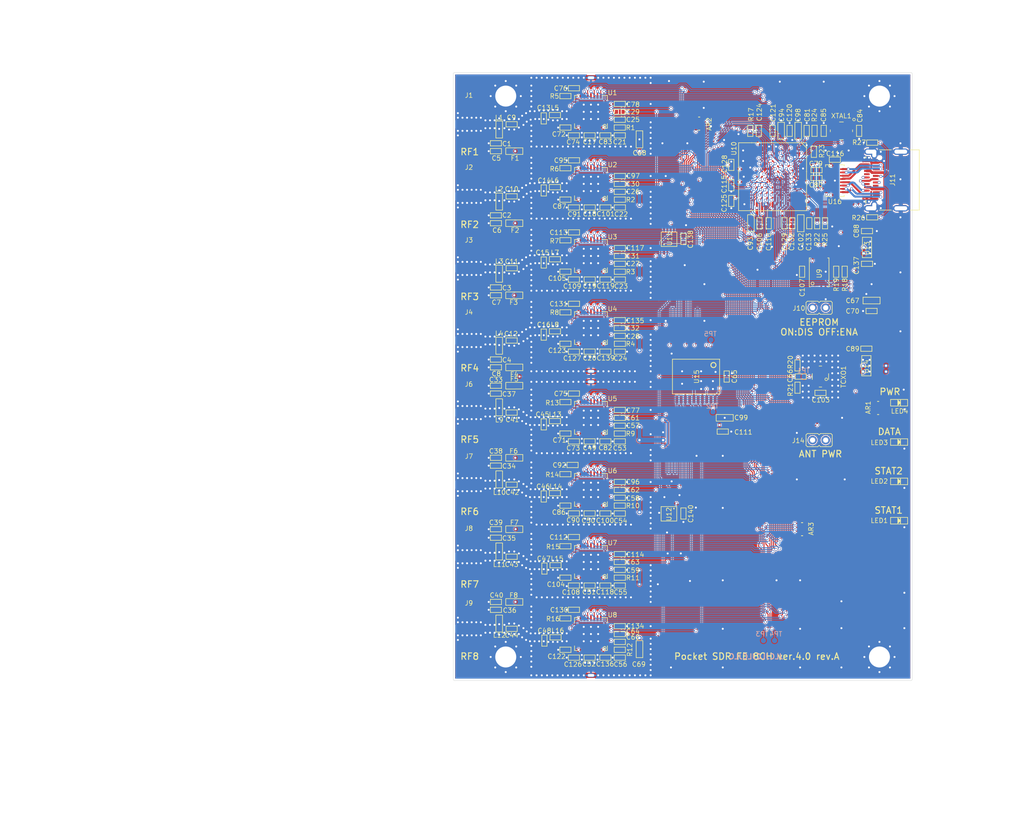
<source format=kicad_pcb>
(kicad_pcb (version 20240108) (generator "pcbnew") (generator_version "8.0")
  (layers (0 "F.Cu" signal) (1 "In1.Cu" signal) (2 "In2.Cu" signal) (31 "B.Cu" signal) (34 "B.Paste" user) (35 "F.Paste" user) (36 "B.SilkS" user "B.Silkscreen") (37 "F.SilkS" user "F.Silkscreen") (38 "B.Mask" user) (39 "F.Mask" user) (44 "Edge.Cuts" user))
  (net 0 "")
  (net 1 "GND")
  (net 2 "Net-(AR1-P1)")
  (net 3 "/LED1")
  (net 4 "Net-(AR1-P5)")
  (net 5 "/LED2")
  (net 6 "Net-(AR1-P7)")
  (net 7 "Net-(AR1-P3)")
  (net 8 "/LED3")
  (net 9 "/CSN_B")
  (net 10 "/CSN_D")
  (net 11 "/CSN_C")
  (net 12 "/CSN_A")
  (net 13 "/CSN_E")
  (net 14 "/CSN_F")
  (net 15 "/CSN_G")
  (net 16 "/CSN_H")
  (net 17 "Net-(F1-P$1)")
  (net 18 "Net-(F2-P$1)")
  (net 19 "Net-(F3-P$1)")
  (net 20 "Net-(F4-P$1)")
  (net 21 "Net-(L5-P$1)")
  (net 22 "Net-(J1-RF)")
  (net 23 "Net-(J2-RF)")
  (net 24 "Net-(L6-P$1)")
  (net 25 "Net-(L7-P$1)")
  (net 26 "Net-(J3-RF)")
  (net 27 "Net-(J4-RF)")
  (net 28 "Net-(L8-P$1)")
  (net 29 "Net-(U1-MIXIN_HI)")
  (net 30 "Net-(U1-LNAOUT_HI)")
  (net 31 "Net-(U2-LNAOUT_HI)")
  (net 32 "Net-(U2-MIXIN_HI)")
  (net 33 "Net-(U3-LNAOUT_HI)")
  (net 34 "Net-(U3-MIXIN_HI)")
  (net 35 "Net-(U4-LNAOUT_HI)")
  (net 36 "Net-(U4-MIXIN_HI)")
  (net 37 "Net-(R1-P$1)")
  (net 38 "Net-(R2-P$1)")
  (net 39 "Net-(R3-P$1)")
  (net 40 "Net-(R4-P$1)")
  (net 41 "Net-(R1-P$2)")
  (net 42 "Net-(R2-P$2)")
  (net 43 "Net-(R3-P$2)")
  (net 44 "Net-(R4-P$2)")
  (net 45 "Net-(U1-XTAL)")
  (net 46 "/PLL_CLK_A")
  (net 47 "Net-(U2-XTAL)")
  (net 48 "/PLL_CLK_B")
  (net 49 "Net-(U3-XTAL)")
  (net 50 "/PLL_CLK_C")
  (net 51 "Net-(U4-XTAL)")
  (net 52 "/PLL_CLK_D")
  (net 53 "Net-(F5-P$1)")
  (net 54 "Net-(F6-P$1)")
  (net 55 "Net-(F7-P$1)")
  (net 56 "Net-(F8-P$1)")
  (net 57 "Net-(L13-P$1)")
  (net 58 "Net-(J6-RF)")
  (net 59 "Net-(J7-RF)")
  (net 60 "Net-(L14-P$1)")
  (net 61 "Net-(L15-P$1)")
  (net 62 "Net-(J8-RF)")
  (net 63 "Net-(L16-P$1)")
  (net 64 "Net-(J9-RF)")
  (net 65 "Net-(U5-LNAOUT_HI)")
  (net 66 "Net-(U5-MIXIN_HI)")
  (net 67 "Net-(U6-LNAOUT_HI)")
  (net 68 "Net-(U6-MIXIN_HI)")
  (net 69 "Net-(U7-LNAOUT_HI)")
  (net 70 "Net-(U7-MIXIN_HI)")
  (net 71 "Net-(U8-MIXIN_HI)")
  (net 72 "Net-(U8-LNAOUT_HI)")
  (net 73 "Net-(R9-P$1)")
  (net 74 "Net-(R10-P$1)")
  (net 75 "Net-(R11-P$1)")
  (net 76 "Net-(R12-P$1)")
  (net 77 "Net-(R9-P$2)")
  (net 78 "Net-(R10-P$2)")
  (net 79 "Net-(R11-P$2)")
  (net 80 "Net-(R12-P$2)")
  (net 81 "Net-(U5-XTAL)")
  (net 82 "/PLL_CLK_E")
  (net 83 "/PLL_CLK_F")
  (net 84 "Net-(U6-XTAL)")
  (net 85 "/PLL_CLK_G")
  (net 86 "Net-(U7-XTAL)")
  (net 87 "Net-(U8-XTAL)")
  (net 88 "/PLL_CLK_H")
  (net 89 "Net-(R20-P$2)")
  (net 90 "Net-(TCXO1-OUT)")
  (net 91 "/VBUS")
  (net 92 "Net-(U10-SSTXP)")
  (net 93 "Net-(U16-TX+)")
  (net 94 "Net-(U16-TX-)")
  (net 95 "Net-(U10-SSTXM)")
  (net 96 "Net-(R24-P$1)")
  (net 97 "Net-(U10-XTALIN)")
  (net 98 "Net-(U10-XTALOUT)")
  (net 99 "Net-(U13-NC)")
  (net 100 "Net-(U14-NC)")
  (net 101 "/+1.2V")
  (net 102 "+3.3V")
  (net 103 "Net-(J11-CC2)")
  (net 104 "/SSTXP2")
  (net 105 "/SSRXN1")
  (net 106 "/SSTXP1")
  (net 107 "/USB2_DP")
  (net 108 "Net-(J11-CC1)")
  (net 109 "/SSTXN1")
  (net 110 "/SSRXN2")
  (net 111 "/USB2_DM")
  (net 113 "/SSRXP2")
  (net 114 "/SSRXP1")
  (net 116 "/SSTXN2")
  (net 117 "Net-(L5-P$2)")
  (net 118 "Net-(L6-P$2)")
  (net 119 "Net-(L7-P$2)")
  (net 120 "Net-(L8-P$2)")
  (net 121 "Net-(L13-P$2)")
  (net 122 "Net-(L14-P$2)")
  (net 123 "Net-(L15-P$2)")
  (net 124 "Net-(L16-P$2)")
  (net 125 "Net-(R5-P$2)")
  (net 126 "Net-(R6-P$2)")
  (net 127 "Net-(R7-P$2)")
  (net 128 "Net-(R8-P$2)")
  (net 129 "Net-(R13-P$2)")
  (net 130 "Net-(R14-P$2)")
  (net 131 "Net-(R15-P$2)")
  (net 132 "Net-(R16-P$2)")
  (net 133 "Net-(R17-P$2)")
  (net 134 "/I2C_SDA")
  (net 135 "/I2C_SCL")
  (net 136 "Net-(R22-P$2)")
  (net 137 "Net-(R23-P$2)")
  (net 138 "/USB3_PORT_SEL")
  (net 140 "/CLKOUT_A")
  (net 143 "/LOCK_A")
  (net 144 "/ADC_CLK_A")
  (net 145 "/I0_A")
  (net 146 "/Q0_A")
  (net 147 "/SDATA")
  (net 149 "/I1_A")
  (net 150 "/SCLK")
  (net 151 "/Q1_A")
  (net 152 "/ADC_CLK_B")
  (net 153 "/LOCK_B")
  (net 154 "/I0_B")
  (net 157 "/Q0_B")
  (net 159 "/I1_B")
  (net 161 "/Q1_B")
  (net 163 "/Q0_C")
  (net 166 "/Q1_C")
  (net 168 "/I0_C")
  (net 169 "/I1_C")
  (net 171 "/LOCK_C")
  (net 172 "/ADC_CLK_C")
  (net 174 "/Q0_D")
  (net 177 "/LOCK_D")
  (net 178 "/I0_D")
  (net 179 "/Q1_D")
  (net 180 "/I1_D")
  (net 183 "/ADC_CLK_D")
  (net 185 "/I1_E")
  (net 188 "/LOCK_E")
  (net 189 "/Q1_E")
  (net 190 "/ADC_CLK_E")
  (net 191 "unconnected-(U5-CLKOUT-Pad4)")
  (net 193 "/Q0_E")
  (net 194 "/I0_E")
  (net 198 "/I0_F")
  (net 200 "/I1_F")
  (net 203 "/Q1_F")
  (net 204 "/ADC_CLK_F")
  (net 205 "/Q0_F")
  (net 206 "/LOCK_F")
  (net 207 "/I0_G")
  (net 209 "/I1_G")
  (net 211 "/Q0_G")
  (net 213 "/LOCK_G")
  (net 214 "/Q1_G")
  (net 215 "/ADC_CLK_G")
  (net 218 "/I1_H")
  (net 223 "/ADC_CLK_H")
  (net 225 "/Q0_H")
  (net 226 "/LOCK_H")
  (net 227 "/Q1_H")
  (net 228 "/I0_H")
  (net 237 "/PCLK")
  (net 239 "Net-(U10-SSRXP)")
  (net 240 "Net-(U10-SSRXM)")
  (net 245 "/VANT")
  (net 246 "Net-(U15-O10)")
  (net 247 "Net-(J10-P2)")
  (footprint "pocket_sdr_v2.3:C1608" (layer "F.Cu") (at 124.3011 102.35)
    (property "Reference" "F4")
    (property "Value" "FEMTOSMDC010F-2")
  )
  (footprint "pocket_sdr_v2.3:C1005" (layer "F.Cu") (at 132.1011 140.65 180)
    (property "Reference" "R16")
    (property "Value" "10K")
  )
  (footprint "pocket_sdr_v2.3:C1005" (layer "F.Cu") (at 140.3961 123.45 180)
    (property "Reference" "R10")
    (property "Value" "15K")
  )
  (footprint "pocket_sdr_v2.3:C1005" (layer "F.Cu") (at 133.3961 113.65 180)
    (property "Reference" "C73")
    (property "Value" "0.1uF")
  )
  (footprint "pocket_sdr_v2.3:C1608" (layer "F.Cu") (at 124.3011 116.15)
    (property "Reference" "F6")
    (property "Value" "FEMTOSMDC010F-2")
  )
  (footprint "pocket_sdr_v2.3:C1608" (layer "F.Cu") (at 124.3011 127.05)
    (property "Reference" "F7")
    (property "Value" "FEMTOSMDC010F-2")
  )
  (footprint "pocket_sdr_v2.3:C1005" (layer "F.Cu") (at 132.1011 60.95 180)
    (property "Reference" "R5")
    (property "Value" "10K")
  )
  (footprint "pocket_sdr_v2.3:C1005" (layer "F.Cu") (at 140.4086 86.55)
    (property "Reference" "C27")
    (property "Value" "15pF")
  )
  (footprint "pocket_sdr_v2.3:TP0.5" (layer "F.Cu") (at 164.0011 144.05)
    (property "Reference" "TP4")
    (property "Value" "~")
  )
  (footprint "pocket_sdr_v2.3:C1005" (layer "F.Cu") (at 140.4086 98.75 180)
    (property "Reference" "R4")
    (property "Value" "15K")
  )
  (footprint "pocket_sdr_v2.3:C1005" (layer "F.Cu") (at 178.9011 79.45)
    (property "Reference" "R26")
    (property "Value" "5.1K")
  )
  (footprint "pocket_sdr_v2.3:C1005" (layer "F.Cu") (at 140.4086 73.15)
    (property "Reference" "C97")
    (property "Value" "0.1uF")
  )
  (footprint "pocket_sdr_v2.3:C1005" (layer "F.Cu") (at 140.3961 133.25)
    (property "Reference" "C59")
    (property "Value" "15pF")
  )
  (footprint "pocket_sdr_v2.3:LED_1608" (layer "F.Cu") (at 183.0011 113.75)
    (property "Reference" "LED3")
    (property "Value" "LED1608")
  )
  (footprint "pocket_sdr_v2.3:C1005" (layer "F.Cu") (at 140.3961 141.85)
    (property "Reference" "C134")
    (property "Value" "0.1uF")
  )
  (footprint "pocket_sdr_v2.3:C1608" (layer "F.Cu") (at 143.4011 145.35 -90)
    (property "Reference" "C69")
    (property "Value" "22uF")
  )
  (footprint "pocket_sdr_v2.3:C1005" (layer "F.Cu") (at 132.1011 65.75 180)
    (property "Reference" "C72")
    (property "Value" "100pF")
  )
  (footprint "pocket_sdr_v2.3:USB4080-03-A_GCT" (layer "F.Cu") (at 182.0011 73.75 90)
    (property "Reference" "J11")
    (property "Value" "USB4080-03-A")
  )
  (footprint "pocket_sdr_v2.3:C1005" (layer "F.Cu") (at 121.5011 68.15)
    (property "Reference" "C1")
    (property "Value" "100pF")
  )
  (footprint "pocket_sdr_v2.3:LED_1608" (layer "F.Cu") (at 183.0011 119.75)
    (property "Reference" "LED2")
    (property "Value" "LED1608")
  )
  (footprint "pocket_sdr_v2.3:C1608" (layer "F.Cu") (at 122.0011 130.45 -90)
    (property "Reference" "L11")
    (property "Value" "68nH")
  )
  (footprint "pocket_sdr_v2.3:C1608" (layer "F.Cu") (at 168.0011 80.35 -90)
    (property "Reference" "C102")
    (property "Value" "22uF")
  )
  (footprint "pocket_sdr_v2.3:CPAD_3.2MM" (layer "F.Cu") (at 123.0011 146.55)
    (property "Reference" "PAD1" (hide yes))
    (property "Value" "CPAD_3.2MM")
  )
  (footprint "pocket_sdr_v2.3:C1005" (layer "F.Cu") (at 128.8011 75.35 90)
    (property "Reference" "C14")
    (property "Value" "1.7pF")
  )
  (footprint "pocket_sdr_v2.3:C1005" (layer "F.Cu") (at 140.3961 135.65 180)
    (property "Reference" "C55")
    (property "Value" "750pF")
  )
  (footprint "pocket_sdr_v2.3:C1005" (layer "F.Cu") (at 132.1011 71.95 180)
    (property "Reference" "R6")
    (property "Value" "10K")
  )
  (footprint "pocket_sdr_v2.3:C1005" (layer "F.Cu") (at 140.4086 99.95 180)
    (property "Reference" "C24")
    (property "Value" "750pF")
  )
  (footprint "pocket_sdr_v2.3:C1005" (layer "F.Cu") (at 121.5011 79.15)
    (property "Reference" "C2")
    (property "Value" "100pF")
  )
  (footprint "pocket_sdr_v2.3:C1005" (layer "F.Cu") (at 140.3961 110.05 180)
    (property "Reference" "C61")
    (property "Value" "0.01uF")
  )
  (footprint "pocket_sdr_v2.3:C1005" (layer "F.Cu") (at 171.7011 80.35 90)
    (property "Reference" "R25")
    (property "Value" "10K")
  )
  (footprint "pocket_sdr_v2.3:TP0.5" (layer "F.Cu") (at 168.5011 103.75)
    (property "Reference" "TP1")
    (property "Value" "~")
  )
  (footprint "pocket_sdr_v2.3:VSSOP8_SOT765-1_NEX" (layer "F.Cu") (at 147.9011 82.8 90)
    (property "Reference" "U11")
    (property "Value" "74AVC9112DCH")
  )
  (footprint "pocket_sdr_v2.3:SMA-ANG" (layer "F.Cu") (at 113.4011 142.25 90)
    (property "Reference" "J9")
    (property "Value" "SMA-ANG" (hide yes))
  )
  (footprint "pocket_sdr_v2.3:TQFN28" (layer "F.Cu") (at 135.9961 85.35 90)
    (property "Reference" "U3")
    (property "Value" "MAX2771" (hide yes))
  )
  (footprint "pocket_sdr_v2.3:C1005" (layer "F.Cu") (at 140.3961 74.35 180)
    (property "Reference" "C30")
    (property "Value" "0.01uF")
  )
  (footprint "pocket_sdr_v2.3:C1005" (layer "F.Cu") (at 130.5011 85.85)
    (property "Reference" "L7")
    (property "Value" "5.6nH")
  )
  (footprint "pocket_sdr_v2.3:C1005" (layer "F.Cu") (at 166.7011 80.35 -90)
    (property "Reference" "C132")
    (property "Value" "0.1uF")
  )
  (footprint "pocket_sdr_v2.3:C1005" (layer "F.Cu") (at 123.9011 65.25)
    (property "Reference" "C9")
    (property "Value" "470pF")
  )
  (footprint "pocket_sdr_v2.3:C1005" (layer "F.Cu") (at 150.1011 82.75 90)
    (property "Reference" "C138")
    (property "Value" "0.1uF")
  )
  (footprint "pocket_sdr_v2.3:CPAD_3.2MM" (layer "F.Cu") (at 180.0011 60.95)
    (property "Reference" "PAD4" (hide yes))
    (property "Value" "CPAD_3.2MM")
  )
  (footprint "pocket_sdr_v2.3:SMA-ANG" (layer "F.Cu") (at 113.4011 131.25 90)
    (property "Reference" "J8")
    (property "Value" "SMA-ANG" (hide yes))
  )
  (footprint "pocket_sdr_v2.3:C1005" (layer "F.Cu") (at 128.8011 86.35 90)
    (property "Reference" "C15")
    (property "Value" "1.7pF")
  )
  (footprint "pocket_sdr_v2.3:C1005" (layer "F.Cu") (at 170.1011 66.25 90)
    (property "Reference" "R24")
    (property "Value" "100K")
  )
  (footprint "pocket_sdr_v2.3:C1005" (layer "F.Cu") (at 140.3961 124.65 180)
    (property "Reference" "C54")
    (property "Value" "750pF")
  )
  (footprint "pocket_sdr_v2.3:C1005" (layer "F.Cu") (at 121.5011 138.15)
    (property "Reference" "C40")
    (property "Value" "0.1uF")
  )
  (footprint "pocket_sdr_v2.3:C1005" (layer "F.Cu") (at 123.910161 87.218176)
    (property "Reference" "C11")
    (property "Value" "470pF")
  )
  (footprint "pocket_sdr_v2.3:C1608" (layer "F.Cu") (at 167.6011 66.25 90)
    (property "Reference" "C98")
    (property "Value" "22uF")
  )
  (footprint "pocket_sdr_v2.3:C1608" (layer "F.Cu") (at 124.3011 91.35)
    (property "Reference" "F3")
    (property "Value" "FEMTOSMDC010F-2")
  )
  (footprint "pocket_sdr_v2.3:C1005" (layer "F.Cu") (at 157.4011 74.55 -90)
    (property "Reference" "C115")
    (property "Value" "0.1uF")
  )
  (footprint "pocket_sdr_v2.3:SOT23" (layer "F.Cu") (at 178.1011 84.05 90)
    (property "Reference" "U13")
    (property "Value" "SPX3819M5-L-1-2/TR")
  )
  (footprint "pocket_sdr_v2.3:C1005" (layer "F.Cu") (at 130.5011 63.85)
    (property "Reference" "L5")
    (property "Value" "5.6nH")
  )
  (footprint "pocket_sdr_v2.3:C1005" (layer "F.Cu") (at 178.0011 99.5)
    (property "Reference" "C89")
    (property "Value" "0.1uF")
  )
  (footprint "pocket_sdr_v2.3:C1005" (layer "F.Cu") (at 138.1961 146.65)
    (property "Reference" "C136")
    (property "Value" "0.1uF")
  )
  (footprint "pocket_sdr_v2.3:C1005" (layer "F.Cu") (at 130.5011 110.55)
    (property "Reference" "L13")
    (property "Value" "5.6nH")
  )
  (footprint "pocket_sdr_v2.3:C1005" (layer "F.Cu") (at 150.1011 124.65 -90)
    (property "Reference" "C140")
    (property "Value" "0.1uF")
  )
  (footprint "pocket_sdr_v2.3:C1005" (layer "F.Cu") (at 128.9011 133.05 90)
    (property "Reference" "C47")
    (property "Value" "1.7pF")
  )
  (footprint "pocket_sdr_v2.3:C1608" (layer "F.Cu") (at 122.0011 77.05 90)
    (property "Reference" "L2")
    (property "Value" "68nH")
  )
  (footprint "pocket_sdr_v2.3:C1005" (layer "F.Cu") (at 140.3961 143.05 180)
    (property "Reference" "C64")
    (property "Value" "0.01uF")
  )
  (footprint "pocket_sdr_v2.3:C1005" (layer "F.Cu") (at 140.3961 121.05 180)
    (property "Reference" "C62")
    (property "Value" "0.01uF")
  )
  (footprint "pocket_sdr_v2.3:C1005" (layer "F.Cu") (at 133.3961 135.65 180)
    (property "Reference" "C108")
    (property "Value" "0.1uF")
  )
  (footprint "pocket_sdr_v2.3:EXB28V" (layer "F.Cu") (at 168.2011 127.05 90)
    (property "Reference" "AR3")
    (property "Value" "10K x 4" (hide yes))
  )
  (footprint "pocket_sdr_v2.3:C1005" (layer "F.Cu") (at 130.5011 74.85)
    (property "Reference" "L6")
    (property "Value" "5.6nH")
  )
  (footprint "pocket_sdr_v2.3:C1005" (layer "F.Cu") (at 140.3961 63.35 180)
    (property "Reference" "C29")
    (property "Value" "0.01uF")
  )
  (footprint "pocket_sdr_v2.3:C1005" (layer "F.Cu") (at 133.3961 124.65 180)
    (property "Reference" "C90")
    (property "Value" "0.1uF")
  )
  (footprint "pocket_sdr_v2.3:C1005" (layer "F.Cu") (at 132.1011 107.65 180)
    (property "Reference" "R13")
    (property "Value" "10K")
  )
  (footprint "pocket_sdr_v2.3:C1005" (layer "F.Cu") (at 121.5011 116.15)
    (property "Reference" "C38")
    (property "Value" "0.1uF")
  )
  (footprint "pocket_sdr_v2.3:C1608" (layer "F.Cu") (at 124.3011 80.35)
    (property "Reference" "F2")
    (property "Value" "FEMTOSMDC010F-2")
  )
  (footprint "pocket_sdr_v2.3:C1005" (layer "F.Cu") (at 157.4011 76.95 -90)
    (property "Reference" "C125")
    (property "Value" "0.1uF")
  )
  (footprint "pocket_sdr_v2.3:C1005" (layer "F.Cu") (at 161.7011 80.35 -90)
    (property "Reference" "C106")
    (property "Value" "0.1uF")
  )
  (footprint "pocket_sdr_v2.3:C1005" (layer "F.Cu") (at 178.1011 86.55)
    (property "Reference" "C137")
    (property "Value" "0.1uF")
  )
  (footprint "pocket_sdr_v2.3:PINH-2MM-2P" (layer "F.Cu") (at 170.8011 93.25 90)
    (property "Reference" "J10")
    (property "Value" "PINH_2MM_2P")
  )
  (footprint "pocket_sdr_v2.3:C1608" (layer "F.Cu") (at 122.0011 141.45 -90)
    (property "Reference" "L12")
    (property "Value" "68nH")
  )
  (footprint "pocket_sdr_v2.3:C1005" (layer "F.Cu") (at 169.3011 80.35 -90)
    (property "Reference" "C133")
    (property "Value" "0.1uF")
  )
  (footprint "pocket_sdr_v2.3:TQFN28" (layer "F.Cu") (at 135.9961 96.35 90)
    (property "Reference" "U4")
    (property "Value" "MAX2771" (hide yes))
  )
  (footprint "pocket_sdr_v2.3:C1005" (layer "F.Cu") (at 138.1961 124.65)
    (property "Reference" "C100")
    (property "Value" "0.1uF")
  )
  (footprint "pocket_sdr_v2.3:TCXO" (layer "F.Cu") (at 171.0011 103.75 90)
    (property "Reference" "TCXO1")
    (property "Value" "TG2520SMN 24.0000M-MCGNNM3" (hide yes))
  )
  (footprint "pocket_sdr_v2.3:TQFN28" (layer "F.Cu") (at 135.9961 132.05 90)
    (property "Reference" "U7")
    (property "Value" "MAX2771" (hide yes))
  )
  (footprint "pocket_sdr_v2.3:SSOP20" (layer "F.Cu") (at 152.0261 103.75 180)
    (property "Reference" "U15")
    (property "Value" "74FCT3807APYG")
  )
  (footprint "pocket_sdr_v2.3:C1005" (layer "F.Cu") (at 170.0011 69.45 -90)
    (property "Reference" "R23")
    (property "Value" "200 1%")
  )
  (footprint "pocket_sdr_v2.3:C1608" (layer "F.Cu") (at 156.4011 110.05)
    (property "Reference" "C99")
    (property "Value" "22uF")
  )
  (footprint "pocket_sdr_v2.3:C1005" (layer "F.Cu") (at 140.3961 122.25)
    (property "Reference" "C58")
    (property "Value" "15pF")
  )
  (footprint "pocket_sdr_v2.3:C1005" (layer "F.Cu") (at 121.5011 127.05)
    (property "Reference" "C39")
    (property "Value" "0.1uF")
  )
  (footprint "pocket_sdr_v2.3:C1005" (layer "F.Cu") (at 121.5011 117.35)
    (property "Reference" "C34")
    (property "Value" "100pF")
  )
  (footprint "pocket_sdr_v2.3:C1005" (layer "F.Cu") (at 130.6011 132.55)
    (property "Reference" "L15")
    (property "Value" "5.6nH")
  )
  (footprint "pocket_sdr_v2.3:C1005" (layer "F.Cu") (at 132.1011 145.45 180)
    (property "Reference" "C122")
    (property "Value" "100pF")
  )
  (footprint "pocket_sdr_v2.3:C1005" (layer "F.Cu") (at 140.4086 85.35 180)
    (property "Reference" "C31")
    (property "Value" "0.01uF")
  )
  (footprint "pocket_sdr_v2.3:C1005" (layer "F.Cu") (at 123.9011 98.25)
    (property "Reference" "C12")
    (property "Value" "470pF")
  )
  (footprint "pocket_sdr_v2.3:C1005" (layer "F.Cu") (at 130.5011 96.85)
    (property "Reference" "L8")
    (property "Value" "5.6nH")
  )
  (footprint "pocket_sdr_v2.3:C1005" (layer "F.Cu") (at 135.7961 113.65)
    (property "Reference" "C49")
    (property "Value" "470pF")
  )
  (footprint "pocket_sdr_v2.3:C1005" (layer "F.Cu") (at 138.1961 99.95)
    (property "Reference" "C139")
    (property "Value" "0.1uF")
  )
  (footprint "pocket_sdr_v2.3:BGA-121" (layer "F.Cu") (at 163.7011 73.25 -90)
    (property "Reference" "U10")
    (property "Value" "CYUSB3014-BZXC")
  )
  (footprint "pocket_sdr_v2.3:C1005" (layer "F.Cu") (at 121.5011 101.15)
    (property "Reference" "C4")
    (property "Value" "100pF")
  )
  (footprint "pocket_sdr_v2.3:C1005" (layer "F.Cu") (at 140.3961 130.85)
    (property "Reference" "C114")
    (property "Value" "0.1uF")
  )
  (footprint "pocket_sdr_v2.3:C1005" (layer "F.Cu") (at 132.1011 93.95 180)
    (property "Reference" "R8")
    (property "Value" "10K")
  )
  (footprint "pocket_sdr_v2.3:C1005" (layer "F.Cu") (at 138.2086 77.95)
    (property "Reference" "C101")
    (property "Value" "0.1uF")
  )
  (footprint "pocket_sdr_v2.3:C1005" (layer "F.Cu") (at 128.8011 111.05 90)
    (property "Reference" "C45")
    (property "Value" "1.7pF")
  )
  (footprint "pocket_sdr_v2.3:TSSOP_8P" (layer "F.Cu") (at 170.8011 87.85)
    (property "Reference" "U9")
    (property "Value" "AT24CM01-XHM")
  )
  (footprint "pocket_sdr_v2.3:C1005" (layer "F.Cu") (at 140.4086 87.75 180)
    (property "Reference" "R3")
    (property "Value" "15K")
  )
  (footprint "pocket_sdr_v2.3:C1005" (layer "F.Cu") (at 173.4011 87.75 -90)
    (property "Reference" "R19")
    (property "Value" "2.2K")
  )
  (footprint "pocket_sdr_v2.3:C1005" (layer "F.Cu") (at 171.5011 66.25 -90)
    (property "Reference" "C85")
    (property "Value" "13pF")
  )
  (footprint "pocket_sdr_v2.3:C1005" (layer "F.Cu") (at 135.7961 66.95)
    (property "Reference" "C17")
    (property "Value" "470pF")
  )
  (footprint "pocket_sdr_v2.3:C1005" (layer "F.Cu") (at 163.7011 66.25 90)
    (property "Reference" "C121")
    (property "Value" "0.1uF")
  )
  (footprint "pocket_sdr_v2.3:C1005" (layer "F.Cu") (at 140.3961 75.55)
    (property "Reference" "C26")
    (property "Value" "15pF")
  )
  (footprint "pocket_sdr_v2.3:C1005" (layer "F.Cu") (at 132.1011 118.65 180)
    (property "Reference" "R14")
    (property "Value" "10K")
  )
  (footprint "pocket_sdr_v2.3:LED_1608" (layer "F.Cu") (at 183.0011 125.75)
    (property "Reference" "LED1")
    (property "Value" "LED1608")
  )
  (footprint "pocket_sdr_v2.3:C1005" (layer "F.Cu") (at 135.7961 124.65)
    (property "Reference" "C50")
    (property "Value" "470pF")
  )
  (footprint "pocket_sdr_v2.3:C1005" (layer "F.Cu") (at 140.4086 97.55)
    (property "Reference" "C28")
    (property "Value" "15pF")
  )
  (footprint "pocket_sdr_v2.3:C1005" (layer "F.Cu") (at 156.7011 103.75 90)
    (property "Reference" "C65")
    (property "Value" "0.1uF")
  )
  (footprint "pocket_sdr_v2.3:CPAD_3.2MM" (layer "F.Cu") (at 180.0011 146.55)
    (property "Reference" "PAD3" (hide yes))
    (property "Value" "CPAD_3.2MM")
  )
  (footprint "pocket_sdr_v2.3:C1005" (layer "F.Cu") (at 133.4086 81.75 180)
    (property "Reference" "C113")
    (property "Value" "0.1uF")
  )
  (footprint "pocket_sdr_v2.3:EXB28V" (layer "F.Cu") (at 152.5011 65.15 -90)
    (property "Reference" "AR2")
    (property "Value" "10K x 4" (hide yes))
  )
  (footprint "pocket_sdr_v2.3:C1005" (layer "F.Cu") (at 140.3961 62.15)
    (property "Reference" "C78")
    (property "Value" "0.1uF")
  )
  (footprint "pocket_sdr_v2.3:C1005" (layer "F.Cu") (at 168.9011 66.25 90)
    (property "Reference" "C81")
    (property "Value" "1uF")
  )
  (footprint "pocket_sdr_v2.3:C1005" (layer "F.Cu") (at 133.3961 66.95 180)
    (property "Reference" "C74")
    (property "Value" "0.1uF")
  )
  (footprint "pocket_sdr_v2.3:C1005" (layer "F.Cu") (at 140.3961 132.05 180)
    (property "Reference" "C63")
    (property "Value" "0.01uF")
  )
  (footprint "pocket_sdr_v2.3:TQFN28" (layer "F.Cu") (at 135.9961 143.05 90)
    (property "Reference" "U8")
    (property "Value" "MAX2771" (hide yes))
  )
  (footprint "pocket_sdr_v2.3:TP0.5" (layer "F.Cu") (at 154.6011 109.15)
    (property "Reference" "TP2")
    (property "Value" "~")
  )
  (footprint "pocket_sdr_v2.3:C1005" (layer "F.Cu") (at 166.3011 66.25 90)
    (property "Reference" "C120")
    (property "Value" "0.1uF")
  )
  (footprint "pocket_sdr_v2.3:LED_1608" (layer "F.Cu") (at 183.0011 107.75)
    (property "Reference" "LED4")
    (property "Value" "LED1608")
  )
  (footprint "pocket_sdr_v2.3:TQFN28" (layer "F.Cu") (at 135.9961 121.05 90)
    (property "Reference" "U6")
    (property "Value" "MAX2771" (hide yes))
  )
  (footprint "pocket_sdr_v2.3:C1005" (layer "F.Cu") (at 133.3961 139.35 180)
    (property "Reference" "C130")
    (property "Value" "0.1uF")
  )
  (footprint "pocket_sdr_v2.3:C1608" (layer "F.Cu") (at 122.0011 88.05 90)
    (property "Reference" "L3")
    (property "Value" "68nH")
  )
  (footprint "pocket_sdr_v2.3:C1005" (layer "F.Cu") (at 123.9011 142.25)
    (property "Reference" "C44")
    (property "Value" "470pF")
  )
  (footprint "pocket_sdr_v2.3:C1608" (layer "F.Cu") (at 143.3961 67.55 90)
    (property "Reference" "C68")
    (property "Value" "22uF")
  )
  (footprint "pocket_sdr_v2.3:C1608" (layer "F.Cu") (at 122.0011 108.45 -90)
    (property "Reference" "L9")
    (property "Value" "68nH")
  )
  (footprint "pocket_sdr_v2.3:C1005" (layer "F.Cu") (at 135.7961 135.65)
    (property "Reference" "C51")
    (property "Value" "470pF")
  )
  (footprint "pocket_sdr_v2.3:SOT23" (layer "F.Cu") (at 178.0011 102.1 90)
    (property "Reference" "U14")
    (property "Value" "SPX3819M5-L-3-3/TR")
  )
  (footprint "pocket_sdr_v2.3:TQFN28" (layer "F.Cu") (at 135.9961 110.05 90)
    (property "Reference" "U5")
    (property "Value" "MAX2771" (hide yes))
  )
  (footprint "pocket_sdr_v2.3:C1005" (layer "F.Cu") (at 140.3961 111.25)
    (property "Reference" "C57")
    (property "Value" "15pF")
  )
  (footprint "pocket_sdr_v2.3:C1005" (layer "F.Cu") (at 138.2086 88.95)
    (property "Reference" "C119")
    (property "Value" "0.1uF")
  )
  (footprint "pocket_sdr_v2.3:C1005" (layer "F.Cu") (at 133.4086 92.65 180)
    (property "Reference" "C131")
    (property "Value" "0.1uF")
  )
  (footprint "pocket_sdr_v2.3:C1005" (layer "F.Cu") (at 132.1011 123.45 180)
    (property "Reference" "C86")
    (property "Value" "100pF")
  )
  (footprint "pocket_sdr_v2.3:C1005" (layer "F.Cu") (at 121.5011 105.15)
    (property "Reference" "C33")
    (property "Value" "100pF")
  )
  (footprint "pocket_sdr_v2.3:C1005" (layer "F.Cu") (at 130.5011 121.55)
    (property "Reference" "L14")
    (property "Value" "5.6nH")
  )
  (footprint "pocket_sdr_v2.3:C1005" (layer "F.Cu") (at 121.5011 128.35)
    (property "Reference" "C35")
    (property "Value" "100pF")
  )
  (footprint "pocket_sdr_v2.3:C1005" (layer "F.Cu") (at 140.3961 134.45 180)
    (property "Reference" "R11")
    (property "Value" "15K")
  )
  (footprint "pocket_sdr_v2.3:C1005" (layer "F.Cu") (at 123.9011 109.25)
    (property "Reference" "C41")
    (property "Value" "470pF")
  )
  (footprint "pocket_sdr_v2.3:C1005" (layer "F.Cu") (at 178.1011 81.55)
    (property "Reference" "C88")
    (property "Value" "0.1uF")
  )
  (footprint "pocket_sdr_v2.3:CPAD_3.2MM" (layer "F.Cu") (at 123.0011 60.95)
    (property "Reference" "PAD2" (hide yes))
    (property "Value" "CPAD_3.2MM")
  )
  (footprint "pocket_sdr_v2.3:EXB28V" (layer "F.Cu") (at 179.8011 108.55 90)
    (property "Reference" "AR1")
    (property "Value" "1K x 4" (hide yes))
  )
  (footprint "pocket_sdr_v2.3:C1005" (layer "F.Cu") (at 132.1011 134.45 180)
    (property "Reference" "C104")
    (property "Value" "100pF")
  )
  (footprint "pocket_sdr_v2.3:C1005" (layer "F.Cu") (at 132.1011 129.65 180)
    (property "Reference" "R15")
    (property "Value" "10K")
  )
  (footprint "pocket_sdr_v2.3:C1005" (layer "F.Cu") (at 121.5011 90.15)
    (property "Reference" "C3")
    (property "Value" "100pF")
  )
  (footprint "pocket_sdr_v2.3:C1005" (layer "F.Cu") (at 121.5011 80.35)
    (property "Reference" "C6")
    (property "Value" "0.1uF")
  )
  (footprint "pocket_sdr_v2.3:C1005" (layer "F.Cu") (at 176.9011 66.25 90)
    (property "Reference" "C84")
    (property "Value" "13pF")
  )
  (footprint "pocket_sdr_v2.3:C1608" (layer "F.Cu") (at 124.3011 138.15)
    (property "Reference" "F8")
    (property "Value" "FEMTOSMDC010F-2")
  )
  (footprint "pocket_sdr_v2.3:MS448-10F" (layer "F.Cu") (at 136.0011 80.55)
    (property "Reference" "J12" (hide yes))
    (property "Value" "~")
  )
  (footprint "pocket_sdr_v2.3:C1005" (layer "F.Cu") (at 173.2011 70.65)
    (property "Reference" "C116")
    (property "Value" "0.1uF")
  )
  (footprint "pocket_sdr_v2.3:C1005" (layer "F.Cu") (at 135.8086 88.95)
    (property "Reference" "C19")
    (property "Value" "470pF")
  )
  (footprint "pocket_sdr_v2.3:C1005" (layer "F.Cu") (at 156.1011 112.15)
    (property "Reference" "C111")
    (property "Value" "0.1uF")
  )
  (footprint "pocket_sdr_v2.3:C1608" (layer "F.Cu") (at 160.4011 80.35 -90)
    (property "Reference" "C93")
    (property "Value" "22uF")
  )
  (footprint "pocket_sdr_v2.3:C1005" (layer "F.Cu") (at 163.1011 80.35 -90)
    (property "Reference" "C110")
    (property "Value" "0.1uF")
  )
  (footprint "pocket_sdr_v2.3:C1608" (layer "F.Cu") (at 122.0011 99.05 90)
    (property "Reference" "L4")
    (property "Value" "68nH")
  )
  (footprint "pocket_sdr_v2.3:C1005" (layer "F.Cu") (at 132.1011 82.95 180)
    (property "Reference" "R7")
    (property "Value" "10K")
  )
  (footprint "pocket_sdr_v2.3:C1005" (layer "F.Cu") (at 128.9011 144.05 90)
    (property "Reference" "C48")
    (property "Value" "1.7pF")
  )
  (footprint "pocket_sdr_v2.3:C1005" (layer "F.Cu") (at 157.4011 71.45 90)
    (property "Reference" "C128")
    (property "Value" "0.1uF")
  )
  (footprint "pocket_sdr_v2.3:C1005" (layer "F.Cu") (at 140.3961 65.75 180)
    (property "Reference" "R1")
    (property "Value" "15K")
  )
  (footprint "pocket_sdr_v2.3:C1005" (layer "F.Cu") (at 168.2011 87.75 -90)
    (property "Reference" "C107")
    (property "Value" "0.1uF")
  )
  (footprint "pocket_sdr_v2.3:C1005" (layer "F.Cu") (at 140.3961 145.45 180)
    (property "Reference" "R12")
    (property "Value" "15K")
  )
  (footprint "pocket_sdr_v2.3:SMA-ANG" (layer "F.Cu") (at 113.4011 65.25 90)
    (property "Reference" "J1")
    (property "Value" "SMA-ANG" (hide yes))
  )
  (footprint "pocket_sdr_v2.3:C1005" (layer "F.Cu") (at 140.4086 88.95 180)
    (property "Reference" "C23")
    (property "Value" "750pF")
  )
  (footprint "pocket_sdr_v2.3:C1005" (layer "F.Cu") (at 178.9011 68.05)
    (property "Reference" "R27")
    (property "Value" "5.1K")
  )
  (footprint "pocket_sdr_v2.3:TQFN28" (layer "F.Cu") (at 135.9961 74.35 90)
    (property "Reference" "U2")
    (property "Value" "MAX2771" (hide yes))
  )
  (footprint "pocket_sdr_v2.3:TP0.5" (layer "F.Cu") (at 162.3011 144.05)
    (property "Reference" "TP3")
    (property "Value" "~")
  )
  (footprint "pocket_sdr_v2.3:C1005" (layer "F.Cu") (at 138.1961 66.95)
    (property "Reference" "C83")
    (property "Value" "0.1uF")
  )
  (footprint "pocket_sdr_v2.3:C1005" (layer "F.Cu") (at 138.1961 113.65)
    (property "Reference" "C82")
    (property "Value" "0.1uF")
  )
  (footprint "pocket_sdr_v2.3:C1005" (layer "F.Cu") (at 132.1011 87.75 180)
    (property "Reference" "C105")
    (property "Value" "100pF")
  )
  (footprint "pocket_sdr_v2.3:C1005" (layer "F.Cu") (at 140.3961 108.85)
    (property "Reference" "C77")
    (property "Value" "0.1uF")
  )
  (footprint "pocket_sdr_v2.3:C1005" (layer "F.Cu") (at 167.5011 105.45 -90)
    (property "Reference" "R21")
    (property "Value" "100K")
  )
  (footprint "pocket_sdr_v2.3:C1005" (layer "F.Cu") (at 170.4011 73.45 180)
    (property "Reference" "C80")
    (property "Value" "0.1uF")
  )
  (footprint "pocket_sdr_v2.3:C1005" (layer "F.Cu") (at 123.9011 120.25)
    (property "Reference" "C42")
    (property "Value" "470pF")
  )
  (footprint "pocket_sdr_v2.3:C1005" (layer "F.Cu") (at 128.8011 122.05 90)
    (property "Reference" "C46")
    (property "Value" "1.7pF")
  )
  (footprint "pocket_sdr_v2.3:C1005" (layer "F.Cu") (at 140.3961 95.15)
    (property "Reference" "C135")
    (property "Value" "0.1uF")
  )
  (footprint "pocket_sdr_v2.3:C1005" (layer "F.Cu") (at 130.6011 143.55)
    (property "Reference" "L16")
    (property "Value" "5.6nH")
  )
  (footprint "pocket_sdr_v2.3:C1005" (layer "F.Cu") (at 123.9011 76.25)
    (property "Reference" "C10")
    (property "Value" "470pF")
  )
  (footprint "pocket_sdr_v2.3:C1005" (layer "F.Cu") (at 133.1961 117.25 180)
    (property "Reference" "C92")
    (property "Value" "0.1uF")
  )
  (footprint "pocket_sdr_v2.3:C1005" (layer "F.Cu") (at 133.3961 146.65 180)
    (property "Reference" "C126")
    (property "Value" "0.1uF")
  )
  (footprint "pocket_sdr_v2.3:C1005" (layer "F.Cu") (at 168.0011 103.75 180)
    (property "Reference" "C66")
    (property "Value" "0.01uF")
  )
  (footprint "pocket_sdr_v2.3:C1005" (layer "F.Cu") (at 140.3961 113.65 180)
    (property "Reference" "C53")
    (property "Value" "750pF")
  )
  (footprint "pocket_sdr_v2.3:C1005" (layer "F.Cu") (at 140.3961 146.65 180)
    (property "Reference" "C56")
    (property "Value" "750pF")
  )
  (footprint "pocket_sdr_v2.3:PINH-2MM-2P" (layer "F.Cu") (at 170.8011 113.45 90)
    (property "Reference" "J14")
    (property "Value" "PINH_2MM_2P")
  )
  (footprint "pocket_sdr_v2.3:C1005" (layer "F.Cu") (at 170.5011 80.35 90)
    (property "Reference" "R22")
    (property "Value" "6.04K 1%")
  )
  (footprint "pocket_sdr_v2.3:C1005" (layer "F.Cu") (at 140.3961 64.55)
    (property "Reference" "C25")
    (property "Value" "15pF")
  )
  (footprint "pocket_sdr_v2.3:C1005" (layer "F.Cu") (at 140.3961 119.85)
    (property "Reference" "C96")
    (property "Value" "0.1uF")
  )
  (footprint "pocket_sdr_v2.3:C1005" (layer "F.Cu") (at 170.4011 72.25 180)
    (property "Reference" "C79")
    (property "Value" "0.1uF")
  )
  (footprint "pocket_sdr_v2.3:C1005" (layer "F.Cu") (at 178.8011 93.75 180)
    (property "Reference" "C70")
    (property "Value" "0.1uF")
  )
  (footprint "pocket_sdr_v2.3:C1005" (layer "F.Cu") (at 138.1961 135.65)
    (property "Reference" "C118")
    (property "Value" "0.1uF")
  )
  (footprint "pocket_sdr_v2.3:SMA-ANG" (layer "F.Cu") (at 113.4011 87.25 90)
    (property "Reference" "J3")
    (property "Value" "SMA-ANG" (hide yes))
  )
  (footprint "pocket_sdr_v2.3:C1005" (layer "F.Cu") (at 128.8011 64.35 90)
    (property "Reference" "C13")
    (property "Value" "1.7pF")
  )
  (footprint "pocket_sdr_v2.3:C1005" (layer "F.Cu") (at 135.7961 146.65)
    (property "Reference" "C52")
    (property "Value" "470pF")
  )
  (footprint "pocket_sdr_v2.3:VSSOP8_SOT765-1_NEX" (layer "F.Cu") (at 147.9011 124.7 -90)
    (property "Reference" "U12")
    (property "Value" "74AVC9112DCH")
  )
  (footprint "pocket_sdr_v2.3:C1005" (layer "F.Cu") (at 123.9011 131.25)
    (property "Reference" "C43")
    (property "Value" "470pF")
  )
  (footprint "pocket_sdr_v2.3:XTAL_SMD" (layer "F.Cu") (at 174.2011 66.25 180)
    (property "Reference" "XTAL1")
    (property "Value" "CS05400-19.2M" (hide yes))
  )
  (footprint "pocket_sdr_v2.3:SMA-ANG" (layer "F.Cu") (at 113.4011 76.25 90)
    (property "Reference" "J2")
    (property "Value" "SMA-ANG" (hide yes))
  )
  (footprint "pocket_sdr_v2.3:TQFN28" (layer "F.Cu") (at 135.9961 63.35 90)
    (property "Reference" "U1")
    (property "Value" "MAX2771" (hide yes))
  )
  (footprint "pocket_sdr_v2.3:20TQFN-ZB_PI3USB302-A_DIO" (layer "F.Cu") (at 173.2011 73.85)
    (property "Reference" "U16")
    (property "Value" "PI3USB302-AZBEX")
  )
  (footprint "pocket_sdr_v2.3:C1005" (layer "F.Cu") (at 161.6011 66.25 90)
    (property "Reference" "C124")
    (property "Value" "0.1uF")
  )
  (footprint "pocket_sdr_v2.3:C1608" (layer "F.Cu") (at 122.0011 119.45 -90)
    (property "Reference" "L10")
    (property "Value" "68nH")
  )
  (footprint "pocket_sdr_v2.3:C1005" (layer "F.Cu") (at 160.3011 66.25 -90)
    (property "Reference" "R17")
    (property "Value" "10K")
  )
  (footprint "pocket_sdr_v2.3:C1005" (layer "F.Cu") (at 133.3961 128.25 180)
    (property "Reference" "C112")
    (property "Value" "0.1uF")
  )
  (footprint "pocket_sdr_v2.3:C1608" (layer "F.Cu") (at 165.0011 66.25 90)
    (property "Reference" "C94")
    (property "Value" "22uF")
  )
  (footprint "pocket_sdr_v2.3:C1005" (layer "F.Cu") (at 121.5011 102.35)
    (property "Reference" "C8")
    (property "Value" "0.1uF")
  )
  (footprint "pocket_sdr_v2.3:C1005" (layer "F.Cu") (at 140.4086 84.15)
    (property "Reference" "C117")
    (property "Value" "0.1uF")
  )
  (footprint "pocket_sdr_v2.3:TP0.5" (layer "F.Cu") (at 154.3011 98.15)
    (property "Reference" "TP5")
    (property "Value" "~")
  )
  (footprint "pocket_sdr_v2.3:C1005" (layer "F.Cu") (at 135.8086 77.95)
    (property "Reference" "C18")
    (property "Value" "470pF")
  )
  (footprint "pocket_sdr_v2.3:C1005" (layer "F.Cu") (at 165.5011 80.35 -90)
    (property "Reference" "C129")
    (property "Value" "0.1uF")
  )
  (footprint "pocket_sdr_v2.3:C1005" (layer "F.Cu") (at 133.3961 88.95 180)
    (property "Reference" "C109")
    (property "Value" "0.1uF")
  )
  (footprint "pocket_sdr_v2.3:C1005" (layer "F.Cu") (at 167.5011 102.05 -90)
    (property "Reference" "R20")
    (property "Value" "100K")
  )
  (footprint "pocket_sdr_v2.3:C1005" (layer "F.Cu") (at 140.3961 96.35 180)
    (property "Reference" "C32")
    (property "Value" "0.01uF")
  )
  (footprint "pocket_sdr_v2.3:C1005" (layer "F.Cu") (at 121.5011 139.35)
    (property "Reference" "C36")
    (property "Value" "100pF")
  )
  (footprint "pocket_sdr_v2.3:C1005" (layer "F.Cu") (at 135.7961 99.95)
    (property "Reference" "C20")
    (property "Value" "470pF")
  )
  (footprint "pocket_sdr_v2.3:SMA-ANG" (layer "F.Cu") (at 113.4011 109.25 90)
    (property "Reference" "J6")
    (property "Value" "SMA-ANG" (hide yes))
  )
  (footprint "pocket_sdr_v2.3:C1005" (layer "F.Cu") (at 133.3961 59.75 180)
    (property "Reference" "C76")
    (property "Value" "0.1uF")
  )
  (footprint "pocket_sdr_v2.3:C1005" (layer "F.Cu") (at 171.0011 106.25)
    (property "Reference" "C103")
    (property "Value" "0.1uF")
  )
  (footprint "pocket_sdr_v2.3:C1005" (layer "F.Cu") (at 133.4086 70.75 180)
    (property "Reference" "C95")
    (property "Value" "0.1uF")
  )
  (footprint "pocket_sdr_v2.3:C1005" (layer "F.Cu") (at 132.1011 112.45 180)
    (property "Reference" "C71")
    (property "Value" "100pF")
  )
  (footprint "pocket_sdr_v2.3:C1005" (layer "F.Cu") (at 121.5011 106.35)
    (property "Reference" "C37")
    (property "Value" "0.1uF")
  )
  (footprint "pocket_sdr_v2.3:C1005" (layer "F.Cu") (at 128.8011 97.35 90)
    (property "Reference" "C16")
    (property "Value" "1.7pF")
  )
  (footprint "pocket_sdr_v2.3:C1608" (layer "F.Cu") (at 178.8011 92.15 180)
    (property "Reference" "C67")
    (property "Value" "22uF")
  )
  (footprint "pocket_sdr_v2.3:SMA-ANG" (layer "F.Cu") (at 113.4011 120.25 90)
    (property "Reference" "J7")
    (property "Value" "SMA-ANG" (hide yes))
  )
  (footprint "pocket_sdr_v2.3:C1005" (layer "F.Cu") (at 121.5011 91.35)
    (property "Reference" "C7")
    (property "Value" "0.1uF")
  )
  (footprint "pocket_sdr_v2.3:C1005" (layer "F.Cu") (at 140.4086 77.95 180)
    (property "Reference" "C22")
    (property "Value" "750pF")
  )
  (footprint "pocket_sdr_v2.3:MS448-10F" (layer "F.Cu") (at 136.0011 126.95)
    (property "Reference" "J13" (hide yes))
    (property "Value" "~")
  )
  (footprint "pocket_sdr_v2.3:C1005" (layer "F.Cu") (at 132.1011 98.75 180)
    (property "Reference" "C123")
    (property "Value" "100pF")
  )
  (footprint "pocket_sdr_v2.3:C1005" (layer "F.Cu") (at 133.3961 77.95 180)
    (property "Reference" "C91")
    (property "Value" "0.1uF")
  )
  (footprint "pocket_sdr_v2.3:SMA-ANG" (layer "F.Cu") (at 113.4011 98.25 90)
    (property "Reference" "J4")
    (property "Value" "SMA-ANG" (hide yes))
  )
  (footprint "pocket_sdr_v2.3:C1608" (layer "F.Cu") (at 124.3011 105.15)
    (property "Reference" "F5")
    (property "Value" "FEMTOSMDC010F-2")
  )
  (footprint "pocket_sdr_v2.3:C1608" (layer "F.Cu") (at 122.0011 66.05 90)
    (property "Reference" "L1")
    (property "Value" "68nH")
  )
  (footprint "pocket_sdr_v2.3:C1005" (layer "F.Cu") (at 140.3961 144.25)
    (property "Reference" "C60")
    (property "Value" "15pF")
  )
  (footprint "pocket_sdr_v2.3:C1005" (layer "F.Cu") (at 174.7011 87.75 -90)
    (property "Reference" "R18")
    (property "Value" "2.2K")
  )
  (footprint "pocket_sdr_v2.3:C1005" (layer "F.Cu") (at 140.4086 76.75 180)
    (property "Reference" "R2")
    (property "Value" "15K")
  )
  (footprint "pocket_sdr_v2.3:C1005" (layer "F.Cu") (at 140.3961 66.95 180)
    (property "Reference" "C21")
    (property "Value" "750pF")
  )
  (footprint "pocket_sdr_v2.3:C1005" (layer "F.Cu") (at 132.1011 76.75 180)
    (property "Reference" "C87")
    (property "Value" "100pF")
  )
  (footprint "pocket_sdr_v2.3:C1005" (layer "F.Cu") (at 121.5011 69.35)
    (property "Reference" "C5")
    (property "Value" "0.1uF")
  )
  (footprint "pocket_sdr_v2.3:C1005" (layer "F.Cu") (at 133.3961 99.95 180)
    (property "Reference" "C127")
    (property "Value" "0.1uF")
  )
  (footprint "pocket_sdr_v2.3:C1608" (layer "F.Cu") (at 124.3011 69.35)
    (property "Reference" "F1")
    (property "Value" "FEMTOSMDC010F-2")
  )
  (footprint "pocket_sdr_v2.3:C1005" (layer "F.Cu") (at 140.3961 112.45 180)
    (property "Reference" "R9")
    (property "Value" "15K")
  )
  (footprint "pocket_sdr_v2.3:C1005" (layer "F.Cu") (at 133.3961 106.35 180)
    (property "Reference" "C75")
    (property "Value" "0.1uF")
  )
  (gr_line (start 184.8011 150.15) (end 115.2011 150.15) (stroke (width 0.05)) (layer "Edge.Cuts"))
  (gr_arc (start 115.0011 57.55) (mid 115.059679 57.408579) (end 115.2011 57.35) (stroke (width 0.05)) (layer "Edge.Cuts"))
  (gr_line (start 115.2011 57.35) (end 184.8011 57.35) (stroke (width 0.05)) (layer "Edge.Cuts"))
  (gr_line (start 185.0011 57.55) (end 185.0011 149.95) (stroke (width 0.05)) (layer "Edge.Cuts"))
  (gr_arc (start 185.0011 149.95) (mid 184.942521 150.091421) (end 184.8011 150.15) (stroke (width 0.05)) (layer "Edge.Cuts"))
  (gr_arc (start 115.2011 150.15) (mid 115.059679 150.091421) (end 115.0011 149.95) (stroke (width 0.05)) (layer "Edge.Cuts"))
  (gr_arc (start 184.8011 57.35) (mid 184.942521 57.408579) (end 185.0011 57.55) (stroke (width 0.05)) (layer "Edge.Cuts"))
  (gr_line (start 115.0011 149.95) (end 115.0011 57.55) (stroke (width 0.05)) (layer "Edge.Cuts"))
  (gr_text "JLCJLCJLCJLC" (at 165.4011 146.95 0) (layer "B.SilkS") (effects (font (size 0.8 0.8) (thickness 0.15) (bold yes)) (justify left bottom mirror)))
  (gr_text "RF2" (at 117.5011 81.15 0) (layer "F.SilkS") (effects (font (size 1 1)) (justify bottom)))
  (gr_text "PWR" (at 181.6011 106.65 0) (layer "F.SilkS") (effects (font (size 1 1)) (justify bottom)))
  (gr_text "Pocket SDR FE 8CH ver.4.0 rev.A" (at 161.3011 147.05 0) (layer "F.SilkS") (effects (font (size 1 1)) (justify bottom)))
  (gr_text "STAT1" (at 181.4011 124.75 0) (layer "F.SilkS") (effects (font (size 1 1)) (justify bottom)))
  (gr_text "STAT2" (at 181.4011 118.75 0) (layer "F.SilkS") (effects (font (size 1 1)) (justify bottom)))
  (gr_text "ON:DIS OFF:ENA" (at 170.8011 97.55 0) (layer "F.SilkS") (effects (font (size 1 1)) (justify bottom)))
  (gr_text "RF4" (at 117.5011 103.05 0) (layer "F.SilkS") (effects (font (size 1 1)) (justify bottom)))
  (gr_text "RF6" (at 117.5011 124.95 0) (layer "F.SilkS") (effects (font (size 1 1)) (justify bottom)))
  (gr_text "RF5" (at 117.5011 113.95 0) (layer "F.SilkS") (effects (font (size 1 1)) (justify bottom)))
  (gr_text "RF8" (at 117.5011 147.05 0) (layer "F.SilkS") (effects (font (size 1 1)) (justify bottom)))
  (gr_text "RF1" (at 117.5011 70.05 0) (layer "F.SilkS") (effects (font (size 1 1)) (justify bottom)))
  (gr_text "EEPROM" (at 170.8011 96.05 0) (layer "F.SilkS") (effects (font (size 1 1)) (justify bottom)))
  (gr_text "RF7" (at 117.5011 136.05 0) (layer "F.SilkS") (effects (font (size 1 1)) (justify bottom)))
  (gr_text "DATA" (at 181.5011 112.75 0) (layer "F.SilkS") (effects (font (size 1 1)) (justify bottom)))
  (gr_text "RF3" (at 117.5011 92.15 0) (layer "F.SilkS") (effects (font (size 1 1)) (justify bottom)))
  (gr_text "ANT PWR" (at 171.0011 116.15 0) (layer "F.SilkS") (effects (font (size 1 1)) (justify bottom)))
  (segment (start 166.9011 70.05) (end 167.1011 70.25) (width 0.1524) (layer "F.Cu") (net 1))
  (segment (start 163.1675 68.9836) (end 162.9011 69.25) (width 0.1524) (layer "F.Cu") (net 1))
  (segment (start 173.2011 73.85) (end 173.4511 74.1) (width 0.3048) (layer "F.Cu") (net 1))
  (segment (start 159.4011 77.45) (end 159.5011 77.45) (width 0.1524) (layer "F.Cu") (net 1))
  (segment (start 167.7011 74.85) (end 167.3011 74.45) (width 0.1524) (layer "F.Cu") (net 1))
  (segment (start 160.3011 71.850001) (end 160.501101 71.65) (width 0.1524) (layer "F.Cu") (net 1))
  (segment (start 163.1675 68.65) (end 163.1675 68.9836) (width 0.1524) (layer "F.Cu") (net 1))
  (segment (start 159.701101 70.05) (end 159.701101 70.85) (width 0.1524) (layer "F.Cu") (net 1))
  (segment (start 168.3511 72) (end 168.3455 72.0056) (width 0.1524) (layer "F.Cu") (net 1))
  (segment (start 159.701101 70.85) (end 160.501101 70.85) (width 0.1524) (layer "F.Cu") (net 1))
  (segment (start 162.9011 77.25) (end 162.7011 77.45) (width 0.1524) (layer "F.Cu") (net 1))
  (segment (start 162.9011 77.249999) (end 162.9011 77.25) (width 0.1524) (layer "F.Cu") (net 1))
  (segment (start 159.2115 69.25) (end 159.701101 69.25) (width 0.1524) (layer "F.Cu") (net 1))
  (segment (start 159.701101 73.25) (end 159.3011 73.25) (width 0.1524) (layer "F.Cu") (net 1))
  (segment (start 164.2293 68.6576) (end 164.1313 68.7556) (width 0.1524) (layer "F.Cu") (net 1))
  (segment (start 173.7011 69.65) (end 173.7011 70.65) (width 0.4064) (layer "F.Cu") (net 1))
  (segment (start 173.4511 73.6) (end 173.2011 73.85) (width 0.3048) (layer "F.Cu") (net 1))
  (segment (start 164.1313 69.365134) (end 164.4729 69.706734) (width 0.1524) (layer "F.Cu") (net 1))
  (segment (start 168.3455 72.0056) (end 167.2567 72.0056) (width 0.1524) (layer "F.Cu") (net 1))
  (segment (start 172.0073 72.100001) (end 172.454401 72.100001) (width 0.3048) (layer "F.Cu") (net 1))
  (segment (start 164.1313 68.7556) (end 164.1313 69.365134) (width 0.1524) (layer "F.Cu") (net 1))
  (segment (start 173.2011 72.8467) (end 173.2011 73.85) (width 0.3048) (layer "F.Cu") (net 1))
  (segment (start 167.2567 72.0056) (end 166.9011 71.65) (width 0.1524) (layer "F.Cu") (net 1))
  (segment (start 159.5011 77.45) (end 159.701101 77.249999) (width 0.1524) (layer "F.Cu") (net 1))
  (segment (start 164.4729 69.9218) (end 164.5011 69.95) (width 0.1524) (layer "F.Cu") (net 1))
  (segment (start 172.0073 73.6) (end 172.9511 73.6) (width 0.3048) (layer "F.Cu") (net 1))
  (segment (start 159.701101 69.25) (end 159.655301 69.2958) (width 0.1524) (layer "F.Cu") (net 1))
  (segment (start 173.4511 74.1) (end 173.4511 76.0471) (width 0.3048) (layer "F.Cu") (net 1))
  (segment (start 164.5011 69.95) (end 164.5011 70.05) (width 0.1524) (layer "F.Cu") (net 1))
  (segment (start 172.454401 72.100001) (end 173.2011 72.8467) (width 0.3048) (layer "F.Cu") (net 1))
  (segment (start 166.9011 74.85) (end 167.3011 74.45) (width 0.1524) (layer "F.Cu") (net 1))
  (segment (start 173.4511 71.6529) (end 173.4511 73.6) (width 0.3048) (layer "F.Cu") (net 1))
  (segment (start 164.4729 69.706734) (end 164.4729 69.9218) (width 0.1524) (layer "F.Cu") (net 1))
  (segment (start 159.2115 70.85) (end 159.701101 70.85) (width 0.1524) (layer "F.Cu") (net 1))
  (segment (start 172.9511 73.6) (end 173.2011 73.85) (width 0.3048) (layer "F.Cu") (net 1))
  (via (at 141.9011 149.35) (size 0.45) (drill 0.3) (layers "F.Cu" "B.Cu") (net 1))
  (via (at 132.5011 126.35) (size 0.45) (drill 0.3) (layers "F.Cu" "B.Cu") (net 1))
  (via (at 126.7011 85.25) (size 0.45) (drill 0.3) (layers "F.Cu" "B.Cu") (net 1))
  (via (at 117.8011 77.25) (size 0.45) (drill 0.3) (layers "F.Cu" "B.Cu") (net 1))
  (via (at 135.7011 68.65) (size 0.45) (drill 0.3) (layers "F.Cu" "B.Cu") (net 1))
  (via (at 127.7011 137.45) (size 0.45) (drill 0.3) (layers "F.Cu" "B.Cu") (net 1))
  (via (at 131.7011 126.35) (size 0.45) (drill 0.3) (layers "F.Cu" "B.Cu") (net 1))
  (via (at 115.7011 143.25) (size 0.45) (drill 0.3) (layers "F.Cu" "B.Cu") (net 1))
  (via (at 126.9011 89.85) (size 0.45) (drill 0.3) (layers "F.Cu" "B.Cu") (net 1))
  (via (at 126.7011 122.15) (size 0.45) (drill 0.3) (layers "F.Cu" "B.Cu") (net 1))
  (via (at 139.7011 126.35) (size 0.45) (drill 0.3) (layers "F.Cu" "B.Cu") (net 1))
  (via (at 126.1011 63.55) (size 0.45) (drill 0.3) (layers "F.Cu" "B.Cu") (net 1))
  (via (at 126.9011 123.65) (size 0.45) (drill 0.3) (layers "F.Cu" "B.Cu") (net 1))
  (via (at 122.8011 87.85) (size 0.45) (drill 0.3) (layers "F.Cu" "B.Cu") (net 1))
  (via (at 126.1011 85.55) (size 0.45) (drill 0.3) (layers "F.Cu" "B.Cu") (net 1))
  (via (at 126.9011 84.55) (size 0.45) (drill 0.3) (layers "F.Cu" "B.Cu") (net 1))
  (via (at 171.8011 87.75) (size 0.45) (drill 0.3) (layers "F.Cu" "B.Cu") (net 1))
  (via (at 132.3011 146.65) (size 0.45) (drill 0.3) (layers "F.Cu" "B.Cu") (net 1))
  (via (at 134.1011 149.35) (size 0.45) (drill 0.3) (layers "F.Cu" "B.Cu") (net 1))
  (via (at 126.9011 126.05) (size 0.45) (drill 0.3) (layers "F.Cu" "B.Cu") (net 1))
  (via (at 145.1011 77.95) (size 0.45) (drill 0.3) (layers "F.Cu" "B.Cu") (net 1))
  (via (at 121.3011 108.65) (size 0.45) (drill 0.3) (layers "F.Cu" "B.Cu") (net 1))
  (via (at 126.8011 75.55) (size 0.45) (drill 0.3) (layers "F.Cu" "B.Cu") (net 1))
  (via (at 150.3011 86.75) (size 0.45) (drill 0.3) (layers "F.Cu" "B.Cu") (net 1))
  (via (at 136.5011 137.45) (size 0.45) (drill 0.3) (layers "F.Cu" "B.Cu") (net 1))
  (via (at 177.6011 68.05) (size 0.45) (drill 0.3) (layers "F.Cu" "B.Cu") (net 1))
  (via (at 117.1011 75.25) (size 0.45) (drill 0.3) (layers "F.Cu" "B.Cu") (net 1))
  (via (at 172.8011 100.55) (size 0.45) (drill 0.3) (layers "F.Cu" "B.Cu") (net 1))
  (via (at 131.6011 75.45) (size 0.45) (drill 0.3) (layers "F.Cu" "B.Cu") (net 1))
  (via (at 141.5011 141.85) (size 0.45) (drill 0.3) (layers "F.Cu" "B.Cu") (net 1))
  (via (at 133.3011 149.35) (size 0.45) (drill 0.3) (layers "F.Cu" "B.Cu") (net 1))
  (via (at 127.7011 90.65) (size 0.45) (drill 0.3) (layers "F.Cu" "B.Cu") (net 1))
  (via (at 145.1011 78.85) (size 0.45) (drill 0.3) (layers "F.Cu" "B.Cu") (net 1))
  (via (at 134.6086 113.95) (size 0.45) (drill 0.3) (layers "F.Cu" "B.Cu") (net 1))
  (via (at 128.8011 131.95) (size 0.45) (drill 0.3) (layers "F.Cu" "B.Cu") (net 1))
  (via (at 121.3011 131.85) (size 0.45) (drill 0.3) (layers "F.Cu" "B.Cu") (net 1))
  (via (at 131.6011 86.45) (size 0.45) (drill 0.3) (layers "F.Cu" "B.Cu") (net 1))
  (via (at 141.5011 108.85) (size 0.45) (drill 0.3) (layers "F.Cu" "B.Cu") (net 1))
  (via (at 132.3011 113.65) (size 0.45) (drill 0.3) (layers "F.Cu" "B.Cu") (net 1))
  (via (at 132.3011 70.75) (size 0.45) (drill 0.3) (layers "F.Cu" "B.Cu") (net 1))
  (via (at 145.1011 77.15) (size 0.45) (drill 0.3) (layers "F.Cu" "B.Cu") (net 1))
  (via (at 126.9011 135.45) (size 0.45) (drill 0.3) (layers "F.Cu" "B.Cu") (net 1))
  (via (at 141.5011 119.85) (size 0.45) (drill 0.3) (layers "F.Cu" "B.Cu") (net 1))
  (via (at 139.7011 137.45) (size 0.45) (drill 0.3) (layers "F.Cu" "B.Cu") (net 1))
  (via (at 178.6011 83.15) (size 0.45) (drill 0.3) (layers "F.Cu" "B.Cu") (net 1))
  (via (at 126.9011 58.15) (size 0.45) (drill 0.3) (layers "F.Cu" "B.Cu") (net 1))
  (via (at 145.1011 73.15) (size 0.45) (drill 0.3) (layers "F.Cu" "B.Cu") (net 1))
  (via (at 148.3011 100.25) (size 0.45) (drill 0.3) (layers "F.Cu" "B.Cu") (net 1))
  (via (at 131.7011 104.55) (size 0.45) (drill 0.3) (layers "F.Cu" "B.Cu") (net 1))
  (via (at 128.1011 75.45) (size 0.45) (drill 0.3) (layers "F.Cu" "B.Cu") (net 1))
  (via (at 142.1011 90.65) (size 0.45) (drill 0.3) (layers "F.Cu" "B.Cu") (net 1))
  (via (at 173.7011 106.05) (size 0.45) (drill 0.3) (layers "F.Cu" "B.Cu") (net 1))
  (via (at 172.8011 106.05) (size 0.45) (drill 0.3) (layers "F.Cu" "B.Cu") (net 1))
  (via (at 141.1011 149.35) (size 0.45) (drill 0.3) (layers "F.Cu" "B.Cu") (net 1))
  (via (at 145.1011 147.75) (size 0.45) (drill 0.3) (layers "F.Cu" "B.Cu") (net 1))
  (via (at 135.8011 78.75) (size 0.45) (drill 0.3) (layers "F.Cu" "B.Cu") (net 1))
  (via (at 120.4011 105.15) (size 0.45) (drill 0.3) (layers "F.Cu" "B.Cu") (net 1))
  (via (at 128.8011 86.45) (size 0.45) (drill 0.3) (layers "F.Cu" "B.Cu") (net 1))
  (via (at 136.5011 136.45) (size 0.45) (drill 0.3) (layers "F.Cu" "B.Cu") (net 1))
  (via (at 120.4011 139.35) (size 0.45) (drill 0.3) (layers "F.Cu" "B.Cu") (net 1))
  (via (at 171.9011 101.45) (size 0.45) (drill 0.3) (layers "F.Cu" "B.Cu") (net 1))
  (via (at 130.2011 75.65) (size 0.45) (drill 0.3) (layers "F.Cu" "B.Cu") (net 1))
  (via (at 178.5011 102.1) (size 0.45) (drill 0.3) (layers "F.Cu" "B.Cu") (net 1))
  (via (at 137.0011 89.25) (size 0.45) (drill 0.3) (layers "F.Cu" "B.Cu") (net 1))
  (via (at 120.4011 127.05) (size 0.45) (drill 0.3) (layers "F.Cu" "B.Cu") (net 1))
  (via (at 130.9011 74.05) (size 0.45) (drill 0.3) (layers "F.Cu" "B.Cu") (net 1))
  (via (at 132.3011 139.35) (size 0.45) (drill 0.3) (layers "F.Cu" "B.Cu") (net 1))
  (via (at 145.1011 101.35) (size 0.45) (drill 0.3) (layers "F.Cu" "B.Cu") (net 1))
  (via (at 145.1011 84.15) (size 0.45) (drill 0.3) (layers "F.Cu" "B.Cu") (net 1))
  (via (at 126.9011 87.45) (size 0.45) (drill 0.3) (layers "F.Cu" "B.Cu") (net 1))
  (via (at 139.7011 90.65) (size 0.45) (drill 0.3) (layers "F.Cu" "B.Cu") (net 1))
  (via (at 126.7011 63.25) (size 0.45) (drill 0.3) (layers "F.Cu" "B.Cu") (net 1))
  (via (at 137.0011 124.95) (size 0.45) (drill 0.3) (layers "F.Cu" "B.Cu") (net 1))
  (via (at 115.7011 97.25) (size 0.45) (drill 0.3) (layers "F.Cu" "B.Cu") (net 1))
  (via (at 156.1011 134.85) (size 0.45) (drill 0.3) (layers "F.Cu" "B.Cu") (net 1))
  (via (at 115.7011 110.25) (size 0.45) (drill 0.3) (layers "F.Cu" "B.Cu") (net 1))
  (via (at 117.1011 141.25) (size 0.45) (drill 0.3) (layers "F.Cu" "B.Cu") (net 1))
  (via (at 137.9011 149.35) (size 0.45) (drill 0.3) (layers "F.Cu" "B.Cu") (net 1))
  (via (at 119.9011 64.65) (size 0.45) (drill 0.3) (layers "F.Cu" "B.Cu") (net 1))
  (via (at 126.9011 82.95) (size 0.45) (drill 0.3) (layers "F.Cu" "B.Cu") (net 1))
  (via (at 129.5011 74.15) (size 0.45) (drill 0.3) (layers "F.Cu" "B.Cu") (net 1))
  (via (at 137.3011 115.45) (size 0.45) (drill 0.3) (layers "F.Cu" "B.Cu") (net 1))
  (via (at 122.0011 98.95) (size 0.45) (drill 0.3) (layers "F.Cu" "B.Cu") (net 1))
  (via (at 115.7011 129.55) (size 0.45) (drill 0.3) (layers "F.Cu" "B.Cu") (net 1))
  (via (at 139.3011 124.65) (size 0.45) (drill 0.3) (layers "F.Cu" "B.Cu") (net 1))
  (via (at 134.6011 146.25) (size 0.45) (drill 0.3) (layers "F.Cu" "B.Cu") (net 1))
  (via (at 159.3011 73.25) (size 0.45) (drill 0.3) (layers "F.Cu" "B.Cu") (net 1))
  (via (at 126.9011 68.65) (size 0.45) (drill 0.3) (layers "F.Cu" "B.Cu") (net 1))
  (via (at 131.0011 112.45) (size 0.45) (drill 0.3) (layers "F.Cu" "B.Cu") (net 1))
  (via (at 124.3011 132.05) (size 0.45) (drill 0.3) (layers "F.Cu" "B.Cu") (net 1))
  (via (at 123.5011 75.45) (size 0.45) (drill 0.3) (layers "F.Cu" "B.Cu") (net 1))
  (via (at 178.4011 77.05) (size 0.45) (drill 0.3) (layers "F.Cu" "B.Cu") (net 1))
  (via (at 141.1011 104.55) (size 0.45) (drill 0.3) (layers "F.Cu" "B.Cu") (net 1))
  (via (at 125.5011 63.95) (size 0.45) (drill 0.3) (layers "F.Cu" "B.Cu") (net 1))
  (via (at 168.3511 72) (size 0.45) (drill 0.3) (layers "F.Cu" "B.Cu") (net 1))
  (via (at 119.9011 141.65) (size 0.45) (drill 0.3) (layers "F.Cu" "B.Cu") (net 1))
  (via (at 120.6011 97.65) (size 0.45) (drill 0.3) (layers "F.Cu" "B.Cu") (net 1))
  (via (at 126.9011 92.35) (size 0.45) (drill 0.3) (layers "F.Cu" "B.Cu") (net 1))
  (via (at 129.5011 109.95) (size 0.45) (drill 0.3) (layers "F.Cu" "B.Cu") (net 1))
  (via (at 145.1011 65.75) (size 0.45) (drill 0.3) (layers "F.Cu" "B.Cu") (net 1))
  (via (at 126.9011 104.55) (size 0.45) (drill 0.3) (layers "F.Cu" "B.Cu") (net 1))
  (via (at 128.1011 86.45) (size 0.45) (drill 0.3) (layers "F.Cu" "B.Cu") (net 1))
  (via (at 145.1011 125.35) (size 0.45) (drill 0.3) (layers "F.Cu" "B.Cu") (net 1))
  (via (at 128.8011 97.45) (size 0.45) (drill 0.3) (layers "F.Cu" "B.Cu") (net 1))
  (via (at 116.4011 75.25) (size 0.45) (drill 0.3) (layers "F.Cu" "B.Cu") (net 1))
  (via (at 128.1011 96.15) (size 0.45) (drill 0.3) (layers "F.Cu" "B.Cu") (net 1))
  (via (at 115.7011 66.25) (size 0.45) (drill 0.3) (layers "F.Cu" "B.Cu") (net 1))
  (via (at 129.3011 68.65) (size 0.45) (drill 0.3) (layers "F.Cu" "B.Cu") (net 1))
  (via (at 125.0011 119.75) (size 0.45) (drill 0.3) (layers "F.Cu" "B.Cu") (net 1))
  (via (at 118.5011 66.25) (size 0.45) (drill 0.3) (layers "F.Cu" "B.Cu") (net 1))
  (via (at 137.3011 79.65) (size 0.45) (drill 0.3) (layers "F.Cu" "B.Cu") (net 1))
  (via (at 125.7011 76.35) (size 0.45) (drill 0.3) (layers "F.Cu" "B.Cu") (net 1))
  (via (at 126.9011 60.95) (size 0.45) (drill 0.3) (layers "F.Cu" "B.Cu") (net 1))
  (via (at 124.3011 110.05) (size 0.45) (drill 0.3) (layers "F.Cu" "B.Cu") (net 1))
  (via (at 126.2011 120.55) (size 0.45) (drill 0.3) (layers "F.Cu" "B.Cu") (net 1))
  (via (at 126.7011 74.25) (size 0.45) (drill 0.3) (layers "F.Cu" "B.Cu") (net 1))
  (via (at 131.6011 120.95) (size 0.45) (drill 0.3) (layers "F.Cu" "B.Cu") (net 1))
  (via (at 126.9011 136.25) (size 0.45) (drill 0.3) (layers "F.Cu" "B.Cu") (net 1))
  (via (at 137.9011 102.95) (size 0.45) (drill 0.3) (layers "F.Cu" "B.Cu") (net 1))
  (via (at 178.5011 101.2) (size 0.45) (drill 0.3) (layers "F.Cu" "B.Cu") (net 1))
  (via (at 139.3011 88.95) (size 0.45) (drill 0.3) (layers "F.Cu" "B.Cu") (net 1))
  (via (at 122.0011 87.95) (size 0.45) (drill 0.3) (layers "F.Cu" "B.Cu") (net 1))
  (via (at 141.5011 122.25) (size 0.45) (drill 0.3) (layers "F.Cu" "B.Cu") (net 1))
  (via (at 119.2011 77.25) (size 0.45) (drill 0.3) (layers "F.Cu" "B.Cu") (net 1))
  (via (at 140.5011 79.65) (size 0.45) (drill 0.3) (layers "F.Cu" "B.Cu") (net 1))
  (via (at 126.9011 130.15) (size 0.45) (drill 0.3) (layers "F.Cu" "B.Cu") (net 1))
  (via (at 131.7011 102.95) (size 0.45) (drill 0.3) (layers "F.Cu" "B.Cu") (net 1))
  (via (at 137.0011 146.95) (size 0.45) (drill 0.3) (layers "F.Cu" "B.Cu") (net 1))
  (via (at 124.3011 119.45) (size 0.45) (drill 0.3) (layers "F.Cu" "B.Cu") (net 1))
  (via (at 126.9011 108.15) (size 0.45) (drill 0.3) (layers "F.Cu" "B.Cu") (net 1))
  (via (at 126.9011 100.85) (size 0.45) (drill 0.3) (layers "F.Cu" "B.Cu") (net 1))
  (via (at 129.5011 122.25) (size 0.45) (drill 0.3) (layers "F.Cu" "B.Cu") (net 1))
  (via (at 124.3011 108.45) (size 0.45) (drill 0.3) (layers "F.Cu" "B.Cu") (net 1))
  (via (at 129.3011 104.55) (size 0.45) (drill 0.3) (layers "F.Cu" "B.Cu") (net 1))
  (via (at 141.1011 102.95) (size 0.45) (drill 0.3) (layers "F.Cu" "B.Cu") (net 1))
  (via (at 168.9011 65.05) (size 0.45) (drill 0.3) (layers "F.Cu" "B.Cu") (net 1))
  (via (at 164.2293 68.6576) (size 0.45) (drill 0.3) (layers "F.Cu" "B.Cu") (net 1))
  (via (at 157.4011 78.05) (size 0.45) (drill 0.3) (layers "F.Cu" "B.Cu") (net 1))
  (via (at 135.1011 78.75) (size 0.45) (drill 0.3) (layers "F.Cu" "B.Cu") (net 1))
  (via (at 125.5011 110.55) (size 0.45) (drill 0.3) (layers "F.Cu" "B.Cu") (net 1))
  (via (at 117.8011 99.25) (size 0.45) (drill 0.3) (layers "F.Cu" "B.Cu") (net 1))
  (via (at 145.1011 76.35) (size 0.45) (drill 0.3) (layers "F.Cu" "B.Cu") (net 1))
  (via (at 126.9011 78.85) (size 0.45) (drill 0.3) (layers "F.Cu" "B.Cu") (net 1))
  (via (at 126.9011 71.15) (size 0.45) (drill 0.3) (layers "F.Cu" "B.Cu") (net 1))
  (via (at 125.0011 130.75) (size 0.45) (drill 0.3) (layers "F.Cu" "B.Cu") (net 1))
  (via (at 120.4011 91.35) (size 0.45) (drill 0.3) (layers "F.Cu" "B.Cu") (net 1))
  (via (at 183.8011 136.75) (size 0.45) (drill 0.3) (layers "F.Cu" "B.Cu") (net 1))
  (via (at 125.0011 143.05) (size 0.45) (drill 0.3) (layers "F.Cu" "B.Cu") (net 1))
  (via (at 135.7011 79.65) (size 0.45) (drill 0.3) (layers "F.Cu" "B.Cu") (net 1))
  (via (at 117.8011 88.25) (size 0.45) (drill 0.3) (layers "F.Cu" "B.Cu") (net 1))
  (via (at 150.1011 125.95) (size 0.45) (drill 0.3) (layers "F.Cu" "B.Cu") (net 1))
  (via (at 117.8011 132.25) (size 0.45) (drill 0.3) (layers "F.Cu" "B.Cu") (net 1))
  (via (at 119.9011 98.85) (size 0.45) (drill 0.3) (layers "F.Cu" "B.Cu") (net 1))
  (via (at 145.1011 79.65) (size 0.45) (drill 0.3) (layers "F.Cu" "B.Cu") (net 1))
  (via (at 126.7011 133.15) (size 0.45) (drill 0.3) (layers "F.Cu" "B.Cu") (net 1))
  (via (at 126.9011 101.65) (size 0.45) (drill 0.3) (layers "F.Cu" "B.Cu") (net 1))
  (via (at 117.8011 86.25) (size 0.45) (drill 0.3) (layers "F.Cu" "B.Cu") (net 1))
  (via (at 134.6086 146.95) (size 0.45) (drill 0.3) (layers "F.Cu" "B.Cu") (net 1))
  (via (at 126.8011 142.95) (size 0.45) (drill 0.3) (layers "F.Cu" "B.Cu") (net 1))
  (via (at 134.1011 58.15) (size 0.45) (drill 0.3) (layers "F.Cu" "B.Cu") (net 1))
  (via (at 135.7011 115.45) (size 0.45) (drill 0.3) (layers "F.Cu" "B.Cu") (net 1))
  (via (at 120.6011 98.85) (size 0.45) (drill 0.3) (layers "F.Cu" "B.Cu") (net 1))
  (via (at 145.1011 99.75) (size 0.45) (drill 0.3) (layers "F.Cu" "B.Cu") (net 1))
  (via (at 167.9011 142.25) (size 0.45) (drill 0.3) (layers "F.Cu" "B.Cu") (net 1))
  (via (at 137.0011 146.25) (size 0.45) (drill 0.3) (layers "F.Cu" "B.Cu") (net 1))
  (via (at 121.3011 86.65) (size 0.45) (drill 0.3) (layers "F.Cu" "B.Cu") (net 1))
  (via (at 154.6011 105.65) (size 0.45) (drill 0.3) (layers "F.Cu" "B.Cu") (net 1))
  (via (at 125.0011 64.45) (size 0.45) (drill 0.3) (layers "F.Cu" "B.Cu") (net 1))
  (via (at 121.3011 97.65) (size 0.45) (drill 0.3) (layers "F.Cu" "B.Cu") (net 1))
  (via (at 126.9011 79.65) (size 0.45) (drill 0.3) (layers "F.Cu" "B.Cu") (net 1))
  (via (at 129.5011 120.95) (size 0.45) (drill 0.3) (layers "F.Cu" "B.Cu") (net 1))
  (via (at 119.9011 109.85) (size 0.45) (drill 0.3) (layers "F.Cu" "B.Cu") (net 1))
  (via (at 126.9011 124.45) (size 0.45) (drill 0.3) (layers "F.Cu" "B.Cu") (net 1))
  (via (at 126.9011 108.95) (size 0.45) (drill 0.3) (layers "F.Cu" "B.Cu") (net 1))
  (via (at 141.9011 58.15) (size 0.45) (drill 0.3) (layers "F.Cu" "B.Cu") (net 1))
  (via (at 127.5011 97.45) (size 0.45) (drill 0.3) (layers "F.Cu" "B.Cu") (net 1))
  (via (at 129.5011 63.15) (size 0.45) (drill 0.3) (layers "F.Cu" "B.Cu") (net 1))
  (via (at 132.5011 68.65) (size 0.45) (drill 0.3) (layers "F.Cu" "B.Cu") (net 1))
  (via (at 147.0011 112.25) (size 0.45) (drill 0.3) (layers "F.Cu" "B.Cu") (net 1))
  (via (at 126.9011 125.25) (size 0.45) (drill 0.3) (layers "F.Cu" "B.Cu") (net 1))
  (via (at 124.3011 121.05) (size 0.45) (drill 0.3) (layers "F.Cu" "B.Cu") (net 1))
  (via (at 124.3011 130.45) (size 0.45) (drill 0.3) (layers "F.Cu" "B.Cu") (net 1))
  (via (at 130.1011 149.35) (size 0.45) (drill 0.3) (layers "F.Cu" "B.Cu") (net 1))
  (via (at 115.7011 121.25) (size 0.45) (drill 0.3) (layers "F.Cu" "B.Cu") (net 1))
  (via (at 115.7011 88.25) (size 0.45) (drill 0.3) (layers "F.Cu" "B.Cu") (net 1))
  (via (at 145.1011 100.55) (size 0.45) (drill 0.3) (layers "F.Cu" "B.Cu") (net 1))
  (via (at 127.4011 122.15) (size 0.45) (drill 0.3) (layers "F.Cu" "B.Cu") (net 1))
  (via (at 117.1011 110.25) (size 0.45) (drill 0.3) (layers "F.Cu" "B.Cu") (net 1))
  (via (at 168.3011 102.35) (size 0.45) (drill 0.3) (layers "F.Cu" "B.Cu") (net 1))
  (via (at 119.2011 108.25) (size 0.45) (drill 0.3) (layers "F.Cu" "B.Cu") (net 1))
  (via (at 121.3011 76.85) (size 0.45) (drill 0.3) (layers "F.Cu" "B.Cu") (net 1))
  (via (at 126.9011 82.15) (size 0.45) (drill 0.3) (layers "F.Cu" "B.Cu") (net 1))
  (via (at 169.2011 106.95) (size 0.45) (drill 0.3) (layers "F.Cu" "B.Cu") (net 1))
  (via (at 131.0011 76.75) (size 0.45) (drill 0.3) (layers "F.Cu" "B.Cu") (net 1))
  (via (at 131.7011 90.65) (size 0.45) (drill 0.3) (layers "F.Cu" "B.Cu") (net 1))
  (via (at 183.2011 96.85) (size 0.45) (drill 0.3) (layers "F.Cu" "B.Cu") (net 1))
  (via (at 125.7011 131.15) (size 0.45) (drill 0.3) (layers "F.Cu" "B.Cu") (net 1))
  (via (at 126.9011 117.65) (size 0.45) (drill 0.3) (layers "F.Cu" "B.Cu") (net 1))
  (via (at 141.3011 115.45) (size 0.45) (drill 0.3) (layers "F.Cu" "B.Cu") (net 1))
  (via (at 134.1011 68.65) (size 0.45) (drill 0.3) (layers "F.Cu" "B.Cu") (net 1))
  (via (at 132.3011 59.75) (size 0.45) (drill 0.3) (layers "F.Cu" "B.Cu") (net 1))
  (via (at 127.4011 96.25) (size 0.45) (drill 0.3) (layers "F.Cu" "B.Cu") (net 1))
  (via (at 120.6011 109.85) (size 0.45) (drill 0.3) (layers "F.Cu" "B.Cu") (net 1))
  (via (at 115.7011 86.25) (size 0.45) (drill 0.3) (layers "F.Cu" "B.Cu") (net 1))
  (via (at 123.5011 110.05) (size 0.45) (drill 0.3) (layers "F.Cu" "B.Cu") (net 1))
  (via (at 129.5011 64.55) (size 0.45) (drill 0.3) (layers "F.Cu" "B.Cu") (net 1))
  (via (at 116.4011 130.25) (size 0.45) (drill 0.3) (layers "F.Cu" "B.Cu") (net 1))
  (via (at 126.9011 138.85) (size 0.45) (drill 0.3) (layers "F.Cu" "B.Cu") (net 1))
  (via (at 145.1011 98.95) (size 0.45) (drill 0.3) (layers "F.Cu" "B.Cu") (net 1))
  (via (at 126.9011 129.35) (size 0.45) (drill 0.3) (layers "F.Cu" "B.Cu") (net 1))
  (via (at 146.4011 124.55) (size 0.45) (drill 0.3) (layers "F.Cu" "B.Cu") (net 1))
  (via (at 145.1011 90.95) (size 0.45) (drill 0.3) (layers "F.Cu" "B.Cu") (net 1))
  (via (at 145.1011 64.95) (size 0.45) (drill 0.3) (layers "F.Cu" "B.Cu") (net 1))
  (via (at 116.4011 66.25) (size 0.45) (drill 0.3) (layers "F.Cu" "B.Cu") (net 1))
  (via (at 134.6086 100.25) (size 0.45) (drill 0.3) (layers "F.Cu" "B.Cu") (net 1))
  (via (at 138.1011 68.65) (size 0.45) (drill 0.3) (layers "F.Cu" "B.Cu") (net 1))
  (via (at 115.7011 110.95) (size 0.45) (drill 0.3) (layers "F.Cu" "B.Cu") (net 1))
  (via (at 138.7011 58.15) (size 0.45) (drill 0.3) (layers "F.Cu" "B.Cu") (net 1))
  (via (at 139.5011 58.15) (size 0.45) (drill 0.3) (layers "F.Cu" "B.Cu") (net 1))
  (via (at 145.1011 97.35) (size 0.45) (drill 0.3) (layers "F.Cu" "B.Cu") (net 1))
  (via (at 171.9011 100.55) (size 0.45) (drill 0.3) (layers "F.Cu" "B.Cu") (net 1))
  (via (at 126.7011 96.25) (size 0.45) (drill 0.3) (layers "F.Cu" "B.Cu") (net 1))
  (via (at 157.5011 103.25) (size 0.45) (drill 0.3) (layers "F.Cu" "B.Cu") (net 1))
  (via (at 168.2011 83.85) (size 0.45) (drill 0.3) (layers "F.Cu" "B.Cu") (net 1))
  (via (at 127.5011 75.45) (size 0.45) (drill 0.3) (layers "F.Cu" "B.Cu") (net 1))
  (via (at 115.7011 143.95) (size 0.45) (drill 0.3) (layers "F.Cu" "B.Cu") (net 1))
  (via (at 126.8011 86.55) (size 0.45) (drill 0.3) (layers "F.Cu" "B.Cu") (net 1))
  (via (at 126.9011 137.05) (size 0.45) (drill 0.3) (layers "F.Cu" "B.Cu") (net 1))
  (via (at 126.1011 143.95) (size 0.45) (drill 0.3) (layers "F.Cu" "B.Cu") (net 1))
  (via (at 130.9011 126.35) (size 0.45) (drill 0.3) (layers "F.Cu" "B.Cu") (net 1))
  (via (at 128.5011 137.45) (size 0.45) (drill 0.3) (layers "F.Cu" "B.Cu") (net 1))
  (via (at 125.0011 76.75) (size 0.45) (drill 0.3) (layers "F.Cu" "B.Cu") (net 1))
  (via (at 173.7011 104.25) (size 0.45) (drill 0.3) (layers "F.Cu" "B.Cu") (net 1))
  (via (at 119.9011 65.85) (size 0.45) (drill 0.3) (layers "F.Cu" "B.Cu") (net 1))
  (via (at 128.1011 85.15) (size 0.45) (drill 0.3) (layers "F.Cu" "B.Cu") (net 1))
  (via (at 122.8011 98.85) (size 0.45) (drill 0.3) (layers "F.Cu" "B.Cu") (net 1))
  (via (at 168.3011 106.95) (size 0.45) (drill 0.3) (layers "F.Cu" "B.Cu") (net 1))
  (via (at 159.2115 70.85) (size 0.45) (drill 0.3) (layers "F.Cu" "B.Cu") (net 1))
  (via (at 115.7011 118.55) (size 0.45) (drill 0.3) (layers "F.Cu" "B.Cu") (net 1))
  (via (at 162.7011 77.45) (size 0.45) (drill 0.3) (layers "F.Cu" "B.Cu") (net 1))
  (via (at 132.3011 133.15) (size 0.45) (drill 0.3) (layers "F.Cu" "B.Cu") (net 1))
  (via (at 120.4011 106.35) (size 0.45) (drill 0.3) (layers "F.Cu" "B.Cu") (net 1))
  (via (at 118.5011 86.25) (size 0.45) (drill 0.3) (layers "F.Cu" "B.Cu") (net 1))
  (via (at 156.3011 67.65) (size 0.45) (drill 0.3) (layers "F.Cu" "B.Cu") (net 1))
  (via (at 131.6011 122.15) (size 0.45) (drill 0.3) (layers "F.Cu" "B.Cu") (net 1))
  (via (at 145.1011 145.35) (size 0.45) (drill 0.3) (layers "F.Cu" "B.Cu") (net 1))
  (via (at 126.8011 64.55) (size 0.45) (drill 0.3) (layers "F.Cu" "B.Cu") (net 1))
  (via (at 130.9011 90.65) (size 0.45) (drill 0.3) (layers "F.Cu" "B.Cu") (net 1))
  (via (at 128.8011 122.15) (size 0.45) (drill 0.3) (layers "F.Cu" "B.Cu") (net 1))
  (via (at 126.9011 142.05) (size 0.45) (drill 0.3) (layers "F.Cu" "B.Cu") (net 1))
  (via (at 159.4011 77.45) (size 0.45) (drill 0.3) (layers "F.Cu" "B.Cu") (net 1))
  (via (at 118.5011 130.25) (size 0.45) (drill 0.3) (layers "F.Cu" "B.Cu") (net 1))
  (via (at 183.2011 68.15) (size 0.45) (drill 0.3) (layers "F.Cu" "B.Cu") (net 1))
  (via (at 126.9011 72.75) (size 0.45) (drill 0.3) (layers "F.Cu" "B.Cu") (net 1))
  (via (at 118.5011 141.25) (size 0.45) (drill 0.3) (layers "F.Cu" "B.Cu") (net 1))
  (via (at 126.2011 142.65) (size 0.45) (drill 0.3) (layers "F.Cu" "B.Cu") (net 1))
  (via (at 137.3011 68.65) (size 0.45) (drill 0.3) (layers "F.Cu" "B.Cu") (net 1))
  (via (at 132.3011 120.95) (size 0.45) (drill 0.3) (layers "F.Cu" "B.Cu") (net 1))
  (via (at 130.2011 86.65) (size 0.45) (drill 0.3) (layers "F.Cu" "B.Cu") (net 1))
  (via (at 126.9011 100.05) (size 0.45) (drill 0.3) (layers "F.Cu" "B.Cu") (net 1))
  (via (at 126.9011 130.95) (size 0.45) (drill 0.3) (layers "F.Cu" "B.Cu") (net 1))
  (via (at 135.8011 67.75) (size 0.45) (drill 0.3) (layers "F.Cu" "B.Cu") (net 1))
  (via (at 115.7011 119.25) (size 0.45) (drill 0.3) (layers "F.Cu" "B.Cu") (net 1))
  (via (at 127.4011 63.25) (size 0.45) (drill 0.3) (layers "F.Cu" "B.Cu") (net 1))
  (via (at 126.9011 73.55) (size 0.45) (drill 0.3) (layers "F.Cu" "B.Cu") (net 1))
  (via (at 145.1011 126.95) (size 0.45) (drill 0.3) (layers "F.Cu" "B.Cu") (net 1))
  (via (at 122.0011 119.55) (size 0.45) (drill 0.3) (layers "F.Cu" "B.Cu") (net 1))
  (via (at 131.0011 134.45) (size 0.45) (drill 0.3) (layers "F.Cu" "B.Cu") (net 1))
  (via (at 145.1011 148.55) (size 0.45) (drill 0.3) (layers "F.Cu" "B.Cu") (net 1))
  (via (at 157.4011 75.5218) (size 0.45) (drill 0.3) (layers "F.Cu" "B.Cu") (net 1))
  (via (at 134.6086 67.25) (size 0.45) (drill 0.3) (layers "F.Cu" "B.Cu") (net 1))
  (via (at 145.1011 102.95) (size 0.45) (drill 0.3) (layers "F.Cu" "B.Cu") (net 1))
  (via (at 127.7011 79.65) (size 0.45) (drill 0.3) (layers "F.Cu" "B.Cu") (net 1))
  (via (at 138.1011 126.35) (size 0.45) (drill 0.3) (layers "F.Cu" "B.Cu") (net 1))
  (via (at 126.9011 114.25) (size 0.45) (drill 0.3) (layers "F.Cu" "B.Cu") (net 1))
  (via (at 143.3961 67.55) (size 0.45) (drill 0.3) (layers "F.Cu" "B.Cu") (net 1))
  (via (at 129.5011 111.25) (size 0.45) (drill 0.3) (layers "F.Cu" "B.Cu") (net 1))
  (via (at 146.2011 135.45) (size 0.45) (drill 0.3) (layers "F.Cu" "B.Cu") (net 1))
  (via (at 134.9011 68.65) (size 0.45) (drill 0.3) (layers "F.Cu" "B.Cu") (net 1))
  (via (at 131.6011 111.15) (size 0.45) (drill 0.3) (layers "F.Cu" "B.Cu") (net 1))
  (via (at 135.1011 114.45) (size 0.45) (drill 0.3) (layers "F.Cu" "B.Cu") (net 1))
  (via (at 126.9011 148.05) (size 0.45) (drill 0.3) (layers "F.Cu" "B.Cu") (net 1))
  (via (at 117.1011 97.25) (size 0.45) (drill 0.3) (layers "F.Cu" "B.Cu") (net 1))
  (via (at 130.2011 109.85) (size 0.45) (drill 0.3) (layers "F.Cu" "B.Cu") (net 1))
  (via (at 183.2011 87.85) (size 0.45) (drill 0.3) (layers "F.Cu" "B.Cu") (net 1))
  (via (at 118.5011 143.25) (size 0.45) (drill 0.3) (layers "F.Cu" "B.Cu") (net 1))
  (via (at 174.2011 142.15) (size 0.45) (drill 0.3) (layers "F.Cu" "B.Cu") (net 1))
  (via (at 126.9011 149.35) (size 0.45) (drill 0.3) (layers "F.Cu" "B.Cu") (net 1))
  (via (at 126.9011 99.25) (size 0.45) (drill 0.3) (layers "F.Cu" "B.Cu") (net 1))
  (via (at 183.8011 126.75) (size 0.45) (drill 0.3) (layers "F.Cu" "B.Cu") (net 1))
  (via (at 132.3011 88.95) (size 0.45) (drill 0.3) (layers "F.Cu" "B.Cu") (net 1))
  (via (at 166.3011 65.05) (size 0.45) (drill 0.3) (layers "F.Cu" "B.Cu") (net 1))
  (via (at 115.7011 132.95) (size 0.45) (drill 0.3) (layers "F.Cu" "B.Cu") (net 1))
  (via (at 119.9011 108.65) (size 0.45) (drill 0.3) (layers "F.Cu" "B.Cu") (net 1))
  (via (at 140.5011 137.45) (size 0.45) (drill 0.3) (layers "F.Cu" "B.Cu") (net 1))
  (via (at 126.9011 76.45) (size 0.45) (drill 0.3) (layers "F.Cu" "B.Cu") (net 1))
  (via (at 130.2011 131.85) (size 0.45) (drill 0.3) (layers "F.Cu" "B.Cu") (net 1))
  (via (at 158.5011 66.75) (size 0.45) (drill 0.3) (layers "F.Cu" "B.Cu") (net 1))
  (via (at 152.1011 115.85) (size 0.45) (drill 0.3) (layers "F.Cu" "B.Cu") (net 1))
  (via (at 131.0011 65.75) (size 0.45) (drill 0.3) (layers "F.Cu" "B.Cu") (net 1))
  (via (at 124.3011 97.45) (size 0.45) (drill 0.3) (layers "F.Cu" "B.Cu") (net 1))
  (via (at 136.5011 115.45) (size 0.45) (drill 0.3) (layers "F.Cu" "B.Cu") (net 1))
  (via (at 121.3011 142.85) (size 0.45) (drill 0.3) (layers "F.Cu" "B.Cu") (net 1))
  (via (at 150.7011 68.15) (size 0.45) (drill 0.3) (layers "F.Cu" "B.Cu") (net 1))
  (via (at 183.8011 108.75) (size 0.45) (drill 0.3) (layers "F.Cu" "B.Cu") (net 1))
  (via (at 137.0011 113.25) (size 0.45) (drill 0.3) (layers "F.Cu" "B.Cu") (net 1))
  (via (at 119.2011 75.25) (size 0.45) (drill 0.3) (layers "F.Cu" "B.Cu") (net 1))
  (via (at 120.6011 65.85) (size 0.45) (drill 0.3) (layers "F.Cu" "B.Cu") (net 1))
  (via (at 132.3011 131.95) (size 0.45) (drill 0.3) (layers "F.Cu" "B.Cu") (net 1))
  (via (at 131.7011 149.35) (size 0.45) (drill 0.3) (layers "F.Cu" "B.Cu") (net 1))
  (via (at 130.9011 115.45) (size 0.45) (drill 0.3) (layers "F.Cu" "B.Cu") (net 1))
  (via (at 148.3011 119.75) (size 0.45) (drill 0.3) (layers "F.Cu" "B.Cu") (net 1))
  (via (at 117.8011 66.25) (size 0.45) (drill 0.3) (layers "F.Cu" "B.Cu") (net 1))
  (via (at 141.5011 86.55) (size 0.45) (drill 0.3) (layers "F.Cu" "B.Cu") (net 1))
  (via (at 138.9011 137.45) (size 0.45) (drill 0.3) (layers "F.Cu" "B.Cu") (net 1))
  (via (at 127.5011 142.95) (size 0.45) (drill 0.3) (layers "F.Cu" "B.Cu") (net 1))
  (via (at 169.2011 102.35) (size 0.45) (drill 0.3) (layers "F.Cu" "B.Cu") (net 1))
  (via (at 126.2011 109.65) (size 0.45) (drill 0.3) (layers "F.Cu" "B.Cu") (net 1))
  (via (at 128.1011 122.15) (size 0.45) (drill 0.3) (layers "F.Cu" "B.Cu") (net 1))
  (via (at 139.7011 68.65) (size 0.45) (drill 0.3) (layers "F.Cu" "B.Cu") (net 1))
  (via (at 121.3011 87.85) (size 0.45) (drill 0.3) (layers "F.Cu" "B.Cu") (net 1))
  (via (at 128.1011 133.15) (size 0.45) (drill 0.3) (layers "F.Cu" "B.Cu") (net 1))
  (via (at 147.4011 73.15) (size 0.45) (drill 0.3) (layers "F.Cu" "B.Cu") (net 1))
  (via (at 134.6086 124.95) (size 0.45) (drill 0.3) (layers "F.Cu" "B.Cu") (net 1))
  (via (at 120.6011 75.65) (size 0.45) (drill 0.3) (layers "F.Cu" "B.Cu") (net 1))
  (via (at 117.8011 97.25) (size 0.45) (drill 0.3) (layers "F.Cu" "B.Cu") (net 1))
  (via (at 130.9011 102.95) (size 0.45) (drill 0.3) (layers "F.Cu" "B.Cu") (net 1))
  (via (at 126.2011 86.85) (size 0.45) (drill 0.3) (layers "F.Cu" "B.Cu") (net 1))
  (via (at 135.1011 89.75) (size 0.45) (drill 0.3) (layers "F.Cu" "B.Cu") (net 1))
  (via (at 132.5011 104.55) (size 0.45) (drill 0.3) (layers "F.Cu" "B.Cu") (net 1))
  (via (at 167.1011 70.25) (size 0.45) (drill 0.3) (layers "F.Cu" "B.Cu") (net 1))
  (via (at 115.7011 66.95) (size 0.45) (drill 0.3) (layers "F.Cu" "B.Cu") (net 1))
  (via (at 135.7011 137.45) (size 0.45) (drill 0.3) (layers "F.Cu" "B.Cu") (net 1))
  (via (at 132.3011 63.25) (size 0.45) (drill 0.3) (layers "F.Cu" "B.Cu") (net 1))
  (via (at 119.9011 86.65) (size 0.45) (drill 0.3) (layers "F.Cu" "B.Cu") (net 1))
  (via (at 145.1011 87.75) (size 0.45) (drill 0.3) (layers "F.Cu" "B.Cu") (net 1))
  (via (at 178.5011 103) (size 0.45) (drill 0.3) (layers "F.Cu" "B.Cu") (net 1))
  (via (at 126.9011 95.55) (size 0.45) (drill 0.3) (layers "F.Cu" "B.Cu") (net 1))
  (via (at 142.1011 79.65) (size 0.45) (drill 0.3) (layers "F.Cu" "B.Cu") (net 1))
  (via (at 130.9011 133.25) (size 0.45) (drill 0.3) (layers "F.Cu" "B.Cu") (net 1))
  (via (at 129.5011 131.95) (size 0.45) (drill 0.3) (layers "F.Cu" "B.Cu") (net 1))
  (via (at 121.3011 75.65) (size 0.45) (drill 0.3) (layers "F.Cu" "B.Cu") (net 1))
  (via (at 131.7011 115.45) (size 0.45) (drill 0.3) (layers "F.Cu" "B.Cu") (net 1))
  (via (at 136.5011 114.45) (size 0.45) (drill 0.3) (layers "F.Cu" "B.Cu") (net 1))
  (via (at 117.8011 108.25) (size 0.45) (drill 0.3) (layers "F.Cu" "B.Cu") (net 1))
  (via (at 120.6011 87.85) (size 0.45) (drill 0.3) (layers "F.Cu" "B.Cu") (net 1))
  (via (at 141.5011 75.55) (size 0.45) (drill 0.3) (layers "F.Cu" "B.Cu") (net 1))
  (via (at 145.1011 86.15) (size 0.45) (drill 0.3) (layers "F.Cu" "B.Cu") (net 1))
  (via (at 127.7011 104.55) (size 0.45) (drill 0.3) (layers "F.Cu" "B.Cu") (net 1))
  (via (at 125.0011 108.75) (size 0.45) (drill 0.3) (layers "F.Cu" "B.Cu") (net 1))
  (via (at 126.9011 141.25) (size 0.45) (drill 0.3) (layers "F.Cu" "B.Cu") (net 1))
  (via (at 119.9011 76.85) (size 0.45) (drill 0.3) (layers "F.Cu" "B.Cu") (net 1))
  (via (at 149.7011 130.75) (size 0.45) (drill 0.3) (layers "F.Cu" "B.Cu") (net 1))
  (via (at 124.3011 143.05) (size 0.45) (drill 0.3) (layers "F.Cu" "B.Cu") (net 1))
  (via (at 140.5011 90.65) (size 0.45) (drill 0.3) (layers "F.Cu" "B.Cu") (net 1))
  (via (at 180.2011 69.45) (size 0.45) (drill 0.3) (layers "F.Cu" "B.Cu") (net 1))
  (via (at 134.6011 88.55) (size 0.45) (drill 0.3) (layers "F.Cu" "B.Cu") (net 1))
  (via (at 145.1011 134.95) (size 0.45) (drill 0.3) (layers "F.Cu" "B.Cu") (net 1))
  (via (at 129.3011 102.95) (size 0.45) (drill 0.3) (layers "F.Cu" "B.Cu") (net 1))
  (via (at 128.5011 104.55) (size 0.45) (drill 0.3) (layers "F.Cu" "B.Cu") (net 1))
  (via (at 145.1011 138.15) (size 0.45) (drill 0.3) (layers "F.Cu" "B.Cu") (net 1))
  (via (at 145.1011 58.95) (size 0.45) (drill 0.3) (layers "F.Cu" "B.Cu") (net 1))
  (via (at 117.1011 99.25) (size 0.45) (drill 0.3) (layers "F.Cu" "B.Cu") (net 1))
  (via (at 137.0011 67.25) (size 0.45) (drill 0.3) (layers "F.Cu" "B.Cu") (net 1))
  (via (at 174.2011 138.05) (size 0.45) (drill 0.3) (layers "F.Cu" "B.Cu") (net 1))
  (via (at 125.0011 132.05) (size 0.45) (drill 0.3) (layers "F.Cu" "B.Cu") (net 1))
  (via (at 178.6011 84.05) (size 0.45) (drill 0.3) (layers "F.Cu" "B.Cu") (net 1))
  (via (at 126.9011 111.85) (size 0.45) (drill 0.3) (layers "F.Cu" "B.Cu") (net 1))
  (via (at 135.1011 67.75) (size 0.45) (drill 0.3) (layers "F.Cu" "B.Cu") (net 1))
  (via (at 123.5011 121.05) (size 0.45) (drill 0.3) (layers "F.Cu" "B.Cu") (net 1))
  (via (at 131.0011 98.75) (size 0.45) (drill 0.3) (layers "F.Cu" "B.Cu") (net 1))
  (via (at 120.4011 138.15) (size 0.45) (drill 0.3) (layers "F.Cu" "B.Cu") (net 1))
  (via (at 130.2011 111.25) (size 0.45) (drill 0.3) (layers "F.Cu" "B.Cu") (net 1))
  (via (at 145.1011 75.55) (size 0.45) (drill 0.3) (layers "F.Cu" "B.Cu") (net 1))
  (via (at 132.3011 75.45) (size 0.45) (drill 0.3) (layers "F.Cu" "B.Cu") (net 1))
  (via (at 145.1011 122.15) (size 0.45) (drill 0.3) (layers "F.Cu" "B.Cu") (net 1))
  (via (at 153.3011 89.65) (size 0.45) (drill 0.3) (layers "F.Cu" "B.Cu") (net 1))
  (via (at 154.6011 104.45) (size 0.45) (drill 0.3) (layers "F.Cu" "B.Cu") (net 1))
  (via (at 128.5011 149.35) (size 0.45) (drill 0.3) (layers "F.Cu" "B.Cu") (net 1))
  (via (at 132.5011 90.65) (size 0.45) (drill 0.3) (layers "F.Cu" "B.Cu") (net 1))
  (via (at 124.3011 64.45) (size 0.45) (drill 0.3) (layers "F.Cu" "B.Cu") (net 1))
  (via (at 183.7011 105.75) (size 0.45) (drill 0.3) (layers "F.Cu" "B.Cu") (net 1))
  (via (at 126.3011 97.95) (size 0.45) (drill 0.3) (layers "F.Cu" "B.Cu") (net 1))
  (via (at 145.1011 114.95) (size 0.45) (drill 0.3) (layers "F.Cu" "B.Cu") (net 1))
  (via (at 152.8011 105.65) (size 0.45) (drill 0.3) (layers "F.Cu" "B.Cu") (net 1))
  (via (at 139.5011 149.35) (size 0.45) (drill 0.3) (layers "F.Cu" "B.Cu") (net 1))
  (via (at 136.5011 90.65) (size 0.45) (drill 0.3) (layers "F.Cu" "B.Cu") (net 1))
  (via (at 147.6011 127.55) (size 0.45) (drill 0.3) (layers "F.Cu" "B.Cu") (net 1))
  (via (at 145.1011 95.15) (size 0.45) (drill 0.3) (layers "F.Cu" "B.Cu") (net 1))
  (via (at 128.8011 74.15) (size 0.45) (drill 0.3) (layers "F.Cu" "B.Cu") (net 1))
  (via (at 117.1011 88.25) (size 0.45) (drill 0.3) (layers "F.Cu" "B.Cu") (net 1))
  (via (at 118.5011 121.25) (size 0.45) (drill 0.3) (layers "F.Cu" "B.Cu") (net 1))
  (via (at 126.9011 60.15) (size 0.45) (drill 0.3) (layers "F.Cu" "B.Cu") (net 1))
  (via (at 126.1011 110.95) (size 0.45) (drill 0.3) (layers "F.Cu" "B.Cu") (net 1))
  (via (at 137.1011 104.55) (size 0.45) (drill 0.3) (layers "F.Cu" "B.Cu") (net 1))
  (via (at 128.5011 126.35) (size 0.45) (drill 0.3) (layers "F.Cu" "B.Cu") (net 1))
  (via (at 127.5011 120.95) (size 0.45) (drill 0.3) (layers "F.Cu" "B.Cu") (net 1))
  (via (at 122.0011 86.35) (size 0.45) (drill 0.3) (layers "F.Cu" "B.Cu") (net 1))
  (via (at 117.1011 132.25) (size 0.45) (drill 0.3) (layers "F.Cu" "B.Cu") (net 1))
  (via (at 126.9011 127.75) (size 0.45) (drill 0.3) (layers "F.Cu" "B.Cu") (net 1))
  (via (at 134.6086 135.95) (size 0.45) (drill 0.3) (layers "F.Cu" "B.Cu") (net 1))
  (via (at 115.7011 107.55) (size 0.45) (drill 0.3) (layers "F.Cu" "B.Cu") (net 1))
  (via (at 128.1011 144.15) (size 0.45) (drill 0.3) (layers "F.Cu" "B.Cu") (net 1))
  (via (at 126.9011 116.85) (size 0.45) (drill 0.3) (layers "F.Cu" "B.Cu") (net 1))
  (via (at 145.1011 112.55) (size 0.45) (drill 0.3) (layers "F.Cu" "B.Cu") (net 1))
  (via (at 173.7011 106.95) (size 0.45) (drill 0.3) (layers "F.Cu" "B.Cu") (net 1))
  (via (at 134.9011 102.95) (size 0.45) (drill 0.3) (layers "F.Cu" "B.Cu") (net 1))
  (via (at 119.2011 97.25) (size 0.45) (drill 0.3) (layers "F.Cu" "B.Cu") (net 1))
  (via (at 131.6011 142.95) (size 0.45) (drill 0.3) (layers "F.Cu" "B.Cu") (net 1))
  (via (at 130.2011 96.05) (size 0.45) (drill 0.3) (layers "F.Cu" "B.Cu") (net 1))
  (via (at 157.4011 70.95) (size 0.45) (drill 0.3) (layers "F.Cu" "B.Cu") (net 1))
  (via (at 131.6011 97.45) (size 0.45) (drill 0.3) (layers "F.Cu" "B.Cu") (net 1))
  (via (at 141.5011 95.15) (size 0.45) (drill 0.3) (layers "F.Cu" "B.Cu") (net 1))
  (via (at 130.9011 149.35) (size 0.45) (drill 0.3) (layers "F.Cu" "B.Cu") (net 1))
  (via (at 128.5011 115.45) (size 0.45) (drill 0.3) (layers "F.Cu" "B.Cu") (net 1))
  (via (at 151.1011 134.95) (size 0.45) (drill 0.3) (layers "F.Cu" "B.Cu") (net 1))
  (via (at 145.1011 135.75) (size 0.45) (drill 0.3) (layers "F.Cu" "B.Cu") (net 1))
  (via (at 115.7011 77.25) (size 0.45) (drill 0.3) (layers "F.Cu" "B.Cu") (net 1))
  (via (at 131.6011 144.15) (size 0.45) (drill 0.3) (layers "F.Cu" "B.Cu") (net 1))
  (via (at 173.7011 69.65) (size 0.45) (drill 0.3) (layers "F.Cu" "B.Cu") (net 1))
  (via (at 138.9011 90.65) (size 0.45) (drill 0.3) (layers "F.Cu" "B.Cu") (net 1))
  (via (at 129.5011 86.55) (size 0.45) (drill 0.3) (layers "F.Cu" "B.Cu") (net 1))
  (via (at 124.3011 86.45) (size 0.45) (drill 0.3) (layers "F.Cu" "B.Cu") (net 1))
  (via (at 138.7011 102.95) (size 0.45) (drill 0.3) (layers "F.Cu" "B.Cu") (net 1))
  (via (at 127.7011 149.35) (size 0.45) (drill 0.3) (layers "F.Cu" "B.Cu") (net 1))
  (via (at 126.9011 94.75) (size 0.45) (drill 0.3) (layers "F.Cu" "B.Cu") (net 1))
  (via (at 143.5011 149.35) (size 0.45) (drill 0.3) (layers "F.Cu" "B.Cu") (net 1))
  (via (at 117.8011 130.25) (size 0.45) (drill 0.3) (layers "F.Cu" "B.Cu") (net 1))
  (via (at 131.7011 79.65) (size 0.45) (drill 0.3) (layers "F.Cu" "B.Cu") (net 1))
  (via (at 125.5011 143.55) (size 0.45) (drill 0.3) (layers "F.Cu" "B.Cu") (net 1))
  (via (at 126.7011 144.15) (size 0.45) (drill 0.3) (layers "F.Cu" "B.Cu") (net 1))
  (via (at 128.8011 63.15) (size 0.45) (drill 0.3) (layers "F.Cu" "B.Cu") (net 1))
  (via (at 171.5011 65.05) (size 0.45) (drill 0.3) (layers "F.Cu" "B.Cu") (net 1))
  (via (at 130.2011 64.65) (size 0.45) (drill 0.3) (layers "F.Cu" "B.Cu") (net 1))
  (via (at 132.1011 117.25) (size 0.45) (drill 0.3) (layers "F.Cu" "B.Cu") (net 1))
  (via (at 122.8011 76.85) (size 0.45) (drill 0.3) (layers "F.Cu" "B.Cu") (net 1))
  (via (at 128.8011 133.15) (size 0.45) (drill 0.3) (layers "F.Cu" "B.Cu") (net 1))
  (via (at 131.6011 64.45) (size 0.45) (drill 0.3) (layers "F.Cu" "B.Cu") (net 1))
  (via (at 126.9011 128.55) (size 0.45) (drill 0.3) (layers "F.Cu" "B.Cu") (net 1))
  (via (at 126.9011 102.95) (size 0.45) (drill 0.3) (layers "F.Cu" "B.Cu") (net 1))
  (via (at 141.3011 126.35) (size 0.45) (drill 0.3) (layers "F.Cu" "B.Cu") (net 1))
  (via (at 130.9011 96.05) (size 0.45) (drill 0.3) (layers "F.Cu" "B.Cu") (net 1))
  (via (at 138.1011 115.45) (size 0.45) (drill 0.3) (layers "F.Cu" "B.Cu") (net 1))
  (via (at 125.0011 97.45) (size 0.45) (drill 0.3) (layers "F.Cu" "B.Cu") (net 1))
  (via (at 145.1011 146.15) (size 0.45) (drill 0.3) (layers "F.Cu" "B.Cu") (net 1))
  (via (at 126.1011 74.55) (size 0.45) (drill 0.3) (layers "F.Cu" "B.Cu") (net 1))
  (via (at 132.5011 137.45) (size 0.45) (drill 0.3) (layers "F.Cu" "B.Cu") (net 1))
  (via (at 132.3011 109.95) (size 0.45) (drill 0.3) (layers "F.Cu" "B.Cu") (net 1))
  (via (at 128.1011 74.15) (size 0.45) (drill 0.3) (layers "F.Cu" "B.Cu") (net 1))
  (via (at 126.9011 146.45) (size 0.45) (drill 0.3) (layers "F.Cu" "B.Cu") (net 1))
  (via (at 178.8011 89.65) (size 0.45) (drill 0.3) (layers "F.Cu" "B.Cu") (net 1))
  (via (at 137.1011 102.95) (size 0.45) (drill 0.3) (layers "F.Cu" "B.Cu") (net 1))
  (via (at 129.5011 142.95) (size 0.45) (drill 0.3) (layers "F.Cu" "B.Cu") (net 1))
  (via (at 145.1011 88.55) (size 0.45) (drill 0.3) (layers "F.Cu" "B.Cu") (net 1))
  (via (at 125.0011 75.45) (size 0.45) (drill 0.3) (layers "F.Cu" "B.Cu") (net 1))
  (via (at 138.1011 79.65) (size 0.45) (drill 0.3) (layers "F.Cu" "B.Cu") (net 1))
  (via (at 133.3011 58.15) (size 0.45) (drill 0.3) (layers "F.Cu" "B.Cu") (net 1))
  (via (at 169.2011 106.05) (size 0.45) (drill 0.3) (layers "F.Cu" "B.Cu") (net 1))
  (via (at 137.0011 77.55) (size 0.45) (drill 0.3) (layers "F.Cu" "B.Cu") (net 1))
  (via (at 119.2011 99.25) (size 0.45) (drill 0.3) (layers "F.Cu" "B.Cu") (net 1))
  (via (at 145.1011 86.95) (size 0.45) (drill 0.3) (layers "F.Cu" "B.Cu") (net 1))
  (via (at 132.5011 115.45) (size 0.45) (drill 0.3) (layers "F.Cu" "B.Cu") (net 1))
  (via (at 147.9011 58.65) (size 0.45) (drill 0.3) (layers "F.Cu" "B.Cu") (net 1))
  (via (at 132.3011 77.95) (size 0.45) (drill 0.3) (layers "F.Cu" "B.Cu") (net 1))
  (via (at 138.9011 68.65) (size 0.45) (drill 0.3) (layers "F.Cu" "B.Cu") (net 1))
  (via (at 139.5011 104.55) (size 0.45) (drill 0.3) (layers "F.Cu" "B.Cu") (net 1))
  (via (at 132.3011 86.45) (size 0.45) (drill 0.3) (layers "F.Cu" "B.Cu") (net 1))
  (via (at 127.7011 58.15) (size 0.45) (drill 0.3) (layers "F.Cu" "B.Cu") (net 1))
  (via (at 175.3011 69.25) (size 0.45) (drill 0.3) (layers "F.Cu" "B.Cu") (net 1))
  (via (at 127.4011 85.25) (size 0.45) (drill 0.3) (layers "F.Cu" "B.Cu") (net 1))
  (via (at 145.1011 90.05) (size 0.45) (drill 0.3) (layers "F.Cu" "B.Cu") (net 1))
  (via (at 145.1011 104.55) (size 0.45) (drill 0.3) (layers "F.Cu" "B.Cu") (net 1))
  (via (at 131.6011 96.25) (size 0.45) (drill 0.3) (layers "F.Cu" "B.Cu") (net 1))
  (via (at 129.3011 58.15) (size 0.45) (drill 0.3) (layers "F.Cu" "B.Cu") (net 1))
  (via (at 161.4011 87.45) (size 0.45) (drill 0.3) (layers "F.Cu" "B.Cu") (net 1))
  (via (at 145.1011 66.55) (size 0.45) (drill 0.3) (layers "F.Cu" "B.Cu") (net 1))
  (via (at 118.5011 99.25) (size 0.45) (drill 0.3) (layers "F.Cu" "B.Cu") (net 1))
  (via (at 137.9011 58.15) (size 0.45) (drill 0.3) (layers "F.Cu" "B.Cu") (net 1))
  (via (at 132.3011 111.15) (size 0.45) (drill 0.3) (layers "F.Cu" "B.Cu") (net 1))
  (via (at 130.2011 85.05) (size 0.45) (drill 0.3) (layers "F.Cu" "B.Cu") (net 1))
  (via (at 130.9011 68.65) (size 0.45) (drill 0.3) (layers "F.Cu" "B.Cu") (net 1))
  (via (at 145.1011 62.15) (size 0.45) (drill 0.3) (layers "F.Cu" "B.Cu") (net 1))
  (via (at 132.3011 74.25) (size 0.45) (drill 0.3) (layers "F.Cu" "B.Cu") (net 1))
  (via (at 136.5011 78.75) (size 0.45) (drill 0.3) (layers "F.Cu" "B.Cu") (net 1))
  (via (at 116.4011 64.25) (size 0.45) (drill 0.3) (layers "F.Cu" "B.Cu") (net 1))
  (via (at 174.7011 119.45) (size 0.45) (drill 0.3) (layers "F.Cu" "B.Cu") (net 1))
  (via (at 125.0011 121.05) (size 0.45) (drill 0.3) (layers "F.Cu" "B.Cu") (net 1))
  (via (at 134.6011 66.55) (size 0.45) (drill 0.3) (layers "F.Cu" "B.Cu") (net 1))
  (via (at 167.4011 112.35) (size 0.45) (drill 0.3) (layers "F.Cu" "B.Cu") (net 1))
  (via (at 124.3011 66.05) (size 0.45) (drill 0.3) (layers "F.Cu" "B.Cu") (net 1))
  (via (at 122.0011 141.55) (size 0.45) (drill 0.3) (layers "F.Cu" "B.Cu") (net 1))
  (via (at 134.9011 126.35) (size 0.45) (drill 0.3) (layers "F.Cu" "B.Cu") (net 1))
  (via (at 135.1011 100.75) (size 0.45) (drill 0.3) (layers "F.Cu" "B.Cu") (net 1))
  (via (at 127.4011 111.15) (size 0.45) (drill 0.3) (layers "F.Cu" "B.Cu") (net 1))
  (via (at 125.7011 120.15) (size 0.45) (drill 0.3) (layers "F.Cu" "B.Cu") (net 1))
  (via (at 135.7011 126.35) (size 0.45) (drill 0.3) (layers "F.Cu" "B.Cu") (net 1))
  (via (at 129.5011 85.15) (size 0.45) (drill 0.3) (layers "F.Cu" "B.Cu") (net 1))
  (via (at 139.7011 79.65) (size 0.45) (drill 0.3) (layers "F.Cu" "B.Cu") (net 1))
  (via (at 145.1011 143.75) (size 0.45) (drill 0.3) (layers "F.Cu" "B.Cu") (net 1))
  (via (at 134.9011 149.35) (size 0.45) (drill 0.3) (layers "F.Cu" "B.Cu") (net 1))
  (via (at 126.9011 70.35) (size 0.45) (drill 0.3) (layers "F.Cu" "B.Cu") (net 1))
  (via (at 116.4011 119.25) (size 0.45) (drill 0.3) (layers "F.Cu" "B.Cu") (net 1))
  (via (at 116.4011 121.25) (size 0.45) (drill 0.3) (layers "F.Cu" "B.Cu") (net 1))
  (via (at 128.8011 109.95) (size 0.45) (drill 0.3) (layers "F.Cu" "B.Cu") (net 1))
  (via (at 142.7011 58.15) (size 0.45) (drill 0.3) (layers "F.Cu" "B.Cu") (net 1))
  (via (at 183.8011 120.75) (size 0.45) (drill 0.3) (layers "F.Cu" "B.Cu") (net 1))
  (via (at 132.3011 92.65) (size 0.45) (drill 0.3) (layers "F.Cu" "B.Cu") (net 1))
  (via (at 134.9011 104.55) (size 0.45) (drill 0.3) (layers "F.Cu" "B.Cu") (net 1))
  (via (at 132.5011 58.15) (size 0.45) (drill 0.3) (layers "F.Cu" "B.Cu") (net 1))
  (via (at 119.9011 120.85) (size 0.45) (drill 0.3) (layers "F.Cu" "B.Cu") (net 1))
  (via (at 170.1011 101.45) (size 0.45) (drill 0.3) (layers "F.Cu" "B.Cu") (net 1))
  (via (at 130.9011 120.85) (size 0.45) (drill 0.3) (layers "F.Cu" "B.Cu") (net 1))
  (via (at 126.8011 131.95) (size 0.45) (drill 0.3) (layers "F.Cu" "B.Cu") (net 1))
  (via (at 130.2011 120.85) (size 0.45) (drill 0.3) (layers "F.Cu" "B.Cu") (net 1))
  (via (at 122.0011 121.15) (size 0.45) (drill 0.3) (layers "F.Cu" "B.Cu") (net 1))
  (via (at 157.4011 112.15) (size 0.45) (drill 0.3) (layers "F.Cu" "B.Cu") (net 1))
  (via (at 119.9011 75.65) (size 0.45) (drill 0.3) (layers "F.Cu" "B.Cu") (net 1))
  (via (at 134.9011 58.15) (size 0.45) (drill 0.3) (layers "F.Cu" "B.Cu") (net 1))
  (via (at 134.1011 90.65) (size 0.45) (drill 0.3) (layers "F.Cu" "B.Cu") (net 1))
  (via (at 126.9011 78.05) (size 0.45) (drill 0.3) (layers "F.Cu" "B.Cu") (net 1))
  (via (at 124.3011 141.45) (size 0.45) (drill 0.3) (layers "F.Cu" "B.Cu") (net 1))
  (via (at 173.7011 103.25) (size 0.45) (drill 0.3) (layers "F.Cu" "B.Cu") (net 1))
  (via (at 126.9011 147.25) (size 0.45) (drill 0.3) (layers "F.Cu" "B.Cu") (net 1))
  (via (at 132.3011 85.25) (size 0.45) (drill 0.3) (layers "F.Cu" "B.Cu") (net 1))
  (via (at 130.2011 63.05) (size 0.45) (drill 0.3) (layers "F.Cu" "B.Cu") (net 1))
  (via (at 115.7011 108.25) (size 0.45) (drill 0.3) (layers "F.Cu" "B.Cu") (net 1))
  (via (at 173.8011 83.85) (size 0.45) (drill 0.3) (layers "F.Cu" "B.Cu") (net 1))
  (via (at 154.3011 65.55) (size 0.45) (drill 0.3) (layers "F.Cu" "B.Cu") (net 1))
  (via (at 126.9011 144.85) (size 0.45) (drill 0.3) (layers "F.Cu" "B.Cu") (net 1))
  (via (at 119.9011 130.65) (size 0.45) (drill 0.3) (layers "F.Cu" "B.Cu") (net 1))
  (via (at 130.9011 63.05) (size 0.45) (drill 0.3) (layers "F.Cu" "B.Cu") (net 1))
  (via (at 141.5011 130.85) (size 0.45) (drill 0.3) (layers "F.Cu" "B.Cu") (net 1))
  (via (at 122.0011 132.15) (size 0.45) (drill 0.3) (layers "F.Cu" "B.Cu") (net 1))
  (via (at 116.4011 99.25) (size 0.45) (drill 0.3) (layers "F.Cu" "B.Cu") (net 1))
  (via (at 131.6011 131.95) (size 0.45) (drill 0.3) (layers "F.Cu" "B.Cu") (net 1))
  (via (at 122.8011 120.85) (size 0.45) (drill 0.3) (layers "F.Cu" "B.Cu") (net 1))
  (via (at 126.8011 120.95) (size 0.45) (drill 0.3) (layers "F.Cu" "B.Cu") (net 1))
  (via (at 127.7011 126.35) (size 0.45) (drill 0.3) (layers "F.Cu" "B.Cu") (net 1))
  (via (at 137.0011 100.25) (size 0.45) (drill 0.3) (layers "F.Cu" "B.Cu") (net 1))
  (via (at 127.5011 131.95) (size 0.45) (drill 0.3) (layers "F.Cu" "B.Cu") (net 1))
  (via (at 173.7011 100.55) (size 0.45) (drill 0.3) (layers "F.Cu" "B.Cu") (net 1))
  (via (at 174.3011 110.05) (size 0.45) (drill 0.3) (layers "F.Cu" "B.Cu") (net 1))
  (via (at 115.7011 74.55) (size 0.45) (drill 0.3) (layers "F.Cu" "B.Cu") (net 1))
  (via (at 122.8011 109.85) (size 0.45) (drill 0.3) (layers "F.Cu" "B.Cu") (net 1))
  (via (at 144.3011 149.35) (size 0.45) (drill 0.3) (layers "F.Cu" "B.Cu") (net 1))
  (via (at 128.5011 58.15) (size 0.45) (drill 0.3) (layers "F.Cu" "B.Cu") (net 1))
  (via (at 128.5011 90.65) (size 0.45) (drill 0.3) (layers "F.Cu" "B.Cu") (net 1))
  (via (at 130.2011 74.05) (size 0.45) (drill 0.3) (layers "F.Cu" "B.Cu") (net 1))
  (via (at 126.9011 105.75) (size 0.45) (drill 0.3) (layers "F.Cu" "B.Cu") (net 1))
  (via (at 145.1011 133.35) (size 0.45) (drill 0.3) (layers "F.Cu" "B.Cu") (net 1))
  (via (at 121.3011 98.85) (size 0.45) (drill 0.3) (layers "F.Cu" "B.Cu") (net 1))
  (via (at 145.1011 149.35) (size 0.45) (drill 0.3) (layers "F.Cu" "B.Cu") (net 1))
  (via (at 125.5011 85.95) (size 0.45) (drill 0.3) (layers "F.Cu" "B.Cu") (net 1))
  (via (at 134.6086 78.25) (size 0.45) (drill 0.3) (layers "F.Cu" "B.Cu") (net 1))
  (via (at 134.1011 79.65) (size 0.45) (drill 0.3) (layers "F.Cu" "B.Cu") (net 1))
  (via (at 130.2011 133.25) (size 0.45) (drill 0.3) (layers "F.Cu" "B.Cu") (net 1))
  (via (at 128.8011 85.15) (size 0.45) (drill 0.3) (layers "F.Cu" "B.Cu") (net 1))
  (via (at 134.9011 137.45) (size 0.45) (drill 0.3) (layers "F.Cu" "B.Cu") (net 1))
  (via (at 139.3011 66.95) (size 0.45) (drill 0.3) (layers "F.Cu" "B.Cu") (net 1))
  (via (at 140.5011 68.65) (size 0.45) (drill 0.3) (layers "F.Cu" "B.Cu") (net 1))
  (via (at 135.1011 125.45) (size 0.45) (drill 0.3) (layers "F.Cu" "B.Cu") (net 1))
  (via (at 129.3011 137.45) (size 0.45) (drill 0.3) (layers "F.Cu" "B.Cu") (net 1))
  (via (at 132.3011 135.75) (size 0.45) (drill 0.3) (layers "F.Cu" "B.Cu") (net 1))
  (via (at 132.3011 99.95) (size 0.45) (drill 0.3) (layers "F.Cu" "B.Cu") (net 1))
  (via (at 120.6011 130.65) (size 0.45) (drill 0.3) (layers "F.Cu" "B.Cu") (net 1))
  (via (at 174.2011 148.15) (size 0.45) (drill 0.3) (layers "F.Cu" "B.Cu") (net 1))
  (via (at 129.3011 90.65) (size 0.45) (drill 0.3) (layers "F.Cu" "B.Cu") (net 1))
  (via (at 173.2011 73.85) (size 0.45) (drill 0.3) (layers "F.Cu" "B.Cu") (net 1))
  (via (at 141.5011 73.15) (size 0.45) (drill 0.3) (layers "F.Cu" "B.Cu") (net 1))
  (via (at 143.5011 58.15) (size 0.45) (drill 0.3) (layers "F.Cu" "B.Cu") (net 1))
  (via (at 121.3011 65.85) (size 0.45) (drill 0.3) (layers "F.Cu" "B.Cu") (net 1))
  (via (at 129.3011 126.35) (size 0.45) (drill 0.3) (layers "F.Cu" "B.Cu") (net 1))
  (via (at 172.8011 104.25) (size 0.45) (drill 0.3) (layers "F.Cu" "B.Cu") (net 1))
  (via (at 141.3011 68.65) (size 0.45) (drill 0.3) (layers "F.Cu" "B.Cu") (net 1))
  (via (at 137.0011 135.95) (size 0.45) (drill 0.3) (layers "F.Cu" "B.Cu") (net 1))
  (via (at 176.9011 67.45) (size 0.45) (drill 0.3) (layers "F.Cu" "B.Cu") (net 1))
  (via (at 123.5011 99.05) (size 0.45) (drill 0.3) (layers "F.Cu" "B.Cu") (net 1))
  (via (at 128.1011 111.15) (size 0.45) (drill 0.3) (layers "F.Cu" "B.Cu") (net 1))
  (via (at 129.5011 97.55) (size 0.45) (drill 0.3) (layers "F.Cu" "B.Cu") (net 1))
  (via (at 134.1011 137.45) (size 0.45) (drill 0.3) (layers "F.Cu" "B.Cu") (net 1))
  (via (at 141.9011 104.55) (size 0.45) (drill 0.3) (layers "F.Cu" "B.Cu") (net 1))
  (via (at 153.2011 58.75) (size 0.45) (drill 0.3) (layers "F.Cu" "B.Cu") (net 1))
  (via (at 125.7011 142.15) (size 0.45) (drill 0.3) (layers "F.Cu" "B.Cu") (net 1))
  (via (at 122.0011 130.55) (size 0.45) (drill 0.3) (layers "F.Cu" "B.Cu") (net 1))
  (via (at 146.9011 68.15) (size 0.45) (drill 0.3) (layers "F.Cu" "B.Cu") (net 1))
  (via (at 168.3011 100.55) (size 0.45) (drill 0.3) (layers "F.Cu" "B.Cu") (net 1))
  (via (at 121.3011 109.85) (size 0.45) (drill 0.3) (layers "F.Cu" "B.Cu") (net 1))
  (via (at 133.3011 79.65) (size 0.45) (drill 0.3) (layers "F.Cu" "B.Cu") (net 1))
  (via (at 148.2011 148.15) (size 0.45) (drill 0.3) (layers "F.Cu" "B.Cu") (net 1))
  (via (at 119.2011 88.25) (size 0.45) (drill 0.3) (layers "F.Cu" "B.Cu") (net 1))
  (via (at 117.8011 119.25) (size 0.45) (drill 0.3) (layers "F.Cu" "B.Cu") (net 1))
  (via (at 124.3011 77.05) (size 0.45) (drill 0.3) (layers "F.Cu" "B.Cu") (net 1))
  (via (at 128.1011 109.95) (size 0.45) (drill 0.3) (layers "F.Cu" "B.Cu") (net 1))
  (via (at 139.7011 115.45) (size 0.45) (drill 0.3) (layers "F.Cu" "B.Cu") (net 1))
  (via (at 128.8011 64.45) (size 0.45) (drill 0.3) (layers "F.Cu" "B.Cu") (net 1))
  (via (at 177.7011 77.05) (size 0.45) (drill 0.3) (layers "F.Cu" "B.Cu") (net 1))
  (via (at 145.1011 69.75) (size 0.45) (drill 0.3) (layers "F.Cu" "B.Cu") (net 1))
  (via (at 125.0011 98.75) (size 0.45) (drill 0.3) (layers "F.Cu" "B.Cu") (net 1))
  (via (at 115.7011 121.95) (size 0.45) (drill 0.3) (layers "F.Cu" "B.Cu") (net 1))
  (via (at 145.1011 134.15) (size 0.45) (drill 0.3) (layers "F.Cu" "B.Cu") (net 1))
  (via (at 130.9011 104.55) (size 0.45) (drill 0.3) (layers "F.Cu" "B.Cu") (net 1))
  (via (at 130.2011 142.85) (size 0.45) (drill 0.3) (layers "F.Cu" "B.Cu") (net 1))
  (via (at 169.9011 106.95) (size 0.45) (drill 0.3) (layers "F.Cu" "B.Cu") (net 1))
  (via (at 126.9011 67.05) (size 0.45) (drill 0.3) (layers "F.Cu" "B.Cu") (net 1))
  (via (at 126.9011 67.85) (size 0.45) (drill 0.3) (layers "F.Cu" "B.Cu") (net 1))
  (via (at 133.3011 104.55) (size 0.45) (drill 0.3) (layers "F.Cu" "B.Cu") (net 1))
  (via (at 132.3011 66.95) (size 0.45) (drill 0.3) (layers "F.Cu" "B.Cu") (net 1))
  (via (at 156.1011 115.85) (size 0.45) (drill 0.3) (layers "F.Cu" "B.Cu") (net 1))
  (via (at 118.5011 108.25) (size 0.45) (drill 0.3) (layers "F.Cu" "B.Cu") (net 1))
  (via (at 130.1011 104.55) (size 0.45) (drill 0.3) (layers "F.Cu" "B.Cu") (net 1))
  (via (at 120.4011 101.15) (size 0.45) (drill 0.3) (layers "F.Cu" "B.Cu") (net 1))
  (via (at 141.5011 84.15) (size 0.45) (drill 0.3) (layers "F.Cu" "B.Cu") (net 1))
  (via (at 126.1011 132.95) (size 0.45) (drill 0.3) (layers "F.Cu" "B.Cu") (net 1))
  (via (at 134.9011 90.65) (size 0.45) (drill 0.3) (layers "F.Cu" "B.Cu") (net 1))
  (via (at 168.9011 68.45) (size 0.45) (drill 0.3) (layers "F.Cu" "B.Cu") (net 1))
  (via (at 163.6011 83.95) (size 0.45) (drill 0.3) (layers "F.Cu" "B.Cu") (net 1))
  (via (at 125.0011 65.75) (size 0.45) (drill 0.3) (layers "F.Cu" "B.Cu") (net 1))
  (via (at 128.1011 64.45) (size 0.45) (drill 0.3) (layers "F.Cu" "B.Cu") (net 1))
  (via (at 130.1011 79.65) (size 0.45) (drill 0.3) (layers "F.Cu" "B.Cu") (net 1))
  (via (at 147.7011 130.75) (size 0.45) (drill 0.3) (layers "F.Cu" "B.Cu") (net 1))
  (via (at 180.7011 70.85) (size 0.45) (drill 0.3) (layers "F.Cu" "B.Cu") (net 1))
  (via (at 119.2011 110.25) (size 0.45) (drill 0.3) (layers "F.Cu" "B.Cu") (net 1))
  (via (at 168.3011 101.45) (size 0.45) (drill 0.3) (layers "F.Cu" "B.Cu") (net 1))
  (via (at 127.7011 68.65) (size 0.45) (drill 0.3) (layers "F.Cu" "B.Cu") (net 1))
  (via (at 145.1011 68.15) (size 0.45) (drill 0.3) (layers "F.Cu" "B.Cu") (net 1))
  (via (at 136.5011 89.75) (size 0.45) (drill 0.3) (layers "F.Cu" "B.Cu") (net 1))
  (via (at 128.8011 144.15) (size 0.45) (drill 0.3) (layers "F.Cu" "B.Cu") (net 1))
  (via (at 119.2011 119.25) (size 0.45) (drill 0.3) (layers "F.Cu" "B.Cu") (net 1))
  (via (at 141.3011 137.45) (size 0.45) (drill 0.3) (layers "F.Cu" "B.Cu") (net 1))
  (via (at 145.1011 119.85) (size 0.45) (drill 0.3) (layers "F.Cu" "B.Cu") (net 1))
  (via (at 145.1011 115.75) (size 0.45) (drill 0.3) (layers "F.Cu" "B.Cu") (net 1))
  (via (at 125.0011 86.45) (size 0.45) (drill 0.3) (layers "F.Cu" "B.Cu") (net 1))
  (via (at 138.9011 126.35) (size 0.45) (drill 0.3) (layers "F.Cu" "B.Cu") (net 1))
  (via (at 122.8011 119.65) (size 0.45) (drill 0.3) (layers "F.Cu" "B.Cu") (net 1))
  (via (at 122.0011 65.95) (size 0.45) (drill 0.3) (layers "F.Cu" "B.Cu") (net 1))
  (via (at 130.2011 97.65) (size 0.45) (drill 0.3) (layers "F.Cu" "B.Cu") (net 1))
  (via (at 125.0011 110.05) (size 0.45) (drill 0.3) (layers "F.Cu" "B.Cu") (net 1))
  (via (at 132.3011 144.15) (size 0.45) (drill 0.3) (layers "F.Cu" "B.Cu") (net 1))
  (via (at 173.7011 105.15) (size 0.45) (drill 0.3) (layers "F.Cu" "B.Cu") (net 1))
  (via (at 178.4011 70.35) (size 0.45) (drill 0.3) (layers "F.Cu" "B.Cu") (net 1))
  (via (at 131.0011 87.75) (size 0.45) (drill 0.3) (layers "F.Cu" "B.Cu") (net 1))
  (via (at 178.6011 84.95) (size 0.45) (drill 0.3) (layers "F.Cu" "B.Cu") (net 1))
  (via (at 116.4011 77.25) (size 0.45) (drill 0.3) (layers "F.Cu" "B.Cu") (net 1))
  (via (at 122.0011 143.15) (size 0.45) (drill 0.3) (layers "F.Cu" "B.Cu") (net 1))
  (via (at 120.6011 120.85) (size 0.45) (drill 0.3) (layers "F.Cu" "B.Cu") (net 1))
  (via (at 118.5011 132.25) (size 0.45) (drill 0.3) (layers "F.Cu" "B.Cu") (net 1))
  (via (at 156.4011 110.05) (size 0.45) (drill 0.3) (layers "F.Cu" "B.Cu") (net 1))
  (via (at 122.8011 130.65) (size 0.45) (drill 0.3) (layers "F.Cu" "B.Cu") (net 1))
  (via (at 145.1011 68.95) (size 0.45) (drill 0.3) (layers "F.Cu" "B.Cu") (net 1))
  (via (at 126.9011 145.65) (size 0.45) (drill 0.3) (layers "F.Cu" "B.Cu") (net 1))
  (via (at 120.6011 142.85) (size 0.45) (drill 0.3) (layers "F.Cu" "B.Cu") (net 1))
  (via (at 117.1011 66.25) (size 0.45) (drill 0.3) (layers "F.Cu" "B.Cu") (net 1))
  (via (at 142.7011 104.55) (size 0.45) (drill 0.3) (layers "F.Cu" "B.Cu") (net 1))
  (via (at 167.6011 64.65) (size 0.45) (drill 0.3) (layers "F.Cu" "B.Cu") (net 1))
  (via (at 119.2011 64.25) (size 0.45) (drill 0.3) (layers "F.Cu" "B.Cu") (net 1))
  (via (at 122.8011 86.65) (size 0.45) (drill 0.3) (layers "F.Cu" "B.Cu") (net 1))
  (via (at 120.6011 108.65) (size 0.45) (drill 0.3) (layers "F.Cu" "B.Cu") (net 1))
  (via (at 125.5011 74.95) (size 0.45) (drill 0.3) (layers "F.Cu" "B.Cu") (net 1))
  (via (at 132.3011 96.25) (size 0.45) (drill 0.3) (layers "F.Cu" "B.Cu") (net 1))
  (via (at 179.3011 86.55) (size 0.45) (drill 0.3) (layers "F.Cu" "B.Cu") (net 1))
  (via (at 135.1011 136.45) (size 0.45) (drill 0.3) (layers "F.Cu" "B.Cu") (net 1))
  (via (at 134.6011 113.25) (size 0.45) (drill 0.3) (layers "F.Cu" "B.Cu") (net 1))
  (via (at 129.5011 75.55) (size 0.45) (drill 0.3) (layers "F.Cu" "B.Cu") (net 1))
  (via (at 120.6011 141.65) (size 0.45) (drill 0.3) (layers "F.Cu" "B.Cu") (net 1))
  (via (at 119.2011 132.25) (size 0.45) (drill 0.3) (layers "F.Cu" "B.Cu") (net 1))
  (via (at 153.3011 95.25) (size 0.45) (drill 0.3) (layers "F.Cu" "B.Cu") (net 1))
  (via (at 141.3011 79.65) (size 0.45) (drill 0.3) (layers "F.Cu" "B.Cu") (net 1))
  (via (at 171.8011 91.95) (size 0.45) (drill 0.3) (layers "F.Cu" "B.Cu") (net 1))
  (via (at 127.4011 74.25) (size 0.45) (drill 0.3) (layers "F.Cu" "B.Cu") (net 1))
  (via (at 122.0011 108.55) (size 0.45) (drill 0.3) (layers "F.Cu" "B.Cu") (net 1))
  (via (at 118.5011 119.25) (size 0.45) (drill 0.3) (layers "F.Cu" "B.Cu") (net 1))
  (via (at 121.3011 130.65) (size 0.45) (drill 0.3) (layers "F.Cu" "B.Cu") (net 1))
  (via (at 130.1011 90.65) (size 0.45) (drill 0.3) (layers "F.Cu" "B.Cu") (net 1))
  (via (at 136.5011 79.65) (size 0.45) (drill 0.3) (layers "F.Cu" "B.Cu") (net 1))
  (via (at 133.3011 126.35) (size 0.45) (drill 0.3) (layers "F.Cu" "B.Cu") (net 1))
  (via (at 121.3011 119.65) (size 0.45) (drill 0.3) (layers "F.Cu" "B.Cu") (net 1))
  (via (at 128.8011 111.15) (size 0.45) (drill 0.3) (layers "F.Cu" "B.Cu") (net 1))
  (via (at 123.5011 119.45) (size 0.45) (drill 0.3) (layers "F.Cu" "B.Cu") (net 1))
  (via (at 117.8011 75.25) (size 0.45) (drill 0.3) (layers "F.Cu" "B.Cu") (net 1))
  (via (at 145.1011 122.95) (size 0.45) (drill 0.3) (layers "F.Cu" "B.Cu") (net 1))
  (via (at 167.3011 74.45) (size 0.45) (drill 0.3) (layers "F.Cu" "B.Cu") (net 1))
  (via (at 126.9011 139.65) (size 0.45) (drill 0.3) (layers "F.Cu" "B.Cu") (net 1))
  (via (at 130.9011 144.25) (size 0.45) (drill 0.3) (layers "F.Cu" "B.Cu") (net 1))
  (via (at 123.5011 66.05) (size 0.45) (drill 0.3) (layers "F.Cu" "B.Cu") (net 1))
  (via (at 139.3011 146.65) (size 0.45) (drill 0.3) (layers "F.Cu" "B.Cu") (net 1))
  (via (at 130.1011 115.45) (size 0.45) (drill 0.3) (layers "F.Cu" "B.Cu") (net 1))
  (via (at 117.1011 77.25) (size 0.45) (drill 0.3) (layers "F.Cu" "B.Cu") (net 1))
  (via (at 128.1011 120.95) (size 0.45) (drill 0.3) (layers "F.Cu" "B.Cu") (net 1))
  (via (at 135.1011 147.45) (size 0.45) (drill 0.3) (layers "F.Cu" "B.Cu") (net 1))
  (via (at 145.1011 141.85) (size 0.45) (drill 0.3) (layers "F.Cu" "B.Cu") (net 1))
  (via (at 124.3011 88.05) (size 0.45) (drill 0.3) (layers "F.Cu" "B.Cu") (net 1))
  (via (at 121.3011 120.85) (size 0.45) (drill 0.3) (layers "F.Cu" "B.Cu") (net 1))
  (via (at 173.7011 101.45) (size 0.45) (drill 0.3) (layers "F.Cu" "B.Cu") (net 1))
  (via (at 183.8011 142.15) (size 0.45) (drill 0.3) (layers "F.Cu" "B.Cu") (net 1))
  (via (at 129.3011 79.65) (size 0.45) (drill 0.3) (layers "F.Cu" "B.Cu") (net 1))
  (via (at 115.7011 85.55) (size 0.45) (drill 0.3) (layers "F.Cu" "B.Cu") (net 1))
  (via (at 171.0011 101.45) (size 0.45) (drill 0.3) (layers "F.Cu" "B.Cu") (net 1))
  (via (at 115.7011 99.25) (size 0.45) (drill 0.3) (layers "F.Cu" "B.Cu") (net 1))
  (via (at 136.5011 147.45) (size 0.45) (drill 0.3) (layers "F.Cu" "B.Cu") (net 1))
  (via (at 169.2011 101.45) (size 0.45) (drill 0.3) (layers "F.Cu" "B.Cu") (net 1))
  (via (at 137.3011 137.45) (size 0.45) (drill 0.3) (layers "F.Cu" "B.Cu") (net 1))
  (via (at 130.9011 86.65) (size 0.45) (drill 0.3) (layers "F.Cu" "B.Cu") (net 1))
  (via (at 145.1011 116.55) (size 0.45) (drill 0.3) (layers "F.Cu" "B.Cu") (net 1))
  (via (at 132.5011 79.65) (size 0.45) (drill 0.3) (layers "F.Cu" "B.Cu") (net 1))
  (via (at 130.9011 142.85) (size 0.45) (drill 0.3) (layers "F.Cu" "B.Cu") (net 1))
  (via (at 130.9011 79.65) (size 0.45) (drill 0.3) (layers "F.Cu" "B.Cu") (net 1))
  (via (at 117.1011 119.25) (size 0.45) (drill 0.3) (layers "F.Cu" "B.Cu") (net 1))
  (via (at 140.3011 58.15) (size 0.45) (drill 0.3) (layers "F.Cu" "B.Cu") (net 1))
  (via (at 127.5011 86.45) (size 0.45) (drill 0.3) (layers "F.Cu" "B.Cu") (net 1))
  (via (at 116.4011 108.25) (size 0.45) (drill 0.3) (layers "F.Cu" "B.Cu") (net 1))
  (via (at 137.3011 126.35) (size 0.45) (drill 0.3) (layers "F.Cu" "B.Cu") (net 1))
  (via (at 141.5011 111.25) (size 0.45) (drill 0.3) (layers "F.Cu" "B.Cu") (net 1))
  (via (at 145.1011 124.55) (size 0.45) (drill 0.3) (layers "F.Cu" "B.Cu") (net 1))
  (via (at 131.7011 68.65) (size 0.45) (drill 0.3) (layers "F.Cu" "B.Cu") (net 1))
  (via (at 117.1011 108.25) (size 0.45) (drill 0.3) (layers "F.Cu" "B.Cu") (net 1))
  (via (at 145.1011 123.75) (size 0.45) (drill 0.3) (layers "F.Cu" "B.Cu") (net 1))
  (via (at 123.5011 88.05) (size 0.45) (drill 0.3) (layers "F.Cu" "B.Cu") (net 1))
  (via (at 128.1011 97.45) (size 0.45) (drill 0.3) (layers "F.Cu" "B.Cu") (net 1))
  (via (at 136.5011 125.45) (size 0.45) (drill 0.3) (layers "F.Cu" "B.Cu") (net 1))
  (via (at 125.0011 141.75) (size 0.45) (drill 0.3) (layers "F.Cu" "B.Cu") (net 1))
  (via (at 168.3011 105.15) (size 0.45) (drill 0.3) (layers "F.Cu" "B.Cu") (net 1))
  (via (at 122.0011 76.95) (size 0.45) (drill 0.3) (layers "F.Cu" "B.Cu") (net 1))
  (via (at 126.9011 112.65) (size 0.45) (drill 0.3) (layers "F.Cu" "B.Cu") (net 1))
  (via (at 129.5011 133.25) (size 0.45) (drill 0.3) (layers "F.Cu" "B.Cu") (net 1))
  (via (at 141.5011 133.25) (size 0.45) (drill 0.3) (layers "F.Cu" "B.Cu") (net 1))
  (via (at 141.5011 62.15) (size 0.45) (drill 0.3) (layers "F.Cu" "B.Cu") (net 1))
  (via (at 133.3011 115.45) (size 0.45) (drill 0.3) (layers "F.Cu" "B.Cu") (net 1))
  (via (at 120.4011 128.35) (size 0.45) (drill 0.3) (layers "F.Cu" "B.Cu") (net 1))
  (via (at 145.1011 58.15) (size 0.45) (drill 0.3) (layers "F.Cu" "B.Cu") (net 1))
  (via (at 134.6011 124.25) (size 0.45) (drill 0.3) (layers "F.Cu" "B.Cu") (net 1))
  (via (at 136.5011 68.65) (size 0.45) (drill 0.3) (layers "F.Cu" "B.Cu") (net 1))
  (via (at 126.9011 90.65) (size 0.45) (drill 0.3) (layers "F.Cu" "B.Cu") (net 1))
  (via (at 145.1011 108.85) (size 0.45) (drill 0.3) (layers "F.Cu" "B.Cu") (net 1))
  (via (at 125.5011 132.55) (size 0.45) (drill 0.3) (layers "F.Cu" "B.Cu") (net 1))
  (via (at 125.0011 87.75) (size 0.45) (drill 0.3) (layers "F.Cu" "B.Cu") (net 1))
  (via (at 126.9011 122.85) (size 0.45) (drill 0.3) (layers "F.Cu" "B.Cu") (net 1))
  (via (at 128.8011 142.95) (size 0.45) (drill 0.3) (layers "F.Cu" "B.Cu") (net 1))
  (via (at 129.3011 149.35) (size 0.45) (drill 0.3) (layers "F.Cu" "B.Cu") (net 1))
  (via (at 145.1011 89.25) (size 0.45) (drill 0.3) (layers "F.Cu" "B.Cu") (net 1))
  (via (at 126.9011 71.95) (size 0.45) (drill 0.3) (layers "F.Cu" "B.Cu") (net 1))
  (via (at 142.7011 149.35) (size 0.45) (drill 0.3) (layers "F.Cu" "B.Cu") (net 1))
  (via (at 123.5011 86.45) (size 0.45) (drill 0.3) (layers "F.Cu" "B.Cu") (net 1))
  (via (at 127.4011 133.15) (size 0.45) (drill 0.3) (layers "F.Cu" "B.Cu") (net 1))
  (via (at 180.2011 78.05) (size 0.45) (drill 0.3) (layers "F.Cu" "B.Cu") (net 1))
  (via (at 145.1011 102.15) (size 0.45) (drill 0.3) (layers "F.Cu" "B.Cu") (net 1))
  (via (at 177.5011 93.75) (size 0.45) (drill 0.3) (layers "F.Cu" "B.Cu") (net 1))
  (via (at 123.5011 132.05) (size 0.45) (drill 0.3) (layers "F.Cu" "B.Cu") (net 1))
  (via (at 183.2011 79.45) (size 0.45) (drill 0.3) (layers "F.Cu" "B.Cu") (net 1))
  (via (at 126.9011 93.15) (size 0.45) (drill 0.3) (layers "F.Cu" "B.Cu") (net 1))
  (via (at 128.1011 63.15) (size 0.45) (drill 0.3) (layers "F.Cu" "B.Cu") (net 1))
  (via (at 130.9011 64.65) (size 0.45) (drill 0.3) (layers "F.Cu" "B.Cu") (net 1))
  (via (at 116.4011 141.25) (size 0.45) (drill 0.3) (layers "F.Cu" "B.Cu") (net 1))
  (via (at 122.8011 75.65) (size 0.45) (drill 0.3) (layers "F.Cu" "B.Cu") (net 1))
  (via (at 125.7011 65.35) (size 0.45) (drill 0.3) (layers "F.Cu" "B.Cu") (net 1))
  (via (at 115.7011 63.55) (size 0.45) (drill 0.3) (layers "F.Cu" "B.Cu") (net 1))
  (via (at 147.2011 122.15) (size 0.45) (drill 0.3) (layers "F.Cu" "B.Cu") (net 1))
  (via (at 164.3011 134.85) (size 0.45) (drill 0.3) (layers "F.Cu" "B.Cu") (net 1))
  (via (at 137.0011 99.55) (size 0.45) (drill 0.3) (layers "F.Cu" "B.Cu") (net 1))
  (via (at 137.9011 104.55) (size 0.45) (drill 0.3) (layers "F.Cu" "B.Cu") (net 1))
  (via (at 166.7011 67.65) (size 0.45) (drill 0.3) (layers "F.Cu" "B.Cu") (net 1))
  (via (at 142.7011 102.95) (size 0.45) (drill 0.3) (layers "F.Cu" "B.Cu") (net 1))
  (via (at 135.8011 100.75) (size 0.45) (drill 0.3) (layers "F.Cu" "B.Cu") (net 1))
  (via (at 126.9011 83.75) (size 0.45) (drill 0.3) (layers "F.Cu" "B.Cu") (net 1))
  (via (at 127.7011 115.45) (size 0.45) (drill 0.3) (layers "F.Cu" "B.Cu") (net 1))
  (via (at 126.9011 113.45) (size 0.45) (drill 0.3) (layers "F.Cu" "B.Cu") (net 1))
  (via (at 116.4011 110.25) (size 0.45) (drill 0.3) (layers "F.Cu" "B.Cu") (net 1))
  (via (at 130.1011 58.15) (size 0.45) (drill 0.3) (layers "F.Cu" "B.Cu") (net 1))
  (via (at 172.8011 105.15) (size 0.45) (drill 0.3) (layers "F.Cu" "B.Cu") (net 1))
  (via (at 167.4011 119.45) (size 0.45) (drill 0.3) (layers "F.Cu" "B.Cu") (net 1))
  (via (at 135.8011 136.45) (size 0.45) (drill 0.3) (layers "F.Cu" "B.Cu") (net 1))
  (via (at 130.9011 111.25) (size 0.45) (drill 0.3) (layers "F.Cu" "B.Cu") (net 1))
  (via (at 140.5011 115.45) (size 0.45) (drill 0.3) (layers "F.Cu" "B.Cu") (net 1))
  (via (at 120.4011 117.35) (size 0.45) (drill 0.3) (layers "F.Cu" "B.Cu") (net 1))
  (via (at 126.9011 88.25) (size 0.45) (drill 0.3) (layers "F.Cu" "B.Cu") (net 1))
  (via (at 169.2011 105.15) (size 0.45) (drill 0.3) (layers "F.Cu" "B.Cu") (net 1))
  (via (at 172.8011 102.35) (size 0.45) (drill 0.3) (layers "F.Cu" "B.Cu") (net 1))
  (via (at 120.6011 86.65) (size 0.45) (drill 0.3) (layers "F.Cu" "B.Cu") (net 1))
  (via (at 120.6011 119.65) (size 0.45) (drill 0.3) (layers "F.Cu" "B.Cu") (net 1))
  (via (at 130.9011 97.65) (size 0.45) (drill 0.3) (layers "F.Cu" "B.Cu") (net 1))
  (via (at 134.1011 126.35) (size 0.45) (drill 0.3) (layers "F.Cu" "B.Cu") (net 1))
  (via (at 118.5011 64.25) (size 0.45) (drill 0.3) (layers "F.Cu" "B.Cu") (net 1))
  (via (at 119.9011 87.85) (size 0.45) (drill 0.3) (layers "F.Cu" "B.Cu") (net 1))
  (via (at 126.9011 77.25) (size 0.45) (drill 0.3) (layers "F.Cu" "B.Cu") (net 1))
  (via (at 120.4011 69.35) (size 0.45) (drill 0.3) (layers "F.Cu" "B.Cu") (net 1))
  (via (at 120.4011 80.35) (size 0.45) (drill 0.3) (layers "F.Cu" "B.Cu") (net 1))
  (via (at 141.5011 99.95) (size 0.45) (drill 0.3) (layers "F.Cu" "B.Cu") (net 1))
  (via (at 130.9011 109.85) (size 0.45) (drill 0.3) (layers "F.Cu" "B.Cu") (net 1))
  (via (at 167.9011 148.15) (size 0.45) (drill 0.3) (layers "F.Cu" "B.Cu") (net 1))
  (via (at 141.3011 90.65) (size 0.45) (drill 0.3) (layers "F.Cu" "B.Cu") (net 1))
  (via (at 127.4011 144.15) (size 0.45) (drill 0.3) (layers "F.Cu" "B.Cu") (net 1))
  (via (at 126.9011 115.05) (size 0.45) (drill 0.3) (layers "F.Cu" "B.Cu") (net 1))
  (via (at 134.1011 102.95) (size 0.45) (drill 0.3) (layers "F.Cu" "B.Cu") (net 1))
  (via (at 135.7011 90.65) (size 0.45) (drill 0.3) (layers "F.Cu" "B.Cu") (net 1))
  (via (at 131.6011 133.15) (size 0.45) (drill 0.3) (layers "F.Cu" "B.Cu") (net 1))
  (via (at 134.1011 115.45) (size 0.45) (drill 0.3) (layers "F.Cu" "B.Cu") (net 1))
  (via (at 125.7011 98.35) (size 0.45) (drill 0.3) (layers "F.Cu" "B.Cu") (net 1))
  (via (at 132.5011 149.35) (size 0.45) (drill 0.3) (layers "F.Cu" "B.Cu") (net 1))
  (via (at 120.4011 68.15) (size 0.45) (drill 0.3) (layers "F.Cu" "B.Cu") (net 1))
  (via (at 172.8011 106.95) (size 0.45) (drill 0.3) (layers "F.Cu" "B.Cu") (net 1))
  (via (at 119.2011 121.25) (size 0.45) (drill 0.3) (layers "F.Cu" "B.Cu") (net 1))
  (via (at 118.5011 75.25) (size 0.45) (drill 0.3) (layers "F.Cu" "B.Cu") (net 1))
  (via (at 132.3011 128.25) (size 0.45) (drill 0.3) (layers "F.Cu" "B.Cu") (net 1))
  (via (at 132.3011 97.45) (size 0.45) (drill 0.3) (layers "F.Cu" "B.Cu") (net 1))
  (via (at 116.4011 143.25) (size 0.45) (drill 0.3) (layers "F.Cu" "B.Cu") (net 1))
  (via (at 140.3011 149.35) (size 0.45) (drill 0.3) (layers "F.Cu" "B.Cu") (net 1))
  (via (at 134.1011 104.55) (size 0.45) (drill 0.3) (layers "F.Cu" "B.Cu") (net 1))
  (via (at 129.5011 144.25) (size 0.45) (drill 0.3) (layers "F.Cu" "B.Cu") (net 1))
  (via (at 115.7011 99.95) (size 0.45) (drill 0.3) (layers "F.Cu" "B.Cu") (net 1))
  (via (at 131.7011 58.15) (size 0.45) (drill 0.3) (layers "F.Cu" "B.Cu") (net 1))
  (via (at 129.3011 115.45) (size 0.45) (drill 0.3) (layers "F.Cu" "B.Cu") (net 1))
  (via (at 131.0011 123.45) (size 0.45) (drill 0.3) (layers "F.Cu" "B.Cu") (net 1))
  (via (at 120.4011 79.15) (size 0.45) (drill 0.3) (layers "F.Cu" "B.Cu") (net 1))
  (via (at 173.7011 102.35) (size 0.45) (drill 0.3) (layers "F.Cu" "B.Cu") (net 1))
  (via (at 118.5011 97.25) (size 0.45) (drill 0.3) (layers "F.Cu" "B.Cu") (net 1))
  (via (at 144.3011 58.15) (size 0.45) (drill 0.3) (layers "F.Cu" "B.Cu") (net 1))
  (via (at 131.6011 85.25) (size 0.45) (drill 0.3) (layers "F.Cu" "B.Cu") (net 1))
  (via (at 117.8011 121.25) (size 0.45) (drill 0.3) (layers "F.Cu" "B.Cu") (net 1))
  (via (at 142.1011 137.45) (size 0.45) (drill 0.3) (layers "F.Cu" "B.Cu") (net 1))
  (via (at 126.9011 81.35) (size 0.45) (drill 0.3) (layers "F.Cu" "B.Cu") (net 1))
  (via (at 120.4011 116.15) (size 0.45) (drill 0.3) (layers "F.Cu" "B.Cu") (net 1))
  (via (at 150.5011 80.65) (size 0.45) (drill 0.3) (layers "F.Cu" "B.Cu") (net 1))
  (via (at 145.1011 146.95) (size 0.45) (drill 0.3) (layers "F.Cu" "B.Cu") (net 1))
  (via (at 145.1011 98.15) (size 0.45) (drill 0.3) (layers "F.Cu" "B.Cu") (net 1))
  (via (at 122.8011 97.65) (size 0.45) (drill 0.3) (layers "F.Cu" "B.Cu") (net 1))
  (via (at 128.8011 120.95) (size 0.45) (drill 0.3) (layers "F.Cu" "B.Cu") (net 1))
  (via (at 128.8011 75.45) (size 0.45) (drill 0.3) (layers "F.Cu" "B.Cu") (net 1))
  (via (at 123.5011 97.45) (size 0.45) (drill 0.3) (layers "F.Cu" "B.Cu") (net 1))
  (via (at 119.9011 131.85) (size 0.45) (drill 0.3) (layers "F.Cu" "B.Cu") (net 1))
  (via (at 137.0011 135.25) (size 0.45) (drill 0.3) (layers "F.Cu" "B.Cu") (net 1))
  (via (at 134.6011 99.55) (size 0.45) (drill 0.3) (layers "F.Cu" "B.Cu") (net 1))
  (via (at 133.3011 137.45) (size 0.45) (drill 0.3) (layers "F.Cu" "B.Cu") (net 1))
  (via (at 132.3011 106.35) (size 0.45) (drill 0.3) (layers "F.Cu" "B.Cu") (net 1))
  (via (at 127.5011 109.95) (size 0.45) (drill 0.3) (layers "F.Cu" "B.Cu") (net 1))
  (via (at 172.8011 80.85) (size 0.45) (drill 0.3) (layers "F.Cu" "B.Cu") (net 1))
  (via (at 156.1011 123.8) (size 0.45) (drill 0.3) (layers "F.Cu" "B.Cu") (net 1))
  (via (at 115.7011 141.25) (size 0.45) (drill 0.3) (layers "F.Cu" "B.Cu") (net 1))
  (via (at 167.4011 88.25) (size 0.45) (drill 0.3) (layers "F.Cu" "B.Cu") (net 1))
  (via (at 118.5011 88.25) (size 0.45) (drill 0.3) (layers "F.Cu" "B.Cu") (net 1))
  (via (at 118.5011 110.25) (size 0.45) (drill 0.3) (layers "F.Cu" "B.Cu") (net 1))
  (via (at 142.1011 126.35) (size 0.45) (drill 0.3) (layers "F.Cu" "B.Cu") (net 1))
  (via (at 145.1011 126.15) (size 0.45) (drill 0.3) (layers "F.Cu" "B.Cu") (net 1))
  (via (at 116.4011 97.25) (size 0.45) (drill 0.3) (layers "F.Cu" "B.Cu") (net 1))
  (via (at 126.9011 65.45) (size 0.45) (drill 0.3) (layers "F.Cu" "B.Cu") (net 1))
  (via (at 130.9011 131.85) (size 0.45) (drill 0.3) (layers "F.Cu" "B.Cu") (net 1))
  (via (at 130.1011 68.65) (size 0.45) (drill 0.3) (layers "F.Cu" "B.Cu") (net 1))
  (via (at 126.8011 109.95) (size 0.45) (drill 0.3) (layers "F.Cu" "B.Cu") (net 1))
  (via (at 126.9011 106.55) (size 0.45) (drill 0.3) (layers "F.Cu" "B.Cu") (net 1))
  (via (at 115.7011 96.55) (size 0.45) (drill 0.3) (layers "F.Cu" "B.Cu") (net 1))
  (via (at 135.8011 114.45) (size 0.45) (drill 0.3) (layers "F.Cu" "B.Cu") (net 1))
  (via (at 132.5011 102.95) (size 0.45) (drill 0.3) (layers "F.Cu" "B.Cu") (net 1))
  (via (at 130.9011 122.25) (size 0.45) (drill 0.3) (layers "F.Cu" "B.Cu") (net 1))
  (via (at 137.3011 90.65) (size 0.45) (drill 0.3) (layers "F.Cu" "B.Cu") (net 1))
  (via (at 126.9011 134.65) (size 0.45) (drill 0.3) (layers "F.Cu" "B.Cu") (net 1))
  (via (at 117.8011 141.25) (size 0.45) (drill 0.3) (layers "F.Cu" "B.Cu") (net 1))
  (via (at 153.2011 62.75) (size 0.45) (drill 0.3) (layers "F.Cu" "B.Cu") (net 1))
  (via (at 122.8011 64.65) (size 0.45) (drill 0.3) (layers "F.Cu" "B.Cu") (net 1))
  (via (at 156.1011 148.15) (size 0.45) (drill 0.3) (layers "F.Cu" "B.Cu") (net 1))
  (via (at 135.8011 89.75) (size 0.45) (drill 0.3) (layers "F.Cu" "B.Cu") (net 1))
  (via (at 126.2011 131.65) (size 0.45) (drill 0.3) (layers "F.Cu" "B.Cu") (net 1))
  (via (at 126.9011 140.45) (size 0.45) (drill 0.3) (layers "F.Cu" "B.Cu") (net 1))
  (via (at 126.9011 62.55) (size 0.45) (drill 0.3) (layers "F.Cu" "B.Cu") (net 1))
  (via (at 130.1011 137.45) (size 0.45) (drill 0.3) (layers "F.Cu" "B.Cu") (net 1))
  (via (at 163.1675 68.65) (size 0.45) (drill 0.3) (layers "F.Cu" "B.Cu") (net 1))
  (via (at 145.1011 105.35) (size 0.45) (drill 0.3) (layers "F.Cu" "B.Cu") (net 1))
  (via (at 130.2011 122.25) (size 0.45) (drill 0.3) (layers "F.Cu" "B.Cu") (net 1))
  (via (at 168.3011 106.05) (size 0.45) (drill 0.3) (layers "F.Cu" "B.Cu") (net 1))
  (via (at 132.3011 142.95) (size 0.45) (drill 0.3) (layers "F.Cu" "B.Cu") (net 1))
  (via (at 137.1011 149.35) (size 0.45) (drill 0.3) (layers "F.Cu" "B.Cu") (net 1))
  (via (at 135.8011 147.45) (size 0.45) (drill 0.3) (layers "F.Cu" "B.Cu") (net 1))
  (via (at 145.1011 67.35) (size 0.45) (drill 0.3) (layers "F.Cu" "B.Cu") (net 1))
  (via (at 137.0011 66.55) (size 0.45) (drill 0.3) (layers "F.Cu" "B.Cu") (net 1))
  (via (at 132.3011 124.65) (size 0.45) (drill 0.3) (layers "F.Cu" "B.Cu") (net 1))
  (via (at 137.0011 113.95) (size 0.45) (drill 0.3) (layers "F.Cu" "B.Cu") (net 1))
  (via (at 115.7011 140.55) (size 0.45) (drill 0.3) (layers "F.Cu" "B.Cu") (net 1))
  (via (at 120.6011 64.65) (size 0.45) (drill 0.3) (layers "F.Cu" "B.Cu") (net 1))
  (via (at 118.5011 77.25) (size 0.45) (drill 0.3) (layers "F.Cu" "B.Cu") (net 1))
  (via (at 126.9011 107.35) (size 0.45) (drill 0.3) (layers "F.Cu" "B.Cu") (net 1))
  (via (at 132.3011 81.75) (size 0.45) (drill 0.3) (layers "F.Cu" "B.Cu") (net 1))
  (via (at 115.7011 75.25) (size 0.45) (drill 0.3) (layers "F.Cu" "B.Cu") (net 1))
  (via (at 126.9011 89.05) (size 0.45) (drill 0.3) (layers "F.Cu" "B.Cu") (net 1))
  (via (at 141.1011 58.15) (size 0.45) (drill 0.3) (layers "F.Cu" "B.Cu") (net 1))
  (via (at 119.9011 142.85) (size 0.45) (drill 0.3) (layers "F.Cu" "B.Cu") (net 1))
  (via (at 119.2011 130.25) (size 0.45) (drill 0.3) (layers "F.Cu" "B.Cu") (net 1))
  (via (at 138.9011 79.65) (size 0.45) (drill 0.3) (layers "F.Cu" "B.Cu") (net 1))
  (via (at 139.3011 135.65) (size 0.45) (drill 0.3) (layers "F.Cu" "B.Cu") (net 1))
  (via (at 123.5011 64.45) (size 0.45) (drill 0.3) (layers "F.Cu" "B.Cu") (net 1))
  (via (at 124.3011 99.05) (size 0.45) (drill 0.3) (layers "F.Cu" "B.Cu") (net 1))
  (via (at 125.7011 87.35) (size 0.45) (drill 0.3) (layers "F.Cu" "B.Cu") (net 1))
  (via (at 177.6011 79.45) (size 0.45) (drill 0.3) (layers "F.Cu" "B.Cu") (net 1))
  (via (at 130.1011 102.95) (size 0.45) (drill 0.3) (layers "F.Cu" "B.Cu") (net 1))
  (via (at 128.5011 79.65) (size 0.45) (drill 0.3) (layers "F.Cu" "B.Cu") (net 1))
  (via (at 131.6011 109.95) (size 0.45) (drill 0.3) (layers "F.Cu" "B.Cu") (net 1))
  (via (at 131.6011 74.25) (size 0.45) (drill 0.3) (layers "F.Cu" "B.Cu") (net 1))
  (via (at 138.1011 137.45) (size 0.45) (drill 0.3) (layers "F.Cu" "B.Cu") (net 1))
  (via (at 159.2115 69.25) (size 0.45) (drill 0.3) (layers "F.Cu" "B.Cu") (net 1))
  (via (at 117.8011 110.25) (size 0.45) (drill 0.3) (layers "F.Cu" "B.Cu") (net 1))
  (via (at 139.5011 102.95) (size 0.45) (drill 0.3) (layers "F.Cu" "B.Cu") (net 1))
  (via (at 130.9011 58.15) (size 0.45) (drill 0.3) (layers "F.Cu" "B.Cu") (net 1))
  (via (at 122.0011 64.35) (size 0.45) (drill 0.3) (layers "F.Cu" "B.Cu") (net 1))
  (via (at 169.2011 100.55) (size 0.45) (drill 0.3) (layers "F.Cu" "B.Cu") (net 1))
  (via (at 171.5011 58.75) (size 0.45) (drill 0.3) (layers "F.Cu" "B.Cu") (net 1))
  (via (at 164.8011 58.75) (size 0.45) (drill 0.3) (layers "F.Cu" "B.Cu") (net 1))
  (via (at 127.5011 64.45) (size 0.45) (drill 0.3) (layers "F.Cu" "B.Cu") (net 1))
  (via (at 142.1011 68.65) (size 0.45) (drill 0.3) (layers "F.Cu" "B.Cu") (net 1))
  (via (at 172.8011 103.25) (size 0.45) (drill 0.3) (layers "F.Cu" "B.Cu") (net 1))
  (via (at 122.8011 142.85) (size 0.45) (drill 0.3) (layers "F.Cu" "B.Cu") (net 1))
  (via (at 128.5011 102.95) (size 0.45) (drill 0.3) (layers "F.Cu" "B.Cu") (net 1))
  (via (at 130.2011 144.25) (size 0.45) (drill 0.3) (layers "F.Cu" "B.Cu") (net 1))
  (via (at 120.6011 131.85) (size 0.45) (drill 0.3) (layers "F.Cu" "B.Cu") (net 1))
  (via (at 126.9011 93.95) (size 0.45) (drill 0.3) (layers "F.Cu" "B.Cu") (net 1))
  (via (at 123.5011 141.45) (size 0.45) (drill 0.3) (layers "F.Cu" "B.Cu") (net 1))
  (via (at 145.1011 91.75) (size 0.45) (drill 0.3) (layers "F.Cu" "B.Cu") (net 1))
  (via (at 126.1011 96.55) (size 0.45) (drill 0.3) (layers "F.Cu" "B.Cu") (net 1))
  (via (at 121.3011 141.65) (size 0.45) (drill 0.3) (layers "F.Cu" "B.Cu") (net 1))
  (via (at 134.9011 115.45) (size 0.45) (drill 0.3) (layers "F.Cu" "B.Cu") (net 1))
  (via (at 125.7011 109.15) (size 0.45) (drill 0.3) (layers "F.Cu" "B.Cu") (net 1))
  (via (at 139.3011 113.65) (size 0.45) (drill 0.3) (layers "F.Cu" "B.Cu") (net 1))
  (via (at 145.1011 80.45) (size 0.45) (drill 0.3) (layers "F.Cu" "B.Cu") (net 1))
  (via (at 155.0011 103.05) (size 0.45) (drill 0.3) (layers "F.Cu" "B.Cu") (net 1))
  (via (at 126.9011 119.25) (size 0.45) (drill 0.3) (layers "F.Cu" "B.Cu") (net 1))
  (via (at 141.9011 102.95) (size 0.45) (drill 0.3) (layers "F.Cu" "B.Cu") (net 1))
  (via (at 145.1011 144.55) (size 0.45) (drill 0.3) (layers "F.Cu" "B.Cu") (net 1))
  (via (at 152.0011 123.75) (size 0.45) (drill 0.3) (layers "F.Cu" "B.Cu") (net 1))
  (via (at 117.8011 143.25) (size 0.45) (drill 0.3) (layers "F.Cu" "B.Cu") (net 1))
  (via (at 131.7011 137.45) (size 0.45) (drill 0.3) (layers "F.Cu" "B.Cu") (net 1))
  (via (at 120.4011 90.15) (size 0.45) (drill 0.3) (layers "F.Cu" "B.Cu") (net 1))
  (via (at 123.5011 143.05) (size 0.45) (drill 0.3) (layers "F.Cu" "B.Cu") (net 1))
  (via (at 137.1011 58.15) (size 0.45) (drill 0.3) (layers "F.Cu" "B.Cu") (net 1))
  (via (at 136.5011 67.75) (size 0.45) (drill 0.3) (layers "F.Cu" "B.Cu") (net 1))
  (via (at 171.0011 100.55) (size 0.45) (drill 0.3) (layers "F.Cu" "B.Cu") (net 1))
  (via (at 145.1011 137.35) (size 0.45) (drill 0.3) (layers "F.Cu" "B.Cu") (net 1))
  (via (at 177.7011 70.35) (size 0.45) (drill 0.3) (layers "F.Cu" "B.Cu") (net 1))
  (via (at 137.0011 78.25) (size 0.45) (drill 0.3) (layers "F.Cu" "B.Cu") (net 1))
  (via (at 126.8011 97.55) (size 0.45) (drill 0.3) (layers "F.Cu" "B.Cu") (net 1))
  (via (at 160.3011 71.850001) (size 0.45) (drill 0.3) (layers "F.Cu" "B.Cu") (net 1))
  (via (at 138.7011 149.35) (size 0.45) (drill 0.3) (layers "F.Cu" "B.Cu") (net 1))
  (via (at 136.5011 100.75) (size 0.45) (drill 0.3) (layers "F.Cu" "B.Cu") (net 1))
  (via (at 130.1011 126.35) (size 0.45) (drill 0.3) (layers "F.Cu" "B.Cu") (net 1))
  (via (at 115.7011 77.95) (size 0.45) (drill 0.3) (layers "F.Cu" "B.Cu") (net 1))
  (via (at 119.2011 86.25) (size 0.45) (drill 0.3) (layers "F.Cu" "B.Cu") (net 1))
  (via (at 126.9011 118.45) (size 0.45) (drill 0.3) (layers "F.Cu" "B.Cu") (net 1))
  (via (at 131.0011 145.45) (size 0.45) (drill 0.3) (layers "F.Cu" "B.Cu") (net 1))
  (via (at 179.6011 81.55) (size 0.45) (drill 0.3) (layers "F.Cu" "B.Cu") (net 1))
  (via (at 133.3011 68.65) (size 0.45) (drill 0.3) (layers "F.Cu" "B.Cu") (net 1))
  (via (at 178.0011 91.15) (size 0.45) (drill 0.3) (layers "F.Cu" "B.Cu") (net 1))
  (via (at 139.3011 77.95) (size 0.45) (drill 0.3) (layers "F.Cu" "B.Cu") (net 1))
  (via (at 131.6011 63.25) (size 0.45) (drill 0.3) (layers "F.Cu" "B.Cu") (net 1))
  (via (at 136.5011 126.35) (size 0.45) (drill 0.3) (layers "F.Cu" "B.Cu") (net 1))
  (via (at 140.3011 102.95) (size 0.45) (drill 0.3) (layers "F.Cu" "B.Cu") (net 1))
  (via (at 138.7011 104.55) (size 0.45) (drill 0.3) (layers "F.Cu" "B.Cu") (net 1))
  (via (at 115.7011 64.25) (size 0.45) (drill 0.3) (layers "F.Cu" "B.Cu") (net 1))
  (via (at 119.9011 97.65) (size 0.45) (drill 0.3) (layers "F.Cu" "B.Cu") (net 1))
  (via (at 120.4011 102.35) (size 0.45) (drill 0.3) (layers "F.Cu" "B.Cu") (net 1))
  (via (at 126.2011 75.85) (size 0.45) (drill 0.3) (layers "F.Cu" "B.Cu") (net 1))
  (via (at 134.6011 135.25) (size 0.45) (drill 0.3) (layers "F.Cu" "B.Cu") (net 1))
  (via (at 130.9011 137.45) (size 0.45) (drill 0.3) (layers "F.Cu" "B.Cu") (net 1))
  (via (at 119.2011 66.25) (size 0.45) (drill 0.3) (layers "F.Cu" "B.Cu") (net 1))
  (via (at 122.0011 110.15) (size 0.45) (drill 0.3) (layers "F.Cu" "B.Cu") (net 1))
  (via (at 126.9011 66.25) (size 0.45) (drill 0.3) (layers "F.Cu" "B.Cu") (net 1))
  (via (at 171.8011 69.25) (size 0.45) (drill 0.3) (layers "F.Cu" "B.Cu") (net 1))
  (via (at 132.3011 122.15) (size 0.45) (drill 0.3) (layers "F.Cu" "B.Cu") (net 1))
  (via (at 135.8011 125.45) (size 0.45) (drill 0.3) (layers "F.Cu" "B.Cu") (net 1))
  (via (at 138.1011 90.65) (size 0.45) (drill 0.3) (layers "F.Cu" "B.Cu") (net 1))
  (via (at 130.9011 75.65) (size 0.45) (drill 0.3) (layers "F.Cu" "B.Cu") (net 1))
  (via (at 119.2011 143.25) (size 0.45) (drill 0.3) (layers "F.Cu" "B.Cu") (net 1))
  (via (at 126.1011 121.95) (size 0.45) (drill 0.3) (layers "F.Cu" "B.Cu") (net 1))
  (via (at 124.3011 75.45) (size 0.45) (drill 0.3) (layers "F.Cu" "B.Cu") (net 1))
  (via (at 183.2011 73.65) (size 0.45) (drill 0.3) (layers "F.Cu" "B.Cu") (net 1))
  (via (at 117.1011 130.25) (size 0.45) (drill 0.3) (layers "F.Cu" "B.Cu") (net 1))
  (via (at 122.8011 131.85) (size 0.45) (drill 0.3) (layers "F.Cu" "B.Cu") (net 1))
  (via (at 142.1011 115.45) (size 0.45) (drill 0.3) (layers "F.Cu" "B.Cu") (net 1))
  (via (at 172.8011 101.45) (size 0.45) (drill 0.3) (layers "F.Cu" "B.Cu") (net 1))
  (via (at 133.3011 102.95) (size 0.45) (drill 0.3) (layers "F.Cu" "B.Cu") (net 1))
  (via (at 122.8011 141.65) (size 0.45) (drill 0.3) (layers "F.Cu" "B.Cu") (net 1))
  (via (at 122.8011 108.65) (size 0.45) (drill 0.3) (layers "F.Cu" "B.Cu") (net 1))
  (via (at 134.6086 89.25) (size 0.45) (drill 0.3) (layers "F.Cu" "B.Cu") (net 1))
  (via (at 137.0011 88.55) (size 0.45) (drill 0.3) (layers "F.Cu" "B.Cu") (net 1))
  (via (at 116.4011 88.25) (size 0.45) (drill 0.3) (layers "F.Cu" "B.Cu") (net 1))
  (via (at 128.5011 68.65) (size 0.45) (drill 0.3) (layers "F.Cu" "B.Cu") (net 1))
  (via (at 149.5011 121.85) (size 0.45) (drill 0.3) (layers "F.Cu" "B.Cu") (net 1))
  (via (at 117.1011 143.25) (size 0.45) (drill 0.3) (layers "F.Cu" "B.Cu") (net 1))
  (via (at 145.1011 132.55) (size 0.45) (drill 0.3) (layers "F.Cu" "B.Cu") (net 1))
  (via (at 126.9011 61.75) (size 0.45) (drill 0.3) (layers "F.Cu" "B.Cu") (net 1))
  (via (at 127.7011 102.95) (size 0.45) (drill 0.3) (layers "F.Cu" "B.Cu") (net 1))
  (via (at 125.5011 96.95) (size 0.45) (drill 0.3) (layers "F.Cu" "B.Cu") (net 1))
  (via (at 117.1011 121.25) (size 0.45) (drill 0.3) (layers "F.Cu" "B.Cu") (net 1))
  (via (at 183.8011 114.75) (size 0.45) (drill 0.3) (layers "F.Cu" "B.Cu") (net 1))
  (via (at 125.5011 121.45) (size 0.45) (drill 0.3) (layers "F.Cu" "B.Cu") (net 1))
  (via (at 116.4011 86.25) (size 0.45) (drill 0.3) (layers "F.Cu" "B.Cu") (net 1))
  (via (at 132.3011 64.45) (size 0.45) (drill 0.3) (layers "F.Cu" "B.Cu") (net 1))
  (via (at 126.7011 111.15) (size 0.45) (drill 0.3) (layers "F.Cu" "B.Cu") (net 1))
  (via (at 123.5011 130.45) (size 0.45) (drill 0.3) (layers "F.Cu" "B.Cu") (net 1))
  (via (at 138.9011 115.45) (size 0.45) (drill 0.3) (layers "F.Cu" "B.Cu") (net 1))
  (via (at 121.3011 64.65) (size 0.45) (drill 0.3) (layers "F.Cu" "B.Cu") (net 1))
  (via (at 177.5011 101.2) (size 0.45) (drill 0.3) (layers "F.Cu" "B.Cu") (net 1))
  (via (at 119.2011 141.25) (size 0.45) (drill 0.3) (layers "F.Cu" "B.Cu") (net 1))
  (via (at 119.9011 119.65) (size 0.45) (drill 0.3) (layers "F.Cu" "B.Cu") (net 1))
  (via (at 117.1011 64.25) (size 0.45) (drill 0.3) (layers "F.Cu" "B.Cu") (net 1))
  (via (at 117.8011 64.25) (size 0.45) (drill 0.3) (layers "F.Cu" "B.Cu") (net 1))
  (via (at 128.1011 131.95) (size 0.45) (drill 0.3) (layers "F.Cu" "B.Cu") (net 1))
  (via (at 149.9011 104.85) (size 0.45) (drill 0.3) (layers "F.Cu" "B.Cu") (net 1))
  (via (at 133.3011 90.65) (size 0.45) (drill 0.3) (layers "F.Cu" "B.Cu") (net 1))
  (via (at 152.8011 102.95) (size 0.45) (drill 0.3) (layers "F.Cu" "B.Cu") (net 1))
  (via (at 134.9011 79.65) (size 0.45) (drill 0.3) (layers "F.Cu" "B.Cu") (net 1))
  (via (at 126.2011 64.85) (size 0.45) (drill 0.3) (layers "F.Cu" "B.Cu") (net 1))
  (via (at 129.5011 96.15) (size 0.45) (drill 0.3) (layers "F.Cu" "B.Cu") (net 1))
  (via (at 123.5011 108.45) (size 0.45) (drill 0.3) (layers "F.Cu" "B.Cu") (net 1))
  (via (at 115.7011 130.25) (size 0.45) (drill 0.3) (layers "F.Cu" "B.Cu") (net 1))
  (via (at 140.3011 104.55) (size 0.45) (drill 0.3) (layers "F.Cu" "B.Cu") (net 1))
  (via (at 137.0011 124.25) (size 0.45) (drill 0.3) (layers "F.Cu" "B.Cu") (net 1))
  (via (at 120.6011 76.85) (size 0.45) (drill 0.3) (layers "F.Cu" "B.Cu") (net 1))
  (via (at 122.0011 97.35) (size 0.45) (drill 0.3) (layers "F.Cu" "B.Cu") (net 1))
  (via (at 126.9011 120.05) (size 0.45) (drill 0.3) (layers "F.Cu" "B.Cu") (net 1))
  (via (at 165.0011 64.65) (size 0.45) (drill 0.3) (layers "F.Cu" "B.Cu") (net 1))
  (via (at 115.7011 88.95) (size 0.45) (drill 0.3) (layers "F.Cu" "B.Cu") (net 1))
  (via (at 126.9011 59.35) (size 0.45) (drill 0.3) (layers "F.Cu" "B.Cu") (net 1))
  (via (at 126.9011 133.85) (size 0.45) (drill 0.3) (layers "F.Cu" "B.Cu") (net 1))
  (via (at 149.9011 102.95) (size 0.45) (drill 0.3) (layers "F.Cu" "B.Cu") (net 1))
  (via (at 145.1011 136.55) (size 0.45) (drill 0.3) (layers "F.Cu" "B.Cu") (net 1))
  (via (at 170.1011 100.55) (size 0.45) (drill 0.3) (layers "F.Cu" "B.Cu") (net 1))
  (via (at 126.9011 98.45) (size 0.45) (drill 0.3) (layers "F.Cu" "B.Cu") (net 1))
  (via (at 122.0011 75.35) (size 0.45) (drill 0.3) (layers "F.Cu" "B.Cu") (net 1))
  (via (at 122.8011 65.85) (size 0.45) (drill 0.3) (layers "F.Cu" "B.Cu") (net 1))
  (via (at 128.1011 142.95) (size 0.45) (drill 0.3) (layers "F.Cu" "B.Cu") (net 1))
  (via (at 141.5011 97.55) (size 0.45) (drill 0.3) (layers "F.Cu" "B.Cu") (net 1))
  (via (at 152.8011 104.45) (size 0.45) (drill 0.3) (layers "F.Cu" "B.Cu") (net 1))
  (via (at 167.9011 134.85) (size 0.45) (drill 0.3) (layers "F.Cu" "B.Cu") (net 1))
  (via (at 117.1011 86.25) (size 0.45) (drill 0.3) (layers "F.Cu" "B.Cu") (net 1))
  (via (at 128.8011 96.15) (size 0.45) (drill 0.3) (layers "F.Cu" "B.Cu") (net 1))
  (via (at 156.1011 142.25) (size 0.45) (drill 0.3) (layers "F.Cu" "B.Cu") (net 1))
  (via (at 134.6011 77.55) (size 0.45) (drill 0.3) (layers "F.Cu" "B.Cu") (net 1))
  (via (at 116.4011 132.25) (size 0.45) (drill 0.3) (layers "F.Cu" "B.Cu") (net 1))
  (via (at 147.4011 95.25) (size 0.45) (drill 0.3) (layers "F.Cu" "B.Cu") (net 1))
  (via (at 140.5011 126.35) (size 0.45) (drill 0.3) (layers "F.Cu" "B.Cu") (net 1))
  (via (at 123.5011 77.05) (size 0.45) (drill 0.3) (layers "F.Cu" "B.Cu") (net 1))
  (via (at 130.9011 85.05) (size 0.45) (drill 0.3) (layers "F.Cu" "B.Cu") (net 1))
  (via (at 115.7011 132.25) (size 0.45) (drill 0.3) (layers "F.Cu" "B.Cu") (net 1))
  (via (at 171.0011 106.95) (size 0.45) (drill 0.3) (layers "F.Cu" "B.Cu") (net 1))
  (via (at 171.9011 106.95) (size 0.45) (drill 0.3) (layers "F.Cu" "B.Cu") (net 1))
  (segment (start 180.6217 109.6706) (end 180.6217 124.0706) (width 0.1524) (layer "F.Cu") (net 2))
  (segment (start 180.3011 109.35) (end 180.6217 109.6706) (width 0.1524) (layer "F.Cu") (net 2))
  (segment (start 180.6217 124.0706) (end 182.3011 125.75) (width 0.1524) (layer "F.Cu") (net 2))
  (segment (start 154.7247 84.120052) (end 154.7247 80.815184) (width 0.1524) (layer "F.Cu") (net 3))
  (segment (start 153.8245 72.950013) (end 153.659174 72.784687) (width 0.1524) (layer "F.Cu") (net 3))
  (segment (start 159.097508 71.646408) (end 159.5582 72.1071) (width 0.1524) (layer "F.Cu") (net 3))
  (segment (start 154.120222 69.279558) (end 154.120222 69.069122) (width 0.1524) (layer "F.Cu") (net 3))
  (segment (start 157.0995 86.705286) (end 157.0995 86.494852) (width 0.1524) (layer "F.Cu") (net 3))
  (segment (start 157.9325 71.65) (end 158.1011 71.65) (width 0.1524) (layer "F.Cu") (net 3))
  (segment (start 156.881374 71.450001) (end 156.881375 71.45) (width 0.1524) (layer "F.Cu") (net 3))
  (segment (start 153.5451 74.664418) (end 153.8245 74.385018) (width 0.1524) (layer "F.Cu") (net 3))
  (segment (start 153.5451 79.635584) (end 153.5451 74.664418) (width 0.1524) (layer "F.Cu") (net 3))
  (segment (start 158.1011 71.65) (end 158.104692 71.646408) (width 0.1524) (layer "F.Cu") (net 3))
  (segment (start 159.5582 72.1071) (end 159.8582 72.1071) (width 0.1524) (layer "F.Cu") (net 3))
  (segment (start 174.9683 90.046467) (end 174.9683 106.013031) (width 0.1524) (layer "F.Cu") (net 3))
  (segment (start 159.8582 72.1071) (end 160.2011 72.45) (width 0.1524) (layer "F.Cu") (net 3))
  (segment (start 157.0995 86.494852) (end 154.7247 84.120052) (width 0.1524) (layer "F.Cu") (net 3))
  (segment (start 160.2011 72.45) (end 160.501101 72.45) (width 0.1524) (layer "F.Cu") (net 3))
  (segment (start 175.675898 89.338869) (end 174.9683 90.046467) (width 0.1524) (layer "F.Cu") (net 3))
  (segment (start 153.8245 74.385018) (end 153.8245 72.950013) (width 0.1524) (layer "F.Cu") (net 3))
  (segment (start 178.305269 109.35) (end 179.3011 109.35) (width 0.1524) (layer "F.Cu") (net 3))
  (segment (start 156.881375 71.45) (end 157.7325 71.45) (width 0.1524) (layer "F.Cu") (net 3))
  (segment (start 174.9683 106.013031) (end 178.305269 109.35) (width 0.1524) (layer "F.Cu") (net 3))
  (segment (start 153.659174 69.740606) (end 154.120222 69.279558) (width 0.1524) (layer "F.Cu") (net 3))
  (segment (start 154.7247 80.815184) (end 153.5451 79.635584) (width 0.1524) (layer "F.Cu") (net 3))
  (segment (start 157.7325 71.45) (end 157.9325 71.65) (width 0.1524) (layer "F.Cu") (net 3))
  (segment (start 175.6759 89.338869) (end 175.675898 89.338869) (width 0.1524) (layer "F.Cu") (net 3))
  (segment (start 158.104692 71.646408) (end 159.097508 71.646408) (width 0.1524) (layer "F.Cu") (net 3))
  (segment (start 153.659174 72.784687) (end 153.659174 69.740606) (width 0.1524) (layer "F.Cu") (net 3))
  (via (at 154.120222 69.069122) (size 0.45) (drill 0.3) (layers "F.Cu" "B.Cu") (net 3))
  (via (at 156.881374 71.450001) (size 0.45) (drill 0.3) (layers "F.Cu" "B.Cu") (net 3))
  (via (at 157.0995 86.705286) (size 0.45) (drill 0.3) (layers "F.Cu" "B.Cu") (net 3))
  (via (at 175.6759 89.338869) (size 0.45) (drill 0.3) (layers "F.Cu" "B.Cu") (net 3))
  (segment (start 157.314285 86.705286) (end 157.0995 86.705286) (width 0.1524) (layer "B.Cu") (net 3))
  (segment (start 175.628231 89.2912) (end 159.900199 89.2912) (width 0.1524) (layer "B.Cu") (net 3))
  (segment (start 175.6759 89.338869) (end 175.628231 89.2912) (width 0.1524) (layer "B.Cu") (net 3))
  (segment (start 159.900199 89.2912) (end 157.314285 86.705286) (width 0.1524) (layer "B.Cu") (net 3))
  (segment (start 181.2011 108.7976) (end 181.2011 112.75) (width 0.1524) (layer "F.Cu") (net 4))
  (segment (start 180.3011 108.3) (end 180.7035 108.3) (width 0.1524) (layer "F.Cu") (net 4))
  (segment (start 181.2011 112.75) (end 182.2011 113.75) (width 0.1524) (layer "F.Cu") (net 4))
  (segment (start 180.7035 108.3) (end 181.2011 108.7976) (width 0.1524) (layer "F.Cu") (net 4))
  (segment (start 155.0041 80.699452) (end 153.8245 79.519852) (width 0.1524) (layer "F.Cu") (net 5))
  (segment (start 161.0011 72.15) (end 161.3011 72.45) (width 0.1524) (layer "F.Cu") (net 5))
  (segment (start 153.8245 79.519852) (end 153.8245 74.78015) (width 0.1524) (layer "F.Cu") (net 5))
  (segment (start 153.938574 69.856338) (end 154.817788 68.977124) (width 0.1524) (layer "F.Cu") (net 5))
  (segment (start 154.817788 68.977124) (end 154.817788 68.766688) (width 0.1524) (layer "F.Cu") (net 5))
  (segment (start 175.2477 90.3034) (end 175.2477 105.897299) (width 0.1524) (layer "F.Cu") (net 5))
  (segment (start 153.938574 72.668956) (end 153.938574 69.856338) (width 0.1524) (layer "F.Cu") (net 5))
  (segment (start 175.2477 105.897299) (end 178.150401 108.8) (width 0.1524) (layer "F.Cu") (net 5))
  (segment (start 153.8245 74.78015) (end 154.1039 74.50075) (width 0.1524) (layer "F.Cu") (net 5))
  (segment (start 157.5277 86.52792) (end 155.0041 84.00432) (width 0.1524) (layer "F.Cu") (net 5))
  (segment (start 157.3789 87.45) (end 157.5277 87.3012) (width 0.1524) (layer "F.Cu") (net 5))
  (segment (start 175.6759 89.944434) (end 175.606666 89.944434) (width 0.1524) (layer "F.Cu") (net 5))
  (segment (start 175.606666 89.944434) (end 175.2477 90.3034) (width 0.1524) (layer "F.Cu") (net 5))
  (segment (start 155.0041 84.00432) (end 155.0041 80.699452) (width 0.1524) (layer "F.Cu") (net 5))
  (segment (start 154.1039 72.834282) (end 153.938574 72.668956) (width 0.1524) (layer "F.Cu") (net 5))
  (segment (start 154.1039 74.50075) (end 154.1039 72.834282) (width 0.1524) (layer "F.Cu") (net 5))
  (segment (start 178.150401 108.8) (end 179.3011 108.8) (width 0.1524) (layer "F.Cu") (net 5))
  (segment (start 157.5277 87.3012) (end 157.5277 86.52792) (width 0.1524) (layer "F.Cu") (net 5))
  (segment (start 161.0011 72.076002) (end 161.0011 72.15) (width 0.1524) (layer "F.Cu") (net 5))
  (via (at 157.3789 87.45) (size 0.45) (drill 0.3) (layers "F.Cu" "B.Cu") (net 5))
  (via (at 175.6759 89.944434) (size 0.45) (drill 0.3) (layers "F.Cu" "B.Cu") (net 5))
  (via (at 161.0011 72.076002) (size 0.45) (drill 0.3) (layers "F.Cu" "B.Cu") (net 5))
  (via (at 154.817788 68.766688) (size 0.45) (drill 0.3) (layers "F.Cu" "B.Cu") (net 5))
  (segment (start 175.302066 89.5706) (end 159.784467 89.5706) (width 0.1524) (layer "B.Cu") (net 5))
  (segment (start 157.663867 87.45) (end 157.3789 87.45) (width 0.1524) (layer "B.Cu") (net 5))
  (segment (start 175.6759 89.944434) (end 175.302066 89.5706) (width 0.1524) (layer "B.Cu") (net 5))
  (segment (start 159.784467 89.5706) (end 157.663867 87.45) (width 0.1524) (layer "B.Cu") (net 5))
  (segment (start 180.3011 107.75) (end 182.2011 107.75) (width 0.1524) (layer "F.Cu") (net 6))
  (segment (start 180.9011 108.9976) (end 180.9011 118.45) (width 0.1524) (layer "F.Cu") (net 7))
  (segment (start 180.7035 108.8) (end 180.9011 108.9976) (width 0.1524) (layer "F.Cu") (net 7))
  (segment (start 180.9011 118.45) (end 182.2011 119.75) (width 0.1524) (layer "F.Cu") (net 7))
  (segment (start 180.3011 108.8) (end 180.7035 108.8) (width 0.1524) (layer "F.Cu") (net 7))
  (segment (start 155.2835 83.888588) (end 155.2835 80.58372) (width 0.1524) (layer "F.Cu") (net 8))
  (segment (start 175.6759 90.55) (end 175.5271 90.6988) (width 0.1524) (layer "F.Cu") (net 8))
  (segment (start 178.045533 108.3) (end 179.3011 108.3) (width 0.1524) (layer "F.Cu") (net 8))
  (segment (start 154.3833 74.616482) (end 154.3833 72.71855) (width 0.1524) (layer "F.Cu") (net 8))
  (segment (start 162.1011 72.45) (end 161.7011 72.05) (width 0.1524) (layer "F.Cu") (net 8))
  (segment (start 175.5271 105.781567) (end 178.045533 108.3) (width 0.1524) (layer "F.Cu") (net 8))
  (segment (start 154.1039 79.40412) (end 154.1039 74.895882) (width 0.1524) (layer "F.Cu") (net 8))
  (segment (start 157.6583 88.05) (end 157.8071 87.9012) (width 0.1524) (layer "F.Cu") (net 8))
  (segment (start 154.217974 72.553224) (end 154.217974 69.97207) (width 0.1524) (layer "F.Cu") (net 8))
  (segment (start 157.8071 86.412188) (end 155.2835 83.888588) (width 0.1524) (layer "F.Cu") (net 8))
  (segment (start 155.458062 68.731982) (end 155.458062 68.520135) (width 0.1524) (layer "F.Cu") (net 8))
  (segment (start 154.3833 72.71855) (end 154.217974 72.553224) (width 0.1524) (layer "F.Cu") (net 8))
  (segment (start 155.2835 80.58372) (end 154.1039 79.40412) (width 0.1524) (layer "F.Cu") (net 8))
  (segment (start 175.5271 90.6988) (end 175.5271 105.781567) (width 0.1524) (layer "F.Cu") (net 8))
  (segment (start 154.1039 74.895882) (end 154.3833 74.616482) (width 0.1524) (layer "F.Cu") (net 8))
  (segment (start 157.8071 87.9012) (end 157.8071 86.412188) (width 0.1524) (layer "F.Cu") (net 8))
  (segment (start 154.217974 69.97207) (end 155.458062 68.731982) (width 0.1524) (layer "F.Cu") (net 8))
  (via (at 157.6583 88.05) (size 0.45) (drill 0.3) (layers "F.Cu" "B.Cu") (net 8))
  (via (at 175.6759 90.55) (size 0.45) (drill 0.3) (layers "F.Cu" "B.Cu") (net 8))
  (via (at 155.458062 68.520135) (size 0.45) (drill 0.3) (layers "F.Cu" "B.Cu") (net 8))
  (via (at 161.7011 72.05) (size 0.45) (drill 0.3) (layers "F.Cu" "B.Cu") (net 8))
  (segment (start 175.6759 90.55) (end 174.9759 89.85) (width 0.1524) (layer "B.Cu") (net 8))
  (segment (start 174.9759 89.85) (end 159.668735 89.85) (width 0.1524) (layer "B.Cu") (net 8))
  (segment (start 159.668735 89.85) (end 157.868735 88.05) (width 0.1524) (layer "B.Cu") (net 8))
  (segment (start 157.868735 88.05) (end 157.6583 88.05) (width 0.1524) (layer "B.Cu") (net 8))
  (segment (start 136.9961 71.25) (end 136.9961 71.96) (width 0.1524) (layer "F.Cu") (net 9))
  (segment (start 160.129301 73.6782) (end 160.501101 74.05) (width 0.1524) (layer "F.Cu") (net 9))
  (segment (start 158.7011 73.45) (end 158.9293 73.6782) (width 0.1524) (layer "F.Cu") (net 9))
  (segment (start 157.403884 73.472998) (end 157.426882 73.45) (width 0.1524) (layer "F.Cu") (net 9))
  (segment (start 158.9293 73.6782) (end 160.129301 73.6782) (width 0.1524) (layer "F.Cu") (net 9))
  (segment (start 157.426882 73.45) (end 158.7011 73.45) (width 0.1524) (layer "F.Cu") (net 9))
  (segment (start 153.6511 64.9) (end 153.0011 64.9) (width 0.1524) (layer "F.Cu") (net 9))
  (segment (start 153.7011 64.85) (end 153.6511 64.9) (width 0.1524) (layer "F.Cu") (net 9))
  (via (at 153.7011 64.85) (size 0.45) (drill 0.3) (layers "F.Cu" "B.Cu") (net 9))
  (via (at 157.403884 73.472998) (size 0.45) (drill 0.3) (layers "F.Cu" "B.Cu") (net 9))
  (via (at 136.9961 71.25) (size 0.45) (drill 0.3) (layers "F.Cu" "B.Cu") (net 9))
  (segment (start 136.9961 71.25) (end 137.4243 71.6782) (width 0.1524) (layer "B.Cu") (net 9))
  (segment (start 151.1217 71.5294) (end 151.5011 71.15) (width 0.1524) (layer "B.Cu") (net 9))
  (segment (start 138.173467 71.6782) (end 138.322267 71.5294) (width 0.1524) (layer "B.Cu") (net 9))
  (segment (start 153.7011 68.882677) (end 153.692022 68.891755) (width 0.1524) (layer "B.Cu") (net 9))
  (segment (start 152.2011 71.15) (end 152.8599 71.8088) (width 0.1524) (layer "B.Cu") (net 9))
  (segment (start 153.692022 68.891755) (end 153.692022 69.246489) (width 0.1524) (layer "B.Cu") (net 9))
  (segment (start 153.7011 64.85) (end 153.7011 68.882677) (width 0.1524) (layer "B.Cu") (net 9))
  (segment (start 152.8599 71.8088) (end 155.739686 71.8088) (width 0.1524) (layer "B.Cu") (net 9))
  (segment (start 155.739686 71.8088) (end 157.403884 73.472998) (width 0.1524) (layer "B.Cu") (net 9))
  (segment (start 138.322267 71.5294) (end 151.1217 71.5294) (width 0.1524) (layer "B.Cu") (net 9))
  (segment (start 151.5011 71.15) (end 152.2011 71.15) (width 0.1524) (layer "B.Cu") (net 9))
  (segment (start 153.7011 71.7088) (end 153.6011 71.8088) (width 0.1524) (layer "B.Cu") (net 9))
  (segment (start 137.4243 71.6782) (end 138.173467 71.6782) (width 0.1524) (layer "B.Cu") (net 9))
  (segment (start 153.692022 69.246489) (end 153.7011 69.255567) (width 0.1524) (layer "B.Cu") (net 9))
  (segment (start 153.7011 69.255567) (end 153.7011 71.7088) (width 0.1524) (layer "B.Cu") (net 9))
  (segment (start 155.2743 88.29886) (end 156.4101 89.43466) (width 0.1524) (layer "F.Cu") (net 10))
  (segment (start 162.2043 91.1468) (end 162.2043 84.157476) (width 0.1524) (layer "F.Cu") (net 10))
  (segment (start 150.4535 73.268895) (end 150.4535 74.408735) (width 0.1524) (layer "F.Cu") (net 10))
  (segment (start 161.8217 93.6064) (end 161.8217 91.5294) (width 0.1524) (layer "F.Cu") (net 10))
  (segment (start 150.0599 74.7912) (end 150.0599 76.118536) (width 0.1524) (layer "F.Cu") (net 10))
  (segment (start 156.4101 89.43466) (end 156.4101 91.141) (width 0.1524) (layer "F.Cu") (net 10))
  (segment (start 150.134216 74.716884) (end 150.0599 74.7912) (width 0.1524) (layer "F.Cu") (net 10))
  (segment (start 150.0599 76.118536) (end 150.3599 76.418536) (width 0.1524) (layer "F.Cu") (net 10))
  (segment (start 161.8935 93.6782) (end 161.8217 93.6064) (width 0.1524) (layer "F.Cu") (net 10))
  (segment (start 162.2043 84.157476) (end 161.945137 83.898313) (width 0.1524) (layer "F.Cu") (net 10))
  (segment (start 136.9961 93.96) (end 136.9961 93.25) (width 0.1524) (layer "F.Cu") (net 10))
  (segment (start 153.0011 65.95) (end 153.0011 66.784076) (width 0.1524) (layer "F.Cu") (net 10))
  (segment (start 156.4101 91.141) (end 156.2011 91.35) (width 0.1524) (layer "F.Cu") (net 10))
  (segment (start 155.2743 87.040444) (end 155.2743 88.29886) (width 0.1524) (layer "F.Cu") (net 10))
  (segment (start 162.0011 91.35) (end 162.2043 91.1468) (width 0.1524) (layer "F.Cu") (net 10))
  (segment (start 161.8217 91.5294) (end 162.0011 91.35) (width 0.1524) (layer "F.Cu") (net 10))
  (segment (start 151.2917 78.386885) (end 151.2917 80.54324) (width 0.1524) (layer "F.Cu") (net 10))
  (segment (start 150.3599 77.455085) (end 151.2917 78.386885) (width 0.1524) (layer "F.Cu") (net 10))
  (segment (start 150.5629 69.6882) (end 150.5629 70.4882) (width 0.1524) (layer "F.Cu") (net 10))
  (segment (start 150.145351 74.716884) (end 150.134216 74.716884) (width 0.1524) (layer "F.Cu") (net 10))
  (segment (start 153.0011 66.784076) (end 151.423974 68.361202) (width 0.1524) (layer "F.Cu") (net 10))
  (segment (start 150.3599 76.418536) (end 150.3599 77.455085) (width 0.1524) (layer "F.Cu") (net 10))
  (segment (start 150.288174 73.103569) (end 150.4535 73.268895) (width 0.1524) (layer "F.Cu") (net 10))
  (segment (start 161.7011 74.45) (end 161.7011 74.55) (width 0.1524) (layer "F.Cu") (net 10))
  (segment (start 151.2917 80.54324) (end 152.1919 81.44344) (width 0.1524) (layer "F.Cu") (net 10))
  (segment (start 152.1919 81.44344) (end 152.1919 83.958044) (width 0.1524) (layer "F.Cu") (net 10))
  (segment (start 151.423974 68.827126) (end 150.5629 69.6882) (width 0.1524) (layer "F.Cu") (net 10))
  (segment (start 150.4535 74.408735) (end 150.145351 74.716884) (width 0.1524) (layer "F.Cu") (net 10))
  (segment (start 150.5629 70.4882) (end 150.288174 70.762926) (width 0.1524) (layer "F.Cu") (net 10))
  (segment (start 151.423974 68.361202) (end 151.423974 68.827126) (width 0.1524) (layer "F.Cu") (net 10))
  (segment (start 162.1011 74.05) (end 161.7011 74.45) (width 0.1524) (layer "F.Cu") (net 10))
  (segment (start 150.288174 70.762926) (end 150.288174 73.103569) (width 0.1524) (layer "F.Cu") (net 10))
  (segment (start 152.1919 83.958044) (end 155.2743 87.040444) (width 0.1524) (layer "F.Cu") (net 10))
  (via (at 161.945137 83.898313) (size 0.45) (drill 0.3) (layers "F.Cu" "B.Cu") (net 10))
  (via (at 156.2011 91.35) (size 0.45) (drill 0.3) (layers "F.Cu" "B.Cu") (net 10))
  (via (at 161.8935 93.6782) (size 0.45) (drill 0.3) (layers "F.Cu" "B.Cu") (net 10))
  (via (at 161.7011 74.55) (size 0.45) (drill 0.3) (layers "F.Cu" "B.Cu") (net 10))
  (via (at 162.0011 91.35) (size 0.45) (drill 0.3) (layers "F.Cu" "B.Cu") (net 10))
  (via (at 136.9961 93.25) (size 0.45) (drill 0.3) (layers "F.Cu" "B.Cu") (net 10))
  (segment (start 162.0011 91.35) (end 156.2011 91.35) (width 0.1524) (layer "B.Cu") (net 10))
  (segment (start 138.173467 93.6782) (end 137.718733 93.6782) (width 0.1524) (layer "B.Cu") (net 10))
  (segment (start 160.8011 78.6576) (end 160.8011 75.855567) (width 0.1524) (layer "B.Cu") (net 10))
  (segment (start 138.322267 93.5294) (end 138.173467 93.6782) (width 0.1524) (layer "B.Cu") (net 10))
  (segment (start 161.7805 79.637) (end 160.8011 78.6576) (width 0.1524) (layer "B.Cu") (net 10))
  (segment (start 160.8011 75.855567) (end 161.4011 75.255567) (width 0.1524) (layer "B.Cu") (net 10))
  (segment (start 161.8935 93.6782) (end 161.7447 93.5294) (width 0.1524) (layer "B.Cu") (net 10))
  (segment (start 137.718733 93.6782) (end 137.290533 93.25) (width 0.1524) (layer "B.Cu") (net 10))
  (segment (start 137.290533 93.25) (end 136.9961 93.25) (width 0.1524) (layer "B.Cu") (net 10))
  (segment (start 161.7447 93.5294) (end 138.322267 93.5294) (width 0.1524) (layer "B.Cu") (net 10))
  (segment (start 161.4011 74.85) (end 161.7011 74.55) (width 0.1524) (layer "B.Cu") (net 10))
  (segment (start 161.7805 83.733676) (end 161.7805 79.637) (width 0.1524) (layer "B.Cu") (net 10))
  (segment (start 161.4011 75.255567) (end 161.4011 74.85) (width 0.1524) (layer "B.Cu") (net 10))
  (segment (start 161.945137 83.898313) (end 161.7805 83.733676) (width 0.1524) (layer "B.Cu") (net 10))
  (segment (start 153.5011 65.6186) (end 153.2825 65.4) (width 0.1524) (layer "F.Cu") (net 11))
  (segment (start 151.703374 69.847726) (end 151.703374 68.476934) (width 0.1524) (layer "F.Cu") (net 11))
  (segment (start 151.0123 73.037432) (end 150.846974 72.872106) (width 0.1524) (layer "F.Cu") (net 11))
  (segment (start 136.9961 82.25) (end 136.9961 82.96) (width 0.1524) (layer "F.Cu") (net 11))
  (segment (start 160.901102 74.564044) (end 160.901102 74.449998) (width 0.1524) (layer "F.Cu") (net 11))
  (segment (start 151.0011 75.3836) (end 151.0011 76.143736) (width 0.1524) (layer "F.Cu") (net 11))
  (segment (start 150.6393 76.505536) (end 150.6393 77.339353) (width 0.1524) (layer "F.Cu") (net 11))
  (segment (start 153.2825 65.4) (end 153.0011 65.4) (width 0.1524) (layer "F.Cu") (net 11))
  (segment (start 150.7675 75.15) (end 151.0011 75.3836) (width 0.1524) (layer "F.Cu") (net 11))
  (segment (start 150.7675 75.15) (end 151.0123 74.9052) (width 0.1524) (layer "F.Cu") (net 11))
  (segment (start 160.901102 74.449998) (end 161.3011 74.05) (width 0.1524) (layer "F.Cu") (net 11))
  (segment (start 151.0123 74.9052) (end 151.0123 73.037432) (width 0.1524) (layer "F.Cu") (net 11))
  (segment (start 152.6201 81.476508) (end 152.6201 82.3806) (width 0.1524) (layer "F.Cu") (net 11))
  (segment (start 151.0011 76.143736) (end 150.6393 76.505536) (width 0.1524) (layer "F.Cu") (net 11))
  (segment (start 151.1217 70.719664) (end 151.1217 70.4294) (width 0.1524) (layer "F.Cu") (net 11))
  (segment (start 151.703374 68.476934) (end 153.5011 66.679208) (width 0.1524) (layer "F.Cu") (net 11))
  (segment (start 151.1217 70.4294) (end 151.703374 69.847726) (width 0.1524) (layer "F.Cu") (net 11))
  (segment (start 153.5011 66.679208) (end 153.5011 65.6186) (width 0.1524) (layer "F.Cu") (net 11))
  (segment (start 150.846974 72.872106) (end 150.846974 70.99439) (width 0.1524) (layer "F.Cu") (net 11))
  (segment (start 151.5711 78.271153) (end 151.5711 80.427508) (width 0.1524) (layer "F.Cu") (net 11))
  (segment (start 150.846974 70.99439) (end 151.1217 70.719664) (width 0.1524) (layer "F.Cu") (net 11))
  (segment (start 151.5711 80.427508) (end 152.6201 81.476508) (width 0.1524) (layer "F.Cu") (net 11))
  (segment (start 150.6393 77.339353) (end 151.5711 78.271153) (width 0.1524) (layer "F.Cu") (net 11))
  (via (at 150.7675 75.15) (size 0.45) (drill 0.3) (layers "F.Cu" "B.Cu") (net 11))
  (via (at 136.9961 82.25) (size 0.45) (drill 0.3) (layers "F.Cu" "B.Cu") (net 11))
  (via (at 160.901102 74.564044) (size 0.45) (drill 0.3) (layers "F.Cu" "B.Cu") (net 11))
  (via (at 152.6201 82.3806) (size 0.45) (drill 0.3) (layers "F.Cu" "B.Cu") (net 11))
  (segment (start 152.6201 82.3806) (end 152.4713 82.5294) (width 0.1524) (layer "B.Cu") (net 11))
  (segment (start 137.7243 82.6782) (end 137.2961 82.25) (width 0.1524) (layer "B.Cu") (net 11))
  (segment (start 138.183467 82.6782) (end 137.7243 82.6782) (width 0.1524) (layer "B.Cu") (net 11))
  (segment (start 137.2961 82.25) (end 136.9961 82.25) (width 0.1524) (layer "B.Cu") (net 11))
  (segment (start 152.4713 82.5294) (end 138.332267 82.5294) (width 0.1524) (layer "B.Cu") (net 11))
  (segment (start 138.332267 82.5294) (end 138.183467 82.6782) (width 0.1524) (layer "B.Cu") (net 11))
  (segment (start 160.109007 74.457906) (end 159.997803 74.457906) (width 0.1524) (layer "F.Cu") (net 12))
  (segment (start 160.9011 65.45) (end 160.9011 66.138166) (width 0.1524) (layer "F.Cu") (net 12))
  (segment (start 153.878467 64.4218) (end 153.9011 64.444433) (width 0.1524) (layer "F.Cu") (net 12))
  (segment (start 160.501101 74.85) (end 160.109007 74.457906) (width 0.1524) (layer "F.Cu") (net 12))
  (segment (start 160.093194 74.457906) (end 160.1011 74.45) (width 0.1524) (layer "F.Cu") (net 12))
  (segment (start 160.9011 66.138166) (end 161.007017 66.244083) (width 0.1524) (layer "F.Cu") (net 12))
  (segment (start 153.9011 64.45) (end 153.906667 64.45) (width 0.1524) (layer "F.Cu") (net 12))
  (segment (start 153.0011 64.35) (end 153.0729 64.4218) (width 0.1524) (layer "F.Cu") (net 12))
  (segment (start 153.906667 64.45) (end 154.506667 65.05) (width 0.1524) (layer "F.Cu") (net 12))
  (segment (start 136.9961 60.96) (end 136.9961 60.25) (width 0.1524) (layer "F.Cu") (net 12))
  (segment (start 153.0729 64.4218) (end 153.878467 64.4218) (width 0.1524) (layer "F.Cu") (net 12))
  (segment (start 154.506667 65.05) (end 160.5011 65.05) (width 0.1524) (layer "F.Cu") (net 12))
  (segment (start 153.9011 64.444433) (end 153.9011 64.45) (width 0.1524) (layer "F.Cu") (net 12))
  (segment (start 159.997803 74.457906) (end 160.093194 74.457906) (width 0.1524) (layer "F.Cu") (net 12))
  (segment (start 160.5011 65.05) (end 160.9011 65.45) (width 0.1524) (layer "F.Cu") (net 12))
  (via (at 159.997803 74.457906) (size 0.45) (drill 0.3) (layers "F.Cu" "B.Cu") (net 12))
  (via (at 160.971197 60.3806) (size 0.45) (drill 0.3) (layers "F.Cu" "B.Cu") (net 12))
  (via (at 161.007017 66.244083) (size 0.45) (drill 0.3) (layers "F.Cu" "B.Cu") (net 12))
  (via (at 136.9961 60.25) (size 0.45) (drill 0.3) (layers "F.Cu" "B.Cu") (net 12))
  (segment (start 162.6011 71.752305) (end 162.1293 72.224105) (width 0.1524) (layer "B.Cu") (net 12))
  (segment (start 161.217452 66.244083) (end 162.6011 67.627731) (width 0.1524) (layer "B.Cu") (net 12))
  (segment (start 161.007017 66.244083) (end 161.217452 66.244083) (width 0.1524) (layer "B.Cu") (net 12))
  (segment (start 162.1293 72.227367) (end 161.878467 72.4782) (width 0.1524) (layer "B.Cu") (net 12))
  (segment (start 161.0087 73.8424) (end 160.613309 73.8424) (width 0.1524) (layer "B.Cu") (net 12))
  (segment (start 161.875205 72.4782) (end 161.623733 72.729672) (width 0.1524) (layer "B.Cu") (net 12))
  (segment (start 160.971197 60.3806) (end 160.822397 60.5294) (width 0.1524) (layer "B.Cu") (net 12))
  (segment (start 162.1293 72.224105) (end 162.1293 72.227367) (width 0.1524) (layer "B.Cu") (net 12))
  (segment (start 161.623733 72.729672) (end 161.623733 73.2218) (width 0.1524) (layer "B.Cu") (net 12))
  (segment (start 162.6011 67.627731) (end 162.6011 71.752305) (width 0.1524) (layer "B.Cu") (net 12))
  (segment (start 138.173467 60.6782) (end 137.4243 60.6782) (width 0.1524) (layer "B.Cu") (net 12))
  (segment (start 161.0087 73.836833) (end 161.0087 73.8424) (width 0.1524) (layer "B.Cu") (net 12))
  (segment (start 138.322267 60.5294) (end 138.173467 60.6782) (width 0.1524) (layer "B.Cu") (net 12))
  (segment (start 160.613309 73.8424) (end 159.997803 74.457906) (width 0.1524) (layer "B.Cu") (net 12))
  (segment (start 161.878467 72.4782) (end 161.875205 72.4782) (width 0.1524) (layer "B.Cu") (net 12))
  (segment (start 161.623733 73.2218) (end 161.0087 73.836833) (width 0.1524) (layer "B.Cu") (net 12))
  (segment (start 160.822397 60.5294) (end 138.322267 60.5294) (width 0.1524) (layer "B.Cu") (net 12))
  (segment (start 137.4243 60.6782) (end 136.9961 60.25) (width 0.1524) (layer "B.Cu") (net 12))
  (segment (start 162.6781 92.606767) (end 163.0425 92.242367) (width 0.1524) (layer "F.Cu") (net 13))
  (segment (start 166.995533 127.85) (end 167.7011 127.85) (width 0.1524) (layer "F.Cu") (net 13))
  (segment (start 162.9011 74.05) (end 162.501101 74.449999) (width 0.1524) (layer "F.Cu") (net 13))
  (segment (start 163.0425 92.242367) (end 163.0425 82.503362) (width 0.1524) (layer "F.Cu") (net 13))
  (segment (start 166.3981 107.718311) (end 166.3981 127.252567) (width 0.1524) (layer "F.Cu") (net 13))
  (segment (start 162.665357 94.27351) (end 162.6781 94.260767) (width 0.1524) (layer "F.Cu") (net 13))
  (segment (start 162.838234 107.569511) (end 162.665357 107.396634) (width 0.1524) (layer "F.Cu") (net 13))
  (segment (start 162.665357 107.396634) (end 162.665357 94.27351) (width 0.1524) (layer "F.Cu") (net 13))
  (segment (start 163.0425 82.503362) (end 162.7675 82.228362) (width 0.1524) (layer "F.Cu") (net 13))
  (segment (start 166.3981 127.252567) (end 166.995533 127.85) (width 0.1524) (layer "F.Cu") (net 13))
  (segment (start 136.9961 107.66) (end 136.9961 106.95) (width 0.1524) (layer "F.Cu") (net 13))
  (segment (start 166.5469 107.569511) (end 166.3981 107.718311) (width 0.1524) (layer "F.Cu") (net 13))
  (segment (start 162.6781 94.260767) (end 162.6781 92.606767) (width 0.1524) (layer "F.Cu") (net 13))
  (segment (start 162.501101 74.449999) (end 162.501101 74.564044) (width 0.1524) (layer "F.Cu") (net 13))
  (via (at 162.838234 107.569511) (size 0.45) (drill 0.3) (layers "F.Cu" "B.Cu") (net 13))
  (via (at 162.501101 74.564044) (size 0.45) (drill 0.3) (layers "F.Cu" "B.Cu") (net 13))
  (via (at 136.9961 106.95) (size 0.45) (drill 0.3) (layers "F.Cu" "B.Cu") (net 13))
  (via (at 166.5469 107.569511) (size 0.45) (drill 0.3) (layers "F.Cu" "B.Cu") (net 13))
  (via (at 162.7675 82.228362) (size 0.45) (drill 0.3) (layers "F.Cu" "B.Cu") (net 13))
  (segment (start 163.046395 77.195295) (end 163.046395 75.109338) (width 0.1524) (layer "B.Cu") (net 13))
  (segment (start 162.805916 78.0424) (end 163.1293 77.719016) (width 0.1524) (layer "B.Cu") (net 13))
  (segment (start 163.046395 75.109338) (end 162.501101 74.564044) (width 0.1524) (layer "B.Cu") (net 13))
  (segment (start 162.7675 82.228362) (end 162.6187 82.079562) (width 0.1524) (layer "B.Cu") (net 13))
  (segment (start 166.5469 107.569511) (end 162.838234 107.569511) (width 0.1524) (layer "B.Cu") (net 13))
  (segment (start 137.2961 106.95) (end 136.9961 106.95) (width 0.1524) (layer "B.Cu") (net 13))
  (segment (start 138.322268 107.2294) (end 138.173467 107.3782) (width 0.1524) (layer "B.Cu") (net 13))
  (segment (start 162.805916 79.334053) (end 162.805916 78.0424) (width 0.1524) (layer "B.Cu") (net 13))
  (segment (start 138.173467 107.3782) (end 137.7243 107.3782) (width 0.1524) (layer "B.Cu") (net 13))
  (segment (start 162.498123 107.2294) (end 138.322268 107.2294) (width 0.1524) (layer "B.Cu") (net 13))
  (segment (start 162.6187 79.521269) (end 162.805916 79.334053) (width 0.1524) (layer "B.Cu") (net 13))
  (segment (start 162.6187 82.079562) (end 162.6187 79.521269) (width 0.1524) (layer "B.Cu") (net 13))
  (segment (start 162.838234 107.569511) (end 162.498123 107.2294) (width 0.1524) (layer "B.Cu") (net 13))
  (segment (start 163.1293 77.719016) (end 163.1293 77.2782) (width 0.1524) (layer "B.Cu") (net 13))
  (segment (start 137.7243 107.3782) (end 137.2961 106.95) (width 0.1524) (layer "B.Cu") (net 13))
  (segment (start 163.1293 77.2782) (end 163.046395 77.195295) (width 0.1524) (layer "B.Cu") (net 13))
  (segment (start 159.5065 117.651231) (end 160.066635 118.211366) (width 0.1524) (layer "F.Cu") (net 14))
  (segment (start 167.6511 127.35) (end 167.7011 127.3) (width 0.1524) (layer "F.Cu") (net 14))
  (segment (start 160.3423 119.588288) (end 160.3423 118.697465) (width 0.1524) (layer "F.Cu") (net 14))
  (segment (start 156.9689 89.203196) (end 156.9689 95.664951) (width 0.1524) (layer "F.Cu") (net 14))
  (segment (start 160.066635 118.211366) (end 160.066635 118.4218) (width 0.1524) (layer "F.Cu") (net 14))
  (segment (start 160.150757 116.188773) (end 159.5065 116.83303) (width 0.1524) (layer "F.Cu") (net 14))
  (segment (start 156.9689 95.664951) (end 158.3865 97.082551) (width 0.1524) (layer "F.Cu") (net 14))
  (segment (start 153.6071 81.278112) (end 153.6071 84.58298) (width 0.1524) (layer "F.Cu") (net 14))
  (segment (start 159.5065 116.83303) (end 159.5065 117.651231) (width 0.1524) (layer "F.Cu") (net 14))
  (segment (start 162.495239 73.639734) (end 162.511366 73.639734) (width 0.1524) (layer "F.Cu") (net 14))
  (segment (start 158.3865 97.082551) (end 158.3865 106.9354) (width 0.1524) (layer "F.Cu") (net 14))
  (segment (start 158.3865 106.9354) (end 158.7011 107.25) (width 0.1524) (layer "F.Cu") (net 14))
  (segment (start 160.3423 118.697465) (end 160.066635 118.4218) (width 0.1524) (layer "F.Cu") (net 14))
  (segment (start 162.511366 73.639734) (end 162.9011 73.25) (width 0.1524) (layer "F.Cu") (net 14))
  (segment (start 155.8331 86.80898) (end 155.8331 88.067396) (width 0.1524) (layer "F.Cu") (net 14))
  (segment (start 161.398957 127.05) (end 161.547757 126.9012) (width 0.1524) (layer "F.Cu") (net 14))
  (segment (start 152.5581 73.677728) (end 152.4275 73.808328) (width 0.1524) (layer "F.Cu") (net 14))
  (segment (start 155.8331 88.067396) (end 156.9689 89.203196) (width 0.1524) (layer "F.Cu") (net 14))
  (segment (start 167.1011 127.35) (end 167.6511 127.35) (width 0.1524) (layer "F.Cu") (net 14))
  (segment (start 152.4275 73.808328) (end 152.4275 80.098512) (width 0.1524) (layer "F.Cu") (net 14))
  (segment (start 153.6071 84.58298) (end 155.8331 86.80898) (width 0.1524) (layer "F.Cu") (net 14))
  (segment (start 136.9961 118.66) (end 136.9961 117.95) (width 0.1524) (layer "F.Cu") (net 14))
  (segment (start 161.547757 126.9012) (end 161.547757 120.793745) (width 0.1524) (layer "F.Cu") (net 14))
  (segment (start 152.4275 80.098512) (end 153.6071 81.278112) (width 0.1524) (layer "F.Cu") (net 14))
  (segment (start 161.547757 120.793745) (end 160.3423 119.588288) (width 0.1524) (layer "F.Cu") (net 14))
  (segment (start 158.7011 108.520792) (end 160.150757 109.970449) (width 0.1524) (layer "F.Cu") (net 14))
  (segment (start 158.7011 107.25) (end 158.7011 108.520792) (width 0.1524) (layer "F.Cu") (net 14))
  (segment (start 160.150757 109.970449) (end 160.150757 116.188773) (width 0.1524) (layer "F.Cu") (net 14))
  (via (at 136.9961 117.95) (size 0.45) (drill 0.3) (layers "F.Cu" "B.Cu") (net 14))
  (via (at 167.1011 127.35) (size 0.45) (drill 0.3) (layers "F.Cu" "B.Cu") (net 14))
  (via (at 162.495239 73.639734) (size 0.45) (drill 0.3) (layers "F.Cu" "B.Cu") (net 14))
  (via (at 161.398957 127.05) (size 0.45) (drill 0.3) (layers "F.Cu" "B.Cu") (net 14))
  (via (at 160.066635 118.4218) (size 0.45) (drill 0.3) (layers "F.Cu" "B.Cu") (net 14))
  (via (at 152.5581 73.677728) (size 0.45) (drill 0.3) (layers "F.Cu" "B.Cu") (net 14))
  (segment (start 137.2961 117.95) (end 136.9961 117.95) (width 0.1524) (layer "B.Cu") (net 14))
  (segment (start 138.322267 118.2294) (end 138.173467 118.3782) (width 0.1524) (layer "B.Cu") (net 14))
  (segment (start 159.874235 118.2294) (end 138.322267 118.2294) (width 0.1524) (layer "B.Cu") (net 14))
  (segment (start 160.066635 118.4218) (end 159.874235 118.2294) (width 0.1524) (layer "B.Cu") (net 14))
  (segment (start 166.923733 127.1782) (end 166.9293 127.1782) (width 0.1524) (layer "B.Cu") (net 14))
  (segment (start 162.606667 127.05) (end 166.795533 127.05) (width 0.1524) (layer "B.Cu") (net 14))
  (segment (start 138.173467 118.3782) (end 137.7243 118.3782) (width 0.1524) (layer "B.Cu") (net 14))
  (segment (start 166.795533 127.05) (end 166.923733 127.1782) (width 0.1524) (layer "B.Cu") (net 14))
  (segment (start 162.123733 127.1782) (end 162.478467 127.1782) (width 0.1524) (layer "B.Cu") (net 14))
  (segment (start 162.478467 127.1782) (end 162.606667 127.05) (width 0.1524) (layer "B.Cu") (net 14))
  (segment (start 161.995533 127.05) (end 162.123733 127.1782) (width 0.1524) (layer "B.Cu") (net 14))
  (segment (start 137.7243 118.3782) (end 137.2961 117.95) (width 0.1524) (layer "B.Cu") (net 14))
  (segment (start 161.398957 127.05) (end 161.995533 127.05) (width 0.1524) (layer "B.Cu") (net 14))
  (segment (start 166.9293 127.1782) (end 167.1011 127.35) (width 0.1524) (layer "B.Cu") (net 14))
  (segment (start 159.558756 72.792589) (end 159.559067 72.7929) (width 0.1524) (layer "F.Cu") (net 15))
  (segment (start 160.3217 85.3706) (end 157.8011 82.85) (width 0.1524) (layer "F.Cu") (net 15))
  (segment (start 159.843135 72.7929) (end 159.843446 72.792589) (width 0.1524) (layer "F.Cu") (net 15))
  (segment (start 160.3217 94.276167) (end 160.3217 85.3706) (width 0.1524) (layer "F.Cu") (net 15))
  (segment (start 157.8011 79.545132) (end 156.6185 78.362532) (width 0.1524) (layer "F.Cu") (net 15))
  (segment (start 167.1011 126.75) (end 167.6511 126.75) (width 0.1524) (layer "F.Cu") (net 15))
  (segment (start 159.843446 72.792589) (end 160.04369 72.792589) (width 0.1524) (layer "F.Cu") (net 15))
  (segment (start 156.8979 73.3532) (end 157.458511 72.792589) (width 0.1524) (layer "F.Cu") (net 15))
  (segment (start 161.957757 129.45) (end 162.106557 129.3012) (width 0.1524) (layer "F.Cu") (net 15))
  (segment (start 162.106557 96.061024) (end 160.3217 94.276167) (width 0.1524) (layer "F.Cu") (net 15))
  (segment (start 162.3011 126.75) (end 162.106557 126.555457) (width 0.1524) (layer "F.Cu") (net 15))
  (segment (start 156.6185 75.937468) (end 156.8979 75.658068) (width 0.1524) (layer "F.Cu") (net 15))
  (segment (start 167.6511 126.75) (end 167.7011 126.8) (width 0.1524) (layer "F.Cu") (net 15))
  (segment (start 159.559067 72.7929) (end 159.843135 72.7929) (width 0.1524) (layer "F.Cu") (net 15))
  (segment (start 160.04369 72.792589) (end 160.501101 73.25) (width 0.1524) (layer "F.Cu") (net 15))
  (segment (start 162.106557 126.944543) (end 162.3011 126.75) (width 0.1524) (layer "F.Cu") (net 15))
  (segment (start 162.106557 129.3012) (end 162.106557 126.944543) (width 0.1524) (layer "F.Cu") (net 15))
  (segment (start 157.8011 82.85) (end 157.8011 79.545132) (width 0.1524) (layer "F.Cu") (net 15))
  (segment (start 156.6185 78.362532) (end 156.6185 75.937468) (width 0.1524) (layer "F.Cu") (net 15))
  (segment (start 157.458511 72.792589) (end 159.558756 72.792589) (width 0.1524) (layer "F.Cu") (net 15))
  (segment (start 162.106557 126.555457) (end 162.106557 96.061024) (width 0.1524) (layer "F.Cu") (net 15))
  (segment (start 136.9961 129.66) (end 136.9961 128.95) (width 0.1524) (layer "F.Cu") (net 15))
  (segment (start 156.8979 75.658068) (end 156.8979 73.3532) (width 0.1524) (layer "F.Cu") (net 15))
  (via (at 167.1011 126.75) (size 0.45) (drill 0.3) (layers "F.Cu" "B.Cu") (net 15))
  (via (at 136.9961 128.95) (size 0.45) (drill 0.3) (layers "F.Cu" "B.Cu") (net 15))
  (via (at 162.3011 126.75) (size 0.45) (drill 0.3) (layers "F.Cu" "B.Cu") (net 15))
  (via (at 161.957757 129.45) (size 0.45) (drill 0.3) (layers "F.Cu" "B.Cu") (net 15))
  (segment (start 161.957757 129.45) (end 161.737157 129.2294) (width 0.1524) (layer "B.Cu") (net 15))
  (segment (start 138.173467 129.3782) (end 137.718733 129.3782) (width 0.1524) (layer "B.Cu") (net 15))
  (segment (start 161.737157 129.2294) (end 138.322267 129.2294) (width 0.1524) (layer "B.Cu") (net 15))
  (segment (start 162.3011 126.75) (end 167.1011 126.75) (width 0.1524) (layer "B.Cu") (net 15))
  (segment (start 137.290533 128.95) (end 136.9961 128.95) (width 0.1524) (layer "B.Cu") (net 15))
  (segment (start 137.718733 129.3782) (end 137.290533 128.95) (width 0.1524) (layer "B.Cu") (net 15))
  (segment (start 138.322267 129.2294) (end 138.173467 129.3782) (width 0.1524) (layer "B.Cu") (net 15))
  (segment (start 162.1011 91.972633) (end 162.4837 91.590033) (width 0.1524) (layer "F.Cu") (net 16))
  (segment (start 162.7293 126.927367) (end 162.478467 127.1782) (width 0.1524) (layer "F.Cu") (net 16))
  (segment (start 162.4837 91.590033) (end 162.4837 83.625) (width 0.1524) (layer "F.Cu") (net 16))
  (segment (start 162.7293 126.3218) (end 162.385957 125.978457) (width 0.1524) (layer "F.Cu") (net 16))
  (segment (start 162.385957 125.978457) (end 162.385957 93.56509) (width 0.1524) (layer "F.Cu") (net 16))
  (segment (start 162.4837 83.625) (end 162.2087 83.35) (width 0.1524) (layer "F.Cu") (net 16))
  (segment (start 162.385957 139.993316) (end 162.473242 140.080601) (width 0.1524) (layer "F.Cu") (net 16))
  (segment (start 162.4729 127.1782) (end 162.385957 127.265143) (width 0.1524) (layer "F.Cu") (net 16))
  (segment (start 162.385957 127.265143) (end 162.385957 139.993316) (width 0.1524) (layer "F.Cu") (net 16))
  (segment (start 167.6011 126.15) (end 167.7011 126.25) (width 0.1524) (layer "F.Cu") (net 16))
  (segment (start 136.9961 140.66) (end 136.9961 139.95) (width 0.1524) (layer "F.Cu") (net 16))
  (segment (start 162.7293 126.3218) (end 162.7293 126.927367) (width 0.1524) (layer "F.Cu") (net 16))
  (segment (start 162.385957 93.56509) (end 162.1011 93.280233) (width 0.1524) (layer "F.Cu") (net 16))
  (segment (start 161.881204 75.069896) (end 161.881204 75.210208) (width 0.1524) (layer "F.Cu") (net 16))
  (segment (start 162.1011 93.280233) (end 162.1011 91.972633) (width 0.1524) (layer "F.Cu") (net 16))
  (segment (start 167.1011 126.15) (end 167.6011 126.15) (width 0.1524) (layer "F.Cu") (net 16))
  (segment (start 162.1011 74.85) (end 161.881204 75.069896) (width 0.1524) (layer "F.Cu") (net 16))
  (segment (start 162.478467 127.1782) (end 162.4729 127.1782) (width 0.1524) (layer "F.Cu") (net 16))
  (via (at 162.473242 140.080601) (size 0.45) (drill 0.3) (layers "F.Cu" "B.Cu") (net 16))
  (via (at 162.2087 83.35) (size 0.45) (drill 0.3) (layers "F.Cu" "B.Cu") (net 16))
  (via (at 162.7293 126.3218) (size 0.45) (drill 0.3) (layers "F.Cu" "B.Cu") (net 16))
  (via (at 167.1011 126.15) (size 0.45) (drill 0.3) (layers "F.Cu" "B.Cu") (net 16))
  (via (at 161.881204 75.210208) (size 0.45) (drill 0.3) (layers "F.Cu" "B.Cu") (net 16))
  (via (at 136.9961 139.95) (size 0.45) (drill 0.3) (layers "F.Cu" "B.Cu") (net 16))
  (segment (start 161.9293 79.2782) (end 161.920949 79.2782) (width 0.1524) (layer "B.Cu") (net 16))
  (segment (start 161.670116 78.267951) (end 161.7293 78.208767) (width 0.1524) (layer "B.Cu") (net 16))
  (segment (start 162.0599 79.4088) (end 161.9293 79.2782) (width 0.1524) (layer "B.Cu") (net 16))
  (segment (start 161.270117 77.024583) (end 161.270117 75.821295) (width 0.1524) (layer "B.Cu") (net 16))
  (segment (start 162.2087 83.35) (end 162.0599 83.2012) (width 0.1524) (layer "B.Cu") (net 16))
  (segment (start 161.7293 77.483766) (end 161.270117 77.024583) (width 0.1524) (layer "B.Cu") (net 16))
  (segment (start 162.473242 140.080601) (end 162.324443 140.2294) (width 0.1524) (layer "B.Cu") (net 16))
  (segment (start 162.0599 83.2012) (end 162.0599 79.4088) (width 0.1524) (layer "B.Cu") (net 16))
  (segment (start 162.8781 126.4706) (end 166.774933 126.4706) (width 0.1524) (layer "B.Cu") (net 16))
  (segment (start 162.324443 140.2294) (end 138.322267 140.2294) (width 0.1524) (layer "B.Cu") (net 16))
  (segment (start 161.920949 79.2782) (end 161.670116 79.027367) (width 0.1524) (layer "B.Cu") (net 16))
  (segment (start 137.2961 139.95) (end 136.9961 139.95) (width 0.1524) (layer "B.Cu") (net 16))
  (segment (start 161.270117 75.821295) (end 161.881204 75.210208) (width 0.1524) (layer "B.Cu") (net 16))
  (segment (start 166.774933 126.4706) (end 167.095533 126.15) (width 0.1524) (layer "B.Cu") (net 16))
  (segment (start 161.670116 79.027367) (end 161.670116 78.267951) (width 0.1524) (layer "B.Cu") (net 16))
  (segment (start 161.7293 78.208767) (end 161.7293 77.483766) (width 0.1524) (layer "B.Cu") (net 16))
  (segment (start 162.7293 126.3218) (end 162.8781 126.4706) (width 0.1524) (layer "B.Cu") (net 16))
  (segment (start 138.322267 140.2294) (end 138.173467 140.3782) (width 0.1524) (layer "B.Cu") (net 16))
  (segment (start 167.095533 126.15) (end 167.1011 126.15) (width 0.1524) (layer "B.Cu") (net 16))
  (segment (start 137.7243 140.3782) (end 137.2961 139.95) (width 0.1524) (layer "B.Cu") (net 16))
  (segment (start 138.173467 140.3782) (end 137.7243 140.3782) (width 0.1524) (layer "B.Cu") (net 16))
  (segment (start 122.0011 68.15) (end 122.0011 69.35) (width 0.6096) (layer "F.Cu") (net 17))
  (segment (start 122.0011 66.85) (end 122.0011 68.15) (width 0.6096) (layer "F.Cu") (net 17))
  (segment (start 122.0011 69.35) (end 123.5011 69.35) (width 0.6096) (layer "F.Cu") (net 17))
  (segment (start 122.0011 77.85) (end 122.0011 79.15) (width 0.6096) (layer "F.Cu") (net 18))
  (segment (start 122.0011 79.15) (end 122.0011 80.35) (width 0.6096) (layer "F.Cu") (net 18))
  (segment (start 122.0011 80.35) (end 123.5011 80.35) (width 0.6096) (layer "F.Cu") (net 18))
  (segment (start 122.0011 88.85) (end 122.0011 90.15) (width 0.6096) (layer "F.Cu") (net 19))
  (segment (start 122.0011 90.15) (end 122.0011 91.35) (width 0.6096) (layer "F.Cu") (net 19))
  (segment (start 122.0011 91.35) (end 123.5011 91.35) (width 0.6096) (layer "F.Cu") (net 19))
  (segment (start 122.0011 99.85) (end 122.0011 101.15) (width 0.6096) (layer "F.Cu") (net 20))
  (segment (start 122.0011 101.15) (end 122.0011 102.35) (width 0.6096) (layer "F.Cu") (net 20))
  (segment (start 122.0011 102.35) (end 123.5011 102.35) (width 0.6096) (layer "F.Cu") (net 20))
  (segment (start 128.799204 63.851896) (end 128.8011 63.85) (width 0.3048) (layer "F.Cu") (net 21))
  (segment (start 125.425338 64.825762) (end 125.815314 64.435786) (width 0.3048) (layer "F.Cu") (net 21))
  (segment (start 127.098564 63.851896) (end 128.799204 63.851896) (width 0.3048) (layer "F.Cu") (net 21))
  (segment (start 128.8011 63.85) (end 130.0011 63.85) (width 0.3048) (layer "F.Cu") (net 21))
  (arc (start 125.815314 64.435786) (mid 126.404115 64.02828) (end 127.098564 63.851896) (width 0.3048) (layer "F.Cu") (net 21))
  (arc (start 124.4011 65.25) (mid 124.955431 65.139744) (end 125.425338 64.825762) (width 0.3048) (layer "F.Cu") (net 21))
  (segment (start 122.0011 65.25) (end 123.4011 65.25) (width 0.3048) (layer "F.Cu") (net 22))
  (segment (start 117.4011 65.25) (end 122.0011 65.25) (width 0.3048) (layer "F.Cu") (net 22))
  (segment (start 117.4011 76.25) (end 122.0011 76.25) (width 0.3048) (layer "F.Cu") (net 23))
  (segment (start 122.0011 76.25) (end 123.4011 76.25) (width 0.3048) (layer "F.Cu") (net 23))
  (segment (start 128.799204 74.851896) (end 128.8011 74.85) (width 0.3048) (layer "F.Cu") (net 24))
  (segment (start 127.098564 74.851896) (end 128.799204 74.851896) (width 0.3048) (layer "F.Cu") (net 24))
  (segment (start 125.425373 75.825727) (end 125.815314 75.435786) (width 0.3048) (layer "F.Cu") (net 24))
  (segment (start 128.8011 74.85) (end 130.0011 74.85) (width 0.3048) (layer "F.Cu") (net 24))
  (arc (start 124.4011 76.25) (mid 124.955426 76.139735) (end 125.425373 75.825727) (width 0.3048) (layer "F.Cu") (net 24))
  (arc (start 125.815314 75.435786) (mid 126.404115 75.02828) (end 127.098564 74.851896) (width 0.3048) (layer "F.Cu") (net 24))
  (segment (start 128.8011 85.85) (end 128.799223 85.851877) (width 0.3048) (layer "F.Cu") (net 25))
  (segment (start 128.8011 85.85) (end 130.0011 85.85) (width 0.3048) (layer "F.Cu") (net 25))
  (segment (start 130.0011 85.85) (end 130.0011 85.75) (width 0.3048) (layer "F.Cu") (net 25))
  (segment (start 128.799223 85.851877) (end 127.22765 85.851877) (width 0.3048) (layer "F.Cu") (net 25))
  (segment (start 125.813436 86.437664) (end 125.473291 86.777809) (width 0.3048) (layer "F.Cu") (net 25))
  (arc (start 125.813436 86.437664) (mid 126.462283 86.004118) (end 127.22765 85.851877) (width 0.3048) (layer "F.Cu") (net 25))
  (arc (start 125.473291 86.777809) (mid 124.985519 87.103728) (end 124.410161 87.218176) (width 0.3048) (layer "F.Cu") (net 25))
  (segment (start 117.5011 87.25) (end 122.0011 87.25) (width 0.3048) (layer "F.Cu") (net 26))
  (segment (start 122.0011 87.25) (end 123.378337 87.25) (width 0.3048) (layer "F.Cu") (net 26))
  (segment (start 123.378337 87.25) (end 123.410161 87.218176) (width 0.3048) (layer "F.Cu") (net 26))
  (segment (start 117.4011 98.25) (end 122.0011 98.25) (width 0.3048) (layer "F.Cu") (net 27))
  (segment (start 122.0011 98.25) (end 123.4011 98.25) (width 0.3048) (layer "F.Cu") (net 27))
  (segment (start 128.8011 96.85) (end 130.0011 96.85) (width 0.3048) (layer "F.Cu") (net 28))
  (segment (start 125.596067 97.755033) (end 125.915314 97.435786) (width 0.3048) (layer "F.Cu") (net 28))
  (segment (start 127.329527 96.85) (end 128.8011 96.85) (width 0.3048) (layer "F.Cu") (net 28))
  (arc (start 125.915314 97.435786) (mid 126.56416 97.002241) (end 127.329527 96.85) (width 0.3048) (layer "F.Cu") (net 28))
  (arc (start 124.4011 98.25) (mid 125.047815 98.121362) (end 125.596067 97.755033) (width 0.3048) (layer "F.Cu") (net 28))
  (segment (start 135.9961 66.65) (end 136.2961 66.95) (width 0.3048) (layer "F.Cu") (net 29))
  (segment (start 135.9961 65.74) (end 135.9961 66.65) (width 0.3048) (layer "F.Cu") (net 29))
  (segment (start 135.4961 66.75) (end 135.2961 66.95) (width 0.3048) (layer "F.Cu") (net 30))
  (segment (start 135.4961 65.74) (end 135.4961 66.75) (width 0.3048) (layer "F.Cu") (net 30))
  (segment (start 135.4961 76.74) (end 135.4961 77.7625) (width 0.3048) (layer "F.Cu") (net 31))
  (segment (start 135.4961 77.7625) (end 135.3086 77.95) (width 0.3048) (layer "F.Cu") (net 31))
  (segment (start 135.9961 77.6375) (end 136.3086 77.95) (width 0.3048) (layer "F.Cu") (net 32))
  (segment (start 135.9961 76.74) (end 135.9961 77.6375) (width 0.3048) (layer "F.Cu") (net 32))
  (segment (start 135.4961 87.74) (end 135.4961 88.7625) (width 0.3048) (layer "F.Cu") (net 33))
  (segment (start 135.4961 88.7625) (end 135.3086 88.95) (width 0.3048) (layer "F.Cu") (net 33))
  (segment (start 135.9961 87.74) (end 135.9961 88.6375) (width 0.3048) (layer "F.Cu") (net 34))
  (segment (start 135.9961 88.6375) (end 136.3086 88.95) (width 0.3048) (layer "F.Cu") (net 34))
  (segment (start 135.5086 99.85) (end 135.3086 100.05) (width 0.3048) (layer "F.Cu") (net 35))
  (segment (start 135.5086 98.74) (end 135.5086 99.85) (width 0.3048) (layer "F.Cu") (net 35))
  (segment (start 136.0086 98.74) (end 136.0086 99.75) (width 0.3048) (layer "F.Cu") (net 36))
  (segment (start 136.0086 99.75) (end 136.3086 100.05) (width 0.3048) (layer "F.Cu") (net 36))
  (segment (start 140.8961 65.75) (end 140.8961 66.95) (width 0.1524) (layer "F.Cu") (net 37))
  (segment (start 140.9086 76.65) (end 140.9086 77.95) (width 0.1524) (layer "F.Cu") (net 38))
  (segment (start 140.9086 87.75) (end 140.9086 88.95) (width 0.1524) (layer "F.Cu") (net 39))
  (segment (start 140.9086 98.85) (end 140.9086 100.05) (width 0.1524) (layer "F.Cu") (net 40))
  (segment (start 138.3861 64.85) (end 139.5961 64.85) (width 0.1524) (layer "F.Cu") (net 41))
  (segment (start 139.5961 64.85) (end 139.8961 64.55) (width 0.1524) (layer "F.Cu") (net 41))
  (segment (start 139.8961 64.55) (end 139.8961 65.75) (width 0.1524) (layer "F.Cu") (net 41))
  (segment (start 138.3861 75.85) (end 139.5961 75.85) (width 0.1524) (layer "F.Cu") (net 42))
  (segment (start 139.5961 75.85) (end 139.9086 75.5375) (width 0.1524) (layer "F.Cu") (net 42))
  (segment (start 139.9086 75.5375) (end 139.9086 76.65) (width 0.1524) (layer "F.Cu") (net 42))
  (segment (start 138.3861 86.85) (end 139.6086 86.85) (width 0.1524) (layer "F.Cu") (net 43))
  (segment (start 139.6086 86.85) (end 139.9086 86.55) (width 0.1524) (layer "F.Cu") (net 43))
  (segment (start 139.9086 86.55) (end 139.9086 87.75) (width 0.1524) (layer "F.Cu") (net 43))
  (segment (start 139.9086 97.65) (end 139.9086 98.85) (width 0.1524) (layer "F.Cu") (net 44))
  (segment (start 138.3861 97.85) (end 139.7086 97.85) (width 0.1524) (layer "F.Cu") (net 44))
  (segment (start 139.7086 97.85) (end 139.9086 97.65) (width 0.1524) (layer "F.Cu") (net 44))
  (segment (start 138.4579 63.9218) (end 139.3243 63.9218) (width 0.1524) (layer "F.Cu") (net 45))
  (segment (start 138.3861 63.85) (end 138.4579 63.9218) (width 0.1524) (layer "F.Cu") (net 45))
  (segment (start 139.3243 63.9218) (end 139.8961 63.35) (width 0.1524) (layer "F.Cu") (net 45))
  (segment (start 146.0011 80.15) (end 147.0763 81.2252) (width 0.1524) (layer "F.Cu") (net 46))
  (segment (start 147.0763 81.2252) (end 147.151099 81.2252) (width 0.1524) (layer "F.Cu") (net 46))
  (segment (start 141.5011 63.35) (end 140.8961 63.35) (width 0.1524) (layer "F.Cu") (net 46))
  (segment (start 146.0011 63.35) (end 146.0011 80.15) (width 0.1524) (layer "F.Cu") (net 46))
  (via (at 141.5011 63.35) (size 0.45) (drill 0.3) (layers "F.Cu" "B.Cu") (net 46))
  (via (at 146.0011 63.35) (size 0.45) (drill 0.3) (layers "F.Cu" "B.Cu") (net 46))
  (segment (start 146.0011 63.35) (end 141.5011 63.35) (width 0.1524) (layer "B.Cu") (net 46))
  (segment (start 138.3861 74.85) (end 138.4143 74.8782) (width 0.1524) (layer "F.Cu") (net 47))
  (segment (start 138.4143 74.8782) (end 139.285967 74.8782) (width 0.1524) (layer "F.Cu") (net 47))
  (segment (start 139.285967 74.8782) (end 139.9086 74.255567) (width 0.1524) (layer "F.Cu") (net 47))
  (segment (start 147.7011 74.95) (end 147.7011 81.1752) (width 0.1524) (layer "F.Cu") (net 48))
  (segment (start 146.9011 79.8) (end 147.0011 79.8) (width 0.1524) (layer "F.Cu") (net 48))
  (segment (start 147.2011 79.6) (end 147.2011 74.95) (width 0.1524) (layer "F.Cu") (net 48))
  (segment (start 141.4961 74.35) (end 140.8961 74.35) (width 0.1524) (layer "F.Cu") (net 48))
  (segment (start 147.4011 74.75) (end 147.5011 74.75) (width 0.1524) (layer "F.Cu") (net 48))
  (segment (start 146.6293 74.35) (end 146.7011 74.4218) (width 0.1524) (layer "F.Cu") (net 48))
  (segment (start 146.7011 74.4218) (end 146.7011 79.6) (width 0.1524) (layer "F.Cu") (net 48))
  (segment (start 147.7011 81.1752) (end 147.6511 81.2252) (width 0.1524) (layer "F.Cu") (net 48))
  (via (at 146.6293 74.35) (size 0.45) (drill 0.3) (layers "F.Cu" "B.Cu") (net 48))
  (via (at 141.4961 74.35) (size 0.45) (drill 0.3) (layers "F.Cu" "B.Cu") (net 48))
  (arc (start 147.5011 74.75) (mid 147.642521 74.808579) (end 147.7011 74.95) (width 0.1524) (layer "F.Cu") (net 48))
  (arc (start 147.0011 79.8) (mid 147.142521 79.741421) (end 147.2011 79.6) (width 0.1524) (layer "F.Cu") (net 48))
  (arc (start 147.2011 74.95) (mid 147.259679 74.808579) (end 147.4011 74.75) (width 0.1524) (layer "F.Cu") (net 48))
  (arc (start 146.9011 79.8) (mid 146.759679 79.741421) (end 146.7011 79.6) (width 0.1524) (layer "F.Cu") (net 48))
  (segment (start 146.6293 74.35) (end 141.4961 74.35) (width 0.1524) (layer "B.Cu") (net 48))
  (segment (start 139.3804 85.8782) (end 139.9086 85.35) (width 0.1524) (layer "F.Cu") (net 49))
  (segment (start 138.4268 85.8782) (end 139.3804 85.8782) (width 0.1524) (layer "F.Cu") (net 49))
  (segment (start 138.3986 85.85) (end 138.4268 85.8782) (width 0.1524) (layer "F.Cu") (net 49))
  (segment (start 141.5011 85.35) (end 140.9086 85.35) (width 0.1524) (layer "F.Cu") (net 50))
  (segment (start 146.3011 92) (end 146.4011 92) (width 0.1524) (layer "F.Cu") (net 50))
  (segment (start 146.6011 91.8) (end 146.6011 83.249301) (width 0.1524) (layer "F.Cu") (net 50))
  (segment (start 146.1011 85.55) (end 146.1011 91.8) (width 0.1524) (layer "F.Cu") (net 50))
  (segment (start 146.6011 83.249301) (end 148.1511 81.699301) (width 0.1524) (layer "F.Cu") (net 50))
  (segment (start 148.1511 81.699301) (end 148.1511 81.2252) (width 0.1524) (layer "F.Cu") (net 50))
  (segment (start 145.9011 85.35) (end 146.1011 85.55) (width 0.1524) (layer "F.Cu") (net 50))
  (via (at 141.5011 85.35) (size 0.45) (drill 0.3) (layers "F.Cu" "B.Cu") (net 50))
  (via (at 145.9011 85.35) (size 0.45) (drill 0.3) (layers "F.Cu" "B.Cu") (net 50))
  (arc (start 146.6011 91.8) (mid 146.542521 91.941421) (end 146.4011 92) (width 0.1524) (layer "F.Cu") (net 50))
  (arc (start 146.1011 91.8) (mid 146.159679 91.941421) (end 146.3011 92) (width 0.1524) (layer "F.Cu") (net 50))
  (segment (start 145.9173 85.35) (end 141.5011 85.35) (width 0.1524) (layer "B.Cu") (net 50))
  (segment (start 139.485159 96.873441) (end 139.9086 96.45) (width 0.1524) (layer "F.Cu") (net 51))
  (segment (start 138.3861 96.85) (end 138.409541 96.873441) (width 0.1524) (layer "F.Cu") (net 51))
  (segment (start 138.409541 96.873441) (end 139.485159 96.873441) (width 0.1524) (layer "F.Cu") (net 51))
  (segment (start 141.5011 96.35) (end 140.8961 96.35) (width 0.1524) (layer "F.Cu") (net 52))
  (segment (start 148.1729 80.35) (end 148.651101 80.828201) (width 0.1524) (layer "F.Cu") (net 52))
  (segment (start 148.651101 80.828201) (end 148.651101 81.2252) (width 0.1524) (layer "F.Cu") (net 52))
  (via (at 145.9011 96.35) (size 0.45) (drill 0.3) (layers "F.Cu" "B.Cu") (net 52))
  (via (at 148.1729 80.35) (size 0.45) (drill 0.3) (layers "F.Cu" "B.Cu") (net 52))
  (via (at 141.5011 96.35) (size 0.45) (drill 0.3) (layers "F.Cu" "B.Cu") (net 52))
  (segment (start 145.9011 96.35) (end 141.5011 96.35) (width 0.1524) (layer "B.Cu") (net 52))
  (segment (start 122.0011 105.15) (end 122.0011 106.35) (width 0.6096) (layer "F.Cu") (net 53))
  (segment (start 123.5011 105.15) (end 122.0011 105.15) (width 0.6096) (layer "F.Cu") (net 53))
  (segment (start 122.0011 106.35) (end 122.0011 107.65) (width 0.6096) (layer "F.Cu") (net 53))
  (segment (start 122.0011 117.35) (end 122.0011 116.15) (width 0.6096) (layer "F.Cu") (net 54))
  (segment (start 122.0011 116.15) (end 123.5011 116.15) (width 0.6096) (layer "F.Cu") (net 54))
  (segment (start 122.0011 118.65) (end 122.0011 117.35) (width 0.6096) (layer "F.Cu") (net 54))
  (segment (start 122.0011 127.05) (end 123.5011 127.05) (width 0.6096) (layer "F.Cu") (net 55))
  (segment (start 122.0011 129.65) (end 122.0011 128.35) (width 0.6096) (layer "F.Cu") (net 55))
  (segment (start 122.0011 128.35) (end 122.0011 127.05) (width 0.6096) (layer "F.Cu") (net 55))
  (segment (start 122.0011 138.15) (end 123.5011 138.15) (width 0.6096) (layer "F.Cu") (net 56))
  (segment (start 122.0011 138.15) (end 122.0011 139.35) (width 0.6096) (layer "F.Cu") (net 56))
  (segment (start 122.0011 139.35) (end 122.0011 140.65) (width 0.6096) (layer "F.Cu") (net 56))
  (segment (start 125.425375 109.674275) (end 125.715314 109.964214) (width 0.3048) (layer "F.Cu") (net 57))
  (segment (start 127.129527 110.55) (end 128.8011 110.55) (width 0.3048) (layer "F.Cu") (net 57))
  (segment (start 128.8011 110.55) (end 130.0011 110.55) (width 0.3048) (layer "F.Cu") (net 57))
  (arc (start 125.425375 109.674275) (mid 124.955427 109.360266) (end 124.4011 109.25) (width 0.3048) (layer "F.Cu") (net 57))
  (arc (start 125.715314 109.964214) (mid 126.36416 110.397759) (end 127.129527 110.55) (width 0.3048) (layer "F.Cu") (net 57))
  (segment (start 122.0011 109.25) (end 123.4011 109.25) (width 0.3048) (layer "F.Cu") (net 58))
  (segment (start 117.4011 109.25) (end 122.0011 109.25) (width 0.3048) (layer "F.Cu") (net 58))
  (segment (start 117.4011 120.25) (end 122.0011 120.25) (width 0.3048) (layer "F.Cu") (net 59))
  (segment (start 122.0011 120.25) (end 123.4011 120.25) (width 0.3048) (layer "F.Cu") (net 59))
  (segment (start 128.8011 121.55) (end 127.229527 121.55) (width 0.3048) (layer "F.Cu") (net 60))
  (segment (start 128.8011 121.55) (end 130.0011 121.55) (width 0.3048) (layer "F.Cu") (net 60))
  (segment (start 125.815313 120.964213) (end 125.595994 120.744894) (width 0.3048) (layer "F.Cu") (net 60))
  (arc (start 125.595994 120.744894) (mid 125.047823 120.378618) (end 124.4011 120.25) (width 0.3048) (layer "F.Cu") (net 60))
  (arc (start 127.229527 121.55) (mid 126.46416 121.397759) (end 125.815313 120.964213) (width 0.3048) (layer "F.Cu") (net 60))
  (segment (start 127.129527 132.55) (end 128.9011 132.55) (width 0.3048) (layer "F.Cu") (net 61))
  (segment (start 125.425388 131.674288) (end 125.715314 131.964214) (width 0.3048) (layer "F.Cu") (net 61))
  (segment (start 128.9011 132.55) (end 130.1011 132.55) (width 0.3048) (layer "F.Cu") (net 61))
  (arc (start 127.129527 132.55) (mid 126.36416 132.397759) (end 125.715314 131.964214) (width 0.3048) (layer "F.Cu") (net 61))
  (arc (start 125.425388 131.674288) (mid 124.955426 131.360269) (end 124.4011 131.25) (width 0.3048) (layer "F.Cu") (net 61))
  (segment (start 117.4011 131.25) (end 122.0011 131.25) (width 0.3048) (layer "F.Cu") (net 62))
  (segment (start 122.0011 131.25) (end 123.4011 131.25) (width 0.3048) (layer "F.Cu") (net 62))
  (segment (start 125.425389 142.674289) (end 125.715314 142.964214) (width 0.3048) (layer "F.Cu") (net 63))
  (segment (start 128.9011 143.55) (end 130.1011 143.55) (width 0.3048) (layer "F.Cu") (net 63))
  (segment (start 127.129527 143.55) (end 128.9011 143.55) (width 0.3048) (layer "F.Cu") (net 63))
  (arc (start 127.129527 143.55) (mid 126.36416 143.397759) (end 125.715314 142.964214) (width 0.3048) (layer "F.Cu") (net 63))
  (arc (start 125.425389 142.674289) (mid 124.955426 142.360269) (end 124.4011 142.25) (width 0.3048) (layer "F.Cu") (net 63))
  (segment (start 117.4011 142.25) (end 122.0011 142.25) (width 0.3048) (layer "F.Cu") (net 64))
  (segment (start 122.0011 142.25) (end 123.4011 142.25) (width 0.3048) (layer "F.Cu") (net 64))
  (segment (start 135.4961 113.45) (end 135.2961 113.65) (width 0.3048) (layer "F.Cu") (net 65))
  (segment (start 135.4961 112.44) (end 135.4961 113.45) (width 0.3048) (layer "F.Cu") (net 65))
  (segment (start 135.9961 112.44) (end 135.9961 113.35) (width 0.3048) (layer "F.Cu") (net 66))
  (segment (start 135.9961 113.35) (end 136.2961 113.65) (width 0.3048) (layer "F.Cu") (net 66))
  (segment (start 135.4961 124.45) (end 135.2961 124.65) (width 0.3048) (layer "F.Cu") (net 67))
  (segment (start 135.4961 123.44) (end 135.4961 124.45) (width 0.3048) (layer "F.Cu") (net 67))
  (segment (start 135.9961 124.35) (end 136.2961 124.65) (width 0.3048) (layer "F.Cu") (net 68))
  (segment (start 135.9961 123.44) (end 135.9961 124.35) (width 0.3048) (layer "F.Cu") (net 68))
  (segment (start 135.4961 134.44) (end 135.4961 135.45) (width 0.3048) (layer "F.Cu") (net 69))
  (segment (start 135.4961 135.45) (end 135.2961 135.65) (width 0.3048) (layer "F.Cu") (net 69))
  (segment (start 135.9961 134.44) (end 135.9961 135.35) (width 0.3048) (layer "F.Cu") (net 70))
  (segment (start 135.9961 135.35) (end 136.2961 135.65) (width 0.3048) (layer "F.Cu") (net 70))
  (segment (start 135.9961 146.35) (end 136.2961 146.65) (width 0.3048) (layer "F.Cu") (net 71))
  (segment (start 135.9961 145.44) (end 135.9961 146.35) (width 0.3048) (layer "F.Cu") (net 71))
  (segment (start 135.4961 146.45) (end 135.2961 146.65) (width 0.3048) (layer "F.Cu") (net 72))
  (segment (start 135.4961 145.44) (end 135.4961 146.45) (width 0.3048) (layer "F.Cu") (net 72))
  (segment (start 140.8961 112.55) (end 140.8961 113.75) (width 0.1524) (layer "F.Cu") (net 73))
  (segment (start 140.8961 123.65) (end 140.8961 124.85) (width 0.1524) (layer "F.Cu") (net 74))
  (segment (start 140.8961 134.45) (end 140.8961 135.65) (width 0.1524) (layer "F.Cu") (net 75))
  (segment (start 140.8961 145.45) (end 140.8961 146.65) (width 0.1524) (layer "F.Cu") (net 76))
  (segment (start 138.3861 111.55) (end 139.6961 111.55) (width 0.1524) (layer "F.Cu") (net 77))
  (segment (start 139.8961 111.35) (end 139.8961 112.55) (width 0.1524) (layer "F.Cu") (net 77))
  (segment (start 139.6961 111.55) (end 139.8961 111.35) (width 0.1524) (layer "F.Cu") (net 77))
  (segment (start 139.8961 122.45) (end 139.8961 123.65) (width 0.1524) (layer "F.Cu") (net 78))
  (segment (start 138.3861 122.55) (end 139.7961 122.55) (width 0.1524) (layer "F.Cu") (net 78))
  (segment (start 139.7961 122.55) (end 139.8961 122.45) (width 0.1524) (layer "F.Cu") (net 78))
  (segment (start 138.3861 133.55) (end 139.5961 133.55) (width 0.1524) (layer "F.Cu") (net 79))
  (segment (start 139.5961 133.55) (end 139.8961 133.25) (width 0.1524) (layer "F.Cu") (net 79))
  (segment (start 139.8961 133.25) (end 139.8961 134.45) (width 0.1524) (layer "F.Cu") (net 79))
  (segment (start 138.3861 144.55) (end 139.5961 144.55) (width 0.1524) (layer "F.Cu") (net 80))
  (segment (start 139.8961 144.25) (end 139.8961 145.55) (width 0.1524) (layer "F.Cu") (net 80))
  (segment (start 139.5961 144.55) (end 139.8961 144.25) (width 0.1524) (layer "F.Cu") (net 80))
  (segment (start 139.472659 110.573441) (end 139.8961 110.15) (width 0.1524) (layer "F.Cu") (net 81))
  (segment (start 138.3861 110.55) (end 138.409541 110.573441) (width 0.1524) (layer "F.Cu") (net 81))
  (segment (start 138.409541 110.573441) (end 139.472659 110.573441) (width 0.1524) (layer "F.Cu") (net 81))
  (segment (start 145.9011 110.05) (end 145.9011 119.25) (width 0.1524) (layer "F.Cu") (net 82))
  (segment (start 148.5011 124.1) (end 148.651101 124.250001) (width 0.1524) (layer "F.Cu") (net 82))
  (segment (start 148.651101 124.250001) (end 148.651101 126.2748) (width 0.1524) (layer "F.Cu") (net 82))
  (segment (start 141.4961 110.05) (end 140.8961 110.05) (width 0.1524) (layer "F.Cu") (net 82))
  (segment (start 146.7136 124.1) (end 148.5011 124.1) (width 0.1524) (layer "F.Cu") (net 82))
  (segment (start 146.6011 119.95) (end 146.6011 123.9875) (width 0.1524) (layer "F.Cu") (net 82))
  (segment (start 145.9011 119.25) (end 146.6011 119.95) (width 0.1524) (layer "F.Cu") (net 82))
  (segment (start 146.6011 123.9875) (end 146.7136 124.1) (width 0.1524) (layer "F.Cu") (net 82))
  (via (at 145.9011 110.05) (size 0.45) (drill 0.3) (layers "F.Cu" "B.Cu") (net 82))
  (via (at 141.4961 110.05) (size 0.45) (drill 0.3) (layers "F.Cu" "B.Cu") (net 82))
  (segment (start 141.4961 110.05) (end 141.5373 110.0912) (width 0.1524) (layer "B.Cu") (net 82))
  (segment (start 145.9011 110.05) (end 141.4961 110.05) (width 0.1524) (layer "B.Cu") (net 82))
  (segment (start 141.5373 110.0912) (end 141.5373 110.1088) (width 0.1524) (layer "B.Cu") (net 82))
  (segment (start 146.4011 125.25) (end 146.6011 125.05) (width 0.1524) (layer "F.Cu") (net 83))
  (segment (start 148.0011 125.05) (end 148.1511 125.2) (width 0.1524) (layer "F.Cu") (net 83))
  (segment (start 146.1011 130.75) (end 146.2011 130.75) (width 0.1524) (layer "F.Cu") (net 83))
  (segment (start 145.9011 121.05) (end 145.9011 130.55) (width 0.1524) (layer "F.Cu") (net 83))
  (segment (start 146.6011 125.05) (end 148.0011 125.05) (width 0.1524) (layer "F.Cu") (net 83))
  (segment (start 141.4961 121.05) (end 140.8961 121.05) (width 0.1524) (layer "F.Cu") (net 83))
  (segment (start 148.1511 125.2) (end 148.1511 126.2748) (width 0.1524) (layer "F.Cu") (net 83))
  (segment (start 146.4011 130.55) (end 146.4011 125.25) (width 0.1524) (layer "F.Cu") (net 83))
  (via (at 141.4961 121.05) (size 0.45) (drill 0.3) (layers "F.Cu" "B.Cu") (net 83))
  (via (at 145.9011 121.05) (size 0.45) (drill 0.3) (layers "F.Cu" "B.Cu") (net 83))
  (arc (start 146.2011 130.75) (mid 146.342521 130.691421) (end 146.4011 130.55) (width 0.1524) (layer "F.Cu") (net 83))
  (arc (start 145.9011 130.55) (mid 145.959679 130.691421) (end 146.1011 130.75) (width 0.1524) (layer "F.Cu") (net 83))
  (segment (start 145.9011 121.05) (end 141.4961 121.05) (width 0.1524) (layer "B.Cu") (net 83))
  (segment (start 139.4679 121.5782) (end 139.8961 121.15) (width 0.1524) (layer "F.Cu") (net 84))
  (segment (start 138.3861 121.55) (end 138.4143 121.5782) (width 0.1524) (layer "F.Cu") (net 84))
  (segment (start 138.4143 121.5782) (end 139.4679 121.5782) (width 0.1524) (layer "F.Cu") (net 84))
  (segment (start 148.4011 136.95) (end 148.4011 127.55) (width 0.1524) (layer "F.Cu") (net 85))
  (segment (start 147.7011 132.05) (end 147.9011 132.25) (width 0.1524) (layer "F.Cu") (net 85))
  (segment (start 148.4011 127.55) (end 147.6511 126.8) (width 0.1524) (layer "F.Cu") (net 85))
  (segment (start 141.4961 132.05) (end 140.8961 132.05) (width 0.1524) (layer "F.Cu") (net 85))
  (segment (start 148.1011 137.15) (end 148.2011 137.15) (width 0.1524) (layer "F.Cu") (net 85))
  (segment (start 147.9011 132.25) (end 147.9011 136.95) (width 0.1524) (layer "F.Cu") (net 85))
  (segment (start 147.6511 126.8) (end 147.6511 126.2748) (width 0.1524) (layer "F.Cu") (net 85))
  (via (at 141.4961 132.05) (size 0.45) (drill 0.3) (layers "F.Cu" "B.Cu") (net 85))
  (via (at 147.7011 132.05) (size 0.45) (drill 0.3) (layers "F.Cu" "B.Cu") (net 85))
  (arc (start 147.9011 136.95) (mid 147.959679 137.091421) (end 148.1011 137.15) (width 0.1524) (layer "F.Cu") (net 85))
  (arc (start 148.4011 136.95) (mid 148.342521 137.091421) (end 148.2011 137.15) (width 0.1524) (layer "F.Cu") (net 85))
  (segment (start 147.7011 132.05) (end 141.4961 132.05) (width 0.1524) (layer "B.Cu") (net 85))
  (segment (start 138.3861 132.55) (end 138.4143 132.5782) (width 0.1524) (layer "F.Cu") (net 86))
  (segment (start 138.4143 132.5782) (end 139.3679 132.5782) (width 0.1524) (layer "F.Cu") (net 86))
  (segment (start 139.3679 132.5782) (end 139.8961 132.05) (width 0.1524) (layer "F.Cu") (net 86))
  (segment (start 139.3679 143.5782) (end 139.8961 143.05) (width 0.1524) (layer "F.Cu") (net 87))
  (segment (start 138.3861 143.55) (end 138.4143 143.5782) (width 0.1524) (layer "F.Cu") (net 87))
  (segment (start 138.4143 143.5782) (end 139.3679 143.5782) (width 0.1524) (layer "F.Cu") (net 87))
  (segment (start 147.151099 126.800001) (end 147.151099 126.2748) (width 0.1524) (layer "F.Cu") (net 88))
  (segment (start 141.4961 143.05) (end 140.8961 143.05) (width 0.1524) (layer "F.Cu") (net 88))
  (segment (start 147.0011 143.2) (end 147.0011 126.95) (width 0.1524) (layer "F.Cu") (net 88))
  (segment (start 147.0011 126.95) (end 147.151099 126.800001) (width 0.1524) (layer "F.Cu") (net 88))
  (segment (start 146.4011 143.4) (end 146.8011 143.4) (width 0.1524) (layer "F.Cu") (net 88))
  (segment (start 146.2011 143.05) (end 146.2011 143.2) (width 0.1524) (layer "F.Cu") (net 88))
  (via (at 141.4961 143.05) (size 0.45) (drill 0.3) (layers "F.Cu" "B.Cu") (net 88))
  (via (at 146.2011 143.05) (size 0.45) (drill 0.3) (layers "F.Cu" "B.Cu") (net 88))
  (arc (start 147.0011 143.2) (mid 146.942521 143.341421) (end 146.8011 143.4) (width 0.1524) (layer "F.Cu") (net 88))
  (arc (start 146.2011 143.2) (mid 146.259679 143.341421) (end 146.4011 143.4) (width 0.1524) (layer "F.Cu") (net 88))
  (segment (start 146.2011 143.05) (end 141.4961 143.05) (width 0.1524) (layer "B.Cu") (net 88))
  (segment (start 167.5011 102.55) (end 167.5011 103.75) (width 0.1524) (layer "F.Cu") (net 89))
  (segment (start 146.4011 93.75) (end 147.9011 92.25) (width 0.1524) (layer "F.Cu") (net 89))
  (segment (start 146.4011 103.75) (end 146.4011 93.75) (width 0.1524) (layer "F.Cu") (net 89))
  (segment (start 147.9011 120.5476) (end 147.9011 122.3455) (width 0.1524) (layer "F.Cu") (net 89))
  (segment (start 148.1511 122.5955) (end 148.1511 123.1252) (width 0.1524) (layer "F.Cu") (net 89))
  (segment (start 147.6511 85.416884) (end 147.6511 84.3748) (width 0.1524) (layer "F.Cu") (net 89))
  (segment (start 147.9011 92.25) (end 147.9011 85.666884) (width 0.1524) (layer "F.Cu") (net 89))
  (segment (start 167.6011 102.55) (end 167.5011 102.55) (width 0.1524) (layer "F.Cu") (net 89))
  (segment (start 146.4011 103.75) (end 146.4011 119.0476) (width 0.1524) (layer "F.Cu") (net 89))
  (segment (start 147.9011 85.666884) (end 147.6511 85.416884) (width 0.1524) (layer "F.Cu") (net 89))
  (segment (start 146.4011 119.0476) (end 147.9011 120.5476) (width 0.1524) (layer "F.Cu") (net 89))
  (segment (start 147.9011 122.3455) (end 148.1511 122.5955) (width 0.1524) (layer "F.Cu") (net 89))
  (segment (start 167.7011 102.45) (end 167.6011 102.55) (width 0.1524) (layer "F.Cu") (net 89))
  (segment (start 167.5011 103.75) (end 167.5011 104.95) (width 0.1524) (layer "F.Cu") (net 89))
  (segment (start 166.9011 103.75) (end 167.5011 103.75) (width 0.1524) (layer "F.Cu") (net 89))
  (via (at 146.4011 103.75) (size 0.45) (drill 0.3) (layers "F.Cu" "B.Cu") (net 89))
  (via (at 166.9011 103.75) (size 0.45) (drill 0.3) (layers "F.Cu" "B.Cu") (net 89))
  (segment (start 146.4011 103.75) (end 166.9011 103.75) (width 0.1524) (layer "B.Cu") (net 89))
  (segment (start 168.5011 103.75) (end 169.306667 103.75) (width 0.1524) (layer "F.Cu") (net 90))
  (segment (start 169.306667 103.75) (end 170.1011 102.955567) (width 0.1524) (layer "F.Cu") (net 90))
  (segment (start 170.1011 102.955567) (end 170.1011 102.55) (width 0.1524) (layer "F.Cu") (net 90))
  (via (at 169.306667 103.75) (size 0.45) (drill 0.3) (layers "F.Cu" "B.Cu") (net 90))
  (segment (start 169.306667 103.75) (end 168.5011 103.75) (width 0.1524) (layer "B.Cu") (net 90))
  (segment (start 181.0011 93.65) (end 181.0011 92.15) (width 0.8128) (layer "F.Cu") (net 91))
  (segment (start 181.0011 85.05) (end 181.0011 83.15) (width 0.8128) (layer "F.Cu") (net 91))
  (segment (start 181.0011 92.15) (end 179.6011 92.15) (width 0.4064) (layer "F.Cu") (net 91))
  (segment (start 181.0011 103) (end 181.0011 101) (width 0.8128) (layer "F.Cu") (net 91))
  (segment (start 178.617234 74.87014) (end 178.0768 74.87014) (width 0.4064) (layer "F.Cu") (net 91))
  (segment (start 180.9011 93.75) (end 179.3011 93.75) (width 0.4064) (layer "F.Cu") (net 91))
  (segment (start 180.9511 85) (end 181.0011 85.05) (width 0.6096) (layer "F.Cu") (net 91))
  (segment (start 175.7011 80.55) (end 181.0011 80.55) (width 0.3048) (layer "F.Cu") (net 91))
  (segment (start 179.5011 103.05) (end 180.9511 103.05) (width 0.8128) (layer "F.Cu") (net 91))
  (segment (start 164.1329 81.3182) (end 164.1329 77.618199) (width 0.3048) (layer "F.Cu") (net 91))
  (segment (start 164.1329 77.618199) (end 164.5011 77.249999) (width 0.3048) (layer "F.Cu") (net 91))
  (segment (start 174.5011 81.75) (end 175.7011 80.55) (width 0.3048) (layer "F.Cu") (net 91))
  (segment (start 163.7171 81.75) (end 163.7171 81.734) (width 0.3048) (layer "F.Cu") (net 91))
  (segment (start 181.0011 83.15) (end 181.0011 72.65) (width 0.8128) (layer "F.Cu") (net 91))
  (segment (start 179.5011 101.15) (end 180.8511 101.15) (width 0.8128) (layer "F.Cu") (net 91))
  (segment (start 180.9511 83.1) (end 181.0011 83.15) (width 0.6096) (layer "F.Cu") (net 91))
  (segment (start 181.0011 72.65) (end 180.9011 72.65) (width 0.4064) (layer "F.Cu") (net 91))
  (segment (start 178.61934 72.36824) (end 178.87696 72.62586) (width 0.4064) (layer "F.Cu") (net 91))
  (segment (start 181.0011 101) (end 181.0011 93.65) (width 0.8128) (layer "F.Cu") (net 91))
  (segment (start 179.6011 85) (end 180.9511 85) (width 0.8128) (layer "F.Cu") (net 91))
  (segment (start 180.87696 72.62586) (end 179.42554 72.62586) (width 0.4064) (layer "F.Cu") (net 91))
  (segment (start 178.874854 75.12776) (end 178.617234 74.87014) (width 0.4064) (layer "F.Cu") (net 91))
  (segment (start 181.0011 75.12776) (end 179.42554 75.12776) (width 0.4064) (layer "F.Cu") (net 91))
  (segment (start 180.9011 72.65) (end 180.87696 72.62586) (width 0.4064) (layer "F.Cu") (net 91))
  (segment (start 179.42554 75.12776) (end 178.874854 75.12776) (width 0.4064) (layer "F.Cu") (net 91))
  (segment (start 180.8511 101.15) (end 181.0011 101) (width 0.6096) (layer "F.Cu") (net 91))
  (segment (start 178.0768 72.36824) (end 178.61934 72.36824) (width 0.4064) (layer "F.Cu") (net 91))
  (segment (start 179.6011 83.1) (end 180.9511 83.1) (width 0.8128) (layer "F.Cu") (net 91))
  (segment (start 181.0011 93.65) (end 180.9011 93.75) (width 0.4064) (layer "F.Cu") (net 91))
  (segment (start 174.1011 81.75) (end 174.5011 81.75) (width 0.3048) (layer "F.Cu") (net 91))
  (segment (start 164.5011 77.249999) (end 164.5011 76.449999) (width 0.254) (layer "F.Cu") (net 91))
  (segment (start 163.7171 81.734) (end 164.1329 81.3182) (width 0.3048) (layer "F.Cu") (net 91))
  (segment (start 179.42554 72.62586) (end 178.87696 72.62586) (width 0.4064) (layer "F.Cu") (net 91))
  (segment (start 181.0011 92.15) (end 181.0011 85.05) (width 0.8128) (layer "F.Cu") (net 91))
  (via (at 181.0011 102.1) (size 0.6548) (drill 0.35) (layers "F.Cu" "B.Cu") (net 91))
  (via (at 181.0011 103) (size 0.6548) (drill 0.35) (layers "F.Cu" "B.Cu") (net 91))
  (via (at 163.7171 81.75) (size 0.45) (drill 0.3) (layers "F.Cu" "B.Cu") (net 91))
  (via (at 174.1011 81.75) (size 0.45) (drill 0.3) (layers "F.Cu" "B.Cu") (net 91))
  (segment (start 168.005364 72.63) (end 169.396836 72.63) (width 0.3048) (layer "F.Cu") (net 92))
  (segment (start 167.7011 72.45) (end 167.793232 72.542132) (width 0.3048) (layer "F.Cu") (net 92))
  (segment (start 169.608968 72.542132) (end 169.9011 72.25) (width 0.3048) (layer "F.Cu") (net 92))
  (arc (start 169.608968 72.542132) (mid 169.511641 72.607164) (end 169.396836 72.63) (width 0.3048) (layer "F.Cu") (net 92))
  (arc (start 168.005364 72.63) (mid 167.890559 72.607164) (end 167.793232 72.542132) (width 0.3048) (layer "F.Cu") (net 92))
  (segment (start 172.0073 72.6) (end 171.9873 72.62) (width 0.3048) (layer "F.Cu") (net 93))
  (segment (start 171.9873 72.62) (end 171.395364 72.62) (width 0.3048) (layer "F.Cu") (net 93))
  (segment (start 171.183232 72.532132) (end 170.9011 72.25) (width 0.3048) (layer "F.Cu") (net 93))
  (arc (start 171.183232 72.532132) (mid 171.280559 72.597164) (end 171.395364 72.62) (width 0.3048) (layer "F.Cu") (net 93))
  (segment (start 171.987301 73.08) (end 171.395364 73.08) (width 0.3048) (layer "F.Cu") (net 94))
  (segment (start 172.0073 73.099999) (end 171.987301 73.08) (width 0.3048) (layer "F.Cu") (net 94))
  (segment (start 171.183232 73.167868) (end 170.9011 73.45) (width 0.3048) (layer "F.Cu") (net 94))
  (arc (start 171.395364 73.08) (mid 171.280559 73.102836) (end 171.183232 73.167868) (width 0.3048) (layer "F.Cu") (net 94))
  (segment (start 168.005364 73.07) (end 169.396836 73.07) (width 0.3048) (layer "F.Cu") (net 95))
  (segment (start 169.608968 73.157868) (end 169.9011 73.45) (width 0.3048) (layer "F.Cu") (net 95))
  (segment (start 167.7011 73.25) (end 167.793232 73.157868) (width 0.3048) (layer "F.Cu") (net 95))
  (arc (start 169.396836 73.07) (mid 169.511641 73.092836) (end 169.608968 73.157868) (width 0.3048) (layer "F.Cu") (net 95))
  (arc (start 168.005364 73.07) (mid 167.890559 73.092836) (end 167.793232 73.157868) (width 0.3048) (layer "F.Cu") (net 95))
  (segment (start 168.9011 66.75) (end 170.1011 66.75) (width 0.1524) (layer "F.Cu") (net 96))
  (segment (start 168.9011 67.35) (end 168.9011 66.75) (width 0.1524) (layer "F.Cu") (net 96))
  (segment (start 166.501101 72.850001) (end 166.615145 72.850001) (width 0.1524) (layer "F.Cu") (net 96))
  (segment (start 166.1011 72.45) (end 166.501101 72.850001) (width 0.1524) (layer "F.Cu") (net 96))
  (via (at 168.9011 67.35) (size 0.45) (drill 0.3) (layers "F.Cu" "B.Cu") (net 96))
  (via (at 166.615145 72.850001) (size 0.45) (drill 0.3) (layers "F.Cu" "B.Cu") (net 96))
  (segment (start 166.9423 71.113668) (end 166.9423 72.522846) (width 0.1524) (layer "B.Cu") (net 96))
  (segment (start 166.9423 72.522846) (end 166.615145 72.850001) (width 0.1524) (layer "B.Cu") (net 96))
  (segment (start 168.9011 67.35) (end 167.6011 68.65) (width 0.1524) (layer "B.Cu") (net 96))
  (segment (start 167.6011 68.65) (end 167.6011 70.454868) (width 0.1524) (layer "B.Cu") (net 96))
  (segment (start 167.6011 70.454868) (end 166.9423 71.113668) (width 0.1524) (layer "B.Cu") (net 96))
  (segment (start 176.6011 65.45) (end 176.9011 65.75) (width 0.1524) (layer "F.Cu") (net 97))
  (segment (start 174.2011 68.05) (end 174.3011 67.95) (width 0.1524) (layer "F.Cu") (net 97))
  (segment (start 166.501101 73.650001) (end 166.615145 73.650001) (width 0.1524) (layer "F.Cu") (net 97))
  (segment (start 166.1011 73.25) (end 166.501101 73.650001) (width 0.1524) (layer "F.Cu") (net 97))
  (segment (start 174.3011 66.45) (end 175.3011 65.45) (width 0.1524) (layer "F.Cu") (net 97))
  (segment (start 174.3011 67.95) (end 174.3011 66.45) (width 0.1524) (layer "F.Cu") (net 97))
  (segment (start 175.3011 65.45) (end 176.6011 65.45) (width 0.1524) (layer "F.Cu") (net 97))
  (via (at 166.615145 73.650001) (size 0.45) (drill 0.3) (layers "F.Cu" "B.Cu") (net 97))
  (via (at 174.2011 68.05) (size 0.45) (drill 0.3) (layers "F.Cu" "B.Cu") (net 97))
  (segment (start 174.2011 68.05) (end 170.4011 68.05) (width 0.1524) (layer "B.Cu") (net 97))
  (segment (start 167.2217 71.2294) (end 167.2217 73.043446) (width 0.1524) (layer "B.Cu") (net 97))
  (segment (start 170.4011 68.05) (end 167.2217 71.2294) (width 0.1524) (layer "B.Cu") (net 97))
  (segment (start 167.2217 73.043446) (end 166.615145 73.650001) (width 0.1524) (layer "B.Cu") (net 97))
  (segment (start 166.1011 74.05) (end 166.501102 74.450002) (width 0.1524) (layer "F.Cu") (net 98))
  (segment (start 166.501102 74.450002) (end 166.615145 74.450002) (width 0.1524) (layer "F.Cu") (net 98))
  (segment (start 173.1011 67.05) (end 173.2011 67.15) (width 0.1524) (layer "F.Cu") (net 98))
  (segment (start 173.2011 67.15) (end 173.2011 68.4782) (width 0.1524) (layer "F.Cu") (net 98))
  (segment (start 171.5011 66.75) (end 171.8011 67.05) (width 0.1524) (layer "F.Cu") (net 98))
  (segment (start 171.8011 67.05) (end 173.1011 67.05) (width 0.1524) (layer "F.Cu") (net 98))
  (via (at 166.615145 74.450002) (size 0.45) (drill 0.3) (layers "F.Cu" "B.Cu") (net 98))
  (via (at 173.2011 68.4782) (size 0.45) (drill 0.3) (layers "F.Cu" "B.Cu") (net 98))
  (segment (start 170.5217 68.3294) (end 173.0523 68.3294) (width 0.1524) (layer "B.Cu") (net 98))
  (segment (start 166.615145 74.450002) (end 167.5011 73.564047) (width 0.1524) (layer "B.Cu") (net 98))
  (segment (start 167.5011 73.564047) (end 167.5011 71.35) (width 0.1524) (layer "B.Cu") (net 98))
  (segment (start 167.5011 71.35) (end 170.5217 68.3294) (width 0.1524) (layer "B.Cu") (net 98))
  (segment (start 173.0523 68.3294) (end 173.2011 68.4782) (width 0.1524) (layer "B.Cu") (net 98))
  (segment (start 176.6011 82.55) (end 177.6011 81.55) (width 0.1524) (layer "F.Cu") (net 99))
  (segment (start 176.6011 83.1) (end 176.6011 82.55) (width 0.1524) (layer "F.Cu") (net 99))
  (segment (start 176.5011 100.6) (end 177.5011 99.6) (width 0.1524) (layer "F.Cu") (net 100))
  (segment (start 176.5011 101.15) (end 176.5011 100.6) (width 0.1524) (layer "F.Cu") (net 100))
  (segment (start 168.082 69.6691) (end 167.782 69.6691) (width 0.3048) (layer "F.Cu") (net 101))
  (segment (start 161.4011 66.95) (end 161.6011 66.75) (width 0.3048) (layer "F.Cu") (net 101))
  (segment (start 163.5011 78.05) (end 163.1011 78.45) (width 0.3048) (layer "F.Cu") (net 101))
  (segment (start 168.0011 78.05) (end 167.5011 78.05) (width 0.254) (layer "F.Cu") (net 101))
  (segment (start 167.3011 66.75) (end 167.6011 67.05) (width 0.4064) (layer "F.Cu") (net 101))
  (segment (start 166.5011 72.05) (end 166.9011 72.45) (width 0.254) (layer "F.Cu") (net 101))
  (segment (start 147.151099 84.3748) (end 147.151099 83.795301) (width 0.3048) (layer "F.Cu") (net 101))
  (segment (start 167.7011 69.75) (end 167.7011 70.05) (width 0.3048) (layer "F.Cu") (net 101))
  (segment (start 149.049026 123.102074) (end 150.096952 124.15) (width 0.3048) (layer "F.Cu") (net 101))
  (segment (start 167.782 69.6691) (end 167.7011 69.75) (width 0.3048) (layer "F.Cu") (net 101))
  (segment (start 168.1011 69.65) (end 168.082 69.6691) (width 0.3048) (layer "F.Cu") (net 101))
  (segment (start 167.6011 100.85) (end 167.6011 101.45) (width 0.3048) (layer "F.Cu") (net 101))
  (segment (start 158.698316 72.074608) (end 158.925708 72.074608) (width 0.254) (layer "F.Cu") (net 101))
  (segment (start 167.2948 75.499524) (end 167.2948 76.449999) (width 0.2032) (layer "F.Cu") (net 101))
  (segment (start 163.5011 78.05) (end 163.7011 77.85) (width 0.3048) (layer "F.Cu") (net 101))
  (segment (start 158.701102 74.05) (end 159.701101 74.05) (width 0.3048) (layer "F.Cu") (net 101))
  (segment (start 177.6011 85.05) (end 177.5511 85) (width 0.3048) (layer "F.Cu") (net 101))
  (segment (start 149.049026 123.102074) (end 149.0259 123.1252) (width 0.3048) (layer "F.Cu") (net 101))
  (segment (start 158.7011 74.050002) (end 158.701102 74.05) (width 0.3048) (layer "F.Cu") (net 101))
  (segment (start 168.0011 78.05) (end 168.0011 79.55) (width 0.4064) (layer "F.Cu") (net 101))
  (segment (start 167.5011 78.05) (end 167.2948 77.8437) (width 0.254) (layer "F.Cu") (net 101))
  (segment (start 163.7011 77.85) (end 163.7011 77.249999) (width 0.3048) (layer "F.Cu") (net 101))
  (segment (start 176.1077 87.55) (end 176.6011 87.55) (width 0.3048) (layer "F.Cu") (net 101))
  (segment (start 167.6011 67.65) (end 167.6011 67.05) (width 0.4064) (layer "F.Cu") (net 101))
  (segment (start 150.096952 124.15) (end 150.1011 124.15) (width 0.3048) (layer "F.Cu") (net 101))
  (segment (start 163.1011 78.45) (end 163.1011 79.85) (width 0.3048) (layer "F.Cu") (net 101))
  (segment (start 147.151099 83.795301) (end 147.2964 83.65) (width 0.3048) (layer "F.Cu") (net 101))
  (segment (start 177.6011 84.05) (end 177.6011 86.55) (width 0.6096) (layer "F.Cu") (net 101))
  (segment (start 168.0011 79.55) (end 167.7011 79.85) (width 0.4064) (layer "F.Cu") (net 101))
  (segment (start 164.094801 76.856298) (end 163.7011 77.249999) (width 0.254) (layer "F.Cu") (net 101))
  (segment (start 161.3011 78.0314) (end 161.3011 79.55) (width 0.4064) (layer "F.Cu") (net 101))
  (segment (start 159.3011 72.45) (end 159.701101 72.45) (width 0.254) (layer "F.Cu") (net 101))
  (segment (start 161.4011 79.55) (end 160.4011 79.55) (width 0.4064) (layer "F.Cu") (net 101))
  (segment (start 177.6011 84.95) (end 177.5511 85) (width 0.6096) (layer "F.Cu") (net 101))
  (segment (start 168.0948 74.4437) (end 168.0948 75.013076) (width 0.2032) (layer "F.Cu") (net 101))
  (segment (start 165.7074 69.8437) (end 165.7074 70.4563) (width 0.254) (layer "F.Cu") (net 101))
  (segment (start 167.6011 101.45) (end 167.5011 101.55) (width 0.3048) (layer "F.Cu") (net 101))
  (segment (start 168.1011 69.65) (end 165.9011 69.65) (width 0.254) (layer "F.Cu") (net 101))
  (segment (start 165.9011 69.65) (end 165.7074 69.8437) (width 0.254) (layer "F.Cu") (net 101))
  (segment (start 164.094801 76.056299) (end 164.094801 76.856298) (width 0.254) (layer "F.Cu") (net 101))
  (segment (start 157.5011 72.05) (end 157.4011 71.95) (width 0.3048) (layer "F.Cu") (net 101))
  (segment (start 161.586808 68.235708) (end 162.1011 68.75) (width 0.3048) (layer "F.Cu") (net 101))
  (segment (start 177.5511 85) (end 176.6011 85) (width 0.6096) (layer "F.Cu") (net 101))
  (segment (start 167.7011 79.85) (end 166.7011 79.85) (width 0.4064) (layer "F.Cu") (net 101))
  (segment (start 161.4729 68.235708) (end 161.4011 68.163908) (width 0.3048) (layer "F.Cu") (net 101))
  (segment (start 158.673708 72.05) (end 157.5011 72.05) (width 0.3048) (layer "F.Cu") (net 101))
  (segment (start 158.7011 74.050002) (end 158.701098 74.05) (width 0.3048) (layer "F.Cu") (net 101))
  (segment (start 158.925708 72.074608) (end 159.3011 72.45) (width 0.254) (layer "F.Cu") (net 101))
  (segment (start 169.1011 78.05) (end 168.0011 78.05) (width 0.4064) (layer "F.Cu") (net 101))
  (segment (start 167.7011 74.05) (end 168.0948 74.4437) (width 0.2032) (layer "F.Cu") (net 101))
  (segment (start 167.851576 75.2563) (end 167.538024 75.2563) (width 0.2032) (layer "F.Cu") (net 101))
  (segment (start 162.1011 68.75) (end 162.1011 69.25) (width 0.3048) (layer "F.Cu") (net 101))
  (segment (start 158.701098 74.05) (end 157.4011 74.05) (width 0.3048) (layer "F.Cu") (net 101))
  (segment (start 161.3011 78.0314) (end 161.3011 77.249999) (width 0.3048) (layer "F.Cu") (net 101))
  (segment (start 147.2964 83.65) (end 149.7011 83.65) (width 0.3048) (layer "F.Cu") (net 101))
  (segment (start 147.1011 85.2782) (end 147.151099 85.228201) (width 0.3048) (layer "F.Cu") (net 101))
  (segment (start 161.7011 79.85) (end 161.4011 79.55) (width 0.4064) (layer "F.Cu") (net 101))
  (segment (start 161.4729 68.235708) (end 161.586808 68.235708) (width 0.3048) (layer "F.Cu") (net 101))
  (segment (start 165.7074 70.4563) (end 166.1011 70.85) (width 0.254) (layer "F.Cu") (net 101))
  (segment (start 176.6011 87.55) (end 177.6011 86.55) (width 0.3048) (layer "F.Cu") (net 101))
  (segment (start 168.0948 75.013076) (end 167.851576 75.2563) (width 0.2032) (layer "F.Cu") (net 101))
  (segment (start 149.7011 83.65) (end 150.1011 83.25) (width 0.3048) (layer "F.Cu") (net 101))
  (segment (start 147.151099 85.228201) (end 147.151099 84.3748) (width 0.3048) (layer "F.Cu") (net 101))
  (segment (start 164.5011 75.65) (end 164.094801 76.056299) (width 0.254) (layer "F.Cu") (net 101))
  (segment (start 166.3011 66.75) (end 167.3011 66.75) (width 0.4064) (layer "F.Cu") (net 101))
  (segment (start 177.6011 86.55) (end 177.6011 85.05) (width 0.3048) (layer "F.Cu") (net 101))
  (segment (start 167.2948 76.449999) (end 166.9011 76.449999) (width 0.254) (layer "F.Cu") (net 101))
  (segment (start 167.2948 77.8437) (end 167.2948 76.449999) (width 0.254) (layer "F.Cu") (net 101))
  (segment (start 161.4011 68.163908) (end 161.4011 66.95) (width 0.3048) (layer "F.Cu") (net 101))
  (segment (start 149.0259 123.1252) (end 148.651101 123.1252) (width 0.3048) (layer "F.Cu") (net 101))
  (segment (start 167.538024 75.2563) (end 167.2948 75.499524) (width 0.2032) (layer "F.Cu") (net 101))
  (segment (start 158.698316 72.074608) (end 158.673708 72.05) (width 0.3048) (layer "F.Cu") (net 101))
  (via (at 146.9944 110.3916) (size 0.45) (drill 0.3) (layers "F.Cu" "B.Cu") (net 101))
  (via (at 158.698316 72.074608) (size 0.45) (drill 0.3) (layers "F.Cu" "B.Cu") (net 101))
  (via (at 146.986034 114.434934) (size 0.45) (drill 0.3) (layers "F.Cu" "B.Cu") (net 101))
  (via (at 161.3011 78.0314) (size 0.45) (drill 0.3) (layers "F.Cu" "B.Cu") (net 101))
  (via (at 149.049026 123.102074) (size 0.45) (drill 0.3) (layers "F.Cu" "B.Cu") (net 101))
  (via (at 168.1011 69.65) (size 0.45) (drill 0.3) (layers "F.Cu" "B.Cu") (net 101))
  (via (at 167.6011 67.65) (size 0.45) (drill 0.3) (layers "F.Cu" "B.Cu") (net 101))
  (via (at 161.4729 68.235708) (size 0.45) (drill 0.3) (layers "F.Cu" "B.Cu") (net 101))
  (via (at 177.6011 84.05) (size 0.6548) (drill 0.35) (layers "F.Cu" "B.Cu") (net 101))
  (via (at 147.1011 85.2782) (size 0.45) (drill 0.3) (layers "F.Cu" "B.Cu") (net 101))
  (via (at 177.6011 84.95) (size 0.6548) (drill 0.35) (layers "F.Cu" "B.Cu") (net 101))
  (via (at 169.1011 78.05) (size 0.45) (drill 0.3) (layers "F.Cu" "B.Cu") (net 101))
  (via (at 163.5011 78.05) (size 0.45) (drill 0.3) (layers "F.Cu" "B.Cu") (net 101))
  (via (at 176.1077 87.55) (size 0.45) (drill 0.3) (layers "F.Cu" "B.Cu") (net 101))
  (via (at 166.5011 72.05) (size 0.45) (drill 0.3) (layers "F.Cu" "B.Cu") (net 101))
  (via (at 167.6011 100.85) (size 0.45) (drill 0.3) (layers "F.Cu" "B.Cu") (net 101))
  (via (at 158.7011 74.050002) (size 0.45) (drill 0.3) (layers "F.Cu" "B.Cu") (net 101))
  (segment (start 147.6869 113.9642) (end 147.216166 114.434934) (width 0.3048) (layer "B.Cu") (net 101))
  (segment (start 147.6869 110.8358) (end 147.6869 113.9642) (width 0.3048) (layer "B.Cu") (net 101))
  (segment (start 147.2427 110.3916) (end 147.6869 110.8358) (width 0.3048) (layer "B.Cu") (net 101))
  (segment (start 147.216166 114.434934) (end 146.986034 114.434934) (width 0.3048) (layer "B.Cu") (net 101))
  (segment (start 146.9944 110.3916) (end 147.2427 110.3916) (width 0.3048) (layer "B.Cu") (net 101))
  (segment (start 137.9086 87.75) (end 137.9086 88.75) (width 0.3048) (layer "F.Cu") (net 102))
  (segment (start 137.8961 123.45) (end 137.8961 124.45) (width 0.3048) (layer "F.Cu") (net 102))
  (segment (start 164.5011 70.85) (end 164.1011 70.45) (width 0.254) (layer "F.Cu") (net 102))
  (segment (start 138.8961 142.05) (end 138.3861 142.05) (width 0.3048) (layer "F.Cu") (net 102))
  (segment (start 172.6011 71.55) (end 172.8482 71.55) (width 0.254) (layer "F.Cu") (net 102))
  (segment (start 164.1011 70.45) (end 164.1011 69.85) (width 0.254) (layer "F.Cu") (net 102))
  (segment (start 134.0961 112.45) (end 134.1061 112.46) (width 0.3048) (layer "F.Cu") (net 102))
  (segment (start 177.4511 103.05) (end 176.5011 103.05) (width 0.6096) (layer "F.Cu") (net 102))
  (segment (start 169.0011 74.063314) (end 168.594086 73.6563) (width 0.254) (layer "F.Cu") (net 102))
  (segment (start 137.8861 146.46) (end 137.6961 146.65) (width 0.3048) (layer "F.Cu") (net 102))
  (segment (start 134.4961 76.74) (end 134.1186 76.74) (width 0.3048) (layer "F.Cu") (net 102))
  (segment (start 134.4961 71.96) (end 134.4961 71.3375) (width 0.3048) (layer "F.Cu") (net 102))
  (segment (start 134.4961 82.96) (end 134.4961 82.3375) (width 0.3048) (layer "F.Cu") (net 102))
  (segment (start 170.5011 111.15) (end 170.3011 111.15) (width 0.1524) (layer "F.Cu") (net 102))
  (segment (start 166.9221 68.371) (end 166.9519 68.4008) (width 0.254) (layer "F.Cu") (net 102))
  (segment (start 155.6011 105.05) (end 156.4011 104.25) (width 0.3048) (layer "F.Cu") (net 102))
  (segment (start 172.4576 89.6065) (end 172.6011 89.75) (width 0.1524) (layer "F.Cu") (net 102))
  (segment (start 165.603884 67.447216) (end 165.398316 67.447216) (width 0.254) (layer "F.Cu") (net 102))
  (segment (start 165.603884 67.452784) (end 166.5221 68.371) (width 0.254) (layer "F.Cu") (net 102))
  (segment (start 134.1061 82.96) (end 134.4961 82.96) (width 0.3048) (layer "F.Cu") (net 102))
  (segment (start 138.3861 122.05) (end 139.0961 122.05) (width 0.3048) (layer "F.Cu") (net 102))
  (segment (start 132.6011 82.95) (end 134.0961 82.95) (width 0.1524) (layer "F.Cu") (net 102))
  (segment (start 139.0961 130.85) (end 139.8961 130.85) (width 0.3048) (layer "F.Cu") (net 102))
  (segment (start 136.9961 76.74) (end 137.4961 76.74) (width 0.3048) (layer "F.Cu") (net 102))
  (segment (start 137.8861 65.74) (end 137.4961 65.74) (width 0.3048) (layer "F.Cu") (net 102))
  (segment (start 172.8482 71.55) (end 172.9511 71.6529) (width 0.254) (layer "F.Cu") (net 102))
  (segment (start 152.0011 64.9) (end 152.0011 65.4) (width 0.1524) (layer "F.Cu") (net 102))
  (segment (start 170.5011 111.15) (end 170.4967 111.1456) (width 0.3048) (layer "F.Cu") (net 102))
  (segment (start 169.7652 86.9141) (end 172.4576 89.6065) (width 0.1524) (layer "F.Cu") (net 102))
  (segment (start 137.8861 112.44) (end 137.8961 112.45) (width 0.3048) (layer "F.Cu") (net 102))
  (segment (start 165.1957 78.85) (end 165.1957 79.2446) (width 0.3048) (layer "F.Cu") (net 102))
  (segment (start 139.1086 84.15) (end 139.9086 84.15) (width 0.3048) (layer "F.Cu") (net 102))
  (segment (start 139.0961 141.85) (end 139.8961 141.85) (width 0.3048) (layer "F.Cu") (net 102))
  (segment (start 137.8861 123.44) (end 137.8961 123.45) (width 0.3048) (layer "F.Cu") (net 102))
  (segment (start 134.1011 93.955) (end 134.1011 92.8425) (width 0.3048) (layer "F.Cu") (net 102))
  (segment (start 137.8986 77.76) (end 137.7086 77.95) (width 0.3048) (layer "F.Cu") (net 102))
  (segment (start 155.6011 106.15) (end 154.9511 106.8) (width 0.3048) (layer "F.Cu") (net 102))
  (segment (start 134.0011 65.845) (end 134.0011 66.845) (width 0.3048) (layer "F.Cu") (net 102))
  (segment (start 134.0961 107.65) (end 134.4861 107.65) (width 0.3048) (layer "F.Cu") (net 102))
  (segment (start 156.4011 104.25) (end 156.7011 104.25) (width 0.3048) (layer "F.Cu") (net 102))
  (segment (start 132.6011 129.65) (end 134.0961 129.65) (width 0.1524) (layer "F.Cu") (net 102))
  (segment (start 134.0861 60.95) (end 134.0961 60.96) (width 0.1524) (layer "F.Cu") (net 102))
  (segment (start 134.0011 123.545) (end 134.0011 124.545) (width 0.3048) (layer "F.Cu") (net 102))
  (segment (start 137.8861 135.46) (end 137.6961 135.65) (width 0.3048) (layer "F.Cu") (net 102))
  (segment (start 168.594086 73.6563) (end 167.3074 73.6563) (width 0.254) (layer "F.Cu") (net 102))
  (segment (start 163.7801 69.529) (end 163.7801 69.329) (width 0.254) (layer "F.Cu") (net 102))
  (segment (start 165.5011 79.55) (end 165.5011 79.85) (width 0.3048) (layer "F.Cu") (net 102))
  (segment (start 134.0961 123.45) (end 134.0011 123.545) (width 0.3048) (layer "F.Cu") (net 102))
  (segment (start 134.0961 65.75) (end 134.4861 65.75) (width 0.3048) (layer "F.Cu") (net 102))
  (segment (start 134.0011 113.545) (end 133.8961 113.65) (width 0.3048) (layer "F.Cu") (net 102))
  (segment (start 139.085718 62.159754) (end 139.079654 62.159754) (width 0.3048) (layer "F.Cu") (net 102))
  (segment (start 134.1061 93.96) (end 134.0961 93.95) (width 0.3048) (layer "F.Cu") (net 102))
  (segment (start 132.6011 134.45) (end 134.0961 134.45) (width 0.3048) (layer "F.Cu") (net 102))
  (segment (start 137.4961 123.44) (end 137.8861 123.44) (width 0.3048) (layer "F.Cu") (net 102))
  (segment (start 155.6011 105.55) (end 155.6011 105.05) (width 0.3048) (layer "F.Cu") (net 102))
  (segment (start 170.5011 105.35) (end 170.5011 106.25) (width 0.3048) (layer "F.Cu") (net 102))
  (segment (start 162.098316 78.85) (end 162.1011 78.847216) (width 0.3048) (layer "F.Cu") (net 102))
  (segment (start 166.9519 69.1992) (end 166.9011 69.25) (width 0.254) (layer "F.Cu") (net 102))
  (segment (start 134.5086 87.74) (end 134.1186 87.74) (width 0.3048) (layer "F.Cu") (net 102))
  (segment (start 169.6011 66.25) (end 170.1011 65.75) (width 0.1524) (layer "F.Cu") (net 102))
  (segment (start 139.0699 62.15) (end 138.8699 62.35) (width 0.3048) (layer "F.Cu") (net 102))
  (segment (start 137.9086 98.85) (end 137.9086 98.75) (width 0.3048) (layer "F.Cu") (net 102))
  (segment (start 132.6111 145.44) (end 132.6011 145.45) (width 0.3048) (layer "F.Cu") (net 102))
  (segment (start 137.4961 145.44) (end 137.8861 145.44) (width 0.3048) (layer "F.Cu") (net 102))
  (segment (start 134.0011 135.545) (end 133.8961 135.65) (width 0.3048) (layer "F.Cu") (net 102))
  (segment (start 138.8699 62.35) (end 138.3861 62.35) (width 0.3048) (layer "F.Cu") (net 102))
  (segment (start 137.0086 98.74) (end 137.5086 98.74) (width 0.3048) (layer "F.Cu") (net 102))
  (segment (start 137.9086 88.75) (end 137.7086 88.95) (width 0.3048) (layer "F.Cu") (net 102))
  (segment (start 134.0011 98.8575) (end 134.0011 99.845) (width 0.3048) (layer "F.Cu") (net 102))
  (segment (start 134.4961 118.05) (end 133.6961 117.25) (width 0.3048) (layer "F.Cu") (net 102))
  (segment (start 138.3861 111.05) (end 139.0961 111.05) (width 0.3048) (layer "F.Cu") (net 102))
  (segment (start 134.4961 71.3375) (end 133.9086 70.75) (width 0.3048) (layer "F.Cu") (net 102))
  (segment (start 173.4011 88.25) (end 173.4011 88.95) (width 0.1524) (layer "F.Cu") (net 102))
  (segment (start 165.1957 78.5554) (end 166.1011 77.65) (width 0.3048) (layer "F.Cu") (net 102))
  (segment (start 138.3986 86.35) (end 139.1086 86.35) (width 0.3048) (layer "F.Cu") (net 102))
  (segment (start 139.0961 108.85) (end 139.8961 108.85) (width 0.3048) (layer "F.Cu") (net 102))
  (segment (start 136.9961 134.44) (end 137.4961 134.44) (width 0.3048) (layer "F.Cu") (net 102))
  (segment (start 168.3011 66.4186) (end 168.4697 66.25) (width 0.1524) (layer "F.Cu") (net 102))
  (segment (start 138.3861 64.35) (end 139.0961 64.35) (width 0.1524) (layer "F.Cu") (net 102))
  (segment (start 134.1061 112.46) (end 134.1061 112.44) (width 0.3048) (layer "F.Cu") (net 102))
  (segment (start 134.4861 107.65) (end 134.4961 107.66) (width 0.3048) (layer "F.Cu") (net 102))
  (segment (start 137.0086 87.74) (end 137.5086 87.74) (width 0.3048) (layer "F.Cu") (net 102))
  (segment (start 163.7263 67.45) (end 163.7263 66.7752) (width 0.254) (layer "F.Cu") (net 102))
  (segment (start 158.8011 75.65) (end 159.701101 75.65) (width 0.3048) (layer "F.Cu") (net 102))
  (segment (start 139.8961 62.15) (end 139.0699 62.15) (width 0.3048) (layer "F.Cu") (net 102))
  (segment (start 137.7986 98.74) (end 137.9086 98.85) (width 0.3048) (layer "F.Cu") (net 102))
  (segment (start 138.9086 84.35) (end 139.1086 84.15) (width 0.3048) (layer "F.Cu") (net 102))
  (segment (start 134.0011 88.845) (end 133.8961 88.95) (width 0.3048) (layer "F.Cu") (net 102))
  (segment (start 136.9961 65.74) (end 137.4961 65.74) (width 0.3048) (layer "F.Cu") (net 102))
  (segment (start 137.9086 76.75) (end 137.8986 76.74) (width 0.3048) (layer "F.Cu") (net 102))
  (segment (start 134.0961 65.75) (end 134.0011 65.845) (width 0.3048) (layer "F.Cu") (net 102))
  (segment (start 155.6011 105.05) (end 151.7011 105.05) (width 0.3048) (layer "F.Cu") (net 102))
  (segment (start 137.8986 87.74) (end 137.9086 87.75) (width 0.3048) (layer "F.Cu") (net 102))
  (segment (start 168.4011 113.05) (end 168.4011 125.95) (width 0.1524) (layer "F.Cu") (net 102))
  (segment (start 134.4961 118.66) (end 134.1061 118.66) (width 0.3048) (layer "F.Cu") (net 102))
  (segment (start 177.890665 107.75) (end 179.3011 107.75) (width 0.1524) (layer "F.Cu") (net 102))
  (segment (start 134.0011 87.8575) (end 134.0011 88.845) (width 0.3048) (layer "F.Cu") (net 102))
  (segment (start 132.6111 112.44) (end 132.6011 112.45) (width 0.3048) (layer "F.Cu") (net 102))
  (segment (start 134.0961 65.75) (end 132.6011 65.75) (width 0.3048) (layer "F.Cu") (net 102))
  (segment (start 177.5011 103) (end 177.4511 103.05) (width 0.6096) (layer "F.Cu") (net 102))
  (segment (start 134.1061 129.66) (end 134.0961 129.65) (width 0.1524) (layer "F.Cu") (net 102))
  (segment (start 163.7801 69.329) (end 163.7011 69.25) (width 0.254) (layer "F.Cu") (net 102))
  (segment (start 172.7011 70.65) (end 172.6011 70.75) (width 0.3048) (layer "F.Cu") (net 102))
  (segment (start 139.0961 108.85) (end 138.9005 109.0456) (width 0.3048) (layer "F.Cu") (net 102))
  (segment (start 134.0961 145.45) (end 134.1061 145.44) (width 0.3048) (layer "F.Cu") (net 102))
  (segment (start 137.9086 98.75) (end 137.9086 99.85) (width 0.3048) (layer "F.Cu") (net 102))
  (segment (start 174.7011 88.25) (end 173.4011 88.25) (width 0.1524) (layer "F.Cu") (net 102))
  (segment (start 138.9086 73.35) (end 138.3861 73.35) (width 0.3048) (layer "F.Cu") (net 102))
  (segment (start 134.4961 129.66) (end 134.4961 128.85) (width 0.3048) (layer "F.Cu") (net 102))
  (segment (start 132.6011 60.95) (end 134.0861 60.95) (width 0.1524) (layer "F.Cu") (net 102))
  (segment (start 176.351099 105.999999) (end 176.351099 106.210434) (width 0.1524) (layer "F.Cu") (net 102))
  (segment (start 134.4961 71.96) (end 134.1061 71.96) (width 0.3048) (layer "F.Cu") (net 102))
  (segment (start 169.3011 79.35) (end 169.3011 79.85) (width 0.4064) (layer "F.Cu") (net 102))
  (segment (start 137.8961 145.45) (end 137.8861 145.44) (width 0.3048) (layer "F.Cu") (net 102))
  (segment (start 168.7011 127.3) (end 168.7011 126.8) (width 0.1524) (layer "F.Cu") (net 102))
  (segment (start 138.3905 109.0456) (end 138.3861 109.05) (width 0.3048) (layer "F.Cu") (net 102))
  (segment (start 137.8861 145.44) (end 137.8861 146.46) (width 0.3048) (layer "F.Cu") (net 102))
  (segment (start 134.1061 71.96) (end 134.0961 71.95) (width 0.3048) (layer "F.Cu") (net 102))
  (segment (start 164.1011 69.85) (end 163.7801 69.529) (width 0.254) (layer "F.Cu") (net 102))
  (segment (start 151.7011 101.65) (end 153.0011 101.65) (width 0.3048) (layer "F.Cu") (net 102))
  (segment (start 153.0011 101.65) (end 153.0011 100.25) (width 0.3048) (layer "F.Cu") (net 102))
  (segment (start 139.0961 119.85) (end 139.8961 119.85) (width 0.3048) (layer "F.Cu") (net 102))
  (segment (start 134.1186 98.74) (end 134.1086 98.75) (width 0.3048) (layer "F.Cu") (net 102))
  (segment (start 166.9519 68.4008) (end 168.0503 68.4008) (width 0.1524) (layer "F.Cu") (net 102))
  (segment (start 134.5086 82.96) (end 134.4961 82.96) (width 0.3048) (layer "F.Cu") (net 102))
  (segment (start 134.1186 76.74) (end 132.6111 76.74) (width 0.3048) (layer "F.Cu") (net 102))
  (segment (start 132.6111 76.74) (end 132.6011 76.75) (width 0.3048) (layer "F.Cu") (net 102))
  (segment (start 132.6011 118.65) (end 134.0961 118.65) (width 0.1524) (layer "F.Cu") (net 102))
  (segment (start 171.496986 74.063314) (end 171.533672 74.1) (width 0.254) (layer "F.Cu") (net 102))
  (segment (start 172.6011 89.75) (end 172.6011 92.45) (width 0.1524) (layer "F.Cu") (net 102))
  (segment (start 172.6011 76.05) (end 172.9482 76.05) (width 0.254) (layer "F.Cu") (net 102))
  (segment (start 134.4961 60.96) (end 134.4961 60.35) (width 0.3048) (layer "F.Cu") (net 102))
  (segment (start 152.0011 65.95) (end 152.0011 66.35) (width 0.1524) (layer "F.Cu") (net 102))
  (segment (start 168.3011 68.15) (end 168.3011 66.4186) (width 0.1524) (layer "F.Cu") (net 102))
  (segment (start 134.1061 145.44) (end 132.6111 145.44) (width 0.3048) (layer "F.Cu") (net 102))
  (segment (start 134.0961 82.95) (end 134.1061 82.96) (width 0.3048) (layer "F.Cu") (net 102))
  (segment (start 168.7011 126.8) (end 168.7011 126.25) (width 0.1524) (layer "F.Cu") (net 102))
  (segment (start 169.803884 78.847216) (end 169.3011 79.35) (width 0.4064) (layer "F.Cu") (net 102))
  (segment (start 134.0961 123.45) (end 134.1061 123.44) (width 0.3048) (layer "F.Cu") (net 102))
  (segment (start 137.8961 113.55) (end 137.6961 113.75) (width 0.3048) (layer "F.Cu") (net 102))
  (segment (start 134.0011 112.545) (end 134.0011 113.545) (width 0.3048) (layer "F.Cu") (net 102))
  (segment (start 134.0011 134.545) (end 134.0011 135.545) (width 0.3048) (layer "F.Cu") (net 102))
  (segment (start 137.9086 99.85) (end 137.7086 100.05) (width 0.3048) (layer "F.Cu") (net 102))
  (segment (start 137.4961 112.44) (end 137.8861 112.44) (width 0.3048) (layer "F.Cu") (net 102))
  (segment (start 139.0961 119.85) (end 138.8961 120.05) (width 0.3048) (layer "F.Cu") (net 102))
  (segment (start 168.4011 125.95) (end 168.7011 126.25) (width 0.1524) (layer "F.Cu") (net 102))
  (segment (start 134.4961 93.96) (end 134.1061 93.96) (width 0.3048) (layer "F.Cu") (net 102))
  (segment (start 139.0655 130.9544) (end 138.9699 131.05) (width 0.3048) (layer "F.Cu") (net 102))
  (segment (start 134.1061 123.44) (end 134.4961 123.44) (width 0.3048) (layer "F.Cu") (net 102))
  (segment (start 152.0011 65.4) (end 152.0011 65.95) (width 0.1524) (layer "F.Cu") (net 102))
  (segment (start 137.8861 134.44) (end 137.8861 135.46) (width 0.3048) (layer "F.Cu") (net 102))
  (segment (start 137.8961 65.75) (end 137.5061 65.75) (width 0.3048) (layer "F.Cu") (net 102))
  (segment (start 139.079654 62.159754) (end 139.0699 62.15) (width 0.3048) (layer "F.Cu") (net 102))
  (segment (start 165.398316 67.447216) (end 165.0011 67.05) (width 0.254) (layer "F.Cu") (net 102))
  (segment (start 134.0961 60.96) (end 134.4961 60.96) (width 0.3048) (layer "F.Cu") (net 102))
  (segment (start 134.1086 76.75) (end 134.1186 76.74) (width 0.3048) (layer "F.Cu") (net 102))
  (segment (start 134.4861 65.75) (end 134.4961 65.74) (width 0.3048) (layer "F.Cu") (net 102))
  (segment (start 134.0011 145.545) (end 134.0011 146.545) (width 0.3048) (layer "F.Cu") (net 102))
  (segment (start 134.0011 99.845) (end 133.8961 99.95) (width 0.3048) (layer "F.Cu") (net 102))
  (segment (start 134.1061 145.44) (end 134.0011 145.545) (width 0.3048) (layer "F.Cu") (net 102))
  (segment (start 134.1061 112.44) (end 132.6111 112.44) (width 0.3048) (layer "F.Cu") (net 102))
  (segment (start 137.8961 112.45) (end 137.8961 113.55) (width 0.3048) (layer "F.Cu") (net 102))
  (segment (start 168.4697 66.25) (end 169.6011 66.25) (width 0.1524) (layer "F.Cu") (net 102))
  (segment (start 136.9961 123.44) (end 137.4961 123.44) (width 0.3048) (layer "F.Cu") (net 102))
  (segment (start 134.1086 98.75) (end 134.0011 98.8575) (width 0.3048) (layer "F.Cu") (net 102))
  (segment (start 136.9961 112.44) (end 137.4961 112.44) (width 0.3048) (layer "F.Cu") (net 102))
  (segment (start 137.8961 124.45) (end 137.6961 124.65) (width 0.3048) (layer "F.Cu") (net 102))
  (segment (start 172.6011 92.45) (end 171.8011 93.25) (width 0.1524) (layer "F.Cu") (net 102))
  (segment (start 134.4961 106.95) (end 134.4961 107.66) (width 0.3048) (layer "F.Cu") (net 102))
  (segment (start 137.5086 87.74) (end 137.8986 87.74) (width 0.3048) (layer "F.Cu") (net 102))
  (segment (start 165.603884 67.447216) (end 165.603884 67.452784) (width 0.254) (layer "F.Cu") (net 102))
  (segment (start 167.3074 73.6563) (end 166.9011 73.25) (width 0.254) (layer "F.Cu") (net 102))
  (segment (start 139.0961 95.15) (end 138.8961 95.35) (width 0.3048) (layer "F.Cu") (net 102))
  (segment (start 177.5011 102.1) (end 177.5011 103) (width 0.6096) (layer "F.Cu") (net 102))
  (segment (start 134.1186 76.74) (end 134.0011 76.8575) (width 0.3048) (layer "F.Cu") (net 102))
  (segment (start 139.1086 73.15) (end 139.9086 73.15) (width 0.3048) (layer "F.Cu") (net 102))
  (segment (start 134.0011 146.545) (end 133.8961 146.65) (width 0.3048) (layer "F.Cu") (net 102))
  (segment (start 134.4961 112.44) (end 134.1061 112.44) (width 0.3048) (layer "F.Cu") (net 102))
  (segment (start 169.8261 85.9891) (end 169.8261 84.9) (width 0.3048) (layer "F.Cu") (net 102))
  (segment (start 134.0011 76.8575) (end 134.0011 77.845) (width 0.3048) (layer "F.Cu") (net 102))
  (segment (start 134.0961 123.45) (end 132.6011 123.45) (width 0.3048) (layer "F.Cu") (net 102))
  (segment (start 138.3861 75.35) (end 139.1086 75.35) (width 0.3048) (layer "F.Cu") (net 102))
  (segment (start 138.9699 131.05) (end 138.3861 131.05) (width 0.3048) (layer "F.Cu") (net 102))
  (segment (start 152.0011 64.35) (end 152.0011 64.9) (width 0.1524) (layer "F.Cu") (net 102))
  (segment (start 134.4961 134.44) (end 134.1061 134.44) (width 0.3048) (layer "F.Cu") (net 102))
  (segment (start 168.2011 86.525) (end 169.8011 84.925) (width 0.3048) (layer "F.Cu") (net 102))
  (segment (start 159.8011 65.75) (end 160.3011 65.75) (width 0.1524) (layer "F.Cu") (net 102))
  (segment (start 168.7011 127.85) (end 168.7011 127.3) (width 0.1524) (layer "F.Cu") (net 102))
  (segment (start 139.0961 95.15) (end 139.8961 95.15) (width 0.3048) (layer "F.Cu") (net 102))
  (segment (start 134.1061 107.66) (end 134.0961 107.65) (width 0.1524) (layer "F.Cu") (net 102))
  (segment (start 136.9961 145.44) (end 137.4961 145.44) (width 0.3048) (layer "F.Cu") (net 102))
  (segment (start 137.8961 65.75) (end 137.8861 65.74) (width 0.3048) (layer "F.Cu") (net 102))
  (segment (start 155.6011 110.25) (end 155.6011 112.15) (width 0.4064) (layer "F.Cu") (net 102))
  (segment (start 134.0961 140.65) (end 134.1061 140.66) (width 0.1524) (layer "F.Cu") (net 102))
  (segment (start 150.4011 100.25) (end 150.4011 101.65) (width 0.3048) (layer "F.Cu") (net 102))
  (segment (start 165.1957 78.85) (end 165.1957 78.5554) (width 0.3048) (layer "F.Cu") (net 102))
  (segment (start 134.1061 134.44) (end 134.0011 134.545) (width 0.3048) (layer "F.Cu") (net 102))
  (segment (start 166.9519 68.4008) (end 166.9519 69.1992) (width 0.254) (layer "F.Cu") (net 102))
  (segment (start 137.8961 134.45) (end 137.8861 134.44) (width 0.3048) (layer "F.Cu") (net 102))
  (segment (start 138.3986 84.35) (end 138.9086 84.35) (width 0.3048) (layer "F.Cu") (net 102))
  (segment (start 169.0011 76.95) (end 169.803884 77.752784) (width 0.4064) (layer "F.Cu") (net 102))
  (segment (start 137.4961 134.44) (end 137.8861 134.44) (width 0.3048) (layer "F.Cu") (net 102))
  (segment (start 134.0011 124.545) (end 133.8961 124.65) (width 0.3048) (layer "F.Cu") (net 102))
  (segment (start 159.4011 66.35) (end 159.4011 66.15) (width 0.1524) (layer "F.Cu") (net 102))
  (segment (start 169.7652 86.05) (end 169.8261 85.9891) (width 0.3048) (layer "F.Cu") (net 102))
  (segment (start 166.1011 77.65) (end 166.1011 77.249999) (width 0.3048) (layer "F.Cu") (net 102))
  (segment (start 139.0961 130.85) (end 139.0655 130.8806) (width 0.3048) (layer "F.Cu") (net 102))
  (segment (start 163.7263 67.45) (end 163.7263 69.2248) (width 0.254) (layer "F.Cu") (net 102))
  (segment (start 170.4967 111.1456) (end 170.4967 106.2544) (width 0.3048) (layer "F.Cu") (net 102))
  (segment (start 132.6011 98.75) (end 134.1086 98.75) (width 0.3048) (layer "F.Cu") (net 102))
  (segment (start 166.5221 68.371) (end 166.9221 68.371) (width 0.254) (layer "F.Cu") (net 102))
  (segment (start 159.4011 66.15) (end 159.8011 65.75) (width 0.1524) (layer "F.Cu") (net 102))
  (segment (start 172.6011 70.75) (end 172.6011 71.55) (width 0.3048) (layer "F.Cu") (net 102))
  (segment (start 134.0961 118.65) (end 134.1061 118.66) (width 0.1524) (layer "F.Cu") (net 102))
  (segment (start 137.5086 98.74) (end 137.7986 98.74) (width 0.3048) (layer "F.Cu") (net 102))
  (segment (start 158.0011 76.45) (end 157.4011 76.45) (width 0.3048) (layer "F.Cu") (net 102))
  (segment (start 162.1011 78.847216) (end 162.1011 77.249999) (width 0.3048) (layer "F.Cu") (net 102))
  (segment (start 133.8961 106.35) (end 134.4961 106.95) (width 0.3048) (layer "F.Cu") (net 102))
  (segment (start 134.1086 87.75) (end 134.1186 87.74) (width 0.3048) (layer "F.Cu") (net 102))
  (segment (start 134.0011 77.845) (end 133.8961 77.95) (width 0.3048) (layer "F.Cu") (net 102))
  (segment (start 134.0961 134.45) (end 134.1061 134.44) (width 0.3048) (layer "F.Cu") (net 102))
  (segment (start 173.4011 88.95) (end 172.6011 89.75) (width 0.1524) (layer "F.Cu") (net 102))
  (segment (start 134.4961 140.66) (end 134.4961 139.95) (width 0.3048) (layer "F.Cu") (net 102))
  (segment (start 169.7652 84.333535) (end 169.7652 86.9141) (width 0.1524) (layer "F.Cu") (net 102))
  (segment (start 165.1957 79.2446) (end 165.5011 79.55) (width 0.3048) (layer "F.Cu") (net 102))
  (segment (start 176.351099 106.210434) (end 177.890665 107.75) (width 0.1524) (layer "F.Cu") (net 102))
  (segment (start 138.8961 95.35) (end 138.3986 95.35) (width 0.3048) (layer "F.Cu") (net 102))
  (segment (start 137.8961 66.75) (end 137.6961 66.95) (width 0.3048) (layer "F.Cu") (net 102))
  (segment (start 154.9511 106.8) (end 154.9511 107.25) (width 0.3048) (layer "F.Cu") (net 102))
  (segment (start 163.7263 69.2248) (end 163.7011 69.25) (width 0.254) (layer "F.Cu") (net 102))
  (segment (start 163.7263 66.7752) (end 163.7011 66.75) (width 0.254) (layer "F.Cu") (net 102))
  (segment (start 134.4961 139.95) (end 133.8961 139.35) (width 0.3048) (layer "F.Cu") (net 102))
  (segment (start 134.4961 82.3375) (end 133.9086 81.75) (width 0.3048) (layer "F.Cu") (net 102))
  (segment (start 132.6011 107.65) (end 134.0961 107.65) (width 0.1524) (layer "F.Cu") (net 102))
  (segment (start 134.4961 140.66) (end 134.1061 140.66) (width 0.3048) (layer "F.Cu") (net 102))
  (segment (start 139.0961 64.35) (end 139.1243 64.35) (width 0.1524) (layer "F.Cu") (net 102))
  (segment (start 132.6011 87.75) (end 134.1086 87.75) (width 0.3048) (layer "F.Cu") (net 102))
  (segment (start 134.1061 112.44) (end 134.0011 112.545) (width 0.3048) (layer "F.Cu") (net 102))
  (segment (start 134.4961 129.66) (end 134.1061 129.66) (width 0.3048) (layer "F.Cu") (net 102))
  (segment (start 138.3861 133.05) (end 139.0961 133.05) (width 0.3048) (layer "F.Cu") (net 102))
  (segment (start 168.2011 87.25) (end 168.2011 86.525) (width 0.3048) (layer "F.Cu") (net 102))
  (segment (start 134.0011 66.845) (end 133.8961 66.95) (width 0.3048) (layer "F.Cu") (net 102))
  (segment (start 170.1011 104.95) (end 170.5011 105.35) (width 0.3048) (layer "F.Cu") (net 102))
  (segment (start 139.1086 73.15) (end 138.9086 73.35) (width 0.3048) (layer "F.Cu") (net 102))
  (segment (start 132.6011 71.95) (end 134.0961 71.95) (width 0.1524) (layer "F.Cu") (net 102))
  (segment (start 138.9005 109.0456) (end 138.3905 109.0456) (width 0.3048) (layer "F.Cu") (net 102))
  (segment (start 132.6011 93.95) (end 134.0961 93.95) (width 0.1524) (layer "F.Cu") (net 102))
  (segment (start 139.0961 141.85) (end 138.8961 142.05) (width 0.3048) (layer "F.Cu") (net 102))
  (segment (start 137.5061 65.75) (end 137.4961 65.74) (width 0.3048) (layer "F.Cu") (net 102))
  (segment (start 170.3011 111.15) (end 168.4011 113.05) (width 0.1524) (layer "F.Cu") (net 102))
  (segment (start 137.4961 76.74) (end 137.8986 76.74) (width 0.3048) (layer "F.Cu") (net 102))
  (segment (start 139.0655 130.8806) (end 139.0655 130.9544) (width 0.3048) (layer "F.Cu") (net 102))
  (segment (start 137.8986 76.74) (end 137.8986 77.76) (width 0.3048) (layer "F.Cu") (net 102))
  (segment (start 172.9482 76.05) (end 172.9511 76.0471) (width 0.254) (layer "F.Cu") (net 102))
  (segment (start 171.533672 74.1) (end 172.0073 74.1) (width 0.254) (layer "F.Cu") (net 102))
  (segment (start 134.4961 145.44) (end 134.1061 145.44) (width 0.3048) (layer "F.Cu") (net 102))
  (segment (start 151.7011 101.65) (end 151.7011 107.25) (width 0.3048) (layer "F.Cu") (net 102))
  (segment (start 134.1011 92.8425) (end 133.9086 92.65) (width 0.3048) (layer "F.Cu") (net 102))
  (segment (start 150.4011 101.65) (end 151.7011 101.65) (width 0.3048) (layer "F.Cu") (net 102))
  (segment (start 134.1061 93.96) (end 134.1011 93.955) (width 0.3048) (layer "F.Cu") (net 102))
  (segment (start 134.1186 87.74) (end 134.0011 87.8575) (width 0.3048) (layer "F.Cu") (net 102))
  (segment (start 170.4967 106.2544) (end 170.5011 106.25) (width 0.3048) (layer "F.Cu") (net 102))
  (segment (start 134.4961 118.66) (end 134.4961 118.05) (width 0.3048) (layer "F.Cu") (net 102))
  (segment (start 169.803884 77.752784) (end 169.803884 78.847216) (width 0.4064) (layer "F.Cu") (net 102))
  (segment (start 138.3861 97.35) (end 139.0961 97.35) (width 0.3048) (layer "F.Cu") (net 102))
  (segment (start 138.3861 144.05) (end 139.0961 144.05) (width 0.3048) (layer "F.Cu") (net 102))
  (segment (start 134.4961 128.85) (end 133.8961 128.25) (width 0.3048) (layer "F.Cu") (net 102))
  (segment (start 155.6011 105.55) (end 155.6011 106.15) (width 0.3048) (layer "F.Cu") (net 102))
  (segment (start 137.8961 65.75) (end 137.8961 66.75) (width 0.3048) (layer "F.Cu") (net 102))
  (segment (start 134.4961 60.35) (end 133.8961 59.75) (width 0.3048) (layer "F.Cu") (net 102))
  (segment (start 158.0011 76.45) (end 158.8011 75.65) (width 0.3048) (layer "F.Cu") (net 102))
  (segment (start 168.0503 68.4008) (end 168.3011 68.15) (width 0.1524) (layer "F.Cu") (net 102))
  (segment (start 132.6011 140.65) (end 134.0961 140.65) (width 0.1524) (layer "F.Cu") (net 102))
  (segment (start 134.5086 98.74) (end 134.1186 98.74) (width 0.3048) (layer "F.Cu") (net 102))
  (segment (start 138.8961 120.05) (end 138.3861 120.05) (width 0.3048) (layer "F.Cu") (net 102))
  (segment (start 134.1061 93.955) (end 134.1061 93.96) (width 0.3048) (layer "F.Cu") (net 102))
  (via (at 137.8961 123.45) (size 0.45) (drill 0.3) (layers "F.Cu" "B.Cu") (net 102))
  (via (at 159.4011 66.35) (size 0.45) (drill 0.3) (layers "F.Cu" "B.Cu") (net 102))
  (via (at 158.0011 76.45) (size 0.45) (drill 0.3) (layers "F.Cu" "B.Cu") (net 102))
  (via (at 134.0961 107.65) (size 0.45) (drill 0.3) (layers "F.Cu" "B.Cu") (net 102))
  (via (at 134.1086 98.75) (size 0.45) (drill 0.3) (layers "F.Cu" "B.Cu") (net 102))
  (via (at 163.7263 67.45) (size 0.45) (drill 0.3) (layers "F.Cu" "B.Cu") (net 102))
  (via (at 139.0961 133.05) (size 0.45) (drill 0.3) (layers "F.Cu" "B.Cu") (net 102))
  (via (at 169.0011 74.063314) (size 0.45) (drill 0.3) (layers "F.Cu" "B.Cu") (net 102))
  (via (at 139.0961 108.85) (size 0.45) (drill 0.3) (layers "F.Cu" "B.Cu") (net 102))
  (via (at 176.351099 105.999999) (size 0.45) (drill 0.3) (layers "F.Cu" "B.Cu") (net 102))
  (via (at 139.0961 144.05) (size 0.45) (drill 0.3) (layers "F.Cu" "B.Cu") (net 102))
  (via (at 134.0961 65.75) (size 0.45) (drill 0.3) (layers "F.Cu" "B.Cu") (net 102))
  (via (at 139.0961 122.05) (size 0.45) (drill 0.3) (layers "F.Cu" "B.Cu") (net 102))
  (via (at 172.6011 71.55) (size 0.45) (drill 0.3) (layers "F.Cu" "B.Cu") (net 102))
  (via (at 137.9086 87.75) (size 0.45) (drill 0.3) (layers "F.Cu" "B.Cu") (net 102))
  (via (at 162.098316 78.85) (size 0.45) (drill 0.3) (layers "F.Cu" "B.Cu") (net 102))
  (via (at 139.0961 141.85) (size 0.45) (drill 0.3) (layers "F.Cu" "B.Cu") (net 102))
  (via (at 139.1086 84.15) (size 0.45) (drill 0.3) (layers "F.Cu" "B.Cu") (net 102))
  (via (at 134.0961 123.45) (size 0.45) (drill 0.3) (layers "F.Cu" "B.Cu") (net 102))
  (via (at 139.0961 64.35) (size 0.45) (drill 0.3) (layers "F.Cu" "B.Cu") (net 102))
  (via (at 134.1186 87.74) (size 0.45) (drill 0.3) (layers "F.Cu" "B.Cu") (net 102))
  (via (at 177.5011 103) (size 0.6548) (drill 0.35) (layers "F.Cu" "B.Cu") (net 102))
  (via (at 165.603884 67.447216) (size 0.45) (drill 0.3) (layers "F.Cu" "B.Cu") (net 102))
  (via (at 139.1086 75.35) (size 0.45) (drill 0.3) (layers "F.Cu" "B.Cu") (net 102))
  (via (at 137.8986 76.74) (size 0.45) (drill 0.3) (layers "F.Cu" "B.Cu") (net 102))
  (via (at 171.496986 74.063314) (size 0.45) (drill 0.3) (layers "F.Cu" "B.Cu") (net 102))
  (via (at 137.8861 145.44) (size 0.45) (drill 0.3) (layers "F.Cu" "B.Cu") (net 102))
  (via (at 172.6011 76.05) (size 0.45) (drill 0.3) (layers "F.Cu" "B.Cu") (net 102))
  (via (at 137.8861 134.44) (size 0.45) (drill 0.3) (layers "F.Cu" "B.Cu") (net 102))
  (via (at 139.0961 130.85) (size 0.45) (drill 0.3) (layers "F.Cu" "B.Cu") (net 102))
  (via (at 139.1086 86.35) (size 0.45) (drill 0.3) (layers "F.Cu" "B.Cu") (net 102))
  (via (at 134.1061 145.44) (size 0.45) (drill 0.3) (layers "F.Cu" "B.Cu") (net 102))
  (via (at 169.0011 76.95) (size 0.45) (drill 0.3) (layers "F.Cu" "B.Cu") (net 102))
  (via (at 165.1957 78.85) (size 0.45) (drill 0.3) (layers "F.Cu" "B.Cu") (net 102))
  (via (at 139.1086 73.15) (size 0.45) (drill 0.3) (layers "F.Cu" "B.Cu") (net 102))
  (via (at 155.6011 105.55) (size 0.45) (drill 0.3) (layers "F.Cu" "B.Cu") (net 102))
  (via (at 152.0011 66.35) (size 0.45) (drill 0.3) (layers "F.Cu" "B.Cu") (net 102))
  (via (at 134.1061 112.44) (size 0.45) (drill 0.3) (layers "F.Cu" "B.Cu") (net 102))
  (via (at 139.0961 119.85) (size 0.45) (drill 0.3) (layers "F.Cu" "B.Cu") (net 102))
  (via (at 139.0961 95.15) (size 0.45) (drill 0.3) (layers "F.Cu" "B.Cu") (net 102))
  (via (at 139.085718 62.159754) (size 0.45) (drill 0.3) (layers "F.Cu" "B.Cu") (net 102))
  (via (at 134.0961 82.95) (size 0.45) (drill 0.3) (layers "F.Cu" "B.Cu") (net 102))
  (via (at 134.0961 118.65) (size 0.45) (drill 0.3) (layers "F.Cu" "B.Cu") (net 102))
  (via (at 134.1061 134.44) (size 0.45) (drill 0.3) (layers "F.Cu" "B.Cu") (net 102))
  (via (at 170.5011 111.15) (size 0.45) (drill 0.3) (layers "F.Cu" "B.Cu") (net 102))
  (via (at 134.0961 129.65) (size 0.45) (drill 0.3) (layers "F.Cu" "B.Cu") (net 102))
  (via (at 139.0961 97.35) (size 0.45) (drill 0.3) (layers "F.Cu" "B.Cu") (net 102))
  (via (at 134.0961 60.96) (size 0.45) (drill 0.3) (layers "F.Cu" "B.Cu") (net 102))
  (via (at 137.9086 98.75) (size 0.45) (drill 0.3) (layers "F.Cu" "B.Cu") (net 102))
  (via (at 155.6011 111.15) (size 0.45) (drill 0.3) (layers "F.Cu" "B.Cu") (net 102))
  (via (at 134.0961 140.65) (size 0.45) (drill 0.3) (layers "F.Cu" "B.Cu") (net 102))
  (via (at 137.8961 112.45) (size 0.45) (drill 0.3) (layers "F.Cu" "B.Cu") (net 102))
  (via (at 169.803884 78.847216) (size 0.45) (drill 0.3) (layers "F.Cu" "B.Cu") (net 102))
  (via (at 137.8961 65.75) (size 0.45) (drill 0.3) (layers "F.Cu" "B.Cu") (net 102))
  (via (at 169.7652 86.05) (size 0.45) (drill 0.3) (layers "F.Cu" "B.Cu") (net 102))
  (via (at 134.1186 76.74) (size 0.45) (drill 0.3) (layers "F.Cu" "B.Cu") (net 102))
  (via (at 139.0961 111.05) (size 0.45) (drill 0.3) (layers "F.Cu" "B.Cu") (net 102))
  (via (at 134.0961 93.95) (size 0.45) (drill 0.3) (layers "F.Cu" "B.Cu") (net 102))
  (via (at 177.5011 102.1) (size 0.6548) (drill 0.35) (layers "F.Cu" "B.Cu") (net 102))
  (via (at 134.0961 71.95) (size 0.45) (drill 0.3) (layers "F.Cu" "B.Cu") (net 102))
  (segment (start 180.1511 68.05) (end 179.4011 68.05) (width 0.1524) (layer "F.Cu") (net 103))
  (segment (start 180.12214 73.12624) (end 179.42554 73.12624) (width 0.1524) (layer "F.Cu") (net 103))
  (segment (start 180.2011 73.2052) (end 180.12214 73.12624) (width 0.1524) (layer "F.Cu") (net 103))
  (via (at 180.1511 68.05) (size 0.45) (drill 0.3) (layers "F.Cu" "B.Cu") (net 103))
  (via (at 180.2011 73.2052) (size 0.45) (drill 0.3) (layers "F.Cu" "B.Cu") (net 103))
  (segment (start 180.1511 68.05) (end 180.1511 68.1) (width 0.1524) (layer "B.Cu") (net 103))
  (segment (start 180.1511 68.05) (end 181.2011 69.1) (width 0.1524) (layer "B.Cu") (net 103))
  (segment (start 181.2011 72.75) (end 180.7459 73.2052) (width 0.1524) (layer "B.Cu") (net 103))
  (segment (start 181.2011 69.1) (end 181.2011 72.75) (width 0.1524) (layer "B.Cu") (net 103))
  (segment (start 180.7459 73.2052) (end 180.2011 73.2052) (width 0.1524) (layer "B.Cu") (net 103))
  (segment (start 174.403701 72.0912) (end 174.3949 72.100001) (width 0.3048) (layer "F.Cu") (net 104))
  (segment (start 175.2511 72.0912) (end 174.403701 72.0912) (width 0.3048) (layer "F.Cu") (net 104))
  (segment (start 180.2011 71.493657) (end 180.080034 71.493657) (width 0.254) (layer "F.Cu") (net 104))
  (segment (start 180.080034 71.493657) (end 179.948591 71.6251) (width 0.254) (layer "F.Cu") (net 104))
  (segment (start 179.948591 71.6251) (end 179.42554 71.6251) (width 0.254) (layer "F.Cu") (net 104))
  (via (at 175.2511 72.0912) (size 0.45) (drill 0.3) (layers "F.Cu" "B.Cu") (net 104))
  (via (at 180.2011 71.493657) (size 0.45) (drill 0.3) (layers "F.Cu" "B.Cu") (net 104))
  (segment (start 175.2599 72.1) (end 176.416178 72.1) (width 0.3048) (layer "B.Cu") (net 104))
  (segment (start 175.2511 72.0912) (end 175.2599 72.1) (width 0.3048) (layer "B.Cu") (net 104))
  (segment (start 180.126557 71.5682) (end 180.2011 71.493657) (width 0.3048) (layer "B.Cu") (net 104))
  (segment (start 176.62831 72.012132) (end 176.984374 71.656068) (width 0.3048) (layer "B.Cu") (net 104))
  (segment (start 177.196506 71.5682) (end 180.126557 71.5682) (width 0.3048) (layer "B.Cu") (net 104))
  (arc (start 176.416178 72.1) (mid 176.530983 72.077164) (end 176.62831 72.012132) (width 0.3048) (layer "B.Cu") (net 104))
  (arc (start 176.984374 71.656068) (mid 177.081701 71.591036) (end 177.196506 71.5682) (width 0.3048) (layer "B.Cu") (net 104))
  (segment (start 175.118035 75.608801) (end 174.403702 75.608801) (width 0.3048) (layer "F.Cu") (net 105))
  (segment (start 175.7511 75.1) (end 175.330167 75.520933) (width 0.3048) (layer "F.Cu") (net 105))
  (segment (start 180.14628 75.62814) (end 179.42554 75.62814) (width 0.3048) (layer "F.Cu") (net 105))
  (segment (start 174.403702 75.608801) (end 174.3949 75.599999) (width 0.3048) (layer "F.Cu") (net 105))
  (segment (start 180.2011 75.68296) (end 180.14628 75.62814) (width 0.3048) (layer "F.Cu") (net 105))
  (via (at 180.2011 75.68296) (size 0.45) (drill 0.3) (layers "F.Cu" "B.Cu") (net 105))
  (via (at 175.7511 75.1) (size 0.45) (drill 0.3) (layers "F.Cu" "B.Cu") (net 105))
  (arc (start 175.330167 75.520933) (mid 175.23284 75.585965) (end 175.118035 75.608801) (width 0.3048) (layer "F.Cu") (net 105))
  (segment (start 175.7511 75.1) (end 176.417632 75.766532) (width 0.3048) (layer "B.Cu") (net 105))
  (segment (start 176.629764 75.8544) (end 179.905396 75.8544) (width 0.3048) (layer "B.Cu") (net 105))
  (segment (start 180.117528 75.766532) (end 180.2011 75.68296) (width 0.3048) (layer "B.Cu") (net 105))
  (arc (start 176.417632 75.766532) (mid 176.514959 75.831564) (end 176.629764 75.8544) (width 0.3048) (layer "B.Cu") (net 105))
  (arc (start 180.117528 75.766532) (mid 180.020201 75.831564) (end 179.905396 75.8544) (width 0.3048) (layer "B.Cu") (net 105))
  (segment (start 177.184132 75.783032) (end 175.588968 74.187868) (width 0.3048) (layer "F.Cu") (net 106))
  (segment (start 175.376836 74.1) (end 174.3949 74.1) (width 0.3048) (layer "F.Cu") (net 106))
  (segment (start 178.0768 75.8709) (end 177.396264 75.8709) (width 0.3048) (layer "F.Cu") (net 106))
  (arc (start 175.588968 74.187868) (mid 175.491641 74.122836) (end 175.376836 74.1) (width 0.3048) (layer "F.Cu") (net 106))
  (arc (start 177.184132 75.783032) (mid 177.281459 75.848064) (end 177.396264 75.8709) (width 0.3048) (layer "F.Cu") (net 106))
  (segment (start 167.822601 75.771501) (end 167.7011 75.65) (width 0.3048) (layer "F.Cu") (net 107))
  (segment (start 178.0768 73.86938) (end 178.428596 73.86938) (width 0.3048) (layer "F.Cu") (net 107))
  (segment (start 169.901402 75.859369) (end 168.034733 75.859369) (width 0.3048) (layer "F.Cu") (net 107))
  (segment (start 171.128429 76.962132) (end 170.113534 75.947237) (width 0.3048) (layer "F.Cu") (net 107))
  (segment (start 177.1011 73.892645) (end 177.124365 73.86938) (width 0.254) (layer "F.Cu") (net 107))
  (segment (start 178.919884 73.62662) (end 179.42554 73.62662) (width 0.3048) (layer "F.Cu") (net 107))
  (segment (start 167.725364 75.674264) (end 167.7011 75.65) (width 0.3048) (layer "F.Cu") (net 107))
  (segment (start 177.0011 77.6) (end 176.538968 77.137868) (width 0.3048) (layer "F.Cu") (net 107))
  (segment (start 176.326836 77.05) (end 171.340561 77.05) (width 0.3048) (layer "F.Cu") (net 107))
  (segment (start 177.124365 73.86938) (end 178.0768 73.86938) (width 0.254) (layer "F.Cu") (net 107))
  (segment (start 178.640728 73.781512) (end 178.707752 73.714488) (width 0.3048) (layer "F.Cu") (net 107))
  (via (at 177.1011 73.892645) (size 0.45) (drill 0.3) (layers "F.Cu" "B.Cu") (net 107))
  (via (at 177.0011 77.6) (size 0.45) (drill 0.3) (layers "F.Cu" "B.Cu") (net 107))
  (arc (start 171.128429 76.962132) (mid 171.225756 77.027164) (end 171.340561 77.05) (width 0.3048) (layer "F.Cu") (net 107))
  (arc (start 169.901402 75.859369) (mid 170.016207 75.882205) (end 170.113534 75.947237) (width 0.3048) (layer "F.Cu") (net 107))
  (arc (start 178.428596 73.86938) (mid 178.543401 73.846544) (end 178.640728 73.781512) (width 0.3048) (layer "F.Cu") (net 107))
  (arc (start 176.538968 77.137868) (mid 176.441641 77.072836) (end 176.326836 77.05) (width 0.3048) (layer "F.Cu") (net 107))
  (arc (start 178.919884 73.62662) (mid 178.805079 73.649456) (end 178.707752 73.714488) (width 0.3048) (layer "F.Cu") (net 107))
  (arc (start 168.034733 75.859369) (mid 167.919928 75.836533) (end 167.822601 75.771501) (width 0.3048) (layer "F.Cu") (net 107))
  (segment (start 177.5011 74.35) (end 177.52086 74.36976) (width 0.1524) (layer "F.Cu") (net 108))
  (segment (start 180.2011 79.45) (end 179.4011 79.45) (width 0.1524) (layer "F.Cu") (net 108))
  (segment (start 177.52086 74.36976) (end 178.0768 74.36976) (width 0.1524) (layer "F.Cu") (net 108))
  (via (at 177.5011 74.35) (size 0.45) (drill 0.3) (layers "F.Cu" "B.Cu") (net 108))
  (via (at 180.2011 79.45) (size 0.45) (drill 0.3) (layers "F.Cu" "B.Cu") (net 108))
  (segment (start 178.0011 74.85) (end 177.5011 74.35) (width 0.1524) (layer "B.Cu") (net 108))
  (segment (start 180.2011 79.45) (end 181.2011 78.45) (width 0.1524) (layer "B.Cu") (net 108))
  (segment (start 181.2011 78.45) (end 181.2011 75.25) (width 0.1524) (layer "B.Cu") (net 108))
  (segment (start 180.8011 74.85) (end 178.0011 74.85) (width 0.1524) (layer "B.Cu") (net 108))
  (segment (start 181.2011 75.25) (end 180.8011 74.85) (width 0.1524) (layer "B.Cu") (net 108))
  (segment (start 175.219435 74.6044) (end 175.215036 74.600001) (width 0.3048) (layer "F.Cu") (net 109))
  (segment (start 177.5011 75.35) (end 177.52162 75.37052) (width 0.3048) (layer "F.Cu") (net 109))
  (segment (start 177.52162 75.37052) (end 178.0768 75.37052) (width 0.3048) (layer "F.Cu") (net 109))
  (segment (start 175.215036 74.600001) (end 174.3949 74.600001) (width 0.3048) (layer "F.Cu") (net 109))
  (via (at 175.219435 74.6044) (size 0.45) (drill 0.3) (layers "F.Cu" "B.Cu") (net 109))
  (via (at 177.5011 75.35) (size 0.45) (drill 0.3) (layers "F.Cu" "B.Cu") (net 109))
  (segment (start 175.798099 74.15) (end 175.976836 74.15) (width 0.3048) (layer "B.Cu") (net 109))
  (segment (start 175.219435 74.6044) (end 175.585967 74.237868) (width 0.3048) (layer "B.Cu") (net 109))
  (segment (start 177.425364 75.35) (end 177.5011 75.35) (width 0.3048) (layer "B.Cu") (net 109))
  (segment (start 176.188968 74.237868) (end 177.213232 75.262132) (width 0.3048) (layer "B.Cu") (net 109))
  (arc (start 176.188968 74.237868) (mid 176.091641 74.172836) (end 175.976836 74.15) (width 0.3048) (layer "B.Cu") (net 109))
  (arc (start 177.213232 75.262132) (mid 177.310559 75.327164) (end 177.425364 75.35) (width 0.3048) (layer "B.Cu") (net 109))
  (arc (start 175.798099 74.15) (mid 175.683294 74.172836) (end 175.585967 74.237868) (width 0.3048) (layer "B.Cu") (net 109))
  (segment (start 174.3949 73.6) (end 174.4531 73.5418) (width 0.3048) (layer "F.Cu") (net 110))
  (segment (start 175.607826 73.453932) (end 177.10603 71.955728) (width 0.3048) (layer "F.Cu") (net 110))
  (segment (start 174.4531 73.5418) (end 175.395694 73.5418) (width 0.3048) (layer "F.Cu") (net 110))
  (segment (start 177.318162 71.86786) (end 178.0768 71.86786) (width 0.3048) (layer "F.Cu") (net 110))
  (arc (start 175.395694 73.5418) (mid 175.510499 73.518964) (end 175.607826 73.453932) (width 0.3048) (layer "F.Cu") (net 110))
  (arc (start 177.318162 71.86786) (mid 177.203357 71.890696) (end 177.10603 71.955728) (width 0.3048) (layer "F.Cu") (net 110))
  (segment (start 177.514648 73.369) (end 178.0768 73.369) (width 0.3048) (layer "F.Cu") (net 111))
  (segment (start 169.974748 76.434306) (end 169.973067 76.43434) (width 0.3048) (layer "F.Cu") (net 111))
  (segment (start 179.9511 74.127) (end 179.42554 74.127) (width 0.3048) (layer "F.Cu") (net 111))
  (segment (start 167.772162 76.379037) (end 167.7012 76.449999) (width 0.3048) (layer "F.Cu") (net 111))
  (segment (start 169.973067 76.43434) (end 169.917764 76.379037) (width 0.3048) (layer "F.Cu") (net 111))
  (segment (start 169.705632 76.291169) (end 167.984294 76.291169) (width 0.3048) (layer "F.Cu") (net 111))
  (segment (start 170.934374 77.393932) (end 169.974748 76.434306) (width 0.3048) (layer "F.Cu") (net 111))
  (segment (start 176.28777 77.6) (end 176.257438 77.569668) (width 0.3048) (layer "F.Cu") (net 111))
  (segment (start 176.045306 77.4818) (end 171.146506 77.4818) (width 0.3048) (layer "F.Cu") (net 111))
  (via (at 176.28777 77.6) (size 0.45) (drill 0.3) (layers "F.Cu" "B.Cu") (net 111))
  (via (at 177.514648 73.369) (size 0.45) (drill 0.3) (layers "F.Cu" "B.Cu") (net 111))
  (via (at 179.9511 74.127) (size 0.45) (drill 0.3) (layers "F.Cu" "B.Cu") (net 111))
  (arc (start 176.257438 77.569668) (mid 176.160111 77.504636) (end 176.045306 77.4818) (width 0.3048) (layer "F.Cu") (net 111))
  (arc (start 169.705632 76.291169) (mid 169.820437 76.314005) (end 169.917764 76.379037) (width 0.3048) (layer "F.Cu") (net 111))
  (arc (start 171.146506 77.4818) (mid 171.031701 77.458964) (end 170.934374 77.393932) (width 0.3048) (layer "F.Cu") (net 111))
  (arc (start 167.984294 76.291169) (mid 167.869489 76.314005) (end 167.772162 76.379037) (width 0.3048) (layer "F.Cu") (net 111))
  (segment (start 175.438968 73.012132) (end 176.995752 71.455348) (width 0.3048) (layer "F.Cu") (net 113))
  (segment (start 177.207884 71.36748) (end 178.0768 71.36748) (width 0.3048) (layer "F.Cu") (net 113))
  (segment (start 174.394901 73.1) (end 175.226836 73.1) (width 0.3048) (layer "F.Cu") (net 113))
  (segment (start 174.3949 73.099999) (end 174.394901 73.1) (width 0.3048) (layer "F.Cu") (net 113))
  (arc (start 176.995752 71.455348) (mid 177.093079 71.390316) (end 177.207884 71.36748) (width 0.3048) (layer "F.Cu") (net 113))
  (arc (start 175.226836 73.1) (mid 175.341641 73.077164) (end 175.438968 73.012132) (width 0.3048) (layer "F.Cu") (net 113))
  (segment (start 179.855356 76.12852) (end 179.42554 76.12852) (width 0.254) (layer "F.Cu") (net 114))
  (segment (start 180.2011 76.35) (end 180.067488 76.216388) (width 0.254) (layer "F.Cu") (net 114))
  (segment (start 174.896699 75.1) (end 174.3949 75.1) (width 0.3048) (layer "F.Cu") (net 114))
  (segment (start 174.9011 75.104401) (end 174.896699 75.1) (width 0.3048) (layer "F.Cu") (net 114))
  (via (at 174.9011 75.104401) (size 0.45) (drill 0.3) (layers "F.Cu" "B.Cu") (net 114))
  (via (at 180.2011 76.35) (size 0.45) (drill 0.3) (layers "F.Cu" "B.Cu") (net 114))
  (arc (start 179.855356 76.12852) (mid 179.970161 76.151356) (end 180.067488 76.216388) (width 0.254) (layer "F.Cu") (net 114))
  (segment (start 175.130039 75.192269) (end 176.136102 76.198332) (width 0.3048) (layer "B.Cu") (net 114))
  (segment (start 174.9011 75.104401) (end 174.917907 75.104401) (width 0.3048) (layer "B.Cu") (net 114))
  (segment (start 180.1373 76.2862) (end 180.2011 76.35) (width 0.3048) (layer "B.Cu") (net 114))
  (segment (start 176.348234 76.2862) (end 180.1373 76.2862) (width 0.3048) (layer "B.Cu") (net 114))
  (arc (start 175.130039 75.192269) (mid 175.032712 75.127237) (end 174.917907 75.104401) (width 0.3048) (layer "B.Cu") (net 114))
  (arc (start 176.136102 76.198332) (mid 176.233429 76.263364) (end 176.348234 76.2862) (width 0.3048) (layer "B.Cu") (net 114))
  (segment (start 180.2011 72.07066) (end 180.14628 72.12548) (width 0.3048) (layer "F.Cu") (net 116))
  (segment (start 174.9511 72.5956) (end 174.9467 72.6) (width 0.3048) (layer "F.Cu") (net 116))
  (segment (start 174.9467 72.6) (end 174.3949 72.6) (width 0.3048) (layer "F.Cu") (net 116))
  (segment (start 180.14628 72.12548) (end 179.42554 72.12548) (width 0.3048) (layer "F.Cu") (net 116))
  (via (at 174.9511 72.5956) (size 0.45) (drill 0.3) (layers "F.Cu" "B.Cu") (net 116))
  (via (at 180.2011 72.07066) (size 0.45) (drill 0.3) (layers "F.Cu" "B.Cu") (net 116))
  (segment (start 176.743368 72.507732) (end 177.163232 72.087868) (width 0.3048) (layer "B.Cu") (net 116))
  (segment (start 180.13044 72) (end 180.2011 72.07066) (width 0.3048) (layer "B.Cu") (net 116))
  (segment (start 174.9511 72.5956) (end 176.531236 72.5956) (width 0.3048) (layer "B.Cu") (net 116))
  (segment (start 177.375364 72) (end 180.13044 72) (width 0.3048) (layer "B.Cu") (net 116))
  (arc (start 176.531236 72.5956) (mid 176.646041 72.572764) (end 176.743368 72.507732) (width 0.3048) (layer "B.Cu") (net 116))
  (arc (start 177.375364 72) (mid 177.260559 72.022836) (end 177.163232 72.087868) (width 0.3048) (layer "B.Cu") (net 116))
  (segment (start 131.0011 63.85) (end 133.6061 63.85) (width 0.3048) (layer "F.Cu") (net 117))
  (segment (start 131.0011 74.85) (end 133.6061 74.85) (width 0.3048) (layer "F.Cu") (net 118))
  (segment (start 131.1011 85.85) (end 133.6061 85.85) (width 0.3048) (layer "F.Cu") (net 119))
  (segment (start 131.0011 85.75) (end 131.1011 85.85) (width 0.3048) (layer "F.Cu") (net 119))
  (segment (start 131.0011 96.85) (end 133.6061 96.85) (width 0.3048) (layer "F.Cu") (net 120))
  (segment (start 131.0011 110.55) (end 133.6061 110.55) (width 0.3048) (layer "F.Cu") (net 121))
  (segment (start 131.0011 121.55) (end 133.6061 121.55) (width 0.3048) (layer "F.Cu") (net 122))
  (segment (start 132.1961 132.55) (end 133.6061 132.55) (width 0.3048) (layer "F.Cu") (net 123))
  (segment (start 131.1011 132.55) (end 132.0961 132.55) (width 0.3048) (layer "F.Cu") (net 123))
  (segment (start 131.1011 143.55) (end 133.6061 143.55) (width 0.3048) (layer "F.Cu") (net 124))
  (segment (start 133.6061 63.35) (end 133.1011 63.35) (width 0.1524) (layer "F.Cu") (net 125))
  (segment (start 131.6011 61.85) (end 131.6011 60.95) (width 0.1524) (layer "F.Cu") (net 125))
  (segment (start 133.1011 63.35) (end 131.6011 61.85) (width 0.1524) (layer "F.Cu") (net 125))
  (segment (start 131.7961 73.045) (end 131.7961 72.145) (width 0.1524) (layer "F.Cu") (net 126))
  (segment (start 131.7961 72.145) (end 131.6011 71.95) (width 0.1524) (layer "F.Cu") (net 126))
  (segment (start 133.6061 74.35) (end 133.1011 74.35) (width 0.1524) (layer "F.Cu") (net 126))
  (segment (start 133.1011 74.35) (end 131.7961 73.045) (width 0.1524) (layer "F.Cu") (net 126))
  (segment (start 131.6011 83.802569) (end 131.6011 82.95) (width 0.1524) (layer "F.Cu") (net 127))
  (segment (start 133.6061 85.35) (end 133.148531 85.35) (width 0.1524) (layer "F.Cu") (net 127))
  (segment (start 133.148531 85.35) (end 131.6011 83.802569) (width 0.1524) (layer "F.Cu") (net 127))
  (segment (start 133.1011 96.35) (end 131.6011 94.85) (width 0.1524) (layer "F.Cu") (net 128))
  (segment (start 131.6011 94.85) (end 131.6011 93.95) (width 0.1524) (layer "F.Cu") (net 128))
  (segment (start 133.6061 96.35) (end 133.1011 96.35) (width 0.1524) (layer "F.Cu") (net 128))
  (segment (start 131.6011 107.65) (end 131.6011 108.55) (width 0.1524) (layer "F.Cu") (net 129))
  (segment (start 131.6011 108.55) (end 133.1011 110.05) (width 0.1524) (layer "F.Cu") (net 129))
  (segment (start 133.1011 110.05) (end 133.6061 110.05) (width 0.1524) (layer "F.Cu") (net 129))
  (segment (start 133.6061 121.05) (end 133.1011 121.05) (width 0.1524) (layer "F.Cu") (net 130))
  (segment (start 133.1011 121.05) (end 131.6011 119.55) (width 0.1524) (layer "F.Cu") (net 130))
  (segment (start 131.6011 119.55) (end 131.6011 118.65) (width 0.1524) (layer "F.Cu") (net 130))
  (segment (start 133.1011 132.05) (end 131.6011 130.55) (width 0.1524) (layer "F.Cu") (net 131))
  (segment (start 133.6061 132.05) (end 133.1011 132.05) (width 0.1524) (layer "F.Cu") (net 131))
  (segment (start 131.6011 130.55) (end 131.6011 129.65) (width 0.1524) (layer "F.Cu") (net 131))
  (segment (start 131.6011 141.55) (end 131.6011 140.65) (width 0.1524) (layer "F.Cu") (net 132))
  (segment (start 133.6061 143.05) (end 133.1011 143.05) (width 0.1524) (layer "F.Cu") (net 132))
  (segment (start 133.1011 143.05) (end 131.6011 141.55) (width 0.1524) (layer "F.Cu") (net 132))
  (segment (start 161.701099 71.249999) (end 162.1011 71.65) (width 0.1524) (layer "F.Cu") (net 133))
  (segment (start 160.3011 66.327002) (end 160.3011 66.75) (width 0.1524) (layer "F.Cu") (net 133))
  (segment (start 161.6729 71.249999) (end 161.701099 71.249999) (width 0.1524) (layer "F.Cu") (net 133))
  (via (at 160.3011 66.327002) (size 0.45) (drill 0.3) (layers "F.Cu" "B.Cu") (net 133))
  (via (at 161.6729 71.249999) (size 0.45) (drill 0.3) (layers "F.Cu" "B.Cu") (net 133))
  (segment (start 160.82965 66.672283) (end 161.25052 66.672283) (width 0.1524) (layer "B.Cu") (net 133))
  (segment (start 162.3217 67.743463) (end 162.3217 70.601199) (width 0.1524) (layer "B.Cu") (net 133))
  (segment (start 160.3011 66.327002) (end 160.484369 66.327002) (width 0.1524) (layer "B.Cu") (net 133))
  (segment (start 160.484369 66.327002) (end 160.82965 66.672283) (width 0.1524) (layer "B.Cu") (net 133))
  (segment (start 161.25052 66.672283) (end 162.3217 67.743463) (width 0.1524) (layer "B.Cu") (net 133))
  (segment (start 162.3217 70.601199) (end 161.6729 71.249999) (width 0.1524) (layer "B.Cu") (net 133))
  (segment (start 165.274568 81.95) (end 164.4881 81.163532) (width 0.1524) (layer "F.Cu") (net 134))
  (segment (start 171.7761 84.9) (end 171.7761 85.625) (width 0.1524) (layer "F.Cu") (net 134))
  (segment (start 164.4881 81.163532) (end 164.4881 78.152801) (width 0.1524) (layer "F.Cu") (net 134))
  (segment (start 170.6979 83.4468) (end 169.2011 81.95) (width 0.1524) (layer "F.Cu") (net 134))
  (segment (start 170.6979 83.65) (end 170.6979 83.4468) (width 0.1524) (layer "F.Cu") (net 134))
  (segment (start 164.9011 77.05) (end 165.3011 76.65) (width 0.1524) (layer "F.Cu") (net 134))
  (segment (start 165.3011 76.65) (end 165.3011 76.449999) (width 0.1524) (layer "F.Cu") (net 134))
  (segment (start 172.2011 86.05) (end 173.5011 86.05) (width 0.1524) (layer "F.Cu") (net 134))
  (segment (start 169.2011 81.95) (end 165.274568 81.95) (width 0.1524) (layer "F.Cu") (net 134))
  (segment (start 164.4881 78.152801) (end 164.9011 77.739801) (width 0.1524) (layer "F.Cu") (net 134))
  (segment (start 173.5011 86.05) (end 174.7011 87.25) (width 0.1524) (layer "F.Cu") (net 134))
  (segment (start 171.7761 83.8718) (end 171.7761 84.9) (width 0.1524) (layer "F.Cu") (net 134))
  (segment (start 171.7761 85.625) (end 172.2011 86.05) (width 0.1524) (layer "F.Cu") (net 134))
  (segment (start 171.5543 83.65) (end 171.7761 83.8718) (width 0.1524) (layer "F.Cu") (net 134))
  (segment (start 164.9011 77.739801) (end 164.9011 77.05) (width 0.1524) (layer "F.Cu") (net 134))
  (via (at 171.5543 83.65) (size 0.45) (drill 0.3) (layers "F.Cu" "B.Cu") (net 134))
  (via (at 170.6979 83.65) (size 0.45) (drill 0.3) (layers "F.Cu" "B.Cu") (net 134))
  (segment (start 171.5543 83.65) (end 170.6979 83.65) (width 0.1524) (layer "B.Cu") (net 134))
  (segment (start 164.7675 81.0478) (end 165.3903 81.6706) (width 0.1524) (layer "F.Cu") (net 135))
  (segment (start 164.7675 78.3836) (end 164.7675 81.0478) (width 0.1524) (layer "F.Cu") (net 135))
  (segment (start 170.875267 83.2218) (end 171.1261 83.472633) (width 0.1524) (layer "F.Cu") (net 135))
  (segment (start 173.4011 86.95) (end 173.4011 87.25) (width 0.1524) (layer "F.Cu") (net 135))
  (segment (start 165.3903 81.6706) (end 169.3217 81.6706) (width 0.1524) (layer "F.Cu") (net 135))
  (segment (start 171.1261 83.472633) (end 171.1261 84.9) (width 0.1524) (layer "F.Cu") (net 135))
  (segment (start 169.3217 81.6706) (end 170.8729 83.2218) (width 0.1524) (layer "F.Cu") (net 135))
  (segment (start 165.7011 76.05) (end 165.7011 77.45) (width 0.1524) (layer "F.Cu") (net 135))
  (segment (start 165.3011 75.65) (end 165.7011 76.05) (width 0.1524) (layer "F.Cu") (net 135))
  (segment (start 165.7011 77.45) (end 164.7675 78.3836) (width 0.1524) (layer "F.Cu") (net 135))
  (segment (start 171.0652 84.908535) (end 171.0652 85.5141) (width 0.1524) (layer "F.Cu") (net 135))
  (segment (start 172.7805 86.3294) (end 173.4011 86.95) (width 0.1524) (layer "F.Cu") (net 135))
  (segment (start 170.8729 83.2218) (end 170.875267 83.2218) (width 0.1524) (layer "F.Cu") (net 135))
  (segment (start 171.8805 86.3294) (end 172.7805 86.3294) (width 0.1524) (layer "F.Cu") (net 135))
  (segment (start 171.0652 85.5141) (end 171.8805 86.3294) (width 0.1524) (layer "F.Cu") (net 135))
  (segment (start 166.2087 74.85) (end 166.6087 75.25) (width 0.1524) (layer "F.Cu") (net 136))
  (segment (start 166.1011 74.85) (end 166.2087 74.85) (width 0.1524) (layer "F.Cu") (net 136))
  (via (at 170.5011 80.25) (size 0.45) (drill 0.3) (layers "F.Cu" "B.Cu") (net 136))
  (via (at 166.6087 75.25) (size 0.45) (drill 0.3) (layers "F.Cu" "B.Cu") (net 136))
  (segment (start 170.5011 80.25) (end 170.5011 77.65) (width 0.1524) (layer "B.Cu") (net 136))
  (segment (start 170.5011 77.65) (end 168.1011 75.25) (width 0.1524) (layer "B.Cu") (net 136))
  (segment (start 168.1011 75.25) (end 166.6087 75.25) (width 0.1524) (layer "B.Cu") (net 136))
  (segment (start 167.506667 70.45) (end 169.5011 70.45) (width 0.1524) (layer "F.Cu") (net 137))
  (segment (start 166.9011 70.85) (end 167.106667 70.85) (width 0.1524) (layer "F.Cu") (net 137))
  (segment (start 169.5011 70.45) (end 170.0011 69.95) (width 0.1524) (layer "F.Cu") (net 137))
  (segment (start 167.106667 70.85) (end 167.506667 70.45) (width 0.1524) (layer "F.Cu") (net 137))
  (segment (start 171.9011 75.706199) (end 172.0073 75.599999) (width 0.1524) (layer "F.Cu") (net 138))
  (segment (start 163.3011 69.65) (end 163.7011 70.05) (width 0.1524) (layer "F.Cu") (net 138))
  (segment (start 171.9011 75.95) (end 171.9011 75.706199) (width 0.1524) (layer "F.Cu") (net 138))
  (segment (start 171.7011 80.272998) (end 171.778102 80.272998) (width 0.1524) (layer "F.Cu") (net 138))
  (via (at 171.9011 75.95) (size 0.45) (drill 0.3) (layers "F.Cu" "B.Cu") (net 138))
  (via (at 163.3011 69.65) (size 0.45) (drill 0.3) (layers "F.Cu" "B.Cu") (net 138))
  (via (at 171.7011 80.272998) (size 0.45) (drill 0.3) (layers "F.Cu" "B.Cu") (net 138))
  (segment (start 171.7011 80.272998) (end 171.7011 76.15) (width 0.1524) (layer "B.Cu") (net 138))
  (segment (start 171.7011 76.15) (end 171.9011 75.95) (width 0.1524) (layer "B.Cu") (net 138))
  (segment (start 139.0961 63.45) (end 138.9961 63.35) (width 0.1524) (layer "F.Cu") (net 140))
  (segment (start 138.9961 63.35) (end 138.3861 63.35) (width 0.1524) (layer "F.Cu") (net 140))
  (segment (start 154.9261 99.675) (end 154.9261 100.25) (width 0.1524) (layer "F.Cu") (net 140))
  (segment (start 154.2011 98.95) (end 154.9261 99.675) (width 0.1524) (layer "F.Cu") (net 140))
  (via (at 139.0961 63.45) (size 0.45) (drill 0.3) (layers "F.Cu" "B.Cu") (net 140))
  (via (at 154.2011 98.95) (size 0.45) (drill 0.3) (layers "F.Cu" "B.Cu") (net 140))
  (via (at 149.0011 63.85) (size 0.45) (drill 0.3) (layers "F.Cu" "B.Cu") (net 140))
  (segment (start 154.2011 98.95) (end 154.3011 98.85) (width 0.1524) (layer "B.Cu") (net 140))
  (segment (start 149.0011 63.85) (end 139.4961 63.85) (width 0.1524) (layer "B.Cu") (net 140))
  (segment (start 154.3011 98.85) (end 154.3011 98.15) (width 0.1524) (layer "B.Cu") (net 140))
  (segment (start 139.4961 63.85) (end 139.0961 63.45) (width 0.1524) (layer "B.Cu") (net 140))
  (segment (start 164.948316 68.802784) (end 164.948316 68.897216) (width 0.1524) (layer "F.Cu") (net 143))
  (segment (start 164.948316 68.897216) (end 165.3011 69.25) (width 0.1524) (layer "F.Cu") (net 143))
  (segment (start 133.254098 62.85) (end 133.6061 62.85) (width 0.1524) (layer "F.Cu") (net 143))
  (segment (start 132.854098 62.45) (end 133.254098 62.85) (width 0.1524) (layer "F.Cu") (net 143))
  (via (at 163.1675 61.95) (size 0.45) (drill 0.3) (layers "F.Cu" "B.Cu") (net 143))
  (via (at 164.948316 68.802784) (size 0.45) (drill 0.3) (layers "F.Cu" "B.Cu") (net 143))
  (via (at 132.854098 62.45) (size 0.45) (drill 0.3) (layers "F.Cu" "B.Cu") (net 143))
  (segment (start 138.669461 61.3676) (end 138.520662 61.5164) (width 0.1524) (layer "B.Cu") (net 143))
  (segment (start 133.787698 61.5164) (end 132.854098 62.45) (width 0.1524) (layer "B.Cu") (net 143))
  (segment (start 163.1675 61.95) (end 162.1011 61.95) (width 0.1524) (layer "B.Cu") (net 143))
  (segment (start 138.520662 61.5164) (end 133.787698 61.5164) (width 0.1524) (layer "B.Cu") (net 143))
  (segment (start 161.5187 61.3676) (end 138.669461 61.3676) (width 0.1524) (layer "B.Cu") (net 143))
  (segment (start 162.1011 61.95) (end 161.5187 61.3676) (width 0.1524) (layer "B.Cu") (net 143))
  (segment (start 153.6011 98.95) (end 153.6011 100.2) (width 0.1524) (layer "F.Cu") (net 144))
  (segment (start 153.6011 100.2) (end 153.6511 100.25) (width 0.1524) (layer "F.Cu") (net 144))
  (segment (start 139.0961 62.85) (end 138.3861 62.85) (width 0.1524) (layer "F.Cu") (net 144))
  (segment (start 153.6261 100.25) (end 153.6511 100.225) (width 0.1524) (layer "F.Cu") (net 144))
  (via (at 153.6011 98.95) (size 0.45) (drill 0.3) (layers "F.Cu" "B.Cu") (net 144))
  (via (at 139.0961 62.85) (size 0.45) (drill 0.3) (layers "F.Cu" "B.Cu") (net 144))
  (via (at 148.2011 62.85) (size 0.45) (drill 0.3) (layers "F.Cu" "B.Cu") (net 144))
  (segment (start 148.2011 62.85) (end 139.0961 62.85) (width 0.1524) (layer "B.Cu") (net 144))
  (segment (start 163.475182 76.798507) (end 163.475182 76.675917) (width 0.1524) (layer "F.Cu") (net 145))
  (segment (start 163.475182 76.675917) (end 163.7011 76.449999) (width 0.1524) (layer "F.Cu") (net 145))
  (segment (start 135.4961 60.96) (end 135.4961 59.85) (width 0.1524) (layer "F.Cu") (net 145))
  (via (at 161.913947 59.934325) (size 0.45) (drill 0.3) (layers "F.Cu" "B.Cu") (net 145))
  (via (at 163.475182 76.798507) (size 0.45) (drill 0.3) (layers "F.Cu" "B.Cu") (net 145))
  (via (at 135.4961 59.85) (size 0.45) (drill 0.3) (layers "F.Cu" "B.Cu") (net 145))
  (segment (start 149.52245 59.1142) (end 149.22485 59.4118) (width 0.1524) (layer "B.Cu") (net 145))
  (segment (start 138.55373 59.4118) (end 138.28433 59.1424) (width 0.1524) (layer "B.Cu") (net 145))
  (segment (start 160.6805 59.6706) (end 160.3805 59.9706) (width 0.1524) (layer "B.Cu") (net 145))
  (segment (start 161.707492 59.934325) (end 161.443767 59.6706) (width 0.1524) (layer "B.Cu") (net 145))
  (segment (start 161.443767 59.6706) (end 160.6805 59.6706) (width 0.1524) (layer "B.Cu") (net 145))
  (segment (start 150.460432 59.1142) (end 149.52245 59.1142) (width 0.1524) (layer "B.Cu") (net 145))
  (segment (start 136.2037 59.1424) (end 135.4961 59.85) (width 0.1524) (layer "B.Cu") (net 145))
  (segment (start 160.3805 59.9706) (end 151.316832 59.9706) (width 0.1524) (layer "B.Cu") (net 145))
  (segment (start 161.913947 59.934325) (end 161.707492 59.934325) (width 0.1524) (layer "B.Cu") (net 145))
  (segment (start 149.22485 59.4118) (end 138.55373 59.4118) (width 0.1524) (layer "B.Cu") (net 145))
  (segment (start 151.316832 59.9706) (end 150.460432 59.1142) (width 0.1524) (layer "B.Cu") (net 145))
  (segment (start 138.28433 59.1424) (end 136.2037 59.1424) (width 0.1524) (layer "B.Cu") (net 145))
  (segment (start 163.418877 74.447358) (end 163.418877 74.332223) (width 0.1524) (layer "F.Cu") (net 146))
  (segment (start 135.9961 60.96) (end 135.9961 60.25) (width 0.1524) (layer "F.Cu") (net 146))
  (segment (start 163.418877 74.332223) (end 163.7011 74.05) (width 0.1524) (layer "F.Cu") (net 146))
  (via (at 135.9961 60.25) (size 0.45) (drill 0.3) (layers "F.Cu" "B.Cu") (net 146))
  (via (at 163.418877 74.447358) (size 0.45) (drill 0.3) (layers "F.Cu" "B.Cu") (net 146))
  (via (at 162.303286 60.879423) (size 0.45) (drill 0.3) (layers "F.Cu" "B.Cu") (net 146))
  (segment (start 162.232663 60.8088) (end 138.437998 60.8088) (width 0.1524) (layer "B.Cu") (net 146))
  (segment (start 136.0011 60.25) (end 135.9961 60.25) (width 0.1524) (layer "B.Cu") (net 146))
  (segment (start 162.303286 60.879423) (end 162.232663 60.8088) (width 0.1524) (layer "B.Cu") (net 146))
  (segment (start 136.7087 60.9576) (end 136.0011 60.25) (width 0.1524) (layer "B.Cu") (net 146))
  (segment (start 138.437998 60.8088) (end 138.289199 60.9576) (width 0.1524) (layer "B.Cu") (net 146))
  (segment (start 138.289199 60.9576) (end 136.7087 60.9576) (width 0.1524) (layer "B.Cu") (net 146))
  (segment (start 149.7805 74.476168) (end 149.967984 74.288684) (width 0.1524) (layer "F.Cu") (net 147))
  (segment (start 163.5835 107.103642) (end 163.4347 106.954842) (width 0.1524) (layer "F.Cu") (net 147))
  (segment (start 137.9961 60.25) (end 137.9961 60.35) (width 0.1524) (layer "F.Cu") (net 147))
  (segment (start 163.2835 128.032705) (end 163.5835 127.732705) (width 0.1524) (layer "F.Cu") (net 147))
  (segment (start 162.1011 73.25) (end 161.8011 73.55) (width 0.1524) (layer "F.Cu") (net 147))
  (segment (start 137.9961 139.95) (end 137.9961 141.16) (width 0.1524) (layer "F.Cu") (net 147))
  (segment (start 163.2835 139.602991) (end 163.242357 139.644134) (width 0.1524) (layer "F.Cu") (net 147))
  (segment (start 137.9961 119.16) (end 138.3861 119.55) (width 0.1524) (layer "F.Cu") (net 147))
  (segment (start 150.1347 70.2782) (end 149.9859 70.1294) (width 0.1524) (layer "F.Cu") (net 147))
  (segment (start 137.9961 71.25) (end 137.9961 72.5375) (width 0.1524) (layer "F.Cu") (net 147))
  (segment (start 150.0805 76.534268) (end 149.7805 76.234268) (width 0.1524) (layer "F.Cu") (net 147))
  (segment (start 137.9961 141.16) (end 138.3861 141.55) (width 0.1524) (layer "F.Cu") (net 147))
  (segment (start 137.9961 128.95) (end 137.9961 130.16) (width 0.1524) (layer "F.Cu") (net 147))
  (segment (start 163.4347 118.35) (end 163.5835 118.2012) (width 0.1524) (layer "F.Cu") (net 147))
  (segment (start 163.5835 127.732705) (end 163.5835 118.4988) (width 0.1524) (layer "F.Cu") (net 147))
  (segment (start 138.3086 72.85) (end 138.3861 72.85) (width 0.1524) (layer "F.Cu") (net 147))
  (segment (start 163.5835 106.806042) (end 163.5835 93.4478) (width 0.1524) (layer "F.Cu") (net 147))
  (segment (start 163.3011 141.950022) (end 163.3011 139.702877) (width 0.1524) (layer "F.Cu") (net 147))
  (segment (start 163.2835 129.1988) (end 163.2835 139.602991) (width 0.1524) (layer "F.Cu") (net 147))
  (segment (start 163.5835 93.4478) (end 163.3857 93.25) (width 0.1524) (layer "F.Cu") (net 147))
  (segment (start 137.9961 72.5375) (end 138.3086 72.85) (width 0.1524) (layer "F.Cu") (net 147))
  (segment (start 149.967984 74.288684) (end 150.008774 74.247894) (width 0.1524) (layer "F.Cu") (net 147))
  (segment (start 163.2835 128.9012) (end 163.2835 128.032705) (width 0.1524) (layer "F.Cu") (net 147))
  (segment (start 137.9961 94.4475) (end 137.9961 93.25) (width 0.1524) (layer "F.Cu") (net 147))
  (segment (start 138.0086 93.2625) (end 138.0086 93.35) (width 0.1524) (layer "F.Cu") (net 147))
  (segment (start 163.1347 129.05) (end 163.2835 128.9012) (width 0.1524) (layer "F.Cu") (net 147))
  (segment (start 150.0805 77.781252) (end 150.0805 76.534268) (width 0.1524) (layer "F.Cu") (net 147))
  (segment (start 149.7805 76.234268) (end 149.7805 74.476168) (width 0.1524) (layer "F.Cu") (net 147))
  (segment (start 137.9961 61.46) (end 138.3861 61.85) (width 0.1524) (layer "F.Cu") (net 147))
  (segment (start 137.9961 117.95) (end 137.9961 119.16) (width 0.1524) (layer "F.Cu") (net 147))
  (segment (start 137.9961 130.16) (end 138.3861 130.55) (width 0.1524) (layer "F.Cu") (net 147))
  (segment (start 137.9961 106.95) (end 137.9961 108.16) (width 0.1524) (layer "F.Cu") (net 147))
  (segment (start 138.0086 82.25) (end 137.9961 82.2625) (width 0.1524) (layer "F.Cu") (net 147))
  (segment (start 149.9859 70.1294) (end 149.9859 60.521242) (width 0.1524) (layer "F.Cu") (net 147))
  (segment (start 137.9961 82.2625) (end 137.9961 83.4475) (width 0.1524) (layer "F.Cu") (net 147))
  (segment (start 163.601089 142.250011) (end 163.3011 141.950022) (width 0.1524) (layer "F.Cu") (net 147))
  (segment (start 163.5835 118.2012) (end 163.5835 107.103642) (width 0.1524) (layer "F.Cu") (net 147))
  (segment (start 163.5835 118.4988) (end 163.4347 118.35) (width 0.1524) (layer "F.Cu") (net 147))
  (segment (start 149.9859 60.521242) (end 150.405942 60.1012) (width 0.1524) (layer "F.Cu") (net 147))
  (segment (start 150.008774 70.404126) (end 150.1347 70.2782) (width 0.1524) (layer "F.Cu") (net 147))
  (segment (start 150.008774 74.247894) (end 150.008774 70.404126) (width 0.1524) (layer "F.Cu") (net 147))
  (segment (start 137.9961 60.25) (end 137.9961 61.46) (width 0.1524) (layer "F.Cu") (net 147))
  (segment (start 163.3011 139.702877) (end 163.242357 139.644134) (width 0.1524) (layer "F.Cu") (net 147))
  (segment (start 137.9961 108.16) (end 138.3861 108.55) (width 0.1524) (layer "F.Cu") (net 147))
  (segment (start 138.3986 94.85) (end 137.9961 94.4475) (width 0.1524) (layer "F.Cu") (net 147))
  (segment (start 163.1347 129.05) (end 163.2835 129.1988) (width 0.1524) (layer "F.Cu") (net 147))
  (segment (start 150.856374 78.557126) (end 150.0805 77.781252) (width 0.1524) (layer "F.Cu") (net 147))
  (segment (start 161.8011 73.55) (end 161.8011 73.65) (width 0.1524) (layer "F.Cu") (net 147))
  (segment (start 163.4347 106.954842) (end 163.5835 106.806042) (width 0.1524) (layer "F.Cu") (net 147))
  (segment (start 137.9961 93.25) (end 138.0086 93.2625) (width 0.1524) (layer "F.Cu") (net 147))
  (segment (start 137.9961 83.4475) (end 138.3986 83.85) (width 0.1524) (layer "F.Cu") (net 147))
  (via (at 137.9961 93.25) (size 0.45) (drill 0.3) (layers "F.Cu" "B.Cu") (net 147))
  (via (at 161.8011 73.65) (size 0.45) (drill 0.3) (layers "F.Cu" "B.Cu") (net 147))
  (via (at 150.405942 60.1012) (size 0.45) (drill 0.3) (layers "F.Cu" "B.Cu") (net 147))
  (via (at 161.02436 82.299609) (size 0.45) (drill 0.3) (layers "F.Cu" "B.Cu") (net 147))
  (via (at 137.9961 117.95) (size 0.45) (drill 0.3) (layers "F.Cu" "B.Cu") (net 147))
  (via (at 137.9961 128.95) (size 0.45) (drill 0.3) (layers "F.Cu" "B.Cu") (net 147))
  (via (at 137.9961 60.25) (size 0.45) (drill 0.3) (layers "F.Cu" "B.Cu") (net 147))
  (via (at 163.3857 93.25) (size 0.45) (drill 0.3) (layers "F.Cu" "B.Cu") (net 147))
  (via (at 137.9961 106.95) (size 0.45) (drill 0.3) (layers "F.Cu" "B.Cu") (net 147))
  (via (at 149.967984 74.288684) (size 0.45) (drill 0.3) (layers "F.Cu" "B.Cu") (net 147))
  (via (at 163.4347 106.954842) (size 0.45) (drill 0.3) (layers "F.Cu" "B.Cu") (net 147))
  (via (at 150.1347 70.2782) (size 0.45) (drill 0.3) (layers "F.Cu" "B.Cu") (net 147))
  (via (at 163.601089 142.250011) (size 0.45) (drill 0.3) (layers "F.Cu" "B.Cu") (net 147))
  (via (at 163.4347 118.35) (size 0.45) (drill 0.3) (layers "F.Cu" "B.Cu") (net 147))
  (via (at 137.9961 139.95) (size 0.45) (drill 0.3) (layers "F.Cu" "B.Cu") (net 147))
  (via (at 138.0061 82.25) (size 0.45) (drill 0.3) (layers "F.Cu" "B.Cu") (net 147))
  (via (at 163.1347 129.05) (size 0.45) (drill 0.3) (layers "F.Cu" "B.Cu") (net 147))
  (via (at 163.242357 139.644134) (size 0.45) (drill 0.3) (layers "F.Cu" "B.Cu") (net 147))
  (via (at 150.856374 78.557126) (size 0.45) (drill 0.3) (layers "F.Cu" "B.Cu") (net 147))
  (via (at 137.9961 71.25) (size 0.45) (drill 0.3) (layers "F.Cu" "B.Cu") (net 147))
  (segment (start 150.1347 70.873241) (end 149.757941 71.25) (width 0.1524) (layer "B.Cu") (net 147))
  (segment (start 162.295876 139.6524) (end 162.045042 139.903234) (width 0.1524) (layer "B.Cu") (net 147))
  (segment (start 150.856374 78.557126) (end 151.349248 79.05) (width 0.1524) (layer "B.Cu") (net 147))
  (segment (start 150.405942 60.1012) (end 150.257142 60.25) (width 0.1524) (layer "B.Cu") (net 147))
  (segment (start 163.1347 129.05) (end 163.0347 128.95) (width 0.1524) (layer "B.Cu") (net 147))
  (segment (start 163.3857 93.25) (end 137.9961 93.25) (width 0.1524) (layer "B.Cu") (net 147))
  (segment (start 158.923939 81.9524) (end 152.442733 81.9524) (width 0.1524) (layer "B.Cu") (net 147))
  (segment (start 151.349248 79.05) (end 158.199627 79.05) (width 0.1524) (layer "B.Cu") (net 147))
  (segment (start 162.0011 139.95) (end 137.9961 139.95) (width 0.1524) (layer "B.Cu") (net 147))
  (segment (start 150.1347 70.2782) (end 150.1347 70.873241) (width 0.1524) (layer "B.Cu") (net 147))
  (segment (start 161.1011 81.951473) (end 161.1011 82.222869) (width 0.1524) (layer "B.Cu") (net 147))
  (segment (start 163.601089 142.250011) (end 164.0011 142.650022) (width 0.1524) (layer "B.Cu") (net 147))
  (segment (start 162.045042 139.903234) (end 162.045042 139.906058) (width 0.1524) (layer "B.Cu") (net 147))
  (segment (start 163.242357 139.644134) (end 163.234091 139.6524) (width 0.1524) (layer "B.Cu") (net 147))
  (segment (start 164.0011 142.650022) (end 164.0011 144.05) (width 0.1524) (layer "B.Cu") (net 147))
  (segment (start 162.749733 117.95) (end 137.9961 117.95) (width 0.1524) (layer "B.Cu") (net 147))
  (segment (start 161.1011 82.222869) (end 161.02436 82.299609) (width 0.1524) (layer "B.Cu") (net 147))
  (segment (start 163.234091 139.6524) (end 162.295876 139.6524) (width 0.1524) (layer "B.Cu") (net 147))
  (segment (start 149.757941 71.25) (end 137.9961 71.25) (width 0.1524) (layer "B.Cu") (net 147))
  (segment (start 163.149733 118.35) (end 162.749733 117.95) (width 0.1524) (layer "B.Cu") (net 147))
  (segment (start 161.02436 82.299609) (end 160.773969 82.55) (width 0.1524) (layer "B.Cu") (net 147))
  (segment (start 150.257142 60.25) (end 137.9961 60.25) (width 0.1524) (layer "B.Cu") (net 147))
  (segment (start 163.429858 106.95) (end 137.9961 106.95) (width 0.1524) (layer "B.Cu") (net 147))
  (segment (start 159.521539 82.55) (end 158.923939 81.9524) (width 0.1524) (layer "B.Cu") (net 147))
  (segment (start 160.773969 82.55) (end 159.521539 82.55) (width 0.1524) (layer "B.Cu") (net 147))
  (segment (start 163.0347 128.95) (end 137.9961 128.95) (width 0.1524) (layer "B.Cu") (net 147))
  (segment (start 163.4347 106.954842) (end 163.429858 106.95) (width 0.1524) (layer "B.Cu") (net 147))
  (segment (start 152.442733 81.9524) (end 152.145133 82.25) (width 0.1524) (layer "B.Cu") (net 147))
  (segment (start 163.4347 118.35) (end 163.149733 118.35) (width 0.1524) (layer "B.Cu") (net 147))
  (segment (start 158.199627 79.05) (end 161.1011 81.951473) (width 0.1524) (layer "B.Cu") (net 147))
  (segment (start 152.145133 82.25) (end 138.0061 82.25) (width 0.1524) (layer "B.Cu") (net 147))
  (segment (start 162.045042 139.906058) (end 162.0011 139.95) (width 0.1524) (layer "B.Cu") (net 147))
  (segment (start 134.9961 60.96) (end 134.9961 60.25) (width 0.1524) (layer "F.Cu") (net 149))
  (segment (start 163.5011 76) (end 163.5011 75.85) (width 0.1524) (layer "F.Cu") (net 149))
  (segment (start 163.5011 75.85) (end 163.7011 75.65) (width 0.1524) (layer "F.Cu") (net 149))
  (via (at 162.3111 61.477174) (size 0.45) (drill 0.3) (layers "F.Cu" "B.Cu") (net 149))
  (via (at 134.9961 60.25) (size 0.45) (drill 0.3) (layers "F.Cu" "B.Cu") (net 149))
  (via (at 163.5011 76) (size 0.45) (drill 0.3) (layers "F.Cu" "B.Cu") (net 149))
  (segment (start 162.3111 61.477174) (end 162.29547 61.477174) (width 0.1524) (layer "B.Cu") (net 149))
  (segment (start 161.906496 61.0882) (end 138.55373 61.0882) (width 0.1524) (layer "B.Cu") (net 149))
  (segment (start 162.29547 61.477174) (end 161.906496 61.0882) (width 0.1524) (layer "B.Cu") (net 149))
  (segment (start 135.9831 61.237) (end 134.9961 60.25) (width 0.1524) (layer "B.Cu") (net 149))
  (segment (start 138.55373 61.0882) (end 138.40493 61.237) (width 0.1524) (layer "B.Cu") (net 149))
  (segment (start 138.40493 61.237) (end 135.9831 61.237) (width 0.1524) (layer "B.Cu") (net 149))
  (segment (start 162.8011 142.25) (end 163.0217 142.0294) (width 0.1524) (layer "F.Cu") (net 150))
  (segment (start 162.501099 72.850001) (end 162.387055 72.850001) (width 0.1524) (layer "F.Cu") (net 150))
  (segment (start 137.4961 60.96) (end 137.4961 59.85) (width 0.1524) (layer "F.Cu") (net 150))
  (segment (start 163.3041 107.429809) (end 163.0065 107.132209) (width 0.1524) (layer "F.Cu") (net 150))
  (segment (start 162.6729 129.3218) (end 163.0041 129.653) (width 0.1524) (layer "F.Cu") (net 150))
  (segment (start 149.729374 70.9706) (end 149.580574 70.8218) (width 0.1524) (layer "F.Cu") (net 150))
  (segment (start 149.7065 70.695874) (end 149.580574 70.8218) (width 0.1524) (layer "F.Cu") (net 150))
  (segment (start 137.4961 128.55) (end 137.4961 129.65) (width 0.1524) (layer "F.Cu") (net 150))
  (segment (start 163.3041 127.616973) (end 163.3041 118.824967) (width 0.1524) (layer "F.Cu") (net 150))
  (segment (start 149.7065 60.0164) (end 149.7065 70.695874) (width 0.1524) (layer "F.Cu") (net 150))
  (segment (start 162.6729 128.674954) (end 162.6729 129.3218) (width 0.1524) (layer "F.Cu") (net 150))
  (segment (start 163.3011 106.3042) (end 163.1553 106.45) (width 0.1524) (layer "F.Cu") (net 150))
  (segment (start 149.729374 73.921726) (end 149.729374 70.9706) (width 0.1524) (layer "F.Cu") (net 150))
  (segment (start 137.4961 92.85) (end 137.4961 93.96) (width 0.1524) (layer "F.Cu") (net 150))
  (segment (start 163.3041 117.6012) (end 163.3041 107.429809) (width 0.1524) (layer "F.Cu") (net 150))
  (segment (start 137.4961 140.66) (end 137.4961 139.55) (width 0.1524) (layer "F.Cu") (net 150))
  (segment (start 162.814157 139.821501) (end 162.814157 139.2242) (width 0.1524) (layer "F.Cu") (net 150))
  (segment (start 163.0065 107.132209) (end 163.0065 106.5988) (width 0.1524) (layer "F.Cu") (net 150))
  (segment (start 163.3011 93.770967) (end 163.3011 106.3042) (width 0.1524) (layer "F.Cu") (net 150))
  (segment (start 149.9011 59.8218) (end 149.7065 60.0164) (width 0.1524) (layer "F.Cu") (net 150))
  (segment (start 149.5011 76.35) (end 149.5011 74.15) (width 0.1524) (layer "F.Cu") (net 150))
  (segment (start 163.220767 92.669667) (end 162.9575 92.932934) (width 0.1524) (layer "F.Cu") (net 150))
  (segment (start 137.4961 107.66) (end 137.4961 106.55) (width 0.1524) (layer "F.Cu") (net 150))
  (segment (start 162.9011 72.45) (end 162.501099 72.850001) (width 0.1524) (layer "F.Cu") (net 150))
  (segment (start 162.9575 92.932934) (end 162.9575 93.427367) (width 0.1524) (layer "F.Cu") (net 150))
  (segment (start 163.0065 118.527367) (end 163.0065 117.8988) (width 0.1524) (layer "F.Cu") (net 150))
  (segment (start 150.8635 79.17871) (end 149.8011 78.11631) (width 0.1524) (layer "F.Cu") (net 150))
  (segment (start 137.4961 129.66) (end 137.4961 128.55) (width 0.1524) (layer "F.Cu") (net 150))
  (segment (start 162.8553 128.492554) (end 162.8553 128.065773) (width 0.1524) (layer "F.Cu") (net 150))
  (segment (start 137.4961 81.85) (end 137.4961 82.9475) (width 0.1524) (layer "F.Cu") (net 150))
  (segment (start 149.8011 76.65) (end 149.5011 76.35) (width 0.1524) (layer "F.Cu") (net 150))
  (segment (start 163.0065 106.5988) (end 163.1553 106.45) (width 0.1524) (layer "F.Cu") (net 150))
  (segment (start 137.4961 70.85) (end 137.4961 71.96) (width 0.1524) (layer "F.Cu") (net 150))
  (segment (start 137.4961 117.55) (end 137.4961 118.66) (width 0.1524) (layer "F.Cu") (net 150))
  (segment (start 163.0041 129.653) (end 163.0041 139.034257) (width 0.1524) (layer "F.Cu") (net 150))
  (segment (start 162.9575 93.427367) (end 163.3011 93.770967) (width 0.1524) (layer "F.Cu") (net 150))
  (segment (start 163.0217 142.0294) (end 163.0217 140.029044) (width 0.1524) (layer "F.Cu") (net 150))
  (segment (start 162.8553 128.492554) (end 162.6729 128.674954) (width 0.1524) (layer "F.Cu") (net 150))
  (segment (start 149.8011 78.11631) (end 149.8011 76.65) (width 0.1524) (layer "F.Cu") (net 150))
  (segment (start 163.1553 117.75) (end 163.3041 117.6012) (width 0.1524) (layer "F.Cu") (net 150))
  (segment (start 162.8553 128.065773) (end 163.3041 127.616973) (width 0.1524) (layer "F.Cu") (net 150))
  (segment (start 137.4961 82.9475) (end 137.5086 82.96) (width 0.1524) (layer "F.Cu") (net 150))
  (segment (start 163.0041 139.034257) (end 162.814157 139.2242) (width 0.1524) (layer "F.Cu") (net 150))
  (segment (start 163.0217 140.029044) (end 162.814157 139.821501) (width 0.1524) (layer "F.Cu") (net 150))
  (segment (start 149.5011 74.15) (end 149.729374 73.921726) (width 0.1524) (layer "F.Cu") (net 150))
  (segment (start 163.0065 117.8988) (end 163.1553 117.75) (width 0.1524) (layer "F.Cu") (net 150))
  (segment (start 163.3041 118.824967) (end 163.0065 118.527367) (width 0.1524) (layer "F.Cu") (net 150))
  (via (at 163.1553 106.45) (size 0.45) (drill 0.3) (layers "F.Cu" "B.Cu") (net 150))
  (via (at 137.4961 128.55) (size 0.45) (drill 0.3) (layers "F.Cu" "B.Cu") (net 150))
  (via (at 137.4961 70.85) (size 0.45) (drill 0.3) (layers "F.Cu" "B.Cu") (net 150))
  (via (at 150.8635 79.17871) (size 0.45) (drill 0.3) (layers "F.Cu" "B.Cu") (net 150))
  (via (at 163.220767 92.669667) (size 0.45) (drill 0.3) (layers "F.Cu" "B.Cu") (net 150))
  (via (at 162.387055 72.850001) (size 0.45) (drill 0.3) (layers "F.Cu" "B.Cu") (net 150))
  (via (at 162.8553 128.492554) (size 0.45) (drill 0.3) (layers "F.Cu" "B.Cu") (net 150))
  (via (at 149.9011 59.8218) (size 0.45) (drill 0.3) (layers "F.Cu" "B.Cu") (net 150))
  (via (at 137.4961 59.85) (size 0.45) (drill 0.3) (layers "F.Cu" "B.Cu") (net 150))
  (via (at 137.4961 139.55) (size 0.45) (drill 0.3) (layers "F.Cu" "B.Cu") (net 150))
  (via (at 163.1553 117.75) (size 0.45) (drill 0.3) (layers "F.Cu" "B.Cu") (net 150))
  (via (at 149.580574 70.8218) (size 0.45) (drill 0.3) (layers "F.Cu" "B.Cu") (net 150))
  (via (at 137.4961 92.85) (size 0.45) (drill 0.3) (layers "F.Cu" "B.Cu") (net 150))
  (via (at 137.4961 106.55) (size 0.45) (drill 0.3) (layers "F.Cu" "B.Cu") (net 150))
  (via (at 137.4961 81.85) (size 0.45) (drill 0.3) (layers "F.Cu" "B.Cu") (net 150))
  (via (at 162.814157 139.2242) (size 0.45) (drill 0.3) (layers "F.Cu" "B.Cu") (net 150))
  (via (at 137.4961 117.55) (size 0.45) (drill 0.3) (layers "F.Cu" "B.Cu") (net 150))
  (via (at 160.53614 81.992081) (size 0.45) (drill 0.3) (layers "F.Cu" "B.Cu") (net 150))
  (via (at 162.8011 142.25) (size 0.45) (drill 0.3) (layers "F.Cu" "B.Cu") (net 150))
  (segment (start 137.5243 139.5218) (end 137.4961 139.55) (width 0.1524) (layer "B.Cu") (net 150))
  (segment (start 138.332267 81.9706) (end 138.183467 81.8218) (width 0.1524) (layer "B.Cu") (net 150))
  (segment (start 138.322266 117.6706) (end 138.173467 117.5218) (width 0.1524) (layer "B.Cu") (net 150))
  (segment (start 138.322266 92.9706) (end 138.173466 92.8218) (width 0.1524) (layer "B.Cu") (net 150))
  (segment (start 137.5243 81.8218) (end 137.4961 81.85) (width 0.1524) (layer "B.Cu") (net 150))
  (segment (start 137.5243 92.8218) (end 137.4961 92.85) (width 0.1524) (layer "B.Cu") (net 150))
  (segment (start 159.039671 81.673) (end 152.327001 81.673) (width 0.1524) (layer "B.Cu") (net 150))
  (segment (start 138.322267 128.6706) (end 138.173467 128.5218) (width 0.1524) (layer "B.Cu") (net 150))
  (segment (start 162.180144 139.373) (end 161.882544 139.6706) (width 0.1524) (layer "B.Cu") (net 150))
  (segment (start 152.029401 81.9706) (end 138.332267 81.9706) (width 0.1524) (layer "B.Cu") (net 150))
  (segment (start 137.5243 70.8218) (end 137.4961 70.85) (width 0.1524) (layer "B.Cu") (net 150))
  (segment (start 163.220767 92.669667) (end 162.919834 92.9706) (width 0.1524) (layer "B.Cu") (net 150))
  (segment (start 137.5243 106.5218) (end 137.4961 106.55) (width 0.1524) (layer "B.Cu") (net 150))
  (segment (start 138.173466 92.8218) (end 137.5243 92.8218) (width 0.1524) (layer "B.Cu") (net 150))
  (segment (start 162.677254 128.6706) (end 138.322267 128.6706) (width 0.1524) (layer "B.Cu") (net 150))
  (segment (start 138.322267 59.9706) (end 138.173467 59.8218) (width 0.1524) (layer "B.Cu") (net 150))
  (segment (start 149.9011 59.8218) (end 149.7523 59.9706) (width 0.1524) (layer "B.Cu") (net 150))
  (segment (start 163.1553 106.45) (end 162.9347 106.6706) (width 0.1524) (layer "B.Cu") (net 150))
  (segment (start 160.257621 82.2706) (end 159.637271 82.2706) (width 0.1524) (layer "B.Cu") (net 150))
  (segment (start 138.173467 128.5218) (end 137.5243 128.5218) (width 0.1524) (layer "B.Cu") (net 150))
  (segment (start 149.431774 70.9706) (end 138.322267 70.9706) (width 0.1524) (layer "B.Cu") (net 150))
  (segment (start 138.173467 139.5218) (end 137.5243 139.5218) (width 0.1524) (layer "B.Cu") (net 150))
  (segment (start 162.9347 106.6706) (end 138.322267 106.6706) (width 0.1524) (layer "B.Cu") (net 150))
  (segment (start 162.8553 128.492554) (end 162.677254 128.6706) (width 0.1524) (layer "B.Cu") (net 150))
  (segment (start 162.814157 139.2242) (end 162.665357 139.373) (width 0.1524) (layer "B.Cu") (net 150))
  (segment (start 158.083895 79.3294) (end 160.53614 81.781645) (width 0.1524) (layer "B.Cu") (net 150))
  (segment (start 162.665357 139.373) (end 162.180144 139.373) (width 0.1524) (layer "B.Cu") (net 150))
  (segment (start 163.1553 117.75) (end 163.0759 117.6706) (width 0.1524) (layer "B.Cu") (net 150))
  (segment (start 138.173467 59.8218) (end 137.5243 59.8218) (width 0.1524) (layer "B.Cu") (net 150))
  (segment (start 162.8011 142.25) (end 162.3011 142.75) (width 0.1524) (layer "B.Cu") (net 150))
  (segment (start 152.327001 81.673) (end 152.029401 81.9706) (width 0.1524) (layer "B.Cu") (net 150))
  (segment (start 159.637271 82.2706) (end 159.039671 81.673) (width 0.1524) (layer "B.Cu") (net 150))
  (segment (start 160.53614 81.781645) (end 160.53614 81.992081) (width 0.1524) (layer "B.Cu") (net 150))
  (segment (start 138.173467 70.8218) (end 137.5243 70.8218) (width 0.1524) (layer "B.Cu") (net 150))
  (segment (start 138.322267 139.6706) (end 138.173467 139.5218) (width 0.1524) (layer "B.Cu") (net 150))
  (segment (start 138.173467 106.5218) (end 137.5243 106.5218) (width 0.1524) (layer "B.Cu") (net 150))
  (segment (start 137.5243 59.8218) (end 137.4961 59.85) (width 0.1524) (layer "B.Cu") (net 150))
  (segment (start 162.919834 92.9706) (end 138.322266 92.9706) (width 0.1524) (layer "B.Cu") (net 150))
  (segment (start 162.3011 142.75) (end 162.3011 144.05) (width 0.1524) (layer "B.Cu") (net 150))
  (segment (start 138.183467 81.8218) (end 137.5243 81.8218) (width 0.1524) (layer "B.Cu") (net 150))
  (segment (start 138.322267 106.6706) (end 138.173467 106.5218) (width 0.1524) (layer "B.Cu") (net 150))
  (segment (start 137.5243 117.5218) (end 137.4961 117.55) (width 0.1524) (layer "B.Cu") (net 150))
  (segment (start 150.8635 79.17871) (end 151.01419 79.3294) (width 0.1524) (layer "B.Cu") (net 150))
  (segment (start 138.173467 117.5218) (end 137.5243 117.5218) (width 0.1524) (layer "B.Cu") (net 150))
  (segment (start 137.5243 128.5218) (end 137.4961 128.55) (width 0.1524) (layer "B.Cu") (net 150))
  (segment (start 138.322267 70.9706) (end 138.173467 70.8218) (width 0.1524) (layer "B.Cu") (net 150))
  (segment (start 163.0759 117.6706) (end 138.322266 117.6706) (width 0.1524) (layer "B.Cu") (net 150))
  (segment (start 161.882544 139.6706) (end 138.322267 139.6706) (width 0.1524) (layer "B.Cu") (net 150))
  (segment (start 160.53614 81.992081) (end 160.257621 82.2706) (width 0.1524) (layer "B.Cu") (net 150))
  (segment (start 149.580574 70.8218) (end 149.431774 70.9706) (width 0.1524) (layer "B.Cu") (net 150))
  (segment (start 151.01419 79.3294) (end 158.083895 79.3294) (width 0.1524) (layer "B.Cu") (net 150))
  (segment (start 149.7523 59.9706) (end 138.322267 59.9706) (width 0.1524) (layer "B.Cu") (net 150))
  (segment (start 136.4961 60.96) (end 136.4961 59.85) (width 0.1524) (layer "F.Cu") (net 151))
  (segment (start 162.9011 76.549999) (end 162.9011 76.449999) (width 0.1524) (layer "F.Cu") (net 151))
  (segment (start 162.601099 76.85) (end 162.9011 76.549999) (width 0.1524) (layer "F.Cu") (net 151))
  (via (at 161.5482 60.3806) (size 0.45) (drill 0.3) (layers "F.Cu" "B.Cu") (net 151))
  (via (at 136.4961 59.85) (size 0.45) (drill 0.3) (layers "F.Cu" "B.Cu") (net 151))
  (via (at 162.601099 76.85) (size 0.45) (drill 0.3) (layers "F.Cu" "B.Cu") (net 151))
  (segment (start 138.437998 59.6912) (end 138.168598 59.4218) (width 0.1524) (layer "B.Cu") (net 151))
  (segment (start 138.168598 59.4218) (end 136.9243 59.4218) (width 0.1524) (layer "B.Cu") (net 151))
  (segment (start 149.340582 59.6912) (end 138.437998 59.6912) (width 0.1524) (layer "B.Cu") (net 151))
  (segment (start 160.496232 60.25) (end 151.2011 60.25) (width 0.1524) (layer "B.Cu") (net 151))
  (segment (start 160.796232 59.95) (end 160.496232 60.25) (width 0.1524) (layer "B.Cu") (net 151))
  (segment (start 151.2011 60.25) (end 150.3447 59.3936) (width 0.1524) (layer "B.Cu") (net 151))
  (segment (start 161.5482 60.295968) (end 161.202232 59.95) (width 0.1524) (layer "B.Cu") (net 151))
  (segment (start 161.202232 59.95) (end 160.796232 59.95) (width 0.1524) (layer "B.Cu") (net 151))
  (segment (start 150.3447 59.3936) (end 149.638182 59.3936) (width 0.1524) (layer "B.Cu") (net 151))
  (segment (start 149.638182 59.3936) (end 149.340582 59.6912) (width 0.1524) (layer "B.Cu") (net 151))
  (segment (start 161.5482 60.3806) (end 161.5482 60.295968) (width 0.1524) (layer "B.Cu") (net 151))
  (segment (start 136.9243 59.4218) (end 136.4961 59.85) (width 0.1524) (layer "B.Cu") (net 151))
  (segment (start 151.8011 98.95) (end 152.0011 98.75) (width 0.1524) (layer "F.Cu") (net 152))
  (segment (start 152.2011 93.35) (end 152.3011 93.35) (width 0.1524) (layer "F.Cu") (net 152))
  (segment (start 152.3261 100.25) (end 152.3511 100.225) (width 0.1524) (layer "F.Cu") (net 152))
  (segment (start 152.5011 93.55) (end 152.5011 100.1) (width 0.1524) (layer "F.Cu") (net 152))
  (segment (start 152.5011 100.1) (end 152.3511 100.25) (width 0.1524) (layer "F.Cu") (net 152))
  (segment (start 152.0011 98.75) (end 152.0011 93.55) (width 0.1524) (layer "F.Cu") (net 152))
  (segment (start 138.3861 73.85) (end 139.1086 73.85) (width 0.1524) (layer "F.Cu") (net 152))
  (via (at 148.4011 73.85) (size 0.45) (drill 0.3) (layers "F.Cu" "B.Cu") (net 152))
  (via (at 139.1086 73.85) (size 0.45) (drill 0.3) (layers "F.Cu" "B.Cu") (net 152))
  (via (at 151.8011 98.95) (size 0.45) (drill 0.3) (layers "F.Cu" "B.Cu") (net 152))
  (arc (start 152.5011 93.55) (mid 152.442521 93.408579) (end 152.3011 93.35) (width 0.1524) (layer "F.Cu") (net 152))
  (arc (start 152.0011 93.55) (mid 152.059679 93.408579) (end 152.2011 93.35) (width 0.1524) (layer "F.Cu") (net 152))
  (segment (start 148.4011 73.85) (end 139.1086 73.85) (width 0.1524) (layer "B.Cu") (net 152))
  (segment (start 151.4011 70.835396) (end 151.4011 70.545132) (width 0.1524) (layer "F.Cu") (net 153))
  (segment (start 151.126374 71.110122) (end 151.4011 70.835396) (width 0.1524) (layer "F.Cu") (net 153))
  (segment (start 151.982774 69.963458) (end 151.982774 68.592666) (width 0.1524) (layer "F.Cu") (net 153))
  (segment (start 151.982774 68.592666) (end 154.88424 65.6912) (width 0.1524) (layer "F.Cu") (net 153))
  (segment (start 154.88424 65.6912) (end 155.86276 65.6912) (width 0.1524) (layer "F.Cu") (net 153))
  (segment (start 133.254098 73.85) (end 132.854098 73.45) (width 0.1524) (layer "F.Cu") (net 153))
  (segment (start 151.275174 72.5164) (end 151.126374 72.3676) (width 0.1524) (layer "F.Cu") (net 153))
  (segment (start 133.6061 73.85) (end 133.254098 73.85) (width 0.1524) (layer "F.Cu") (net 153))
  (segment (start 165.3011 70.05) (end 165.0011 70.35) (width 0.1524) (layer "F.Cu") (net 153))
  (segment (start 151.126374 72.3676) (end 151.126374 71.110122) (width 0.1524) (layer "F.Cu") (net 153))
  (segment (start 151.4011 70.545132) (end 151.982774 69.963458) (width 0.1524) (layer "F.Cu") (net 153))
  (segment (start 155.86276 65.6912) (end 156.03216 65.5218) (width 0.1524) (layer "F.Cu") (net 153))
  (segment (start 165.0011 70.35) (end 164.9011 70.35) (width 0.1524) (layer "F.Cu") (net 153))
  (via (at 164.9011 70.35) (size 0.45) (drill 0.3) (layers "F.Cu" "B.Cu") (net 153))
  (via (at 132.854098 73.45) (size 0.45) (drill 0.3) (layers "F.Cu" "B.Cu") (net 153))
  (via (at 156.03216 65.5218) (size 0.45) (drill 0.3) (layers "F.Cu" "B.Cu") (net 153))
  (via (at 163.4469 64.270083) (size 0.45) (drill 0.3) (layers "F.Cu" "B.Cu") (net 153))
  (via (at 151.275174 72.5164) (size 0.45) (drill 0.3) (layers "F.Cu" "B.Cu") (net 153))
  (segment (start 133.787698 72.5164) (end 132.854098 73.45) (width 0.1524) (layer "B.Cu") (net 153))
  (segment (start 157.367692 64.418883) (end 163.2981 64.418883) (width 0.1524) (layer "B.Cu") (net 153))
  (segment (start 151.126374 72.3676) (end 138.669461 72.3676) (width 0.1524) (layer "B.Cu") (net 153))
  (segment (start 138.669461 72.3676) (end 138.520661 72.5164) (width 0.1524) (layer "B.Cu") (net 153))
  (segment (start 156.03216 65.5218) (end 156.264775 65.5218) (width 0.1524) (layer "B.Cu") (net 153))
  (segment (start 163.2981 64.418883) (end 163.4469 64.270083) (width 0.1524) (layer "B.Cu") (net 153))
  (segment (start 151.275174 72.5164) (end 151.126374 72.3676) (width 0.1524) (layer "B.Cu") (net 153))
  (segment (start 156.264775 65.5218) (end 157.367692 64.418883) (width 0.1524) (layer "B.Cu") (net 153))
  (segment (start 138.520661 72.5164) (end 133.787698 72.5164) (width 0.1524) (layer "B.Cu") (net 153))
  (segment (start 151.833974 70.797654) (end 151.833974 70.717823) (width 0.1524) (layer "F.Cu") (net 154))
  (segment (start 135.4961 71.96) (end 135.4961 70.85) (width 0.1524) (layer "F.Cu") (net 154))
  (segment (start 150.9187 77.0676) (end 150.9187 76.621268) (width 0.1524) (layer "F.Cu") (net 154))
  (segment (start 150.9187 76.621268) (end 151.2917 76.248268) (width 0.1524) (layer "F.Cu") (net 154))
  (segment (start 151.405774 71.837367) (end 151.405774 71.225854) (width 0.1524) (layer "F.Cu") (net 154))
  (segment (start 151.405774 71.225854) (end 151.833974 70.797654) (width 0.1524) (layer "F.Cu") (net 154))
  (segment (start 151.2917 76.248268) (end 151.2917 73.153163) (width 0.1524) (layer "F.Cu") (net 154))
  (segment (start 162.5729 75.9782) (end 162.9011 75.65) (width 0.1524) (layer "F.Cu") (net 154))
  (segment (start 151.703374 72.134967) (end 151.405774 71.837367) (width 0.1524) (layer "F.Cu") (net 154))
  (segment (start 151.2917 73.153163) (end 151.703374 72.741489) (width 0.1524) (layer "F.Cu") (net 154))
  (segment (start 151.703374 72.741489) (end 151.703374 72.134967) (width 0.1524) (layer "F.Cu") (net 154))
  (segment (start 151.234934 77.383834) (end 150.9187 77.0676) (width 0.1524) (layer "F.Cu") (net 154))
  (segment (start 135.5086 70.8625) (end 135.5086 71.05) (width 0.1524) (layer "F.Cu") (net 154))
  (segment (start 162.5729 76.05) (end 162.5729 75.9782) (width 0.1524) (layer "F.Cu") (net 154))
  (segment (start 135.4961 70.85) (end 135.5086 70.8625) (width 0.1524) (layer "F.Cu") (net 154))
  (segment (start 151.3011 77.383834) (end 151.234934 77.383834) (width 0.1524) (layer "F.Cu") (net 154))
  (via (at 135.4961 70.85) (size 0.45) (drill 0.3) (layers "F.Cu" "B.Cu") (net 154))
  (via (at 151.833974 70.717823) (size 0.45) (drill 0.3) (layers "F.Cu" "B.Cu") (net 154))
  (via (at 151.3011 77.383834) (size 0.45) (drill 0.3) (layers "F.Cu" "B.Cu") (net 154))
  (via (at 162.5729 76.05) (size 0.45) (drill 0.3) (layers "F.Cu" "B.Cu") (net 154))
  (segment (start 149.905968 69.45) (end 148.944168 70.4118) (width 0.1524) (layer "B.Cu") (net 154))
  (segment (start 151.833974 69.982874) (end 151.3011 69.45) (width 0.1524) (layer "B.Cu") (net 154))
  (segment (start 148.944168 70.4118) (end 138.55373 70.4118) (width 0.1524) (layer "B.Cu") (net 154))
  (segment (start 136.2037 70.1424) (end 135.4961 70.85) (width 0.1524) (layer "B.Cu") (net 154))
  (segment (start 138.28433 70.1424) (end 136.2037 70.1424) (width 0.1524) (layer "B.Cu") (net 154))
  (segment (start 151.3011 69.45) (end 149.905968 69.45) (width 0.1524) (layer "B.Cu") (net 154))
  (segment (start 138.55373 70.4118) (end 138.28433 70.1424) (width 0.1524) (layer "B.Cu") (net 154))
  (segment (start 151.833974 70.717823) (end 151.833974 69.982874) (width 0.1524) (layer "B.Cu") (net 154))
  (segment (start 161.703883 76.847216) (end 162.1011 76.449999) (width 0.1524) (layer "F.Cu") (net 157))
  (segment (start 135.9961 71.96) (end 135.9961 71.25) (width 0.1524) (layer "F.Cu") (net 157))
  (segment (start 151.982774 72.857221) (end 151.5711 73.268895) (width 0.1524) (layer "F.Cu") (net 157))
  (segment (start 151.5711 73.268895) (end 151.5711 76.574886) (width 0.1524) (layer "F.Cu") (net 157))
  (segment (start 151.5711 76.574886) (end 151.3469 76.799086) (width 0.1524) (layer "F.Cu") (net 157))
  (segment (start 161.698317 76.847216) (end 161.703883 76.847216) (width 0.1524) (layer "F.Cu") (net 157))
  (segment (start 161.698317 76.847216) (end 161.698317 76.847217) (width 0.1524) (layer "F.Cu") (net 157))
  (segment (start 151.833974 71.5782) (end 151.982774 71.727) (width 0.1524) (layer "F.Cu") (net 157))
  (segment (start 161.698317 76.847217) (end 161.7011 76.85) (width 0.1524) (layer "F.Cu") (net 157))
  (segment (start 151.982774 71.727) (end 151.982774 72.857221) (width 0.1524) (layer "F.Cu") (net 157))
  (via (at 135.9961 71.25) (size 0.45) (drill 0.3) (layers "F.Cu" "B.Cu") (net 157))
  (via (at 151.3469 76.799086) (size 0.45) (drill 0.3) (layers "F.Cu" "B.Cu") (net 157))
  (via (at 161.698317 76.847216) (size 0.45) (drill 0.3) (layers "F.Cu" "B.Cu") (net 157))
  (via (at 151.833974 71.5782) (size 0.45) (drill 0.3) (layers "F.Cu" "B.Cu") (net 157))
  (segment (start 138.289198 71.9576) (end 136.8087 71.9576) (width 0.1524) (layer "B.Cu") (net 157))
  (segment (start 151.833974 71.5782) (end 151.603374 71.8088) (width 0.1524) (layer "B.Cu") (net 157))
  (segment (start 136.8087 71.9576) (end 136.1011 71.25) (width 0.1524) (layer "B.Cu") (net 157))
  (segment (start 138.437998 71.8088) (end 138.289198 71.9576) (width 0.1524) (layer "B.Cu") (net 157))
  (segment (start 136.1011 71.25) (end 135.9961 71.25) (width 0.1524) (layer "B.Cu") (net 157))
  (segment (start 151.603374 71.8088) (end 138.437998 71.8088) (width 0.1524) (layer "B.Cu") (net 157))
  (segment (start 134.9961 71.25) (end 134.9961 71.96) (width 0.1524) (layer "F.Cu") (net 159))
  (segment (start 163.474595 75.213575) (end 163.7011 74.98707) (width 0.1524) (layer "F.Cu") (net 159))
  (segment (start 163.7011 74.98707) (end 163.7011 74.85) (width 0.1524) (layer "F.Cu") (net 159))
  (via (at 163.474595 75.213575) (size 0.45) (drill 0.3) (layers "F.Cu" "B.Cu") (net 159))
  (via (at 134.9961 71.25) (size 0.45) (drill 0.3) (layers "F.Cu" "B.Cu") (net 159))
  (segment (start 155.3393 72.0882) (end 138.55373 72.0882) (width 0.1524) (layer "B.Cu") (net 159))
  (segment (start 162.664424 74.1218) (end 160.729675 74.1218) (width 0.1524) (layer "B.Cu") (net 159))
  (segment (start 160.426003 74.635273) (end 160.111276 74.95) (width 0.1524) (layer "B.Cu") (net 159))
  (segment (start 135.9831 72.237) (end 134.9961 71.25) (width 0.1524) (layer "B.Cu") (net 159))
  (segment (start 158.2011 74.95) (end 155.3393 72.0882) (width 0.1524) (layer "B.Cu") (net 159))
  (segment (start 162.990677 74.448053) (end 162.664424 74.1218) (width 0.1524) (layer "B.Cu") (net 159))
  (segment (start 160.111276 74.95) (end 158.2011 74.95) (width 0.1524) (layer "B.Cu") (net 159))
  (segment (start 162.990677 74.639577) (end 162.990677 74.448053) (width 0.1524) (layer "B.Cu") (net 159))
  (segment (start 163.474595 75.213575) (end 163.474595 75.123495) (width 0.1524) (layer "B.Cu") (net 159))
  (segment (start 163.474595 75.123495) (end 162.990677 74.639577) (width 0.1524) (layer "B.Cu") (net 159))
  (segment (start 138.55373 72.0882) (end 138.40493 72.237) (width 0.1524) (layer "B.Cu") (net 159))
  (segment (start 160.426003 74.425472) (end 160.426003 74.635273) (width 0.1524) (layer "B.Cu") (net 159))
  (segment (start 138.40493 72.237) (end 135.9831 72.237) (width 0.1524) (layer "B.Cu") (net 159))
  (segment (start 160.729675 74.1218) (end 160.426003 74.425472) (width 0.1524) (layer "B.Cu") (net 159))
  (segment (start 150.7329 73.153163) (end 150.731243 73.151506) (width 0.1524) (layer "F.Cu") (net 161))
  (segment (start 150.8423 70.039784) (end 151.003884 69.8782) (width 0.1524) (layer "F.Cu") (net 161))
  (segment (start 150.3393 75.594168) (end 150.3393 74.918067) (width 0.1524) (layer "F.Cu") (net 161))
  (segment (start 136.4961 70.85) (end 136.5086 70.8625) (width 0.1524) (layer "F.Cu") (net 161))
  (segment (start 136.4961 71.96) (end 136.4961 70.85) (width 0.1524) (layer "F.Cu") (net 161))
  (segment (start 150.3393 74.918067) (end 150.7329 74.524467) (width 0.1524) (layer "F.Cu") (net 161))
  (segment (start 150.7329 74.524467) (end 150.7329 73.153163) (width 0.1524) (layer "F.Cu") (net 161))
  (segment (start 150.731243 73.151506) (end 150.567574 72.987838) (width 0.1524) (layer "F.Cu") (net 161))
  (segment (start 150.8423 70.603932) (end 150.8423 70.039784) (width 0.1524) (layer "F.Cu") (net 161))
  (segment (start 136.5086 70.8625) (end 136.5086 71.05) (width 0.1524) (layer "F.Cu") (net 161))
  (segment (start 150.567574 70.878658) (end 150.8423 70.603932) (width 0.1524) (layer "F.Cu") (net 161))
  (segment (start 161.701099 76.050001) (end 162.1011 75.65) (width 0.1524) (layer "F.Cu") (net 161))
  (segment (start 150.4881 75.742968) (end 150.3393 75.594168) (width 0.1524) (layer "F.Cu") (net 161))
  (segment (start 150.567574 72.987838) (end 150.567574 70.878658) (width 0.1524) (layer "F.Cu") (net 161))
  (via (at 136.4961 70.85) (size 0.45) (drill 0.3) (layers "F.Cu" "B.Cu") (net 161))
  (via (at 151.003884 69.8782) (size 0.45) (drill 0.3) (layers "F.Cu" "B.Cu") (net 161))
  (via (at 150.4881 75.742968) (size 0.45) (drill 0.3) (layers "F.Cu" "B.Cu") (net 161))
  (via (at 161.701099 76.050001) (size 0.45) (drill 0.3) (layers "F.Cu" "B.Cu") (net 161))
  (segment (start 138.437998 70.6912) (end 138.168598 70.4218) (width 0.1524) (layer "B.Cu") (net 161))
  (segment (start 136.9293 70.4218) (end 136.5011 70.85) (width 0.1524) (layer "B.Cu") (net 161))
  (segment (start 151.003884 69.8782) (end 150.975684 69.85) (width 0.1524) (layer "B.Cu") (net 161))
  (segment (start 136.5011 70.85) (end 136.4961 70.85) (width 0.1524) (layer "B.Cu") (net 161))
  (segment (start 149.9011 69.85) (end 149.0599 70.6912) (width 0.1524) (layer "B.Cu") (net 161))
  (segment (start 149.0599 70.6912) (end 138.437998 70.6912) (width 0.1524) (layer "B.Cu") (net 161))
  (segment (start 150.975684 69.85) (end 149.9011 69.85) (width 0.1524) (layer "B.Cu") (net 161))
  (segment (start 138.168598 70.4218) (end 136.9293 70.4218) (width 0.1524) (layer "B.Cu") (net 161))
  (segment (start 159.793062 83.42709) (end 159.521352 83.15538) (width 0.1524) (layer "F.Cu") (net 163))
  (segment (start 159.521352 82.549815) (end 159.5185 82.546963) (width 0.1524) (layer "F.Cu") (net 163))
  (segment (start 159.5185 82.546963) (end 159.5185 79.0326) (width 0.1524) (layer "F.Cu") (net 163))
  (segment (start 136.000009 82.25) (end 135.9961 82.253909) (width 0.1524) (layer "F.Cu") (net 163))
  (segment (start 159.5185 79.0326) (end 160.501101 78.049999) (width 0.1524) (layer "F.Cu") (net 163))
  (segment (start 135.9961 82.9475) (end 136.0086 82.96) (width 0.1524) (layer "F.Cu") (net 163))
  (segment (start 160.501101 78.049999) (end 160.501101 77.249999) (width 0.1524) (layer "F.Cu") (net 163))
  (segment (start 135.9961 82.253909) (end 135.9961 82.9475) (width 0.1524) (layer "F.Cu") (net 163))
  (segment (start 159.521352 83.15538) (end 159.521352 82.549815) (width 0.1524) (layer "F.Cu") (net 163))
  (via (at 159.793062 83.42709) (size 0.45) (drill 0.3) (layers "F.Cu" "B.Cu") (net 163))
  (via (at 135.9961 82.25) (size 0.45) (drill 0.3) (layers "F.Cu" "B.Cu") (net 163))
  (segment (start 136.0011 82.25) (end 135.9961 82.25) (width 0.1524) (layer "B.Cu") (net 163))
  (segment (start 153.374467 82.2318) (end 152.797467 82.8088) (width 0.1524) (layer "B.Cu") (net 163))
  (segment (start 159.793062 83.42709) (end 159.793062 83.216656) (width 0.1524) (layer "B.Cu") (net 163))
  (segment (start 159.793062 83.216656) (end 158.808206 82.2318) (width 0.1524) (layer "B.Cu") (net 163))
  (segment (start 136.7087 82.9576) (end 136.0011 82.25) (width 0.1524) (layer "B.Cu") (net 163))
  (segment (start 138.299199 82.9576) (end 136.7087 82.9576) (width 0.1524) (layer "B.Cu") (net 163))
  (segment (start 138.447999 82.8088) (end 138.299199 82.9576) (width 0.1524) (layer "B.Cu") (net 163))
  (segment (start 158.808206 82.2318) (end 153.374467 82.2318) (width 0.1524) (layer "B.Cu") (net 163))
  (segment (start 152.797467 82.8088) (end 138.447999 82.8088) (width 0.1524) (layer "B.Cu") (net 163))
  (segment (start 158.8109 81.2448) (end 158.6621 81.096) (width 0.1524) (layer "F.Cu") (net 166))
  (segment (start 159.196233 76.449999) (end 159.701101 76.449999) (width 0.1524) (layer "F.Cu") (net 166))
  (segment (start 158.6621 76.984133) (end 158.8011 76.845132) (width 0.1524) (layer "F.Cu") (net 166))
  (segment (start 158.6621 81.096) (end 158.6621 76.984133) (width 0.1524) (layer "F.Cu") (net 166))
  (segment (start 158.8011 76.845132) (end 159.196233 76.449999) (width 0.1524) (layer "F.Cu") (net 166))
  (segment (start 136.4961 82.9475) (end 136.5086 82.96) (width 0.1524) (layer "F.Cu") (net 166))
  (segment (start 136.4961 81.85) (end 136.4961 82.9475) (width 0.1524) (layer "F.Cu") (net 166))
  (via (at 136.4961 81.85) (size 0.45) (drill 0.3) (layers "F.Cu" "B.Cu") (net 166))
  (via (at 158.8109 81.2448) (size 0.45) (drill 0.3) (layers "F.Cu" "B.Cu") (net 166))
  (segment (start 158.8109 81.2448) (end 158.6621 81.3936) (width 0.1524) (layer "B.Cu") (net 166))
  (segment (start 138.178598 81.4218) (end 136.9243 81.4218) (width 0.1524) (layer "B.Cu") (net 166))
  (segment (start 138.447998 81.6912) (end 138.178598 81.4218) (width 0.1524) (layer "B.Cu") (net 166))
  (segment (start 158.6621 81.3936) (end 152.21127 81.3936) (width 0.1524) (layer "B.Cu") (net 166))
  (segment (start 136.9243 81.4218) (end 136.4961 81.85) (width 0.1524) (layer "B.Cu") (net 166))
  (segment (start 151.91367 81.6912) (end 138.447998 81.6912) (width 0.1524) (layer "B.Cu") (net 166))
  (segment (start 152.21127 81.3936) (end 151.91367 81.6912) (width 0.1524) (layer "B.Cu") (net 166))
  (segment (start 160.8011 78.15) (end 160.8011 77.649999) (width 0.1524) (layer "F.Cu") (net 168))
  (segment (start 135.4961 82.9475) (end 135.5086 82.96) (width 0.1524) (layer "F.Cu") (net 168))
  (segment (start 160.8011 77.649999) (end 160.901099 77.55) (width 0.1524) (layer "F.Cu") (net 168))
  (segment (start 160.901099 77.55) (end 160.901099 76.85) (width 0.1524) (layer "F.Cu") (net 168))
  (segment (start 159.7979 81.6468) (end 159.7979 79.1532) (width 0.1524) (layer "F.Cu") (net 168))
  (segment (start 135.4961 81.8625) (end 135.4961 82.9475) (width 0.1524) (layer "F.Cu") (net 168))
  (segment (start 135.5086 81.85) (end 135.4961 81.8625) (width 0.1524) (layer "F.Cu") (net 168))
  (segment (start 159.9467 81.8424) (end 159.9467 81.7956) (width 0.1524) (layer "F.Cu") (net 168))
  (segment (start 160.901099 76.85) (end 161.3011 76.449999) (width 0.1524) (layer "F.Cu") (net 168))
  (segment (start 159.9467 81.7956) (end 159.7979 81.6468) (width 0.1524) (layer "F.Cu") (net 168))
  (segment (start 159.7979 79.1532) (end 160.8011 78.15) (width 0.1524) (layer "F.Cu") (net 168))
  (via (at 135.4961 81.85) (size 0.45) (drill 0.3) (layers "F.Cu" "B.Cu") (net 168))
  (via (at 159.9467 81.8424) (size 0.45) (drill 0.3) (layers "F.Cu" "B.Cu") (net 168))
  (segment (start 159.9467 81.8424) (end 159.9467 81.587337) (width 0.1524) (layer "B.Cu") (net 168))
  (segment (start 138.29433 81.1424) (end 136.2037 81.1424) (width 0.1524) (layer "B.Cu") (net 168))
  (segment (start 158.3827 81.0684) (end 158.3369 81.1142) (width 0.1524) (layer "B.Cu") (net 168))
  (segment (start 158.633533 80.8166) (end 158.3827 81.067433) (width 0.1524) (layer "B.Cu") (net 168))
  (segment (start 138.56373 81.4118) (end 138.29433 81.1424) (width 0.1524) (layer "B.Cu") (net 168))
  (segment (start 152.095538 81.1142) (end 151.797938 81.4118) (width 0.1524) (layer "B.Cu") (net 168))
  (segment (start 159.9467 81.587337) (end 159.175963 80.8166) (width 0.1524) (layer "B.Cu") (net 168))
  (segment (start 158.3369 81.1142) (end 152.095538 81.1142) (width 0.1524) (layer "B.Cu") (net 168))
  (segment (start 158.3827 81.067433) (end 158.3827 81.0684) (width 0.1524) (layer "B.Cu") (net 168))
  (segment (start 151.797938 81.4118) (end 138.56373 81.4118) (width 0.1524) (layer "B.Cu") (net 168))
  (segment (start 159.175963 80.8166) (end 158.633533 80.8166) (width 0.1524) (layer "B.Cu") (net 168))
  (segment (start 136.2037 81.1424) (end 135.4961 81.85) (width 0.1524) (layer "B.Cu") (net 168))
  (segment (start 134.9961 82.247594) (end 134.9961 82.96) (width 0.1524) (layer "F.Cu") (net 169))
  (segment (start 158.813753 82.842914) (end 158.3827 82.411861) (width 0.1524) (layer "F.Cu") (net 169))
  (segment (start 159.2011 76.05) (end 160.9011 76.05) (width 0.1524) (layer "F.Cu") (net 169))
  (segment (start 158.3827 82.411861) (end 158.3827 76.8684) (width 0.1524) (layer "F.Cu") (net 169))
  (segment (start 160.9011 76.05) (end 161.3011 75.65) (width 0.1524) (layer "F.Cu") (net 169))
  (segment (start 158.3827 76.8684) (end 159.2011 76.05) (width 0.1524) (layer "F.Cu") (net 169))
  (via (at 158.813753 82.842914) (size 0.45) (drill 0.3) (layers "F.Cu" "B.Cu") (net 169))
  (via (at 134.9961 82.25) (size 0.45) (drill 0.3) (layers "F.Cu" "B.Cu") (net 169))
  (segment (start 158.337742 82.5112) (end 153.490199 82.5112) (width 0.1524) (layer "B.Cu") (net 169))
  (segment (start 152.913199 83.0882) (end 138.56373 83.0882) (width 0.1524) (layer "B.Cu") (net 169))
  (segment (start 153.490199 82.5112) (end 152.913199 83.0882) (width 0.1524) (layer "B.Cu") (net 169))
  (segment (start 158.669456 82.842914) (end 158.337742 82.5112) (width 0.1524) (layer "B.Cu") (net 169))
  (segment (start 138.41493 83.237) (end 135.9881 83.237) (width 0.1524) (layer "B.Cu") (net 169))
  (segment (start 135.0011 82.25) (end 134.9961 82.25) (width 0.1524) (layer "B.Cu") (net 169))
  (segment (start 158.813753 82.842914) (end 158.669456 82.842914) (width 0.1524) (layer "B.Cu") (net 169))
  (segment (start 135.9881 83.237) (end 135.0011 82.25) (width 0.1524) (layer "B.Cu") (net 169))
  (segment (start 138.56373 83.0882) (end 138.41493 83.237) (width 0.1524) (layer "B.Cu") (net 169))
  (segment (start 154.999972 65.9706) (end 154.836304 66.134269) (width 0.1524) (layer "F.Cu") (net 171))
  (segment (start 153.0483 81.509576) (end 153.0483 83.3676) (width 0.1524) (layer "F.Cu") (net 171))
  (segment (start 165.7011 71.3064) (end 165.709222 71.298278) (width 0.1524) (layer "F.Cu") (net 171))
  (segment (start 153.0483 83.3676) (end 152.8995 83.5164) (width 0.1524) (layer "F.Cu") (net 171))
  (segment (start 165.3011 70.85) (end 165.7011 71.25) (width 0.1524) (layer "F.Cu") (net 171))
  (segment (start 157.8011 65.8218) (end 157.6523 65.9706) (width 0.1524) (layer "F.Cu") (net 171))
  (segment (start 152.262174 68.708398) (end 152.262174 72.972953) (width 0.1524) (layer "F.Cu") (net 171))
  (segment (start 151.8505 80.311776) (end 153.0483 81.509576) (width 0.1524) (layer "F.Cu") (net 171))
  (segment (start 157.6523 65.9706) (end 154.999972 65.9706) (width 0.1524) (layer "F.Cu") (net 171))
  (segment (start 133.254098 84.85) (end 132.854098 84.45) (width 0.1524) (layer "F.Cu") (net 171))
  (segment (start 133.6186 84.85) (end 133.254098 84.85) (width 0.1524) (layer "F.Cu") (net 171))
  (segment (start 151.8505 73.384627) (end 151.8505 80.311776) (width 0.1524) (layer "F.Cu") (net 171))
  (segment (start 154.836304 66.134269) (end 152.262174 68.708398) (width 0.1524) (layer "F.Cu") (net 171))
  (segment (start 152.262174 72.972953) (end 151.8505 73.384627) (width 0.1524) (layer "F.Cu") (net 171))
  (segment (start 165.709222 71.298278) (end 165.7575 71.298278) (width 0.1524) (layer "F.Cu") (net 171))
  (via (at 165.7575 71.298278) (size 0.45) (drill 0.3) (layers "F.Cu" "B.Cu") (net 171))
  (via (at 132.854098 84.45) (size 0.45) (drill 0.3) (layers "F.Cu" "B.Cu") (net 171))
  (via (at 157.8011 65.8218) (size 0.45) (drill 0.3) (layers "F.Cu" "B.Cu") (net 171))
  (via (at 152.8995 83.5164) (size 0.45) (drill 0.3) (layers "F.Cu" "B.Cu") (net 171))
  (segment (start 165.6087 69.962468) (end 165.6087 71.149478) (width 0.1524) (layer "B.Cu") (net 171))
  (segment (start 158.086417 65.536483) (end 162.487583 65.536483) (width 0.1524) (layer "B.Cu") (net 171))
  (segment (start 164.2011 67.25) (end 164.2011 67.440264) (width 0.1524) (layer "B.Cu") (net 171))
  (segment (start 152.7507 83.3676) (end 138.679461 83.3676) (width 0.1524) (layer "B.Cu") (net 171))
  (segment (start 152.8995 83.5164) (end 152.7507 83.3676) (width 0.1524) (layer "B.Cu") (net 171))
  (segment (start 165.6087 71.149478) (end 165.7575 71.298278) (width 0.1524) (layer "B.Cu") (net 171))
  (segment (start 165.4423 69.796068) (end 165.6087 69.962468) (width 0.1524) (layer "B.Cu") (net 171))
  (segment (start 138.530662 83.5164) (end 133.787698 83.5164) (width 0.1524) (layer "B.Cu") (net 171))
  (segment (start 157.8011 65.8218) (end 158.086417 65.536483) (width 0.1524) (layer "B.Cu") (net 171))
  (segment (start 162.487583 65.536483) (end 164.2011 67.25) (width 0.1524) (layer "B.Cu") (net 171))
  (segment (start 138.679461 83.3676) (end 138.530662 83.5164) (width 0.1524) (layer "B.Cu") (net 171))
  (segment (start 165.4423 68.681464) (end 165.4423 69.796068) (width 0.1524) (layer "B.Cu") (net 171))
  (segment (start 133.787698 83.5164) (end 132.854098 84.45) (width 0.1524) (layer "B.Cu") (net 171))
  (segment (start 164.2011 67.440264) (end 165.4423 68.681464) (width 0.1524) (layer "B.Cu") (net 171))
  (segment (start 150.6011 98.75) (end 150.6011 87.6) (width 0.1524) (layer "F.Cu") (net 172))
  (segment (start 151.0261 100.25) (end 151.0511 100.225) (width 0.1524) (layer "F.Cu") (net 172))
  (segment (start 138.3986 84.85) (end 139.1086 84.85) (width 0.1524) (layer "F.Cu") (net 172))
  (segment (start 151.1011 87.6) (end 151.1011 100.2) (width 0.1524) (layer "F.Cu") (net 172))
  (segment (start 150.8011 87.4) (end 150.9011 87.4) (width 0.1524) (layer "F.Cu") (net 172))
  (segment (start 151.1011 100.2) (end 151.0511 100.25) (width 0.1524) (layer "F.Cu") (net 172))
  (segment (start 150.4011 98.95) (end 150.6011 98.75) (width 0.1524) (layer "F.Cu") (net 172))
  (via (at 150.4011 98.95) (size 0.45) (drill 0.3) (layers "F.Cu" "B.Cu") (net 172))
  (via (at 139.1086 84.85) (size 0.45) (drill 0.3) (layers "F.Cu" "B.Cu") (net 172))
  (via (at 148.1729 85.15) (size 0.45) (drill 0.3) (layers "F.Cu" "B.Cu") (net 172))
  (arc (start 150.6011 87.6) (mid 150.659679 87.458579) (end 150.8011 87.4) (width 0.1524) (layer "F.Cu") (net 172))
  (arc (start 151.1011 87.6) (mid 151.042521 87.458579) (end 150.9011 87.4) (width 0.1524) (layer "F.Cu") (net 172))
  (segment (start 147.8729 84.85) (end 139.1086 84.85) (width 0.1524) (layer "B.Cu") (net 172))
  (segment (start 148.1729 85.15) (end 147.8729 84.85) (width 0.1524) (layer "B.Cu") (net 172))
  (segment (start 161.5423 93.203233) (end 161.5423 91.1088) (width 0.1524) (layer "F.Cu") (net 174))
  (segment (start 161.5423 91.1088) (end 161.9249 90.7262) (width 0.1524) (layer "F.Cu") (net 174))
  (segment (start 161.388346 93.357187) (end 161.5423 93.203233) (width 0.1524) (layer "F.Cu") (net 174))
  (segment (start 161.3011 74.85) (end 161.0011 75.15) (width 0.1524) (layer "F.Cu") (net 174))
  (segment (start 161.0011 75.15) (end 160.9011 75.15) (width 0.1524) (layer "F.Cu") (net 174))
  (segment (start 161.388346 93.9576) (end 161.388346 93.357187) (width 0.1524) (layer "F.Cu") (net 174))
  (segment (start 135.9961 93.96) (end 135.9961 93.25) (width 0.1524) (layer "F.Cu") (net 174))
  (segment (start 161.9249 90.7262) (end 161.9249 84.5988) (width 0.1524) (layer "F.Cu") (net 174))
  (segment (start 161.9249 84.5988) (end 161.7761 84.45) (width 0.1524) (layer "F.Cu") (net 174))
  (via (at 135.9961 93.25) (size 0.45) (drill 0.3) (layers "F.Cu" "B.Cu") (net 174))
  (via (at 160.9011 75.15) (size 0.45) (drill 0.3) (layers "F.Cu" "B.Cu") (net 174))
  (via (at 161.7761 84.45) (size 0.45) (drill 0.3) (layers "F.Cu" "B.Cu") (net 174))
  (via (at 161.388346 93.9576) (size 0.45) (drill 0.3) (layers "F.Cu" "B.Cu") (net 174))
  (segment (start 161.5011 84.175) (end 161.5011 79.752732) (width 0.1524) (layer "B.Cu") (net 174))
  (segment (start 161.239546 93.8088) (end 138.437998 93.8088) (width 0.1524) (layer "B.Cu") (net 174))
  (segment (start 138.289198 93.9576) (end 136.7087 93.9576) (width 0.1524) (layer "B.Cu") (net 174))
  (segment (start 161.5011 79.752732) (end 160.5217 78.773332) (width 0.1524) (layer "B.Cu") (net 174))
  (segment (start 160.5217 75.5294) (end 160.9011 75.15) (width 0.1524) (layer "B.Cu") (net 174))
  (segment (start 136.7087 93.9576) (end 136.0011 93.25) (width 0.1524) (layer "B.Cu") (net 174))
  (segment (start 136.0011 93.25) (end 135.9961 93.25) (width 0.1524) (layer "B.Cu") (net 174))
  (segment (start 161.7761 84.45) (end 161.5011 84.175) (width 0.1524) (layer "B.Cu") (net 174))
  (segment (start 161.388346 93.9576) (end 161.239546 93.8088) (width 0.1524) (layer "B.Cu") (net 174))
  (segment (start 138.437998 93.8088) (end 138.289198 93.9576) (width 0.1524) (layer "B.Cu") (net 174))
  (segment (start 160.5217 78.773332) (end 160.5217 75.5294) (width 0.1524) (layer "B.Cu") (net 174))
  (segment (start 158.215783 66.25) (end 158.5011 65.964683) (width 0.1524) (layer "F.Cu") (net 177))
  (segment (start 133.254098 95.85) (end 132.854098 95.45) (width 0.1524) (layer "F.Cu") (net 177))
  (segment (start 156.6895 94.3676) (end 156.6895 89.318928) (width 0.1524) (layer "F.Cu") (net 177))
  (segment (start 152.541574 73.088685) (end 152.541574 68.82413) (width 0.1524) (layer "F.Cu") (net 177))
  (segment (start 153.3277 84.698712) (end 153.3277 81.393844) (width 0.1524) (layer "F.Cu") (net 177))
  (segment (start 165.3011 71.65) (end 165.0011 71.35) (width 0.1524) (layer "F.Cu") (net 177))
  (segment (start 153.3277 81.393844) (end 152.1299 80.196044) (width 0.1524) (layer "F.Cu") (net 177))
  (segment (start 152.1299 73.500359) (end 152.541574 73.088685) (width 0.1524) (layer "F.Cu") (net 177))
  (segment (start 152.541574 68.82413) (end 155.115704 66.25) (width 0.1524) (layer "F.Cu") (net 177))
  (segment (start 165.0011 71.35) (end 164.9011 71.35) (width 0.1524) (layer "F.Cu") (net 177))
  (segment (start 133.6186 95.85) (end 133.254098 95.85) (width 0.1524) (layer "F.Cu") (net 177))
  (segment (start 156.6895 89.318928) (end 155.5537 88.183128) (width 0.1524) (layer "F.Cu") (net 177))
  (segment (start 155.115704 66.25) (end 158.215783 66.25) (width 0.1524) (layer "F.Cu") (net 177))
  (segment (start 156.5407 94.5164) (end 156.6895 94.3676) (width 0.1524) (layer "F.Cu") (net 177))
  (segment (start 155.5537 86.924712) (end 153.3277 84.698712) (width 0.1524) (layer "F.Cu") (net 177))
  (segment (start 155.5537 88.183128) (end 155.5537 86.924712) (width 0.1524) (layer "F.Cu") (net 177))
  (segment (start 152.1299 80.196044) (end 152.1299 73.500359) (width 0.1524) (layer "F.Cu") (net 177))
  (via (at 164.9011 71.35) (size 0.45) (drill 0.3) (layers "F.Cu" "B.Cu") (net 177))
  (via (at 156.5407 94.5164) (size 0.45) (drill 0.3) (layers "F.Cu" "B.Cu") (net 177))
  (via (at 132.854098 95.45) (size 0.45) (drill 0.3) (layers "F.Cu" "B.Cu") (net 177))
  (via (at 158.5011 65.964683) (size 0.45) (drill 0.3) (layers "F.Cu" "B.Cu") (net 177))
  (segment (start 158.6499 65.815883) (end 161.184384 65.815883) (width 0.1524) (layer "B.Cu") (net 177))
  (segment (start 138.669461 94.3676) (end 138.520661 94.5164) (width 0.1524) (layer "B.Cu") (net 177))
  (segment (start 163.8011 68.432599) (end 163.8011 70.25) (width 0.1524) (layer "B.Cu") (net 177))
  (segment (start 156.5407 94.5164) (end 156.3919 94.3676) (width 0.1524) (layer "B.Cu") (net 177))
  (segment (start 158.5011 65.964683) (end 158.6499 65.815883) (width 0.1524) (layer "B.Cu") (net 177))
  (segment (start 133.787698 94.5164) (end 132.854098 95.45) (width 0.1524) (layer "B.Cu") (net 177))
  (segment (start 163.8011 70.25) (end 164.9011 71.35) (width 0.1524) (layer "B.Cu") (net 177))
  (segment (start 161.184384 65.815883) (end 163.8011 68.432599) (width 0.1524) (layer "B.Cu") (net 177))
  (segment (start 138.520661 94.5164) (end 133.787698 94.5164) (width 0.1524) (layer "B.Cu") (net 177))
  (segment (start 156.3919 94.3676) (end 138.669461 94.3676) (width 0.1524) (layer "B.Cu") (net 177))
  (segment (start 135.4961 92.85) (end 135.4961 93.96) (width 0.1524) (layer "F.Cu") (net 178))
  (segment (start 159.241952 82.665546) (end 159.2391 82.662694) (width 0.1524) (layer "F.Cu") (net 178))
  (segment (start 159.191364 76.85) (end 160.1011 76.85) (width 0.1524) (layer "F.Cu") (net 178))
  (segment (start 160.110831 84.350428) (end 159.241952 83.481548) (width 0.1524) (layer "F.Cu") (net 178))
  (segment (start 160.1011 76.85) (end 160.501101 76.449999) (width 0.1524) (layer "F.Cu") (net 178))
  (segment (start 159.241952 83.481548) (end 159.241952 82.665546) (width 0.1524) (layer "F.Cu") (net 178))
  (segment (start 161.0293 92.25) (end 160.8805 92.1012) (width 0.1524) (layer "F.Cu") (net 178))
  (segment (start 159.2391 82.662694) (end 159.2391 81.067433) (width 0.1524) (layer "F.Cu") (net 178))
  (segment (start 159.2391 81.067433) (end 158.9415 80.769833) (width 0.1524) (layer "F.Cu") (net 178))
  (segment (start 160.8805 92.1012) (end 160.8805 85.120097) (width 0.1524) (layer "F.Cu") (net 178))
  (segment (start 158.9415 77.099864) (end 159.191364 76.85) (width 0.1524) (layer "F.Cu") (net 178))
  (segment (start 158.9415 80.769833) (end 158.9415 77.099864) (width 0.1524) (layer "F.Cu") (net 178))
  (segment (start 160.8805 85.120097) (end 160.110831 84.350428) (width 0.1524) (layer "F.Cu") (net 178))
  (via (at 161.0293 92.25) (size 0.45) (drill 0.3) (layers "F.Cu" "B.Cu") (net 178))
  (via (at 135.4961 92.85) (size 0.45) (drill 0.3) (layers "F.Cu" "B.Cu") (net 178))
  (segment (start 136.2037 92.1424) (end 135.4961 92.85) (width 0.1524) (layer "B.Cu") (net 178))
  (segment (start 156.705437 92.4118) (end 138.553729 92.4118) (width 0.1524) (layer "B.Cu") (net 178))
  (segment (start 161.0293 92.25) (end 160.8805 92.3988) (width 0.1524) (layer "B.Cu") (net 178))
  (segment (start 160.8805 92.3988) (end 156.718437 92.3988) (width 0.1524) (layer "B.Cu") (net 178))
  (segment (start 138.553729 92.4118) (end 138.284329 92.1424) (width 0.1524) (layer "B.Cu") (net 178))
  (segment (start 138.284329 92.1424) (end 136.2037 92.1424) (width 0.1524) (layer "B.Cu") (net 178))
  (segment (start 156.718437 92.3988) (end 156.705437 92.4118) (width 0.1524) (layer "B.Cu") (net 178))
  (segment (start 162.9011 74.85) (end 162.5011 75.25) (width 0.1524) (layer "F.Cu") (net 179))
  (segment (start 162.5293 92.15) (end 162.7631 91.9162) (width 0.1524) (layer "F.Cu") (net 179))
  (segment (start 136.4961 92.85) (end 136.4961 93.96) (width 0.1524) (layer "F.Cu") (net 179))
  (segment (start 162.7631 91.9162) (end 162.7631 83.047997) (width 0.1524) (layer "F.Cu") (net 179))
  (segment (start 162.7631 83.047997) (end 162.4881 82.772997) (width 0.1524) (layer "F.Cu") (net 179))
  (via (at 162.4881 82.772997) (size 0.45) (drill 0.3) (layers "F.Cu" "B.Cu") (net 179))
  (via (at 162.5011 75.25) (size 0.45) (drill 0.3) (layers "F.Cu" "B.Cu") (net 179))
  (via (at 136.4961 92.85) (size 0.45) (drill 0.3) (layers "F.Cu" "B.Cu") (net 179))
  (via (at 162.5293 92.15) (size 0.45) (drill 0.3) (layers "F.Cu" "B.Cu") (net 179))
  (segment (start 162.129299 77.578199) (end 162.129299 75.621801) (width 0.1524) (layer "B.Cu") (net 179))
  (segment (start 162.129299 75.621801) (end 162.5011 75.25) (width 0.1524) (layer "B.Cu") (net 179))
  (segment (start 162.0011 92.6782) (end 156.834168 92.6782) (width 0.1524) (layer "B.Cu") (net 179))
  (segment (start 136.5011 92.85) (end 136.4961 92.85) (width 0.1524) (layer "B.Cu") (net 179))
  (segment (start 156.834168 92.6782) (end 156.821168 92.6912) (width 0.1524) (layer "B.Cu") (net 179))
  (segment (start 162.4881 82.772997) (end 162.3393 82.624197) (width 0.1524) (layer "B.Cu") (net 179))
  (segment (start 138.437997 92.6912) (end 138.168597 92.4218) (width 0.1524) (layer "B.Cu") (net 179))
  (segment (start 162.526516 79.218321) (end 162.526516 77.975416) (width 0.1524) (layer "B.Cu") (net 179))
  (segment (start 138.168597 92.4218) (end 136.9293 92.4218) (width 0.1524) (layer "B.Cu") (net 179))
  (segment (start 162.3393 82.624197) (end 162.3393 79.405537) (width 0.1524) (layer "B.Cu") (net 179))
  (segment (start 162.526516 77.975416) (end 162.129299 77.578199) (width 0.1524) (layer "B.Cu") (net 179))
  (segment (start 156.821168 92.6912) (end 138.437997 92.6912) (width 0.1524) (layer "B.Cu") (net 179))
  (segment (start 162.5293 92.15) (end 162.0011 92.6782) (width 0.1524) (layer "B.Cu") (net 179))
  (segment (start 162.3393 79.405537) (end 162.526516 79.218321) (width 0.1524) (layer "B.Cu") (net 179))
  (segment (start 136.9293 92.4218) (end 136.5011 92.85) (width 0.1524) (layer "B.Cu") (net 179))
  (segment (start 134.9917 93.2544) (end 134.9961 93.25) (width 0.1524) (layer "F.Cu") (net 180))
  (segment (start 158.0805 82.734268) (end 158.0805 79.4294) (width 0.1524) (layer "F.Cu") (net 180))
  (segment (start 160.145501 75.2944) (end 160.501101 75.65) (width 0.1524) (layer "F.Cu") (net 180))
  (segment (start 157.998206 75.95) (end 158.653806 75.2944) (width 0.1524) (layer "F.Cu") (net 180))
  (segment (start 161.205894 94.510686) (end 160.6011 93.905892) (width 0.1524) (layer "F.Cu") (net 180))
  (segment (start 160.6011 93.905892) (end 160.6011 85.254868) (width 0.1524) (layer "F.Cu") (net 180))
  (segment (start 156.8979 76.0532) (end 157.0011 75.95) (width 0.1524) (layer "F.Cu") (net 180))
  (segment (start 157.0011 75.95) (end 157.998206 75.95) (width 0.1524) (layer "F.Cu") (net 180))
  (segment (start 134.9961 93.25) (end 134.9961 93.96) (width 0.1524) (layer "F.Cu") (net 180))
  (segment (start 156.8979 78.2468) (end 156.8979 76.0532) (width 0.1524) (layer "F.Cu") (net 180))
  (segment (start 158.653806 75.2944) (end 160.145501 75.2944) (width 0.1524) (layer "F.Cu") (net 180))
  (segment (start 158.0805 79.4294) (end 156.8979 78.2468) (width 0.1524) (layer "F.Cu") (net 180))
  (segment (start 160.6011 85.254868) (end 158.0805 82.734268) (width 0.1524) (layer "F.Cu") (net 180))
  (via (at 134.9961 93.25) (size 0.45) (drill 0.3) (layers "F.Cu" "B.Cu") (net 180))
  (via (at 161.205894 94.510686) (size 0.45) (drill 0.3) (layers "F.Cu" "B.Cu") (net 180))
  (segment (start 134.9961 93.250284) (end 134.9961 93.25) (width 0.1524) (layer "B.Cu") (net 180))
  (segment (start 161.205894 94.510686) (end 161.113315 94.510686) (width 0.1524) (layer "B.Cu") (net 180))
  (segment (start 161.113315 94.510686) (end 160.690829 94.0882) (width 0.1524) (layer "B.Cu") (net 180))
  (segment (start 135.982816 94.237) (end 134.9961 93.250284) (width 0.1524) (layer "B.Cu") (net 180))
  (segment (start 138.40493 94.237) (end 135.982816 94.237) (width 0.1524) (layer "B.Cu") (net 180))
  (segment (start 160.690829 94.0882) (end 138.55373 94.0882) (width 0.1524) (layer "B.Cu") (net 180))
  (segment (start 138.55373 94.0882) (end 138.40493 94.237) (width 0.1524) (layer "B.Cu") (net 180))
  (segment (start 148.7011 93.4) (end 148.7011 98.75) (width 0.1524) (layer "F.Cu") (net 183))
  (segment (start 149.7011 87.6) (end 149.7011 100.2) (width 0.1524) (layer "F.Cu") (net 183))
  (segment (start 149.2011 98.75) (end 149.2011 87.6) (width 0.1524) (layer "F.Cu") (net 183))
  (segment (start 148.0011 98.95) (end 148.2011 98.75) (width 0.1524) (layer "F.Cu") (net 183))
  (segment (start 148.9011 98.95) (end 149.0011 98.95) (width 0.1524) (layer "F.Cu") (net 183))
  (segment (start 148.2011 98.75) (end 148.2011 93.4) (width 0.1524) (layer "F.Cu") (net 183))
  (segment (start 149.7261 100.25) (end 149.7511 100.225) (width 0.1524) (layer "F.Cu") (net 183))
  (segment (start 149.7011 100.2) (end 149.7511 100.25) (width 0.1524) (layer "F.Cu") (net 183))
  (segment (start 148.4011 93.2) (end 148.5011 93.2) (width 0.1524) (layer "F.Cu") (net 183))
  (segment (start 138.3986 95.85) (end 139.1086 95.85) (width 0.1524) (layer "F.Cu") (net 183))
  (segment (start 149.4011 87.4) (end 149.5011 87.4) (width 0.1524) (layer "F.Cu") (net 183))
  (via (at 148.0011 98.95) (size 0.45) (drill 0.3) (layers "F.Cu" "B.Cu") (net 183))
  (via (at 139.1086 95.85) (size 0.45) (drill 0.3) (layers "F.Cu" "B.Cu") (net 183))
  (via (at 147.4011 95.85) (size 0.45) (drill 0.3) (layers "F.Cu" "B.Cu") (net 183))
  (arc (start 148.9011 98.95) (mid 148.759679 98.891421) (end 148.7011 98.75) (width 0.1524) (layer "F.Cu") (net 183))
  (arc (start 149.4011 87.4) (mid 149.259679 87.458579) (end 149.2011 87.6) (width 0.1524) (layer "F.Cu") (net 183))
  (arc (start 149.7011 87.6) (mid 149.642521 87.458579) (end 149.5011 87.4) (width 0.1524) (layer "F.Cu") (net 183))
  (arc (start 148.5011 93.2) (mid 148.642521 93.258579) (end 148.7011 93.4) (width 0.1524) (layer "F.Cu") (net 183))
  (arc (start 148.4011 93.2) (mid 148.259679 93.258579) (end 148.2011 93.4) (width 0.1524) (layer "F.Cu") (net 183))
  (arc (start 149.0011 98.95) (mid 149.142521 98.891421) (end 149.2011 98.75) (width 0.1524) (layer "F.Cu") (net 183))
  (segment (start 147.4011 95.85) (end 139.1086 95.85) (width 0.1524) (layer "B.Cu") (net 183))
  (segment (start 159.504678 71.246422) (end 160.897522 71.246422) (width 0.1524) (layer "F.Cu") (net 185))
  (segment (start 160.0423 85.486332) (end 157.5217 82.965732) (width 0.1524) (layer "F.Cu") (net 185))
  (segment (start 156.9011 70.45) (end 157.9011 70.45) (width 0.1524) (layer "F.Cu") (net 185))
  (segment (start 156.453174 71.627368) (end 156.453174 70.897926) (width 0.1524) (layer "F.Cu") (net 185))
  (segment (start 156.6185 71.792694) (end 156.453174 71.627368) (width 0.1524) (layer "F.Cu") (net 185))
  (segment (start 160.0423 94.391899) (end 160.0423 85.486332) (width 0.1524) (layer "F.Cu") (net 185))
  (segment (start 157.5217 79.660864) (end 156.3391 78.478264) (width 0.1524) (layer "F.Cu") (net 185))
  (segment (start 134.9961 107.66) (end 134.9961 106.9544) (width 0.1524) (layer "F.Cu") (net 185))
  (segment (start 158.8011 71.35) (end 159.4011 71.35) (width 0.1524) (layer "F.Cu") (net 185))
  (segment (start 156.6185 75.542336) (end 156.6185 71.792694) (width 0.1524) (layer "F.Cu") (net 185))
  (segment (start 160.897522 71.246422) (end 161.3011 71.65) (width 0.1524) (layer "F.Cu") (net 185))
  (segment (start 156.453174 70.897926) (end 156.9011 70.45) (width 0.1524) (layer "F.Cu") (net 185))
  (segment (start 157.5217 82.965732) (end 157.5217 79.660864) (width 0.1524) (layer "F.Cu") (net 185))
  (segment (start 159.4011 71.35) (end 159.504678 71.246422) (width 0.1524) (layer "F.Cu") (net 185))
  (segment (start 156.3391 75.821736) (end 156.6185 75.542336) (width 0.1524) (layer "F.Cu") (net 185))
  (segment (start 134.9961 106.9544) (end 135.0005 106.95) (width 0.1524) (layer "F.Cu") (net 185))
  (segment (start 156.3391 78.478264) (end 156.3391 75.821736) (width 0.1524) (layer "F.Cu") (net 185))
  (segment (start 157.9011 70.45) (end 158.8011 71.35) (width 0.1524) (layer "F.Cu") (net 185))
  (segment (start 161.827157 108.3012) (end 161.827157 96.176756) (width 0.1524) (layer "F.Cu") (net 185))
  (segment (start 161.827157 96.176756) (end 160.0423 94.391899) (width 0.1524) (layer "F.Cu") (net 185))
  (segment (start 161.678357 108.45) (end 161.827157 108.3012) (width 0.1524) (layer "F.Cu") (net 185))
  (via (at 161.678357 108.45) (size 0.45) (drill 0.3) (layers "F.Cu" "B.Cu") (net 185))
  (via (at 135.0005 106.95) (size 0.45) (drill 0.3) (layers "F.Cu" "B.Cu") (net 185))
  (segment (start 161.3011 108.45) (end 160.6393 107.7882) (width 0.1524) (layer "B.Cu") (net 185))
  (segment (start 136.2853 107.937) (end 135.2983 106.95) (width 0.1524) (layer "B.Cu") (net 185))
  (segment (start 138.55373 107.7882) (end 138.40493 107.937) (width 0.1524) (layer "B.Cu") (net 185))
  (segment (start 135.2983 106.95) (end 135.0005 106.95) (width 0.1524) (layer "B.Cu") (net 185))
  (segment (start 161.678357 108.45) (end 161.3011 108.45) (width 0.1524) (layer "B.Cu") (net 185))
  (segment (start 138.40493 107.937) (end 136.2853 107.937) (width 0.1524) (layer "B.Cu") (net 185))
  (segment (start 160.6393 107.7882) (end 138.55373 107.7882) (width 0.1524) (layer "B.Cu") (net 185))
  (segment (start 152.9863 74.037822) (end 152.9863 73.297209) (width 0.1524) (layer "F.Cu") (net 188))
  (segment (start 159.294357 108.1012) (end 159.294357 107.43005) (width 0.1524) (layer "F.Cu") (net 188))
  (segment (start 166.4729 68.85) (end 166.4729 68.8782) (width 0.1524) (layer "F.Cu") (net 188))
  (segment (start 156.1125 86.693248) (end 153.8865 84.467248) (width 0.1524) (layer "F.Cu") (net 188))
  (segment (start 153.8865 84.467248) (end 153.8865 81.16238) (width 0.1524) (layer "F.Cu") (net 188))
  (segment (start 159.294357 107.43005) (end 158.6659 106.801593) (width 0.1524) (layer "F.Cu") (net 188))
  (segment (start 158.6659 106.801593) (end 158.6659 96.966819) (width 0.1524) (layer "F.Cu") (net 188))
  (segment (start 153.8865 81.16238) (end 152.7069 79.98278) (width 0.1524) (layer "F.Cu") (net 188))
  (segment (start 157.2483 95.549219) (end 157.2483 89.087464) (width 0.1524) (layer "F.Cu") (net 188))
  (segment (start 166.4729 68.8782) (end 166.1011 69.25) (width 0.1524) (layer "F.Cu") (net 188))
  (segment (start 133.254098 109.55) (end 132.854098 109.15) (width 0.1524) (layer "F.Cu") (net 188))
  (segment (start 152.820974 68.939862) (end 155.068529 66.692307) (width 0.1524) (layer "F.Cu") (net 188))
  (segment (start 152.7069 79.98278) (end 152.7069 74.317222) (width 0.1524) (layer "F.Cu") (net 188))
  (segment (start 133.6061 109.55) (end 133.254098 109.55) (width 0.1524) (layer "F.Cu") (net 188))
  (segment (start 159.145557 108.25) (end 159.294357 108.1012) (width 0.1524) (layer "F.Cu") (net 188))
  (segment (start 152.9863 73.297209) (end 152.820974 73.131883) (width 0.1524) (layer "F.Cu") (net 188))
  (segment (start 155.068529 66.692307) (end 155.278964 66.692307) (width 0.1524) (layer "F.Cu") (net 188))
  (segment (start 156.1125 87.951664) (end 156.1125 86.693248) (width 0.1524) (layer "F.Cu") (net 188))
  (segment (start 152.7069 74.317222) (end 152.9863 74.037822) (width 0.1524) (layer "F.Cu") (net 188))
  (segment (start 158.6659 96.966819) (end 157.2483 95.549219) (width 0.1524) (layer "F.Cu") (net 188))
  (segment (start 157.2483 89.087464) (end 156.1125 87.951664) (width 0.1524) (layer "F.Cu") (net 188))
  (segment (start 152.820974 73.131883) (end 152.820974 68.939862) (width 0.1524) (layer "F.Cu") (net 188))
  (via (at 163.7263 65.05) (size 0.45) (drill 0.3) (layers "F.Cu" "B.Cu") (net 188))
  (via (at 159.145557 108.25) (size 0.45) (drill 0.3) (layers "F.Cu" "B.Cu") (net 188))
  (via (at 132.854098 109.15) (size 0.45) (drill 0.3) (layers "F.Cu" "B.Cu") (net 188))
  (via (at 155.278964 66.692307) (size 0.45) (drill 0.3) (layers "F.Cu" "B.Cu") (net 188))
  (via (at 166.4729 68.85) (size 0.45) (drill 0.3) (layers "F.Cu" "B.Cu") (net 188))
  (segment (start 138.520661 108.2164) (end 133.787698 108.2164) (width 0.1524) (layer "B.Cu") (net 188))
  (segment (start 155.489399 66.692307) (end 155.278964 66.692307) (width 0.1524) (layer "B.Cu") (net 188))
  (segment (start 163.7263 65.05) (end 163.374583 64.698283) (width 0.1524) (layer "B.Cu") (net 188))
  (segment (start 163.374583 64.698283) (end 157.483423 64.698283) (width 0.1524) (layer "B.Cu") (net 188))
  (segment (start 157.483423 64.698283) (end 157.319755 64.861952) (width 0.1524) (layer "B.Cu") (net 188))
  (segment (start 133.787698 108.2164) (end 132.854098 109.15) (width 0.1524) (layer "B.Cu") (net 188))
  (segment (start 157.319755 64.861952) (end 156.610837 65.570869) (width 0.1524) (layer "B.Cu") (net 188))
  (segment (start 156.610837 65.570869) (end 155.489399 66.692307) (width 0.1524) (layer "B.Cu") (net 188))
  (segment (start 159.145557 108.25) (end 158.963157 108.0676) (width 0.1524) (layer "B.Cu") (net 188))
  (segment (start 138.669461 108.0676) (end 138.520661 108.2164) (width 0.1524) (layer "B.Cu") (net 188))
  (segment (start 158.963157 108.0676) (end 138.669461 108.0676) (width 0.1524) (layer "B.Cu") (net 188))
  (segment (start 160.3423 105.744543) (end 160.3423 96.272427) (width 0.1524) (layer "F.Cu") (net 189))
  (segment (start 155.2215 78.941192) (end 155.2215 75.35881) (width 0.1524) (layer "F.Cu") (net 189))
  (segment (start 160.9011 69.65) (end 161.3011 70.05) (width 0.1524) (layer "F.Cu") (net 189))
  (segment (start 156.4011 83.42566) (end 156.4011 80.120792) (width 0.1524) (layer "F.Cu") (net 189))
  (segment (start 160.3423 96.272427) (end 158.9247 94.854827) (width 0.1524) (layer "F.Cu") (net 189))
  (segment (start 155.335574 70.434998) (end 157.541172 68.2294) (width 0.1524) (layer "F.Cu") (net 189))
  (segment (start 155.5009 72.255622) (end 155.335574 72.090296) (width 0.1524) (layer "F.Cu") (net 189))
  (segment (start 155.5009 75.07941) (end 155.5009 72.255622) (width 0.1524) (layer "F.Cu") (net 189))
  (segment (start 155.2215 75.35881) (end 155.5009 75.07941) (width 0.1524) (layer "F.Cu") (net 189))
  (segment (start 158.9247 94.854827) (end 158.9247 85.94926) (width 0.1524) (layer "F.Cu") (net 189))
  (segment (start 160.9011 69.059736) (end 160.9011 69.65) (width 0.1524) (layer "F.Cu") (net 189))
  (segment (start 156.4011 80.120792) (end 155.2215 78.941192) (width 0.1524) (layer "F.Cu") (net 189))
  (segment (start 160.070764 68.2294) (end 160.9011 69.059736) (width 0.1524) (layer "F.Cu") (net 189))
  (segment (start 157.541172 68.2294) (end 160.070764 68.2294) (width 0.1524) (layer "F.Cu") (net 189))
  (segment (start 155.335574 72.090296) (end 155.335574 70.434998) (width 0.1524) (layer "F.Cu") (net 189))
  (segment (start 160.840157 106.2424) (end 160.3423 105.744543) (width 0.1524) (layer "F.Cu") (net 189))
  (segment (start 136.4961 107.66) (end 136.4961 106.55) (width 0.1524) (layer "F.Cu") (net 189))
  (segment (start 158.9247 85.94926) (end 156.4011 83.42566) (width 0.1524) (layer "F.Cu") (net 189))
  (via (at 136.4961 106.55) (size 0.45) (drill 0.3) (layers "F.Cu" "B.Cu") (net 189))
  (via (at 160.840157 106.2424) (size 0.45) (drill 0.3) (layers "F.Cu" "B.Cu") (net 189))
  (segment (start 160.691357 106.3912) (end 138.437999 106.3912) (width 0.1524) (layer "B.Cu") (net 189))
  (segment (start 160.840157 106.2424) (end 160.691357 106.3912) (width 0.1524) (layer "B.Cu") (net 189))
  (segment (start 138.437999 106.3912) (end 138.168599 106.1218) (width 0.1524) (layer "B.Cu") (net 189))
  (segment (start 136.9243 106.1218) (end 136.4961 106.55) (width 0.1524) (layer "B.Cu") (net 189))
  (segment (start 138.168599 106.1218) (end 136.9243 106.1218) (width 0.1524) (layer "B.Cu") (net 189))
  (segment (start 148.1011 118.35) (end 148.1011 109.25) (width 0.1524) (layer "F.Cu") (net 190))
  (segment (start 148.3011 109.05) (end 148.4011 109.05) (width 0.1524) (layer "F.Cu") (net 190))
  (segment (start 147.6011 109.75) (end 147.6011 118.35) (width 0.1524) (layer "F.Cu") (net 190))
  (segment (start 148.8011 118.6) (end 148.9011 118.6) (width 0.1524) (layer "F.Cu") (net 190))
  (segment (start 138.3861 109.55) (end 139.0961 109.55) (width 0.1524) (layer "F.Cu") (net 190))
  (segment (start 147.4011 109.55) (end 147.6011 109.75) (width 0.1524) (layer "F.Cu") (net 190))
  (segment (start 149.1011 118.4) (end 149.1011 107.25) (width 0.1524) (layer "F.Cu") (net 190))
  (segment (start 147.8011 118.55) (end 147.9011 118.55) (width 0.1524) (layer "F.Cu") (net 190))
  (segment (start 148.6011 109.25) (end 148.6011 118.4) (width 0.1524) (layer "F.Cu") (net 190))
  (via (at 147.4011 109.55) (size 0.45) (drill 0.3) (layers "F.Cu" "B.Cu") (net 190))
  (via (at 139.0961 109.55) (size 0.45) (drill 0.3) (layers "F.Cu" "B.Cu") (net 190))
  (arc (start 148.6011 118.4) (mid 148.659679 118.541421) (end 148.8011 118.6) (width 0.1524) (layer "F.Cu") (net 190))
  (arc (start 148.6011 109.25) (mid 148.542521 109.108579) (end 148.4011 109.05) (width 0.1524) (layer "F.Cu") (net 190))
  (arc (start 147.6011 118.35) (mid 147.659679 118.491421) (end 147.8011 118.55) (width 0.1524) (layer "F.Cu") (net 190))
  (arc (start 148.1011 109.25) (mid 148.159679 109.108579) (end 148.3011 109.05) (width 0.1524) (layer "F.Cu") (net 190))
  (arc (start 149.1011 118.4) (mid 149.042521 118.541421) (end 148.9011 118.6) (width 0.1524) (layer "F.Cu") (net 190))
  (arc (start 148.1011 118.35) (mid 148.042521 118.491421) (end 147.9011 118.55) (width 0.1524) (layer "F.Cu") (net 190))
  (segment (start 147.4011 109.55) (end 139.0961 109.55) (width 0.1524) (layer "B.Cu") (net 190))
  (segment (start 139.091341 110.15) (end 138.9961 110.15) (width 0.1524) (layer "F.Cu") (net 191))
  (segment (start 139.0961 110.145241) (end 139.091341 110.15) (width 0.1524) (layer "F.Cu") (net 191))
  (segment (start 138.9961 110.15) (end 138.8961 110.05) (width 0.1524) (layer "F.Cu") (net 191))
  (segment (start 138.8961 110.05) (end 138.3861 110.05) (width 0.1524) (layer "F.Cu") (net 191))
  (via (at 139.0961 110.145241) (size 0.45) (drill 0.3) (layers "F.Cu" "B.Cu") (net 191))
  (segment (start 139.0961 110.145241) (end 139.106426 110.145241) (width 0.1524) (layer "B.Cu") (net 191))
  (segment (start 161.268357 107.5088) (end 161.268357 106.004367) (width 0.1524) (layer "F.Cu") (net 193))
  (segment (start 161.119557 107.6576) (end 161.268357 107.5088) (width 0.1524) (layer "F.Cu") (net 193))
  (segment (start 156.6835 83.312928) (end 156.6835 80.00806) (width 0.1524) (layer "F.Cu") (net 193))
  (segment (start 155.614974 71.974564) (end 155.614974 70.55073) (width 0.1524) (layer "F.Cu") (net 193))
  (segment (start 159.2041 85.833528) (end 156.6835 83.312928) (width 0.1524) (layer "F.Cu") (net 193))
  (segment (start 160.6217 96.156695) (end 159.2041 94.739095) (width 0.1524) (layer "F.Cu") (net 193))
  (segment (start 135.9961 107.66) (end 135.9961 106.95) (width 0.1524) (layer "F.Cu") (net 193))
  (segment (start 155.5009 75.474542) (end 155.7803 75.195142) (width 0.1524) (layer "F.Cu") (net 193))
  (segment (start 155.5009 78.82546) (end 155.5009 75.474542) (width 0.1524) (layer "F.Cu") (net 193))
  (segment (start 159.2041 94.739095) (end 159.2041 85.833528) (width 0.1524) (layer "F.Cu") (net 193))
  (segment (start 160.501101 69.054869) (end 160.501101 69.25) (width 0.1524) (layer "F.Cu") (net 193))
  (segment (start 155.614974 70.55073) (end 157.656904 68.5088) (width 0.1524) (layer "F.Cu") (net 193))
  (segment (start 159.955032 68.5088) (end 160.501101 69.054869) (width 0.1524) (layer "F.Cu") (net 193))
  (segment (start 157.656904 68.5088) (end 159.955032 68.5088) (width 0.1524) (layer "F.Cu") (net 193))
  (segment (start 160.6217 105.35771) (end 160.6217 96.156695) (width 0.1524) (layer "F.Cu") (net 193))
  (segment (start 156.6835 80.00806) (end 155.5009 78.82546) (width 0.1524) (layer "F.Cu") (net 193))
  (segment (start 161.268357 106.004367) (end 160.6217 105.35771) (width 0.1524) (layer "F.Cu") (net 193))
  (segment (start 155.7803 72.13989) (end 155.614974 71.974564) (width 0.1524) (layer "F.Cu") (net 193))
  (segment (start 155.7803 75.195142) (end 155.7803 72.13989) (width 0.1524) (layer "F.Cu") (net 193))
  (via (at 161.119557 107.6576) (size 0.45) (drill 0.3) (layers "F.Cu" "B.Cu") (net 193))
  (via (at 135.9961 106.95) (size 0.45) (drill 0.3) (layers "F.Cu" "B.Cu") (net 193))
  (segment (start 138.289198 107.6576) (end 137.0087 107.6576) (width 0.1524) (layer "B.Cu") (net 193))
  (segment (start 138.437999 107.5088) (end 138.289198 107.6576) (width 0.1524) (layer "B.Cu") (net 193))
  (segment (start 136.3011 106.95) (end 135.9961 106.95) (width 0.1524) (layer "B.Cu") (net 193))
  (segment (start 161.119557 107.6576) (end 160.970757 107.5088) (width 0.1524) (layer "B.Cu") (net 193))
  (segment (start 137.0087 107.6576) (end 136.3011 106.95) (width 0.1524) (layer "B.Cu") (net 193))
  (segment (start 160.970757 107.5088) (end 138.437999 107.5088) (width 0.1524) (layer "B.Cu") (net 193))
  (segment (start 160.9011 105.031543) (end 160.9011 96.040963) (width 0.1524) (layer "F.Cu") (net 194))
  (segment (start 156.0597 75.310874) (end 156.0597 72.024158) (width 0.1524) (layer "F.Cu") (net 194))
  (segment (start 157.770572 68.790264) (end 159.841364 68.790264) (width 0.1524) (layer "F.Cu") (net 194))
  (segment (start 155.894374 71.858832) (end 155.894374 70.666462) (width 0.1524) (layer "F.Cu") (net 194))
  (segment (start 161.119557 105.25) (end 160.9011 105.031543) (width 0.1524) (layer "F.Cu") (net 194))
  (segment (start 159.4835 94.623363) (end 159.4835 85.717796) (width 0.1524) (layer "F.Cu") (net 194))
  (segment (start 160.1011 69.45) (end 160.501101 69.850001) (width 0.1524) (layer "F.Cu") (net 194))
  (segment (start 159.4835 85.717796) (end 156.9629 83.197196) (width 0.1524) (layer "F.Cu") (net 194))
  (segment (start 135.4961 107.66) (end 135.4961 106.55) (width 0.1524) (layer "F.Cu") (net 194))
  (segment (start 156.0597 72.024158) (end 155.894374 71.858832) (width 0.1524) (layer "F.Cu") (net 194))
  (segment (start 160.501101 69.850001) (end 160.501101 70.05) (width 0.1524) (layer "F.Cu") (net 194))
  (segment (start 159.841364 68.790264) (end 160.1011 69.05) (width 0.1524) (layer "F.Cu") (net 194))
  (segment (start 156.9629 83.197196) (end 156.9629 79.892328) (width 0.1524) (layer "F.Cu") (net 194))
  (segment (start 155.7803 75.590274) (end 156.0597 75.310874) (width 0.1524) (layer "F.Cu") (net 194))
  (segment (start 160.1011 69.05) (end 160.1011 69.45) (width 0.1524) (layer "F.Cu") (net 194))
  (segment (start 155.7803 78.709728) (end 155.7803 75.590274) (width 0.1524) (layer "F.Cu") (net 194))
  (segment (start 156.9629 79.892328) (end 155.7803 78.709728) (width 0.1524) (layer "F.Cu") (net 194))
  (segment (start 155.894374 70.666462) (end 157.770572 68.790264) (width 0.1524) (layer "F.Cu") (net 194))
  (segment (start 160.9011 96.040963) (end 159.4835 94.623363) (width 0.1524) (layer "F.Cu") (net 194))
  (via (at 161.119557 105.25) (size 0.45) (drill 0.3) (layers "F.Cu" "B.Cu") (net 194))
  (via (at 135.4961 106.55) (size 0.45) (drill 0.3) (layers "F.Cu" "B.Cu") (net 194))
  (segment (start 160.3393 106.1118) (end 138.553731 106.1118) (width 0.1524) (layer "B.Cu") (net 194))
  (segment (start 161.119557 105.25) (end 161.119557 105.331543) (width 0.1524) (layer "B.Cu") (net 194))
  (segment (start 161.119557 105.331543) (end 160.3393 106.1118) (width 0.1524) (layer "B.Cu") (net 194))
  (segment (start 138.284331 105.8424) (end 136.2037 105.8424) (width 0.1524) (layer "B.Cu") (net 194))
  (segment (start 138.553731 106.1118) (end 138.284331 105.8424) (width 0.1524) (layer "B.Cu") (net 194))
  (segment (start 136.2037 105.8424) (end 135.4961 106.55) (width 0.1524) (layer "B.Cu") (net 194))
  (segment (start 160.9011 70.45) (end 161.3011 70.85) (width 0.1524) (layer "F.Cu") (net 198))
  (segment (start 161.827157 117.0936) (end 161.827157 109.276057) (width 0.1524) (layer "F.Cu") (net 198))
  (segment (start 159.7629 94.507631) (end 159.7629 85.602064) (width 0.1524) (layer "F.Cu") (net 198))
  (segment (start 161.547757 96.292488) (end 159.7629 94.507631) (width 0.1524) (layer "F.Cu") (net 198))
  (segment (start 160.1011 70.242466) (end 160.308634 70.45) (width 0.1524) (layer "F.Cu") (net 198))
  (segment (start 157.2423 79.776597) (end 156.0597 78.593997) (width 0.1524) (layer "F.Cu") (net 198))
  (segment (start 156.0597 75.706005) (end 156.3391 75.426605) (width 0.1524) (layer "F.Cu") (net 198))
  (segment (start 160.308634 70.45) (end 160.9011 70.45) (width 0.1524) (layer "F.Cu") (net 198))
  (segment (start 156.3391 75.426605) (end 156.3391 71.908426) (width 0.1524) (layer "F.Cu") (net 198))
  (segment (start 157.2423 83.081464) (end 157.2423 79.776597) (width 0.1524) (layer "F.Cu") (net 198))
  (segment (start 156.173774 71.7431) (end 156.173774 70.782194) (width 0.1524) (layer "F.Cu") (net 198))
  (segment (start 160.1011 69.85) (end 160.1011 70.242466) (width 0.1524) (layer "F.Cu") (net 198))
  (segment (start 156.3391 71.908426) (end 156.173774 71.7431) (width 0.1524) (layer "F.Cu") (net 198))
  (segment (start 161.827157 109.276057) (end 161.2011 108.65) (width 0.1524) (layer "F.Cu") (net 198))
  (segment (start 161.547757 107.975033) (end 161.547757 96.292488) (width 0.1524) (layer "F.Cu") (net 198))
  (segment (start 135.4961 117.55) (end 135.4961 118.66) (width 0.1524) (layer "F.Cu") (net 198))
  (segment (start 161.2011 108.65) (end 161.2011 108.32169) (width 0.1524) (layer "F.Cu") (net 198))
  (segment (start 156.0597 78.593997) (end 156.0597 75.706005) (width 0.1524) (layer "F.Cu") (net 198))
  (segment (start 157.277768 69.6782) (end 159.9293 69.6782) (width 0.1524) (layer "F.Cu") (net 198))
  (segment (start 159.7629 85.602064) (end 157.2423 83.081464) (width 0.1524) (layer "F.Cu") (net 198))
  (segment (start 156.173774 70.782194) (end 157.277768 69.6782) (width 0.1524) (layer "F.Cu") (net 198))
  (segment (start 161.2011 108.32169) (end 161.547757 107.975033) (width 0.1524) (layer "F.Cu") (net 198))
  (segment (start 161.678357 117.2424) (end 161.827157 117.0936) (width 0.1524) (layer "F.Cu") (net 198))
  (segment (start 159.9293 69.6782) (end 160.1011 69.85) (width 0.1524) (layer "F.Cu") (net 198))
  (via (at 161.678357 117.2424) (size 0.45) (drill 0.3) (layers "F.Cu" "B.Cu") (net 198))
  (via (at 135.4961 117.55) (size 0.45) (drill 0.3) (layers "F.Cu" "B.Cu") (net 198))
  (segment (start 161.678357 117.2424) (end 161.4935 117.2424) (width 0.1524) (layer "B.Cu") (net 198))
  (segment (start 161.0653 116.8142) (end 160.316133 116.8142) (width 0.1524) (layer "B.Cu") (net 198))
  (segment (start 135.5011 117.55) (end 135.4961 117.55) (width 0.1524) (layer "B.Cu") (net 198))
  (segment (start 138.55373 117.1118) (end 138.28433 116.8424) (width 0.1524) (layer "B.Cu") (net 198))
  (segment (start 161.4935 117.2424) (end 161.0653 116.8142) (width 0.1524) (layer "B.Cu") (net 198))
  (segment (start 136.2087 116.8424) (end 135.5011 117.55) (width 0.1524) (layer "B.Cu") (net 198))
  (segment (start 138.28433 116.8424) (end 136.2087 116.8424) (width 0.1524) (layer "B.Cu") (net 198))
  (segment (start 160.018533 117.1118) (end 138.55373 117.1118) (width 0.1524) (layer "B.Cu") (net 198))
  (segment (start 160.316133 116.8142) (end 160.018533 117.1118) (width 0.1524) (layer "B.Cu") (net 198))
  (segment (start 160.0629 96.388159) (end 158.6453 94.970559) (width 0.1524) (layer "F.Cu") (net 200))
  (segment (start 154.9421 79.056924) (end 154.9421 75.243078) (width 0.1524) (layer "F.Cu") (net 200))
  (segment (start 161.2011 117.45) (end 161.2011 117.11409) (width 0.1524) (layer "F.Cu") (net 200))
  (segment (start 161.2011 117.11409) (end 161.547757 116.767433) (width 0.1524) (layer "F.Cu") (net 200))
  (segment (start 160.186496 67.95) (end 161.3011 69.064604) (width 0.1524) (layer "F.Cu") (net 200))
  (segment (start 161.547757 116.767433) (end 161.547757 109.391789) (width 0.1524) (layer "F.Cu") (net 200))
  (segment (start 155.056174 72.206028) (end 155.056174 70.319266) (width 0.1524) (layer "F.Cu") (net 200))
  (segment (start 160.691357 106.85139) (end 160.0629 106.222933) (width 0.1524) (layer "F.Cu") (net 200))
  (segment (start 157.42544 67.95) (end 160.186496 67.95) (width 0.1524) (layer "F.Cu") (net 200))
  (segment (start 134.9961 118.66) (end 134.9961 117.95) (width 0.1524) (layer "F.Cu") (net 200))
  (segment (start 155.056174 70.319266) (end 157.42544 67.95) (width 0.1524) (layer "F.Cu") (net 200))
  (segment (start 158.6453 94.970559) (end 158.6453 86.064992) (width 0.1524) (layer "F.Cu") (net 200))
  (segment (start 161.827157 118.076057) (end 161.2011 117.45) (width 0.1524) (layer "F.Cu") (net 200))
  (segment (start 161.547757 109.391789) (end 160.691357 108.535389) (width 0.1524) (layer "F.Cu") (net 200))
  (segment (start 160.691357 108.535389) (end 160.691357 106.85139) (width 0.1524) (layer "F.Cu") (net 200))
  (segment (start 156.1217 83.541392) (end 156.1217 80.236524) (width 0.1524) (layer "F.Cu") (net 200))
  (segment (start 155.2215 72.371354) (end 155.056174 72.206028) (width 0.1524) (layer "F.Cu") (net 200))
  (segment (start 158.6453 86.064992) (end 156.1217 83.541392) (width 0.1524) (layer "F.Cu") (net 200))
  (segment (start 161.3011 69.064604) (end 161.3011 69.25) (width 0.1524) (layer "F.Cu") (net 200))
  (segment (start 155.2215 74.963678) (end 155.2215 72.371354) (width 0.1524) (layer "F.Cu") (net 200))
  (segment (start 160.0629 106.222933) (end 160.0629 96.388159) (width 0.1524) (layer "F.Cu") (net 200))
  (segment (start 154.9421 75.243078) (end 155.2215 74.963678) (width 0.1524) (layer "F.Cu") (net 200))
  (segment (start 156.1217 80.236524) (end 154.9421 79.056924) (width 0.1524) (layer "F.Cu") (net 200))
  (segment (start 161.678357 118.95) (end 161.827157 118.8012) (width 0.1524) (layer "F.Cu") (net 200))
  (segment (start 161.827157 118.8012) (end 161.827157 118.076057) (width 0.1524) (layer "F.Cu") (net 200))
  (via (at 134.9961 117.95) (size 0.45) (drill 0.3) (layers "F.Cu" "B.Cu") (net 200))
  (via (at 161.678357 118.95) (size 0.45) (drill 0.3) (layers "F.Cu" "B.Cu") (net 200))
  (segment (start 136.277533 118.937) (end 135.290533 117.95) (width 0.1524) (layer "B.Cu") (net 200))
  (segment (start 138.55373 118.7882) (end 138.40493 118.937) (width 0.1524) (layer "B.Cu") (net 200))
  (segment (start 138.40493 118.937) (end 136.277533 118.937) (width 0.1524) (layer "B.Cu") (net 200))
  (segment (start 161.678357 118.95) (end 161.498957 119.1294) (width 0.1524) (layer "B.Cu") (net 200))
  (segment (start 159.432336 118.7882) (end 138.55373 118.7882) (width 0.1524) (layer "B.Cu") (net 200))
  (segment (start 135.290533 117.95) (end 134.9961 117.95) (width 0.1524) (layer "B.Cu") (net 200))
  (segment (start 159.773536 119.1294) (end 159.432336 118.7882) (width 0.1524) (layer "B.Cu") (net 200))
  (segment (start 161.498957 119.1294) (end 159.773536 119.1294) (width 0.1524) (layer "B.Cu") (net 200))
  (segment (start 156.01292 68.572256) (end 156.01292 68.36182) (width 0.1524) (layer "F.Cu") (net 203))
  (segment (start 136.4961 118.66) (end 136.4961 117.55) (width 0.1524) (layer "F.Cu") (net 203))
  (segment (start 160.4935 117.2424) (end 160.4935 117.031426) (width 0.1524) (layer "F.Cu") (net 203))
  (segment (start 154.6627 74.732214) (end 154.6627 72.602818) (width 0.1524) (layer "F.Cu") (net 203))
  (segment (start 160.132557 108.766853) (end 160.132557 107.082854) (width 0.1524) (layer "F.Cu") (net 203))
  (segment (start 158.0865 86.296456) (end 155.5629 83.772856) (width 0.1524) (layer "F.Cu") (net 203))
  (segment (start 159.5041 96.619623) (end 158.0865 95.202023) (width 0.1524) (layer "F.Cu") (net 203))
  (segment (start 161.701101 70.450001) (end 162.1011 70.85) (width 0.1524) (layer "F.Cu") (net 203))
  (segment (start 158.0865 95.202023) (end 158.0865 86.296456) (width 0.1524) (layer "F.Cu") (net 203))
  (segment (start 160.132557 107.082854) (end 159.5041 106.454397) (width 0.1524) (layer "F.Cu") (net 203))
  (segment (start 160.4935 117.031426) (end 160.988957 116.535969) (width 0.1524) (layer "F.Cu") (net 203))
  (segment (start 154.497374 72.437492) (end 154.497374 70.087802) (width 0.1524) (layer "F.Cu") (net 203))
  (segment (start 160.988957 116.535969) (end 160.988957 109.623253) (width 0.1524) (layer "F.Cu") (net 203))
  (segment (start 160.988957 109.623253) (end 160.132557 108.766853) (width 0.1524) (layer "F.Cu") (net 203))
  (segment (start 154.3833 75.011614) (end 154.6627 74.732214) (width 0.1524) (layer "F.Cu") (net 203))
  (segment (start 161.587055 70.450001) (end 161.701101 70.450001) (width 0.1524) (layer "F.Cu") (net 203))
  (segment (start 155.5629 80.467988) (end 154.3833 79.288388) (width 0.1524) (layer "F.Cu") (net 203))
  (segment (start 154.3833 79.288388) (end 154.3833 75.011614) (width 0.1524) (layer "F.Cu") (net 203))
  (segment (start 155.5629 83.772856) (end 155.5629 80.467988) (width 0.1524) (layer "F.Cu") (net 203))
  (segment (start 154.497374 70.087802) (end 156.01292 68.572256) (width 0.1524) (layer "F.Cu") (net 203))
  (segment (start 154.6627 72.602818) (end 154.497374 72.437492) (width 0.1524) (layer "F.Cu") (net 203))
  (segment (start 159.5041 106.454397) (end 159.5041 96.619623) (width 0.1524) (layer "F.Cu") (net 203))
  (via (at 160.4935 117.2424) (size 0.45) (drill 0.3) (layers "F.Cu" "B.Cu") (net 203))
  (via (at 136.4961 117.55) (size 0.45) (drill 0.3) (layers "F.Cu" "B.Cu") (net 203))
  (via (at 156.01292 68.36182) (size 0.45) (drill 0.3) (layers "F.Cu" "B.Cu") (net 203))
  (via (at 161.587055 70.450001) (size 0.45) (drill 0.3) (layers "F.Cu" "B.Cu") (net 203))
  (segment (start 136.5011 117.55) (end 136.4961 117.55) (width 0.1524) (layer "B.Cu") (net 203))
  (segment (start 160.4935 117.2424) (end 160.3447 117.3912) (width 0.1524) (layer "B.Cu") (net 203))
  (segment (start 136.9293 117.1218) (end 136.5011 117.55) (width 0.1524) (layer "B.Cu") (net 203))
  (segment (start 138.437998 117.3912) (end 138.168598 117.1218) (width 0.1524) (layer "B.Cu") (net 203))
  (segment (start 160.3447 117.3912) (end 138.437998 117.3912) (width 0.1524) (layer "B.Cu") (net 203))
  (segment (start 138.168598 117.1218) (end 136.9293 117.1218) (width 0.1524) (layer "B.Cu") (net 203))
  (segment (start 149.7011 120.35) (end 149.5011 120.55) (width 0.1524) (layer "F.Cu") (net 204))
  (segment (start 150.0011 109.05) (end 149.9011 109.05) (width 0.1524) (layer "F.Cu") (net 204))
  (segment (start 138.3861 120.55) (end 139.0961 120.55) (width 0.1524) (layer "F.Cu") (net 204))
  (segment (start 150.1011 108.45) (end 150.4011 108.45) (width 0.1524) (layer "F.Cu") (net 204))
  (segment (start 149.7511 108.1) (end 150.1011 108.45) (width 0.1524) (layer "F.Cu") (net 204))
  (segment (start 149.7011 109.25) (end 149.7011 120.35) (width 0.1524) (layer "F.Cu") (net 204))
  (segment (start 149.7511 107.25) (end 149.7511 108.1) (width 0.1524) (layer "F.Cu") (net 204))
  (segment (start 150.4011 108.45) (end 150.7011 108.75) (width 0.1524) (layer "F.Cu") (net 204))
  (segment (start 150.7011 108.75) (end 150.7011 120.75) (width 0.1524) (layer "F.Cu") (net 204))
  (segment (start 150.5011 120.95) (end 150.4011 120.95) (width 0.1524) (layer "F.Cu") (net 204))
  (segment (start 150.2011 120.75) (end 150.2011 109.25) (width 0.1524) (layer "F.Cu") (net 204))
  (via (at 139.0961 120.55) (size 0.45) (drill 0.3) (layers "F.Cu" "B.Cu") (net 204))
  (via (at 149.5011 120.55) (size 0.45) (drill 0.3) (layers "F.Cu" "B.Cu") (net 204))
  (arc (start 149.7011 109.25) (mid 149.759679 109.108579) (end 149.9011 109.05) (width 0.1524) (layer "F.Cu") (net 204))
  (arc (start 150.5011 120.95) (mid 150.642521 120.891421) (end 150.7011 120.75) (width 0.1524) (layer "F.Cu") (net 204))
  (arc (start 150.4011 120.95) (mid 150.259679 120.891421) (end 150.2011 120.75) (width 0.1524) (layer "F.Cu") (net 204))
  (arc (start 150.2011 109.25) (mid 150.142521 109.108579) (end 150.0011 109.05) (width 0.1524) (layer "F.Cu") (net 204))
  (segment (start 149.5011 120.55) (end 139.0961 120.55) (width 0.1524) (layer "B.Cu") (net 204))
  (segment (start 160.302226 67.6706) (end 160.465896 67.83427) (width 0.1524) (layer "F.Cu") (net 205))
  (segment (start 158.3659 86.180724) (end 155.8423 83.657124) (width 0.1524) (layer "F.Cu") (net 205))
  (segment (start 135.9961 118.66) (end 135.9961 117.95) (width 0.1524) (layer "F.Cu") (net 205))
  (segment (start 161.7011 69.069473) (end 161.7011 69.65) (width 0.1524) (layer "F.Cu") (net 205))
  (segment (start 159.7835 106.338665) (end 159.7835 96.503891) (width 0.1524) (layer "F.Cu") (net 205))
  (segment (start 161.398957 118.3782) (end 161.398957 118.042989) (width 0.1524) (layer "F.Cu") (net 205))
  (segment (start 161.268357 109.507521) (end 160.411957 108.651121) (width 0.1524) (layer "F.Cu") (net 205))
  (segment (start 160.465896 67.83427) (end 161.7011 69.069473) (width 0.1524) (layer "F.Cu") (net 205))
  (segment (start 161.398957 118.042989) (end 160.9217 117.565732) (width 0.1524) (layer "F.Cu") (net 205))
  (segment (start 155.8423 83.657124) (end 155.8423 80.352256) (width 0.1524) (layer "F.Cu") (net 205))
  (segment (start 135.9961 117.95) (end 135.9961 118.427002) (width 0.1524) (layer "F.Cu") (net 205))
  (segment (start 158.3659 95.086291) (end 158.3659 86.180724) (width 0.1524) (layer "F.Cu") (net 205))
  (segment (start 161.7011 69.65) (end 162.1011 70.05) (width 0.1524) (layer "F.Cu") (net 205))
  (segment (start 157.309708 67.6706) (end 160.302226 67.6706) (width 0.1524) (layer "F.Cu") (net 205))
  (segment (start 154.6627 75.127346) (end 154.9421 74.847946) (width 0.1524) (layer "F.Cu") (net 205))
  (segment (start 160.411957 108.651121) (end 160.411957 106.967122) (width 0.1524) (layer "F.Cu") (net 205))
  (segment (start 159.7835 96.503891) (end 158.3659 95.086291) (width 0.1524) (layer "F.Cu") (net 205))
  (segment (start 154.776774 72.32176) (end 154.776774 70.203534) (width 0.1524) (layer "F.Cu") (net 205))
  (segment (start 160.9217 117.565732) (end 160.9217 116.998358) (width 0.1524) (layer "F.Cu") (net 205))
  (segment (start 154.6627 79.172656) (end 154.6627 75.127346) (width 0.1524) (layer "F.Cu") (net 205))
  (segment (start 160.411957 106.967122) (end 159.7835 106.338665) (width 0.1524) (layer "F.Cu") (net 205))
  (segment (start 154.9421 72.487086) (end 154.776774 72.32176) (width 0.1524) (layer "F.Cu") (net 205))
  (segment (start 160.9217 116.998358) (end 161.268357 116.651701) (width 0.1524) (layer "F.Cu") (net 205))
  (segment (start 161.268357 116.651701) (end 161.268357 109.507521) (width 0.1524) (layer "F.Cu") (net 205))
  (segment (start 154.9421 74.847946) (end 154.9421 72.487086) (width 0.1524) (layer "F.Cu") (net 205))
  (segment (start 155.8423 80.352256) (end 154.6627 79.172656) (width 0.1524) (layer "F.Cu") (net 205))
  (segment (start 154.776774 70.203534) (end 157.309708 67.6706) (width 0.1524) (layer "F.Cu") (net 205))
  (via (at 135.9961 117.95) (size 0.45) (drill 0.3) (layers "F.Cu" "B.Cu") (net 205))
  (via (at 161.398957 118.3782) (size 0.45) (drill 0.3) (layers "F.Cu" "B.Cu") (net 205))
  (segment (start 159.548068 118.5088) (end 138.437999 118.5088) (width 0.1524) (layer "B.Cu") (net 205))
  (segment (start 136.998133 118.6576) (end 136.290533 117.95) (width 0.1524) (layer "B.Cu") (net 205))
  (segment (start 161.398957 118.3782) (end 160.927157 118.85) (width 0.1524) (layer "B.Cu") (net 205))
  (segment (start 138.289198 118.6576) (end 136.998133 118.6576) (width 0.1524) (layer "B.Cu") (net 205))
  (segment (start 160.927157 118.85) (end 159.889268 118.85) (width 0.1524) (layer "B.Cu") (net 205))
  (segment (start 159.889268 118.85) (end 159.548068 118.5088) (width 0.1524) (layer "B.Cu") (net 205))
  (segment (start 136.290533 117.95) (end 135.9961 117.95) (width 0.1524) (layer "B.Cu") (net 205))
  (segment (start 138.437999 118.5088) (end 138.289198 118.6576) (width 0.1524) (layer "B.Cu") (net 205))
  (segment (start 152.9863 79.867048) (end 152.9863 74.432954) (width 0.1524) (layer "F.Cu") (net 206))
  (segment (start 161.052116 119.396148) (end 160.6217 118.965732) (width 0.1524) (layer "F.Cu") (net 206))
  (segment (start 156.3919 86.577516) (end 154.1659 84.351516) (width 0.1524) (layer "F.Cu") (net 206))
  (segment (start 160.6217 118.371299) (end 159.7859 117.535499) (width 0.1524) (layer "F.Cu") (net 206))
  (segment (start 160.430157 116.304505) (end 160.430157 109.854717) (width 0.1524) (layer "F.Cu") (net 206))
  (segment (start 133.254098 120.55) (end 132.854098 120.15) (width 0.1524) (layer "F.Cu") (net 206))
  (segment (start 159.7859 116.948762) (end 160.430157 116.304505) (width 0.1524) (layer "F.Cu") (net 206))
  (segment (start 157.5277 88.971732) (end 156.3919 87.835932) (width 0.1524) (layer "F.Cu") (net 206))
  (segment (start 133.6061 120.55) (end 133.254098 120.55) (width 0.1524) (layer "F.Cu") (net 206))
  (segment (start 166.478571 70.441878) (end 166.478571 70.427471) (width 0.1524) (layer "F.Cu") (net 206))
  (segment (start 153.2657 73.181477) (end 153.100374 73.016151) (width 0.1524) (layer "F.Cu") (net 206))
  (segment (start 158.9453 96.851087) (end 157.5277 95.433487) (width 0.1524) (layer "F.Cu") (net 206))
  (segment (start 166.478571 70.427471) (end 166.1011 70.05) (width 0.1524) (layer "F.Cu") (net 206))
  (segment (start 157.5277 95.433487) (end 157.5277 88.971732) (width 0.1524) (layer "F.Cu") (net 206))
  (segment (start 154.909119 67.246849) (end 155.119555 67.246849) (width 0.1524) (layer "F.Cu") (net 206))
  (segment (start 161.052116 119.606584) (end 161.052116 119.396148) (width 0.1524) (layer "F.Cu") (net 206))
  (segment (start 159.573757 108.998317) (end 159.573757 107.314318) (width 0.1524) (layer "F.Cu") (net 206))
  (segment (start 154.1659 81.046648) (end 152.9863 79.867048) (width 0.1524) (layer "F.Cu") (net 206))
  (segment (start 158.9453 106.685861) (end 158.9453 96.851087) (width 0.1524) (layer "F.Cu") (net 206))
  (segment (start 152.9863 74.432954) (end 153.2657 74.153554) (width 0.1524) (layer "F.Cu") (net 206))
  (segment (start 156.3919 87.835932) (end 156.3919 86.577516) (width 0.1524) (layer "F.Cu") (net 206))
  (segment (start 160.6217 118.965732) (end 160.6217 118.371299) (width 0.1524) (layer "F.Cu") (net 206))
  (segment (start 160.430157 109.854717) (end 159.573757 108.998317) (width 0.1524) (layer "F.Cu") (net 206))
  (segment (start 153.100374 73.016151) (end 153.100374 69.055594) (width 0.1524) (layer "F.Cu") (net 206))
  (segment (start 159.7859 117.535499) (end 159.7859 116.948762) (width 0.1524) (layer "F.Cu") (net 206))
  (segment (start 153.2657 74.153554) (end 153.2657 73.181477) (width 0.1524) (layer "F.Cu") (net 206))
  (segment (start 153.100374 69.055594) (end 154.909119 67.246849) (width 0.1524) (layer "F.Cu") (net 206))
  (segment (start 159.573757 107.314318) (end 158.9453 106.685861) (width 0.1524) (layer "F.Cu") (net 206))
  (segment (start 154.1659 84.351516) (end 154.1659 81.046648) (width 0.1524) (layer "F.Cu") (net 206))
  (via (at 155.119555 67.246849) (size 0.45) (drill 0.3) (layers "F.Cu" "B.Cu") (net 206))
  (via (at 166.478571 70.441878) (size 0.45) (drill 0.3) (layers "F.Cu" "B.Cu") (net 206))
  (via (at 132.854098 120.15) (size 0.45) (drill 0.3) (layers "F.Cu" "B.Cu") (net 206))
  (via (at 161.052116 119.606584) (size 0.45) (drill 0.3) (layers "F.Cu" "B.Cu") (net 206))
  (segment (start 157.599155 64.977683) (end 162.719047 64.977683) (width 0.1524) (layer "B.Cu") (net 206))
  (segment (start 166.186693 70.15) (end 166.478571 70.441878) (width 0.1524) (layer "B.Cu") (net 206))
  (segment (start 133.787698 119.2164) (end 132.854098 120.15) (width 0.1524) (layer "B.Cu") (net 206))
  (segment (start 164.7599 67.018536) (end 164.7599 67.2088) (width 0.1524) (layer "B.Cu") (net 206))
  (segment (start 138.520661 119.2164) (end 133.787698 119.2164) (width 0.1524) (layer "B.Cu") (net 206))
  (segment (start 159.657804 119.4088) (end 159.316604 119.0676) (width 0.1524) (layer "B.Cu") (net 206))
  (segment (start 138.669461 119.0676) (end 138.520661 119.2164) (width 0.1524) (layer "B.Cu") (net 206))
  (segment (start 162.719047 64.977683) (end 164.7599 67.018536) (width 0.1524) (layer "B.Cu") (net 206))
  (segment (start 166.0011 68.45) (end 166.0011 69.564604) (width 0.1524) (layer "B.Cu") (net 206))
  (segment (start 155.329989 67.246849) (end 157.599155 64.977683) (width 0.1524) (layer "B.Cu") (net 206))
  (segment (start 166.0011 69.564604) (end 166.1675 69.731004) (width 0.1524) (layer "B.Cu") (net 206))
  (segment (start 159.316604 119.0676) (end 138.669461 119.0676) (width 0.1524) (layer "B.Cu") (net 206))
  (segment (start 155.119555 67.246849) (end 155.329989 67.246849) (width 0.1524) (layer "B.Cu") (net 206))
  (segment (start 166.1675 69.731004) (end 166.1675 70.15) (width 0.1524) (layer "B.Cu") (net 206))
  (segment (start 161.052116 119.606584) (end 160.854332 119.4088) (width 0.1524) (layer "B.Cu") (net 206))
  (segment (start 160.854332 119.4088) (end 159.657804 119.4088) (width 0.1524) (layer "B.Cu") (net 206))
  (segment (start 164.7599 67.2088) (end 166.0011 68.45) (width 0.1524) (layer "B.Cu") (net 206))
  (segment (start 166.1675 70.15) (end 166.186693 70.15) (width 0.1524) (layer "B.Cu") (net 206))
  (segment (start 165.0011 128.5012) (end 165.0011 87.05) (width 0.1524) (layer "F.Cu") (net 207))
  (segment (start 165.380033 86.671067) (end 165.380033 84.686567) (width 0.1524) (layer "F.Cu") (net 207))
  (segment (start 165.380033 84.686567) (end 165.231233 84.537767) (width 0.1524) (layer "F.Cu") (net 207))
  (segment (start 164.8523 128.65) (end 165.0011 128.5012) (width 0.1524) (layer "F.Cu") (net 207))
  (segment (start 135.4961 129.66) (end 135.4961 128.55) (width 0.1524) (layer "F.Cu") (net 207))
  (segment (start 165.0011 87.05) (end 165.380033 86.671067) (width 0.1524) (layer "F.Cu") (net 207))
  (segment (start 163.7011 71.65) (end 164.1011 72.05) (width 0.1524) (layer "F.Cu") (net 207))
  (via (at 135.4961 128.55) (size 0.45) (drill 0.3) (layers "F.Cu" "B.Cu") (net 207))
  (via (at 164.8523 128.65) (size 0.45) (drill 0.3) (layers "F.Cu" "B.Cu") (net 207))
  (via (at 164.1011 72.05) (size 0.45) (drill 0.3) (layers "F.Cu" "B.Cu") (net 207))
  (via (at 165.231233 84.537767) (size 0.45) (drill 0.3) (layers "F.Cu" "B.Cu") (net 207))
  (segment (start 164.9835 79.243367) (end 164.7675 79.027367) (width 0.1524) (layer "B.Cu") (net 207))
  (segment (start 165.231233 84.537767) (end 164.9835 84.290034) (width 0.1524) (layer "B.Cu") (net 207))
  (segment (start 164.7675 78.243365) (end 164.7835 78.227365) (width 0.1524) (layer "B.Cu") (net 207))
  (segment (start 138.55373 128.1118) (end 138.28433 127.8424) (width 0.1524) (layer "B.Cu") (net 207))
  (segment (start 164.7675 79.027367) (end 164.7675 78.243365) (width 0.1524) (layer "B.Cu") (net 207))
  (segment (start 163.786945 72.364155) (end 164.1011 72.05) (width 0.1524) (layer "B.Cu") (net 207))
  (segment (start 164.7835 78.227365) (end 164.7835 74.002804) (width 0.1524) (layer "B.Cu") (net 207))
  (segment (start 164.058897 73.278201) (end 164.037778 73.278201) (width 0.1524) (layer "B.Cu") (net 207))
  (segment (start 164.8523 128.65) (end 164.096232 128.65) (width 0.1524) (layer "B.Cu") (net 207))
  (segment (start 163.231186 127.784954) (end 162.562201 127.784954) (width 0.1524) (layer "B.Cu") (net 207))
  (segment (start 162.562201 127.784954) (end 162.235355 128.1118) (width 0.1524) (layer "B.Cu") (net 207))
  (segment (start 162.235355 128.1118) (end 138.55373 128.1118) (width 0.1524) (layer "B.Cu") (net 207))
  (segment (start 165.231233 84.537767) (end 165.082433 84.388967) (width 0.1524) (layer "B.Cu") (net 207))
  (segment (start 164.037778 73.278201) (end 163.786945 73.027368) (width 0.1524) (layer "B.Cu") (net 207))
  (segment (start 136.2037 127.8424) (end 135.4961 128.55) (width 0.1524) (layer "B.Cu") (net 207))
  (segment (start 138.28433 127.8424) (end 136.2037 127.8424) (width 0.1524) (layer "B.Cu") (net 207))
  (segment (start 164.7835 74.002804) (end 164.058897 73.278201) (width 0.1524) (layer "B.Cu") (net 207))
  (segment (start 164.096232 128.65) (end 163.231186 127.784954) (width 0.1524) (layer "B.Cu") (net 207))
  (segment (start 164.9835 84.290034) (end 164.9835 79.243367) (width 0.1524) (layer "B.Cu") (net 207))
  (segment (start 163.786945 73.027368) (end 163.786945 72.364155) (width 0.1524) (layer "B.Cu") (net 207))
  (segment (start 163.301099 70.449999) (end 163.415144 70.449999) (width 0.1524) (layer "F.Cu") (net 209))
  (segment (start 163.8423 128.264169) (end 164.1423 127.964169) (width 0.1524) (layer "F.Cu") (net 209))
  (segment (start 134.9961 129.66) (end 134.9961 128.9544) (width 0.1524) (layer "F.Cu") (net 209))
  (segment (start 164.1423 86.420065) (end 164.384093 86.178272) (width 0.1524) (layer "F.Cu") (net 209))
  (segment (start 164.1423 127.964169) (end 164.1423 86.420065) (width 0.1524) (layer "F.Cu") (net 209))
  (segment (start 134.9961 128.9544) (end 135.0005 128.95) (width 0.1524) (layer "F.Cu") (net 209))
  (segment (start 164.216205 130.140395) (end 163.8423 129.76649) (width 0.1524) (layer "F.Cu") (net 209))
  (segment (start 162.9011 70.05) (end 163.301099 70.449999) (width 0.1524) (layer "F.Cu") (net 209))
  (segment (start 163.8423 129.76649) (end 163.8423 128.264169) (width 0.1524) (layer "F.Cu") (net 209))
  (via (at 135.0005 128.95) (size 0.45) (drill 0.3) (layers "F.Cu" "B.Cu") (net 209))
  (via (at 164.216205 130.140395) (size 0.45) (drill 0.3) (layers "F.Cu" "B.Cu") (net 209))
  (via (at 164.384093 86.178272) (size 0.45) (drill 0.3) (layers "F.Cu" "B.Cu") (net 209))
  (via (at 163.415144 70.449999) (size 0.45) (drill 0.3) (layers "F.Cu" "B.Cu") (net 209))
  (segment (start 160.582202 129.7882) (end 138.553731 129.7882) (width 0.1524) (layer "B.Cu") (net 209))
  (segment (start 163.623733 129.95) (end 163.403133 130.1706) (width 0.1524) (layer "B.Cu") (net 209))
  (segment (start 163.9293 74.334) (end 163.711701 74.116401) (width 0.1524) (layer "B.Cu") (net 209))
  (segment (start 164.02581 129.95) (end 163.623733 129.95) (width 0.1524) (layer "B.Cu") (net 209))
  (segment (start 164.1453 79.590563) (end 163.9293 79.374563) (width 0.1524) (layer "B.Cu") (net 209))
  (segment (start 164.1453 85.939479) (end 164.1453 79.590563) (width 0.1524) (layer "B.Cu") (net 209))
  (segment (start 164.216205 130.140395) (end 164.02581 129.95) (width 0.1524) (layer "B.Cu") (net 209))
  (segment (start 162.9011 70.964043) (end 163.415144 70.449999) (width 0.1524) (layer "B.Cu") (net 209))
  (segment (start 135.9875 129.937) (end 135.0005 128.95) (width 0.1524) (layer "B.Cu") (net 209))
  (segment (start 138.553731 129.7882) (end 138.40493 129.937) (width 0.1524) (layer "B.Cu") (net 209))
  (segment (start 138.40493 129.937) (end 135.9875 129.937) (width 0.1524) (layer "B.Cu") (net 209))
  (segment (start 164.384093 86.178272) (end 164.1453 85.939479) (width 0.1524) (layer "B.Cu") (net 209))
  (segment (start 163.690582 74.116401) (end 162.9011 73.326919) (width 0.1524) (layer "B.Cu") (net 209))
  (segment (start 163.403133 130.1706) (end 160.964602 130.1706) (width 0.1524) (layer "B.Cu") (net 209))
  (segment (start 162.9011 73.326919) (end 162.9011 70.964043) (width 0.1524) (layer "B.Cu") (net 209))
  (segment (start 160.964602 130.1706) (end 160.582202 129.7882) (width 0.1524) (layer "B.Cu") (net 209))
  (segment (start 163.711701 74.116401) (end 163.690582 74.116401) (width 0.1524) (layer "B.Cu") (net 209))
  (segment (start 163.9293 79.374563) (end 163.9293 74.334) (width 0.1524) (layer "B.Cu") (net 209))
  (segment (start 164.1217 128.379901) (end 164.4217 128.079901) (width 0.1524) (layer "F.Cu") (net 211))
  (segment (start 164.812293 86.355639) (end 164.812293 85.81834) (width 0.1524) (layer "F.Cu") (net 211))
  (segment (start 163.301101 71.250001) (end 163.415145 71.250001) (width 0.1524) (layer "F.Cu") (net 211))
  (segment (start 164.1217 129.372916) (end 164.1217 128.379901) (width 0.1524) (layer "F.Cu") (net 211))
  (segment (start 135.9961 128.95) (end 135.9961 129.05) (width 0.1524) (layer "F.Cu") (net 211))
  (segment (start 135.9961 129.66) (end 135.9961 128.95) (width 0.1524) (layer "F.Cu") (net 211))
  (segment (start 164.4217 86.746232) (end 164.812293 86.355639) (width 0.1524) (layer "F.Cu") (net 211))
  (segment (start 164.783435 130.034651) (end 164.1217 129.372916) (width 0.1524) (layer "F.Cu") (net 211))
  (segment (start 164.4217 128.079901) (end 164.4217 86.746232) (width 0.1524) (layer "F.Cu") (net 211))
  (segment (start 162.9011 70.85) (end 163.301101 71.250001) (width 0.1524) (layer "F.Cu") (net 211))
  (segment (start 164.812293 85.81834) (end 164.672433 85.67848) (width 0.1524) (layer "F.Cu") (net 211))
  (via (at 164.672433 85.67848) (size 0.45) (drill 0.3) (layers "F.Cu" "B.Cu") (net 211))
  (via (at 163.415145 71.250001) (size 0.45) (drill 0.3) (layers "F.Cu" "B.Cu") (net 211))
  (via (at 164.783435 130.034651) (size 0.45) (drill 0.3) (layers "F.Cu" "B.Cu") (net 211))
  (via (at 135.9961 128.95) (size 0.45) (drill 0.3) (layers "F.Cu" "B.Cu") (net 211))
  (segment (start 161.080333 129.8912) (end 160.697933 129.5088) (width 0.1524) (layer "B.Cu") (net 211))
  (segment (start 163.806314 73.837001) (end 163.228145 73.258832) (width 0.1524) (layer "B.Cu") (net 211))
  (segment (start 136.7037 129.6576) (end 135.9961 128.95) (width 0.1524) (layer "B.Cu") (net 211))
  (segment (start 164.2087 79.258831) (end 164.2087 74.218268) (width 0.1524) (layer "B.Cu") (net 211))
  (segment (start 163.528601 129.65) (end 163.287401 129.8912) (width 0.1524) (layer "B.Cu") (net 211))
  (segment (start 163.228145 73.258832) (end 163.228145 71.437001) (width 0.1524) (layer "B.Cu") (net 211))
  (segment (start 160.697933 129.5088) (end 138.438 129.5088) (width 0.1524) (layer "B.Cu") (net 211))
  (segment (start 163.287401 129.8912) (end 161.080333 129.8912) (width 0.1524) (layer "B.Cu") (net 211))
  (segment (start 164.783435 130.034651) (end 164.398784 129.65) (width 0.1524) (layer "B.Cu") (net 211))
  (segment (start 164.4247 85.430747) (end 164.4247 79.474831) (width 0.1524) (layer "B.Cu") (net 211))
  (segment (start 163.827433 73.837001) (end 163.806314 73.837001) (width 0.1524) (layer "B.Cu") (net 211))
  (segment (start 164.2087 74.218268) (end 163.827433 73.837001) (width 0.1524) (layer "B.Cu") (net 211))
  (segment (start 138.289199 129.6576) (end 136.7037 129.6576) (width 0.1524) (layer "B.Cu") (net 211))
  (segment (start 164.398784 129.65) (end 163.528601 129.65) (width 0.1524) (layer "B.Cu") (net 211))
  (segment (start 164.4247 79.474831) (end 164.2087 79.258831) (width 0.1524) (layer "B.Cu") (net 211))
  (segment (start 163.228145 71.437001) (end 163.415145 71.250001) (width 0.1524) (layer "B.Cu") (net 211))
  (segment (start 138.438 129.5088) (end 138.289199 129.6576) (width 0.1524) (layer "B.Cu") (net 211))
  (segment (start 164.672433 85.67848) (end 164.4247 85.430747) (width 0.1524) (layer "B.Cu") (net 211))
  (segment (start 163.5629 128.148437) (end 163.5629 129.987442) (width 0.1524) (layer "F.Cu") (net 213))
  (segment (start 163.5805 130.005042) (end 163.5805 130.3012) (width 0.1524) (layer "F.Cu") (net 213))
  (segment (start 133.6061 131.55) (end 133.254098 131.55) (width 0.1524) (layer "F.Cu") (net 213))
  (segment (start 133.254098 131.55) (end 132.854098 131.15) (width 0.1524) (layer "F.Cu") (net 213))
  (segment (start 163.5805 130.3012) (end 163.7293 130.45) (width 0.1524) (layer "F.Cu") (net 213))
  (segment (start 165.7011 72.05) (end 165.3011 72.45) (width 0.1524) (layer "F.Cu") (net 213))
  (segment (start 163.8629 87.2118) (end 163.8629 127.848437) (width 0.1524) (layer "F.Cu") (net 213))
  (segment (start 163.5629 129.987442) (end 163.5805 130.005042) (width 0.1524) (layer "F.Cu") (net 213))
  (segment (start 165.8011 72.05) (end 165.7011 72.05) (width 0.1524) (layer "F.Cu") (net 213))
  (segment (start 163.7141 87.063) (end 163.8629 87.2118) (width 0.1524) (layer "F.Cu") (net 213))
  (segment (start 163.8629 127.848437) (end 163.5629 128.148437) (width 0.1524) (layer "F.Cu") (net 213))
  (via (at 163.7293 130.45) (size 0.45) (drill 0.3) (layers "F.Cu" "B.Cu") (net 213))
  (via (at 163.7141 87.063) (size 0.45) (drill 0.3) (layers "F.Cu" "B.Cu") (net 213))
  (via (at 165.8011 72.05) (size 0.45) (drill 0.3) (layers "F.Cu" "B.Cu") (net 213))
  (via (at 132.854098 131.15) (size 0.45) (drill 0.3) (layers "F.Cu" "B.Cu") (net 213))
  (segment (start 166.218233 83.86617) (end 166.218233 83.359342) (width 0.1524) (layer "B.Cu") (net 213))
  (segment (start 165.659433 85.012737) (end 165.659433 84.42497) (width 0.1524) (layer "B.Cu") (net 213))
  (segment (start 163.7293 130.45) (end 160.848871 130.45) (width 0.1524) (layer "B.Cu") (net 213))
  (segment (start 166.1805 77.648705) (end 166.1805 72.4294) (width 0.1524) (layer "B.Cu") (net 213))
  (segment (start 165.659433 84.42497) (end 166.218233 83.86617) (width 0.1524) (layer "B.Cu") (net 213))
  (segment (start 166.1805 72.4294) (end 165.8011 72.05) (width 0.1524) (layer "B.Cu") (net 213))
  (segment (start 138.520662 130.2164) (end 133.787698 130.2164) (width 0.1524) (layer "B.Cu") (net 213))
  (segment (start 160.848871 130.45) (end 160.466471 130.0676) (width 0.1524) (layer "B.Cu") (net 213))
  (segment (start 166.8011 78.269305) (end 166.1805 77.648705) (width 0.1524) (layer "B.Cu") (net 213))
  (segment (start 163.7141 87.063) (end 164.104932 87.063) (width 0.1524) (layer "B.Cu") (net 213))
  (segment (start 164.104932 87.063) (end 165.100633 86.067299) (width 0.1524) (layer "B.Cu") (net 213))
  (segment (start 165.1011 85.57107) (end 165.659433 85.012737) (width 0.1524) (layer "B.Cu") (net 213))
  (segment (start 165.100633 85.650467) (end 165.1011 85.65) (width 0.1524) (layer "B.Cu") (net 213))
  (segment (start 165.100633 86.067299) (end 165.100633 85.650467) (width 0.1524) (layer "B.Cu") (net 213))
  (segment (start 166.8011 82.776475) (end 166.8011 78.269305) (width 0.1524) (layer "B.Cu") (net 213))
  (segment (start 166.218233 83.359342) (end 166.8011 82.776475) (width 0.1524) (layer "B.Cu") (net 213))
  (segment (start 160.466471 130.0676) (end 138.669462 130.0676) (width 0.1524) (layer "B.Cu") (net 213))
  (segment (start 133.787698 130.2164) (end 132.854098 131.15) (width 0.1524) (layer "B.Cu") (net 213))
  (segment (start 138.669462 130.0676) (end 138.520662 130.2164) (width 0.1524) (layer "B.Cu") (net 213))
  (segment (start 165.1011 85.65) (end 165.1011 85.57107) (width 0.1524) (layer "B.Cu") (net 213))
  (segment (start 164.5499 129.15) (end 164.4011 129.0012) (width 0.1524) (layer "F.Cu") (net 214))
  (segment (start 163.7011 70.85) (end 164.1011 71.25) (width 0.1524) (layer "F.Cu") (net 214))
  (segment (start 164.7011 86.9) (end 165.100633 86.500467) (width 0.1524) (layer "F.Cu") (net 214))
  (segment (start 164.4011 129.0012) (end 164.4011 128.495633) (width 0.1524) (layer "F.Cu") (net 214))
  (segment (start 165.100633 85.26357) (end 164.951833 85.11477) (width 0.1524) (layer "F.Cu") (net 214))
  (segment (start 164.7011 128.195633) (end 164.7011 86.9) (width 0.1524) (layer "F.Cu") (net 214))
  (segment (start 165.100633 86.500467) (end 165.100633 85.26357) (width 0.1524) (layer "F.Cu") (net 214))
  (segment (start 136.4961 128.55) (end 136.4961 129.66) (width 0.1524) (layer "F.Cu") (net 214))
  (segment (start 164.4011 128.495633) (end 164.7011 128.195633) (width 0.1524) (layer "F.Cu") (net 214))
  (via (at 164.951833 85.11477) (size 0.45) (drill 0.3) (layers "F.Cu" "B.Cu") (net 214))
  (via (at 164.5499 129.15) (size 0.45) (drill 0.3) (layers "F.Cu" "B.Cu") (net 214))
  (via (at 164.1011 71.25) (size 0.45) (drill 0.3) (layers "F.Cu" "B.Cu") (net 214))
  (via (at 136.4961 128.55) (size 0.45) (drill 0.3) (layers "F.Cu" "B.Cu") (net 214))
  (segment (start 163.115454 128.064354) (end 162.677933 128.064354) (width 0.1524) (layer "B.Cu") (net 214))
  (segment (start 164.5499 129.15) (end 164.2011 129.15) (width 0.1524) (layer "B.Cu") (net 214))
  (segment (start 163.922046 73.557601) (end 163.507545 73.1431) (width 0.1524) (layer "B.Cu") (net 214))
  (segment (start 136.9243 128.1218) (end 136.4961 128.55) (width 0.1524) (layer "B.Cu") (net 214))
  (segment (start 163.507545 73.1431) (end 163.507545 71.843555) (width 0.1524) (layer "B.Cu") (net 214))
  (segment (start 164.5041 78.111633) (end 164.5041 74.118536) (width 0.1524) (layer "B.Cu") (net 214))
  (segment (start 164.4881 78.127633) (end 164.5041 78.111633) (width 0.1524) (layer "B.Cu") (net 214))
  (segment (start 164.951833 85.11477) (end 164.803033 84.96597) (width 0.1524) (layer "B.Cu") (net 214))
  (segment (start 163.943165 73.557601) (end 163.922046 73.557601) (width 0.1524) (layer "B.Cu") (net 214))
  (segment (start 164.7041 79.359099) (end 164.4881 79.143099) (width 0.1524) (layer "B.Cu") (net 214))
  (segment (start 163.507545 71.843555) (end 164.1011 71.25) (width 0.1524) (layer "B.Cu") (net 214))
  (segment (start 164.2011 129.15) (end 163.115454 128.064354) (width 0.1524) (layer "B.Cu") (net 214))
  (segment (start 138.168598 128.1218) (end 136.9243 128.1218) (width 0.1524) (layer "B.Cu") (net 214))
  (segment (start 162.351087 128.3912) (end 138.437998 128.3912) (width 0.1524) (layer "B.Cu") (net 214))
  (segment (start 164.5041 74.118536) (end 163.943165 73.557601) (width 0.1524) (layer "B.Cu") (net 214))
  (segment (start 164.4881 79.143099) (end 164.4881 78.127633) (width 0.1524) (layer "B.Cu") (net 214))
  (segment (start 162.677933 128.064354) (end 162.351087 128.3912) (width 0.1524) (layer "B.Cu") (net 214))
  (segment (start 164.951833 85.11477) (end 164.7041 84.867037) (width 0.1524) (layer "B.Cu") (net 214))
  (segment (start 138.437998 128.3912) (end 138.168598 128.1218) (width 0.1524) (layer "B.Cu") (net 214))
  (segment (start 164.7041 84.867037) (end 164.7041 79.359099) (width 0.1524) (layer "B.Cu") (net 214))
  (segment (start 152.0011 108.45) (end 151.6697 108.45) (width 0.1524) (layer "F.Cu") (net 215))
  (segment (start 151.3011 130.75) (end 151.3011 109.25) (width 0.1524) (layer "F.Cu") (net 215))
  (segment (start 150.5011 131.55) (end 151.3011 130.75) (width 0.1524) (layer "F.Cu") (net 215))
  (segment (start 151.8011 109.25) (end 151.8011 114.55) (width 0.1524) (layer "F.Cu") (net 215))
  (segment (start 152.3011 108.75) (end 152.0011 108.45) (width 0.1524) (layer "F.Cu") (net 215))
  (segment (start 151.0511 107.8314) (end 151.0511 107.25) (width 0.1524) (layer "F.Cu") (net 215))
  (segment (start 152.3011 114.55) (end 152.3011 108.75) (width 0.1524) (layer "F.Cu") (net 215))
  (segment (start 151.6697 108.45) (end 151.0511 107.8314) (width 0.1524) (layer "F.Cu") (net 215))
  (segment (start 151.5011 109.05) (end 151.6011 109.05) (width 0.1524) (layer "F.Cu") (net 215))
  (segment (start 138.3861 131.55) (end 139.0961 131.55) (width 0.1524) (layer "F.Cu") (net 215))
  (segment (start 152.0011 114.75) (end 152.1011 114.75) (width 0.1524) (layer "F.Cu") (net 215))
  (via (at 150.5011 131.55) (size 0.45) (drill 0.3) (layers "F.Cu" "B.Cu") (net 215))
  (via (at 139.0961 131.55) (size 0.45) (drill 0.3) (layers "F.Cu" "B.Cu") (net 215))
  (arc (start 151.5011 109.05) (mid 151.359679 109.108579) (end 151.3011 109.25) (width 0.1524) (layer "F.Cu") (net 215))
  (arc (start 151.8011 114.55) (mid 151.859679 114.691421) (end 152.0011 114.75) (width 0.1524) (layer "F.Cu") (net 215))
  (arc (start 152.1011 114.75) (mid 152.242521 114.691421) (end 152.3011 114.55) (width 0.1524) (layer "F.Cu") (net 215))
  (arc (start 151.8011 109.25) (mid 151.742521 109.108579) (end 151.6011 109.05) (width 0.1524) (layer "F.Cu") (net 215))
  (segment (start 150.5011 131.55) (end 139.0961 131.55) (width 0.1524) (layer "B.Cu") (net 215))
  (segment (start 165.7011 140.35) (end 166.1187 139.9324) (width 0.1524) (layer "F.Cu") (net 218))
  (segment (start 134.9961 139.9544) (end 135.0005 139.95) (width 0.1524) (layer "F.Cu") (net 218))
  (segment (start 166.1187 87.512928) (end 166.497633 87.133995) (width 0.1524) (layer "F.Cu") (net 218))
  (segment (start 166.497633 87.133995) (end 166.497633 82.546533) (width 0.1524) (layer "F.Cu") (net 218))
  (segment (start 166.1187 139.9324) (end 166.1187 87.512928) (width 0.1524) (layer "F.Cu") (net 218))
  (segment (start 134.9961 140.66) (end 134.9961 139.9544) (width 0.1524) (layer "F.Cu") (net 218))
  (segment (start 166.497633 82.546533) (end 166.348832 82.397732) (width 0.1524) (layer "F.Cu") (net 218))
  (segment (start 164.5011 69.25) (end 164.9011 69.65) (width 0.1524) (layer "F.Cu") (net 218))
  (via (at 135.0005 139.95) (size 0.45) (drill 0.3) (layers "F.Cu" "B.Cu") (net 218))
  (via (at 165.7011 140.35) (size 0.45) (drill 0.3) (layers "F.Cu" "B.Cu") (net 218))
  (via (at 166.348832 82.397732) (size 0.45) (drill 0.3) (layers "F.Cu" "B.Cu") (net 218))
  (via (at 164.9011 69.65) (size 0.45) (drill 0.3) (layers "F.Cu" "B.Cu") (net 218))
  (segment (start 165.7011 140.35) (end 165.2629 140.7882) (width 0.1524) (layer "B.Cu") (net 218))
  (segment (start 166.1011 79.735563) (end 166.4621 79.374563) (width 0.1524) (layer "B.Cu") (net 218))
  (segment (start 166.348832 82.332732) (end 166.348832 82.397732) (width 0.1524) (layer "B.Cu") (net 218))
  (segment (start 166.298431 78.161769) (end 165.9011 77.764437) (width 0.1524) (layer "B.Cu") (net 218))
  (segment (start 135.9881 140.937) (end 135.0011 139.95) (width 0.1524) (layer "B.Cu") (net 218))
  (segment (start 165.9011 72.855567) (end 165.3293 72.283767) (width 0.1524) (layer "B.Cu") (net 218))
  (segment (start 165.3293 72.283767) (end 165.3293 70.0782) (width 0.1524) (layer "B.Cu") (net 218))
  (segment (start 166.1011 82.15) (end 166.1011 79.735563) (width 0.1524) (layer "B.Cu") (net 218))
  (segment (start 166.4621 78.325437) (end 166.298431 78.161769) (width 0.1524) (layer "B.Cu") (net 218))
  (segment (start 166.4621 79.374563) (end 166.4621 78.325437) (width 0.1524) (layer "B.Cu") (net 218))
  (segment (start 165.3293 70.0782) (end 164.9011 69.65) (width 0.1524) (layer "B.Cu") (net 218))
  (segment (start 165.2629 140.7882) (end 138.55373 140.7882) (width 0.1524) (layer "B.Cu") (net 218))
  (segment (start 165.9011 77.764437) (end 165.9011 72.855567) (width 0.1524) (layer "B.Cu") (net 218))
  (segment (start 166.348832 82.397732) (end 166.1011 82.15) (width 0.1524) (layer "B.Cu") (net 218))
  (segment (start 166.348832 82.397732) (end 166.348832 82.332733) (width 0.1524) (layer "B.Cu") (net 218))
  (segment (start 138.40493 140.937) (end 135.9881 140.937) (width 0.1524) (layer "B.Cu") (net 218))
  (segment (start 138.55373 140.7882) (end 138.40493 140.937) (width 0.1524) (layer "B.Cu") (net 218))
  (segment (start 135.0011 139.95) (end 135.0005 139.95) (width 0.1524) (layer "B.Cu") (net 218))
  (segment (start 138.3861 142.55) (end 139.0961 142.55) (width 0.1524) (layer "F.Cu") (net 223))
  (segment (start 152.9011 141.65) (end 152.9011 108.55) (width 0.1524) (layer "F.Cu") (net 223))
  (segment (start 152.9011 108.55) (end 152.3511 108) (width 0.1524) (layer "F.Cu") (net 223))
  (segment (start 152.3511 108) (end 152.3511 107.25) (width 0.1524) (layer "F.Cu") (net 223))
  (segment (start 152.0011 142.55) (end 152.9011 141.65) (width 0.1524) (layer "F.Cu") (net 223))
  (via (at 152.0011 142.55) (size 0.45) (drill 0.3) (layers "F.Cu" "B.Cu") (net 223))
  (via (at 139.0961 142.55) (size 0.45) (drill 0.3) (layers "F.Cu" "B.Cu") (net 223))
  (segment (start 152.0011 142.55) (end 139.0961 142.55) (width 0.1524) (layer "B.Cu") (net 223))
  (segment (start 165.5599 87.281464) (end 165.938833 86.902531) (width 0.1524) (layer "F.Cu") (net 225))
  (segment (start 135.9961 140.66) (end 135.9961 139.95) (width 0.1524) (layer "F.Cu") (net 225))
  (segment (start 165.2011 139.633833) (end 165.5599 139.275033) (width 0.1524) (layer "F.Cu") (net 225))
  (segment (start 165.2011 140.06) (end 165.2011 139.633833) (width 0.1524) (layer "F.Cu") (net 225))
  (segment (start 165.5599 139.275033) (end 165.5599 87.281464) (width 0.1524) (layer "F.Cu") (net 225))
  (segment (start 165.938833 83.588508) (end 165.790033 83.439708) (width 0.1524) (layer "F.Cu") (net 225))
  (segment (start 164.897967 72.853133) (end 164.5011 72.456266) (width 0.1524) (layer "F.Cu") (net 225))
  (segment (start 165.938833 86.902531) (end 165.938833 83.588508) (width 0.1524) (layer "F.Cu") (net 225))
  (segment (start 164.5011 72.456266) (end 164.5011 72.45) (width 0.1524) (layer "F.Cu") (net 225))
  (segment (start 164.9011 140.36) (end 165.2011 140.06) (width 0.1524) (layer "F.Cu") (net 225))
  (via (at 164.9011 140.36) (size 0.45) (drill 0.3) (layers "F.Cu" "B.Cu") (net 225))
  (via (at 164.897967 72.853133) (size 0.45) (drill 0.3) (layers "F.Cu" "B.Cu") (net 225))
  (via (at 165.790033 83.439708) (size 0.45) (drill 0.3) (layers "F.Cu" "B.Cu") (net 225))
  (via (at 135.9961 139.95) (size 0.45) (drill 0.3) (layers "F.Cu" "B.Cu") (net 225))
  (segment (start 165.790033 83.439708) (end 165.5423 83.191975) (width 0.1524) (layer "B.Cu") (net 225))
  (segment (start 138.437999 140.5088) (end 138.289199 140.6576) (width 0.1524) (layer "B.Cu") (net 225))
  (segment (start 165.5423 79.504099) (end 165.9033 79.143099) (width 0.1524) (layer "B.Cu") (net 225))
  (segment (start 165.9033 79.143099) (end 165.9033 78.556901) (width 0.1524) (layer "B.Cu") (net 225))
  (segment (start 164.7523 140.5088) (end 138.437999 140.5088) (width 0.1524) (layer "B.Cu") (net 225))
  (segment (start 165.3423 73.297466) (end 164.897967 72.853133) (width 0.1524) (layer "B.Cu") (net 225))
  (segment (start 165.790033 83.439708) (end 165.641233 83.290908) (width 0.1524) (layer "B.Cu") (net 225))
  (segment (start 165.5423 83.191975) (end 165.5423 79.504099) (width 0.1524) (layer "B.Cu") (net 225))
  (segment (start 136.0011 139.95) (end 135.9961 139.95) (width 0.1524) (layer "B.Cu") (net 225))
  (segment (start 164.9011 140.36) (end 164.7523 140.5088) (width 0.1524) (layer "B.Cu") (net 225))
  (segment (start 165.3423 77.995901) (end 165.3423 73.297466) (width 0.1524) (layer "B.Cu") (net 225))
  (segment (start 165.9033 78.556901) (end 165.3423 77.995901) (width 0.1524) (layer "B.Cu") (net 225))
  (segment (start 138.289199 140.6576) (end 136.7087 140.6576) (width 0.1524) (layer "B.Cu") (net 225))
  (segment (start 136.7087 140.6576) (end 136.0011 139.95) (width 0.1524) (layer "B.Cu") (net 225))
  (segment (start 161.529557 129.272633) (end 161.827157 128.975033) (width 0.1524) (layer "F.Cu") (net 226))
  (segment (start 153.5451 73.065745) (end 153.379774 72.900419) (width 0.1524) (layer "F.Cu") (net 226))
  (segment (start 162.045042 139.903234) (end 162.106557 139.841719) (width 0.1524) (layer "F.Cu") (net 226))
  (segment (start 160.0653 117.064494) (end 160.709557 116.420237) (width 0.1524) (layer "F.Cu") (net 226))
  (segment (start 159.2247 96.735355) (end 157.8071 95.317755) (width 0.1524) (layer "F.Cu") (net 226))
  (segment (start 162.106557 130.204367) (end 161.529557 129.627367) (width 0.1524) (layer "F.Cu") (net 226))
  (segment (start 166.1575 71.65) (end 166.1011 71.65) (width 0.1524) (layer "F.Cu") (net 226))
  (segment (start 162.106557 139.841719) (end 162.106557 130.204367) (width 0.1524) (layer "F.Cu") (net 226))
  (segment (start 161.827157 128.975033) (end 161.827157 119.776057) (width 0.1524) (layer "F.Cu") (net 226))
  (segment (start 160.709557 109.738985) (end 159.853157 108.882585) (width 0.1524) (layer "F.Cu") (net 226))
  (segment (start 133.254098 142.55) (end 132.854098 142.15) (width 0.1524) (layer "F.Cu") (net 226))
  (segment (start 153.2657 79.751316) (end 153.2657 74.548686) (width 0.1524) (layer "F.Cu") (net 226))
  (segment (start 162.5935 141.2164) (end 162.5935 140.806426) (width 0.1524) (layer "F.Cu") (net 226))
  (segment (start 156.6713 86.461784) (end 154.4453 84.235784) (width 0.1524) (layer "F.Cu") (net 226))
  (segment (start 154.749708 67.801392) (end 154.960144 67.801392) (width 0.1524) (layer "F.Cu") (net 226))
  (segment (start 159.853157 107.198586) (end 159.2247 106.570129) (width 0.1524) (layer "F.Cu") (net 226))
  (segment (start 157.8071 95.317755) (end 157.8071 88.856) (width 0.1524) (layer "F.Cu") (net 226))
  (segment (start 154.4453 80.930916) (end 153.2657 79.751316) (width 0.1524) (layer "F.Cu") (net 226))
  (segment (start 161.529557 129.627367) (end 161.529557 129.272633) (width 0.1524) (layer "F.Cu") (net 226))
  (segment (start 160.0653 117.419767) (end 160.0653 117.064494) (width 0.1524) (layer "F.Cu") (net 226))
  (segment (start 154.4453 84.235784) (end 154.4453 80.930916) (width 0.1524) (layer "F.Cu") (net 226))
  (segment (start 159.2247 106.570129) (end 159.2247 96.735355) (width 0.1524) (layer "F.Cu") (net 226))
  (segment (start 160.709557 116.420237) (end 160.709557 109.738985) (width 0.1524) (layer "F.Cu") (net 226))
  (segment (start 162.045042 140.257968) (end 162.045042 139.903234) (width 0.1524) (layer "F.Cu") (net 226))
  (segment (start 133.6061 142.55) (end 133.254098 142.55) (width 0.1524) (layer "F.Cu") (net 226))
  (segment (start 160.9011 118.85) (end 160.9011 118.255567) (width 0.1524) (layer "F.Cu") (net 226))
  (segment (start 162.5935 140.806426) (end 162.045042 140.257968) (width 0.1524) (layer "F.Cu") (net 226))
  (segment (start 166.5011 71.3064) (end 166.1575 71.65) (width 0.1524) (layer "F.Cu") (net 226))
  (segment (start 159.853157 108.882585) (end 159.853157 107.198586) (width 0.1524) (layer "F.Cu") (net 226))
  (segment (start 153.2657 74.548686) (end 153.5451 74.269286) (width 0.1524) (layer "F.Cu") (net 226))
  (segment (start 153.379774 72.900419) (end 153.379774 69.171326) (width 0.1524) (layer "F.Cu") (net 226))
  (segment (start 157.8071 88.856) (end 156.6713 87.7202) (width 0.1524) (layer "F.Cu") (net 226))
  (segment (start 153.379774 69.171326) (end 154.749708 67.801392) (width 0.1524) (layer "F.Cu") (net 226))
  (segment (start 156.6713 87.7202) (end 156.6713 86.461784) (width 0.1524) (layer "F.Cu") (net 226))
  (segment (start 160.9011 118.255567) (end 160.0653 117.419767) (width 0.1524) (layer "F.Cu") (net 226))
  (segment (start 161.827157 119.776057) (end 160.9011 118.85) (width 0.1524) (layer "F.Cu") (net 226))
  (segment (start 153.5451 74.269286) (end 153.5451 73.065745) (width 0.1524) (layer "F.Cu") (net 226))
  (via (at 132.854098 142.15) (size 0.45) (drill 0.3) (layers "F.Cu" "B.Cu") (net 226))
  (via (at 162.5935 141.2164) (size 0.45) (drill 0.3) (layers "F.Cu" "B.Cu") (net 226))
  (via (at 154.960144 67.801392) (size 0.45) (drill 0.3) (layers "F.Cu" "B.Cu") (net 226))
  (via (at 166.5011 71.3064) (size 0.45) (drill 0.3) (layers "F.Cu" "B.Cu") (net 226))
  (segment (start 165.7217 69.680336) (end 165.8881 69.846736) (width 0.1524) (layer "B.Cu") (net 226))
  (segment (start 155.170578 67.801392) (end 157.714887 65.257083) (width 0.1524) (layer "B.Cu") (net 226))
  (segment (start 165.7217 68.565732) (end 165.7217 69.680336) (width 0.1524) (layer "B.Cu") (net 226))
  (segment (start 133.787698 141.2164) (end 132.854098 142.15) (width 0.1524) (layer "B.Cu") (net 226))
  (segment (start 162.4447 141.0676) (end 138.669461 141.0676) (width 0.1524) (layer "B.Cu") (net 226))
  (segment (start 162.5935 141.2164) (end 162.4447 141.0676) (width 0.1524) (layer "B.Cu") (net 226))
  (segment (start 165.8881 69.846736) (end 165.8881 70.6934) (width 0.1524) (layer "B.Cu") (net 226))
  (segment (start 164.4805 67.324532) (end 165.7217 68.565732) (width 0.1524) (layer "B.Cu") (net 226))
  (segment (start 138.669461 141.0676) (end 138.520662 141.2164) (width 0.1524) (layer "B.Cu") (net 226))
  (segment (start 157.714887 65.257083) (end 162.603315 65.257083) (width 0.1524) (layer "B.Cu") (net 226))
  (segment (start 154.960144 67.801392) (end 155.170578 67.801392) (width 0.1524) (layer "B.Cu") (net 226))
  (segment (start 165.8881 70.6934) (end 166.5011 71.3064) (width 0.1524) (layer "B.Cu") (net 226))
  (segment (start 138.520662 141.2164) (end 133.787698 141.2164) (width 0.1524) (layer "B.Cu") (net 226))
  (segment (start 164.4805 67.134268) (end 164.4805 67.324532) (width 0.1524) (layer "B.Cu") (net 226))
  (segment (start 162.603315 65.257083) (end 164.4805 67.134268) (width 0.1524) (layer "B.Cu") (net 226))
  (segment (start 166.218233 87.018263) (end 166.218233 83.051375) (width 0.1524) (layer "F.Cu") (net 227))
  (segment (start 165.8393 139.6012) (end 165.8393 87.397196) (width 0.1524) (layer "F.Cu") (net 227))
  (segment (start 165.8393 87.397196) (end 166.218233 87.018263) (width 0.1524) (layer "F.Cu") (net 227))
  (segment (start 164.5011 71.65) (end 164.8447 71.9936) (width 0.1524) (layer "F.Cu") (net 227))
  (segment (start 165.6905 139.75) (end 165.8393 139.6012) (width 0.1524) (layer "F.Cu") (net 227))
  (segment (start 136.4961 140.66) (end 136.4961 139.55) (width 0.1524) (layer "F.Cu") (net 227))
  (segment (start 164.8447 71.9936) (end 164.8447 72.045354) (width 0.1524) (layer "F.Cu") (net 227))
  (segment (start 166.218233 83.051375) (end 166.069433 82.902575) (width 0.1524) (layer "F.Cu") (net 227))
  (via (at 136.4961 139.55) (size 0.45) (drill 0.3) (layers "F.Cu" "B.Cu") (net 227))
  (via (at 165.6905 139.75) (size 0.45) (drill 0.3) (layers "F.Cu" "B.Cu") (net 227))
  (via (at 164.8447 72.045354) (size 0.45) (drill 0.3) (layers "F.Cu" "B.Cu") (net 227))
  (via (at 166.069433 82.902575) (size 0.45) (drill 0.3) (layers "F.Cu" "B.Cu") (net 227))
  (segment (start 165.8217 79.619831) (end 166.1827 79.258831) (width 0.1524) (layer "B.Cu") (net 227))
  (segment (start 165.8217 82.654842) (end 165.8217 79.619831) (width 0.1524) (layer "B.Cu") (net 227))
  (segment (start 165.6217 77.880169) (end 165.6217 72.971299) (width 0.1524) (layer "B.Cu") (net 227))
  (segment (start 164.8447 72.194299) (end 164.8447 72.045354) (width 0.1524) (layer "B.Cu") (net 227))
  (segment (start 161.766812 139.3912) (end 138.437998 139.3912) (width 0.1524) (layer "B.Cu") (net 227))
  (segment (start 136.9243 139.1218) (end 136.4961 139.55) (width 0.1524) (layer "B.Cu") (net 227))
  (segment (start 138.168598 139.1218) (end 136.9243 139.1218) (width 0.1524) (layer "B.Cu") (net 227))
  (segment (start 165.6905 139.75) (end 165.5905 139.85) (width 0.1524) (layer "B.Cu") (net 227))
  (segment (start 166.069433 82.902575) (end 165.920633 82.753775) (width 0.1524) (layer "B.Cu") (net 227))
  (segment (start 163.0471 138.796) (end 162.636791 138.796) (width 0.1524) (layer "B.Cu") (net 227))
  (segment (start 138.437998 139.3912) (end 138.168598 139.1218) (width 0.1524) (layer "B.Cu") (net 227))
  (segment (start 165.5905 139.85) (end 164.1011 139.85) (width 0.1524) (layer "B.Cu") (net 227))
  (segment (start 164.1011 139.85) (end 163.0471 138.796) (width 0.1524) (layer "B.Cu") (net 227))
  (segment (start 162.064412 139.0936) (end 161.766812 139.3912) (width 0.1524) (layer "B.Cu") (net 227))
  (segment (start 162.339191 139.0936) (end 162.064412 139.0936) (width 0.1524) (layer "B.Cu") (net 227))
  (segment (start 165.6217 72.971299) (end 164.8447 72.194299) (width 0.1524) (layer "B.Cu") (net 227))
  (segment (start 166.1827 78.441169) (end 165.6217 77.880169) (width 0.1524) (layer "B.Cu") (net 227))
  (segment (start 166.1827 79.258831) (end 166.1827 78.441169) (width 0.1524) (layer "B.Cu") (net 227))
  (segment (start 162.636791 138.796) (end 162.339191 139.0936) (width 0.1524) (layer "B.Cu") (net 227))
  (segment (start 166.069433 82.902575) (end 165.8217 82.654842) (width 0.1524) (layer "B.Cu") (net 227))
  (segment (start 164.814498 139.4218) (end 165.018001 139.4218) (width 0.1524) (layer "F.Cu") (net 228))
  (segment (start 165.659433 84.117003) (end 165.510633 83.968203) (width 0.1524) (layer "F.Cu") (net 228))
  (segment (start 164.101102 72.850002) (end 163.7011 72.45) (width 0.1524) (layer "F.Cu") (net 228))
  (segment (start 135.4961 140.66) (end 135.4961 139.55) (width 0.1524) (layer "F.Cu") (net 228))
  (segment (start 165.2805 139.159301) (end 165.2805 87.165732) (width 0.1524) (layer "F.Cu") (net 228))
  (segment (start 165.018001 139.4218) (end 165.2805 139.159301) (width 0.1524) (layer "F.Cu") (net 228))
  (segment (start 165.659433 86.786799) (end 165.659433 84.117003) (width 0.1524) (layer "F.Cu") (net 228))
  (segment (start 164.215146 72.850002) (end 164.101102 72.850002) (width 0.1524) (layer "F.Cu") (net 228))
  (segment (start 165.2805 87.165732) (end 165.659433 86.786799) (width 0.1524) (layer "F.Cu") (net 228))
  (via (at 135.4961 139.55) (size 0.45) (drill 0.3) (layers "F.Cu" "B.Cu") (net 228))
  (via (at 164.215146 72.850002) (size 0.45) (drill 0.3) (layers "F.Cu" "B.Cu") (net 228))
  (via (at 164.814498 139.4218) (size 0.45) (drill 0.3) (layers "F.Cu" "B.Cu") (net 228))
  (via (at 165.510633 83.968203) (size 0.45) (drill 0.3) (layers "F.Cu" "B.Cu") (net 228))
  (segment (start 164.665698 139.5706) (end 164.216832 139.5706) (width 0.1524) (layer "B.Cu") (net 228))
  (segment (start 165.510633 83.968203) (end 165.361833 83.819403) (width 0.1524) (layer "B.Cu") (net 228))
  (segment (start 165.0629 78.111633) (end 165.0629 73.697756) (width 0.1524) (layer "B.Cu") (net 228))
  (segment (start 161.65108 139.1118) (end 138.55373 139.1118) (width 0.1524) (layer "B.Cu") (net 228))
  (segment (start 165.2629 83.72047) (end 165.2629 79.388367) (width 0.1524) (layer "B.Cu") (net 228))
  (segment (start 164.216832 139.5706) (end 163.162832 138.5166) (width 0.1524) (layer "B.Cu") (net 228))
  (segment (start 138.28433 138.8424) (end 136.203002 138.8424) (width 0.1524) (layer "B.Cu") (net 228))
  (segment (start 165.0629 73.697756) (end 164.215146 72.850002) (width 0.1524) (layer "B.Cu") (net 228))
  (segment (start 165.6239 79.027367) (end 165.6239 78.672633) (width 0.1524) (layer "B.Cu") (net 228))
  (segment (start 162.521059 138.5166) (end 162.223459 138.8142) (width 0.1524) (layer "B.Cu") (net 228))
  (segment (start 162.223459 138.8142) (end 161.94868 138.8142) (width 0.1524) (layer "B.Cu") (net 228))
  (segment (start 164.814498 139.4218) (end 164.665698 139.5706) (width 0.1524) (layer "B.Cu") (net 228))
  (segment (start 165.510633 83.968203) (end 165.2629 83.72047) (width 0.1524) (layer "B.Cu") (net 228))
  (segment (start 163.162832 138.5166) (end 162.521059 138.5166) (width 0.1524) (layer "B.Cu") (net 228))
  (segment (start 165.6239 78.672633) (end 165.0629 78.111633) (width 0.1524) (layer "B.Cu") (net 228))
  (segment (start 161.94868 138.8142) (end 161.65108 139.1118) (width 0.1524) (layer "B.Cu") (net 228))
  (segment (start 165.2629 79.388367) (end 165.6239 79.027367) (width 0.1524) (layer "B.Cu") (net 228))
  (segment (start 138.55373 139.1118) (end 138.28433 138.8424) (width 0.1524) (layer "B.Cu") (net 228))
  (segment (start 136.203002 138.8424) (end 135.4961 139.549302) (width 0.1524) (layer "B.Cu") (net 228))
  (segment (start 161.007137 73.211801) (end 161.262901 73.211801) (width 0.1524) (layer "F.Cu") (net 237))
  (segment (start 153.6511 107.25) (end 153.6511 105.65) (width 0.1524) (layer "F.Cu") (net 237))
  (segment (start 161.262901 73.211801) (end 161.3011 73.25) (width 0.1524) (layer "F.Cu") (net 237))
  (via (at 153.6511 105.65) (size 0.45) (drill 0.3) (layers "F.Cu" "B.Cu") (net 237))
  (via (at 161.007137 73.211801) (size 0.45) (drill 0.3) (layers "F.Cu" "B.Cu") (net 237))
  (segment (start 170.42647 75.1226) (end 170.843002 74.706068) (width 0.3048) (layer "F.Cu") (net 239))
  (segment (start 169.871234 71.529866) (end 169.791368 71.45) (width 0.3048) (layer "F.Cu") (net 239))
  (segment (start 171.989101 74.6182) (end 172.0073 74.600001) (width 0.3048) (layer "F.Cu") (net 239))
  (segment (start 171.055134 74.6182) (end 171.989101 74.6182) (width 0.3048) (layer "F.Cu") (net 239))
  (segment (start 167.813232 71.537868) (end 167.7011 71.65) (width 0.3048) (layer "F.Cu") (net 239))
  (segment (start 169.791368 71.45) (end 168.025364 71.45) (width 0.3048) (layer "F.Cu") (net 239))
  (via (at 169.871234 71.529866) (size 0.45) (drill 0.3) (layers "F.Cu" "B.Cu") (net 239))
  (via (at 170.42647 75.1226) (size 0.45) (drill 0.3) (layers "F.Cu" "B.Cu") (net 239))
  (arc (start 170.843002 74.706068) (mid 170.940329 74.641036) (end 171.055134 74.6182) (width 0.3048) (layer "F.Cu") (net 239))
  (arc (start 168.025364 71.45) (mid 167.910559 71.472836) (end 167.813232 71.537868) (width 0.3048) (layer "F.Cu") (net 239))
  (segment (start 170.42647 75.1226) (end 170.257168 74.953298) (width 0.3048) (layer "B.Cu") (net 239))
  (segment (start 170.1693 74.741166) (end 170.1693 71.952196) (width 0.3048) (layer "B.Cu") (net 239))
  (segment (start 170.081432 71.740064) (end 169.871234 71.529866) (width 0.3048) (layer "B.Cu") (net 239))
  (arc (start 170.081432 71.740064) (mid 170.146464 71.837391) (end 170.1693 71.952196) (width 0.3048) (layer "B.Cu") (net 239))
  (arc (start 170.257168 74.953298) (mid 170.192136 74.855971) (end 170.1693 74.741166) (width 0.3048) (layer "B.Cu") (net 239))
  (segment (start 171.9573 75.05) (end 172.0073 75.1) (width 0.3048) (layer "F.Cu") (net 240))
  (segment (start 171.1398 75.1226) (end 171.2124 75.05) (width 0.3048) (layer "F.Cu") (net 240))
  (segment (start 170.4779 71.4232) (end 170.160768 71.106068) (width 0.3048) (layer "F.Cu") (net 240))
  (segment (start 167.781432 70.930332) (end 167.7011 70.85) (width 0.3048) (layer "F.Cu") (net 240))
  (segment (start 169.948636 71.0182) (end 167.993564 71.0182) (width 0.3048) (layer "F.Cu") (net 240))
  (segment (start 171.2124 75.05) (end 171.9573 75.05) (width 0.3048) (layer "F.Cu") (net 240))
  (via (at 171.1398 75.1226) (size 0.45) (drill 0.3) (layers "F.Cu" "B.Cu") (net 240))
  (via (at 170.4779 71.4232) (size 0.45) (drill 0.3) (layers "F.Cu" "B.Cu") (net 240))
  (arc (start 170.160768 71.106068) (mid 170.063441 71.041036) (end 169.948636 71.0182) (width 0.3048) (layer "F.Cu") (net 240))
  (arc (start 167.993564 71.0182) (mid 167.878759 70.995364) (end 167.781432 70.930332) (width 0.3048) (layer "F.Cu") (net 240))
  (segment (start 170.513232 71.458532) (end 170.4779 71.4232) (width 0.3048) (layer "B.Cu") (net 240))
  (segment (start 170.6011 74.459636) (end 170.6011 71.670664) (width 0.3048) (layer "B.Cu") (net 240))
  (segment (start 171.1398 75.1226) (end 170.688968 74.671768) (width 0.3048) (layer "B.Cu") (net 240))
  (arc (start 170.688968 74.671768) (mid 170.623936 74.574441) (end 170.6011 74.459636) (width 0.3048) (layer "B.Cu") (net 240))
  (arc (start 170.513232 71.458532) (mid 170.578264 71.555859) (end 170.6011 71.670664) (width 0.3048) (layer "B.Cu") (net 240))
  (segment (start 143.3961 143.65) (end 143.3961 144.545) (width 0.6096) (layer "F.Cu") (net 245))
  (segment (start 143.3961 144.545) (end 143.4011 144.55) (width 0.6096) (layer "F.Cu") (net 245))
  (segment (start 125.1011 91.35) (end 124.3011 91.35) (width 0.6096) (layer "F.Cu") (net 245))
  (segment (start 124.444912 69.349135) (end 124.445777 69.35) (width 0.6096) (layer "F.Cu") (net 245))
  (segment (start 124.460594 116.15) (end 124.459918 116.150676) (width 0.6096) (layer "F.Cu") (net 245))
  (segment (start 125.1011 102.35) (end 125.1011 105.15) (width 0.6096) (layer "F.Cu") (net 245))
  (segment (start 125.1011 80.35) (end 124.450065 80.35) (width 0.6096) (layer "F.Cu") (net 245))
  (segment (start 125.1011 138.15) (end 124.484364 138.15) (width 0.6096) (layer "F.Cu") (net 245))
  (segment (start 143.3961 69.35) (end 143.3961 68.35) (width 0.6096) (layer "F.Cu") (net 245))
  (segment (start 124.484364 138.15) (end 124.481392 138.147028) (width 0.6096) (layer "F.Cu") (net 245))
  (segment (start 124.445777 69.35) (end 125.1011 69.35) (width 0.6096) (layer "F.Cu") (net 245))
  (segment (start 125.1011 116.15) (end 124.460594 116.15) (width 0.6096) (layer "F.Cu") (net 245))
  (segment (start 125.1011 127.05) (end 124.508433 127.05) (width 0.6096) (layer "F.Cu") (net 245))
  (segment (start 124.450065 80.35) (end 124.446191 80.346126) (width 0.6096) (layer "F.Cu") (net 245))
  (segment (start 124.508433 127.05) (end 124.498993 127.04056) (width 0.6096) (layer "F.Cu") (net 245))
  (via (at 143.3961 97.75) (size 0.6548) (drill 0.35) (layers "F.Cu" "B.Cu") (net 245))
  (via (at 143.3961 69.35) (size 0.6548) (drill 0.35) (layers "F.Cu" "B.Cu") (net 245))
  (via (at 143.3961 143.65) (size 0.6548) (drill 0.35) (layers "F.Cu" "B.Cu") (net 245))
  (via (at 124.481392 138.147028) (size 0.45) (drill 0.3) (layers "F.Cu" "B.Cu") (net 245))
  (via (at 143.3961 99.75) (size 0.6548) (drill 0.35) (layers "F.Cu" "B.Cu") (net 245))
  (via (at 124.459918 116.150676) (size 0.45) (drill 0.3) (layers "F.Cu" "B.Cu") (net 245))
  (via (at 143.3961 124.45) (size 0.6548) (drill 0.35) (layers "F.Cu" "B.Cu") (net 245))
  (via (at 143.3961 122.45) (size 0.6548) (drill 0.35) (layers "F.Cu" "B.Cu") (net 245))
  (via (at 124.3011 91.35) (size 0.45) (drill 0.3) (layers "F.Cu" "B.Cu") (net 245))
  (via (at 143.3961 77.55) (size 0.6548) (drill 0.35) (layers "F.Cu" "B.Cu") (net 245))
  (via (at 147.0011 113.45) (size 0.6548) (drill 0.35) (layers "F.Cu" "B.Cu") (net 245))
  (via (at 143.3961 113.45) (size 0.6548) (drill 0.35) (layers "F.Cu" "B.Cu") (net 245))
  (via (at 143.3961 133.35) (size 0.45) (drill 0.3) (layers "F.Cu" "B.Cu") (net 245))
  (via (at 124.446191 80.346126) (size 0.45) (drill 0.3) (layers "F.Cu" "B.Cu") (net 245))
  (via (at 143.3961 111.45) (size 0.6548) (drill 0.35) (layers "F.Cu" "B.Cu") (net 245))
  (via (at 143.3961 86.75) (size 0.6548) (drill 0.35) (layers "F.Cu" "B.Cu") (net 245))
  (via (at 125.1011 103.75) (size 0.45) (drill 0.3) (layers "F.Cu" "B.Cu") (net 245))
  (via (at 143.3961 88.75) (size 0.6548) (drill 0.35) (layers "F.Cu" "B.Cu") (net 245))
  (via (at 143.3961 75.75) (size 0.6548) (drill 0.35) (layers "F.Cu" "B.Cu") (net 245))
  (via (at 143.3961 135.45) (size 0.45) (drill 0.3) (layers "F.Cu" "B.Cu") (net 245))
  (via (at 124.498993 127.04056) (size 0.45) (drill 0.3) (layers "F.Cu" "B.Cu") (net 245))
  (via (at 124.444912 69.349135) (size 0.45) (drill 0.3) (layers "F.Cu" "B.Cu") (net 245))
  (segment (start 143.3961 86.75) (end 143.3961 88.75) (width 0.6096) (layer "B.Cu") (net 245))
  (segment (start 143.3961 111.45) (end 143.3961 113.45) (width 0.6096) (layer "B.Cu") (net 245))
  (segment (start 143.3961 122.45) (end 143.3961 124.45) (width 0.6096) (layer "B.Cu") (net 245))
  (segment (start 143.3961 97.75) (end 143.3961 99.75) (width 0.6096) (layer "B.Cu") (net 245))
  (segment (start 143.3961 113.45) (end 147.0011 113.45) (width 0.8128) (layer "B.Cu") (net 245))
  (segment (start 143.3961 75.75) (end 143.3961 77.55) (width 0.6096) (layer "B.Cu") (net 245))
  (segment (start 143.3961 133.35) (end 143.3961 135.45) (width 0.6096) (layer "B.Cu") (net 245))
  (segment (start 154.3011 108.25) (end 154.6011 108.55) (width 0.1524) (layer "F.Cu") (net 246))
  (segment (start 154.3011 107.25) (end 154.3011 108.25) (width 0.1524) (layer "F.Cu") (net 246))
  (via (at 154.6011 108.55) (size 0.45) (drill 0.3) (layers "F.Cu" "B.Cu") (net 246))
  (segment (start 154.6011 108.55) (end 154.6011 109.15) (width 0.1524) (layer "B.Cu") (net 246))
  (segment (start 169.8261 90.8) (end 170.4761 90.8) (width 0.1524) (layer "F.Cu") (net 247))
  (segment (start 170.4761 92.575) (end 169.8011 93.25) (width 0.1524) (layer "F.Cu") (net 247))
  (segment (start 170.4152 90.7391) (end 170.4761 90.8) (width 0.1524) (layer "F.Cu") (net 247))
  (segment (start 170.4761 90.8) (end 170.4761 92.575) (width 0.1524) (layer "F.Cu") (net 247))
  (segment (start 170.4152 90.233535) (end 170.4152 90.7391) (width 0.1524) (layer "F.Cu") (net 247))
  (zone (net 0) (net_name "") (layer "F.Cu") (connect_pads (clearance 0)) (min_thickness 0.25)
    (keepout (tracks allowed) (vias allowed) (pads allowed) (copperpour not_allowed) (footprints allowed))
    (fill (thermal_gap 0.5) (thermal_bridge_width 0.5))
    (polygon (pts (xy 173.2011 69.95) (xy 177.1011 69.95) (xy 177.4011 70.25) (xy 177.4011 71.330935) (xy 179.2011 72.75) (xy 180.2011 72.75) (xy 180.2011 75.35) (xy 177.4011 75.27536) (xy 177.4011 77.75) (xy 177.1011 78.05) (xy 173.2011 78.05)))
  )
  (zone (net 0) (net_name "") (layer "F.Cu") (connect_pads (clearance 0)) (min_thickness 0.25)
    (keepout (tracks allowed) (vias allowed) (pads allowed) (copperpour not_allowed) (footprints allowed))
    (fill (thermal_gap 0.5) (thermal_bridge_width 0.5))
    (polygon (pts (xy 173.2011 69.95) (xy 173.2011 78.05) (xy 167.6011 78.05) (xy 167.4011 77.85) (xy 167.4011 69.95)))
  )
  (zone (net 1) (net_name "GND") (layers "F.Cu" "In1.Cu" "In2.Cu" "B.Cu") (connect_pads (clearance 0.058)) (min_thickness 0.058) (fill yes (thermal_gap 0.254) (thermal_bridge_width 0.254))
    (polygon (pts (xy 109.3011 46.283535) (xy 109.3011 162.383535) (xy 190.0011 162.383535) (xy 190.0011 46.283535)))
  )
  (zone (net 0) (net_name "") (layer "B.Cu") (connect_pads (clearance 0)) (min_thickness 0.25)
    (keepout (tracks allowed) (vias allowed) (pads allowed) (copperpour not_allowed) (footprints allowed))
    (fill (thermal_gap 0.5) (thermal_bridge_width 0.5))
    (polygon (pts (xy 173.9011 76.45) (xy 174.2011 76.75) (xy 180.4011 76.75) (xy 180.7011 76.45) (xy 180.7011 71.35) (xy 180.3011 70.95) (xy 174.3011 70.95) (xy 173.9011 71.35)))
  )
)
</source>
